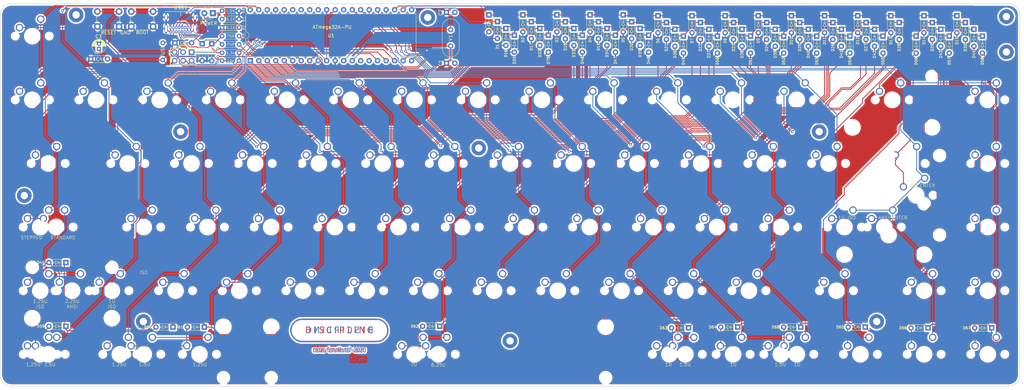
<source format=kicad_pcb>
(kicad_pcb (version 20171130) (host pcbnew "(5.1.9)-1")
  (layers (0 F.Cu signal) (31 B.Cu signal hide) (34 B.Paste user hide) (35 F.Paste user hide) (36 B.SilkS user hide) (37 F.SilkS user hide) (38 B.Mask user hide) (39 F.Mask user hide) (44 Edge.Cuts user))
  (net 0 "")
  (net 1 GND)
  (net 2 VCC)
  (net 3 row0)
  (net 4 "Net-(D1-Pad2)")
  (net 5 "Net-(D2-Pad2)")
  (net 6 "Net-(D3-Pad2)")
  (net 7 "Net-(D4-Pad2)")
  (net 8 "Net-(D5-Pad2)")
  (net 9 "Net-(D6-Pad2)")
  (net 10 "Net-(D7-Pad2)")
  (net 11 "Net-(D8-Pad2)")
  (net 12 "Net-(D9-Pad2)")
  (net 13 "Net-(D10-Pad2)")
  (net 14 "Net-(D11-Pad2)")
  (net 15 "Net-(D12-Pad2)")
  (net 16 "Net-(D13-Pad2)")
  (net 17 "Net-(D14-Pad2)")
  (net 18 "Net-(D15-Pad2)")
  (net 19 row1)
  (net 20 "Net-(D16-Pad2)")
  (net 21 "Net-(D17-Pad2)")
  (net 22 "Net-(D18-Pad2)")
  (net 23 "Net-(D19-Pad2)")
  (net 24 "Net-(D20-Pad2)")
  (net 25 "Net-(D21-Pad2)")
  (net 26 "Net-(D22-Pad2)")
  (net 27 "Net-(D23-Pad2)")
  (net 28 "Net-(D24-Pad2)")
  (net 29 "Net-(D25-Pad2)")
  (net 30 "Net-(D26-Pad2)")
  (net 31 "Net-(D27-Pad2)")
  (net 32 "Net-(D28-Pad2)")
  (net 33 "Net-(D29-Pad2)")
  (net 34 "Net-(D30-Pad2)")
  (net 35 "Net-(D31-Pad2)")
  (net 36 row2)
  (net 37 "Net-(D32-Pad2)")
  (net 38 "Net-(D33-Pad2)")
  (net 39 "Net-(D34-Pad2)")
  (net 40 "Net-(D35-Pad2)")
  (net 41 "Net-(D36-Pad2)")
  (net 42 "Net-(D37-Pad2)")
  (net 43 "Net-(D38-Pad2)")
  (net 44 "Net-(D39-Pad2)")
  (net 45 "Net-(D40-Pad2)")
  (net 46 "Net-(D41-Pad2)")
  (net 47 "Net-(D42-Pad2)")
  (net 48 "Net-(D43-Pad2)")
  (net 49 "Net-(D44-Pad2)")
  (net 50 row3)
  (net 51 "Net-(D45-Pad2)")
  (net 52 "Net-(D46-Pad2)")
  (net 53 "Net-(D47-Pad2)")
  (net 54 "Net-(D48-Pad2)")
  (net 55 "Net-(D49-Pad2)")
  (net 56 "Net-(D50-Pad2)")
  (net 57 "Net-(D51-Pad2)")
  (net 58 "Net-(D52-Pad2)")
  (net 59 "Net-(D53-Pad2)")
  (net 60 "Net-(D54-Pad2)")
  (net 61 "Net-(D55-Pad2)")
  (net 62 "Net-(D56-Pad2)")
  (net 63 "Net-(D57-Pad2)")
  (net 64 "Net-(D58-Pad2)")
  (net 65 "Net-(D59-Pad2)")
  (net 66 row4)
  (net 67 "Net-(D60-Pad2)")
  (net 68 "Net-(D61-Pad2)")
  (net 69 "Net-(D62-Pad2)")
  (net 70 "Net-(D63-Pad2)")
  (net 71 "Net-(D64-Pad2)")
  (net 72 "Net-(D65-Pad2)")
  (net 73 "Net-(D66-Pad2)")
  (net 74 "Net-(D67-Pad2)")
  (net 75 col0)
  (net 76 col1)
  (net 77 col2)
  (net 78 col3)
  (net 79 col4)
  (net 80 col5)
  (net 81 col6)
  (net 82 col7)
  (net 83 col8)
  (net 84 col9)
  (net 85 col10)
  (net 86 col11)
  (net 87 col12)
  (net 88 col13)
  (net 89 col14)
  (net 90 "Net-(R1-Pad2)")
  (net 91 "Net-(D68-Pad2)")
  (net 92 "Net-(R2-Pad1)")
  (net 93 "Net-(USB1-PadB8)")
  (net 94 "Net-(USB1-PadA8)")
  (net 95 reset)
  (net 96 +5V)
  (net 97 "Net-(U1-Pad29)")
  (net 98 "Net-(U1-Pad32)")
  (net 99 "Net-(U1-Pad33)")
  (net 100 "Net-(U1-Pad14)")
  (net 101 "Net-(U1-Pad34)")
  (net 102 "Net-(U1-Pad35)")
  (net 103 D+)
  (net 104 D-)
  (net 105 "Net-(C1-Pad1)")
  (net 106 "Net-(C2-Pad1)")
  (net 107 "Net-(D69-Pad1)")
  (net 108 "Net-(D70-Pad1)")
  (net 109 MOSI)
  (net 110 SCK)
  (net 111 MISO)
  (net 112 "Net-(LED1-Pad1)")
  (net 113 boot)
  (net 114 "Net-(U1-Pad15)")
  (net 115 "Net-(D0-Pad2)")
  (net 116 "Net-(D75-Pad2)")
  (module logos:DISCIPLINE_SMALL_MASK (layer F.Cu) (at 155.167456 163.63421)
    (fp_text reference G*** hide)
    (fp_text value LOGO hide)
  )
  (module logos:DISCIPLINE_SMALL_COPPER (layer F.Cu) (at 155.167456 163.63421)
    (fp_text reference G*** hide)
    (fp_text value LOGO hide)
    (fp_line (start -11.13 3.52) (end 11.17 3.52) (layer F.Cu) (width 0.4))
    (fp_line (start -11.11 -3.16) (end 11.17 -3.16) (layer F.Cu) (width 0.4))
    (fp_poly (pts (xy 9.581616 -0.978842) (xy 9.717315 -0.976285) (xy 9.807623 -0.970596) (xy 9.862489 -0.960603) (xy 9.891863 -0.94514) (xy 9.905695 -0.923036) (xy 9.907152 -0.918738) (xy 9.913565 -0.839691) (xy 9.905859 -0.804471) (xy 9.888554 -0.781744) (xy 9.850086 -0.766375) (xy 9.779706 -0.757013) (xy 9.666666 -0.752308) (xy 9.500218 -0.75091) (xy 9.479472 -0.7509) (xy 9.073642 -0.7509) (xy 9.083029 -0.448907) (xy 9.092416 -0.146915) (xy 9.44338 -0.137649) (xy 9.794344 -0.128382) (xy 9.794344 0.065296) (xy 9.076092 0.065296) (xy 9.076092 0.781597) (xy 9.908612 0.799871) (xy 9.908612 0.995758) (xy 9.40173 1.004712) (xy 9.186275 1.006737) (xy 9.029645 1.003849) (xy 8.925529 0.99569) (xy 8.867616 0.981901) (xy 8.854879 0.973697) (xy 8.842512 0.929372) (xy 8.832239 0.830095) (xy 8.824066 0.686174) (xy 8.817996 0.507914) (xy 8.814034 0.305624) (xy 8.812183 0.089608) (xy 8.812449 -0.129824) (xy 8.814835 -0.342368) (xy 8.819346 -0.537715) (xy 8.825986 -0.705559) (xy 8.834758 -0.835594) (xy 8.845669 -0.917511) (xy 8.854087 -0.940257) (xy 8.900342 -0.957645) (xy 9.001236 -0.969801) (xy 9.160226 -0.976979) (xy 9.380768 -0.979431) (xy 9.390576 -0.979434) (xy 9.581616 -0.978842)) (layer F.Cu) (width 0.01))
    (fp_poly (pts (xy 7.566613 0.006058) (xy 7.557969 0.995758) (xy 7.443702 1.005373) (xy 7.350145 1.000356) (xy 7.278021 0.975128) (xy 7.274703 0.972726) (xy 7.245041 0.933922) (xy 7.188741 0.845573) (xy 7.110404 0.715468) (xy 7.014636 0.551398) (xy 6.906039 0.361152) (xy 6.789218 0.152522) (xy 6.7774 0.131199) (xy 6.334829 -0.668064) (xy 6.32609 0.163847) (xy 6.317352 0.995758) (xy 6.210765 1.006025) (xy 6.104178 1.016291) (xy 6.112821 0.02659) (xy 6.121465 -0.963111) (xy 6.272883 -0.972912) (xy 6.373673 -0.973471) (xy 6.43605 -0.952931) (xy 6.485094 -0.903638) (xy 6.517243 -0.853649) (xy 6.575379 -0.755062) (xy 6.65447 -0.61674) (xy 6.749488 -0.447544) (xy 6.855403 -0.256338) (xy 6.937661 -0.106211) (xy 7.329434 0.612141) (xy 7.362082 -0.963111) (xy 7.468669 -0.973377) (xy 7.575257 -0.983643) (xy 7.566613 0.006058)) (layer F.Cu) (width 0.01))
    (fp_poly (pts (xy 4.725771 -0.973243) (xy 4.8482 -0.963111) (xy 4.8482 0.995758) (xy 4.603342 1.016024) (xy 4.603342 -0.983376) (xy 4.725771 -0.973243)) (layer F.Cu) (width 0.01))
    (fp_poly (pts (xy 2.701607 -0.973243) (xy 2.824036 -0.963111) (xy 2.841422 0.781419) (xy 3.574936 0.799871) (xy 3.574936 0.995758) (xy 3.099658 1.004757) (xy 2.929652 1.006472) (xy 2.783352 1.005105) (xy 2.672944 1.000989) (xy 2.610614 0.994458) (xy 2.601779 0.991154) (xy 2.596094 0.953995) (xy 2.590932 0.859784) (xy 2.586482 0.716764) (xy 2.582929 0.533177) (xy 2.58046 0.317268) (xy 2.579262 0.077278) (xy 2.579177 -0.007412) (xy 2.579177 -0.983376) (xy 2.701607 -0.973243)) (layer F.Cu) (width 0.01))
    (fp_poly (pts (xy 0.696194 -0.973499) (xy 0.866337 -0.965195) (xy 0.986884 -0.953685) (xy 1.073537 -0.936089) (xy 1.141995 -0.909526) (xy 1.189147 -0.883035) (xy 1.315736 -0.783024) (xy 1.393747 -0.662765) (xy 1.43052 -0.507639) (xy 1.435845 -0.391774) (xy 1.412135 -0.180233) (xy 1.34099 -0.011816) (xy 1.221016 0.114784) (xy 1.050816 0.20087) (xy 0.828997 0.24775) (xy 0.744919 0.254799) (xy 0.489717 0.269572) (xy 0.489717 1.012082) (xy 0.380891 1.012082) (xy 0.300221 1.006109) (xy 0.251774 0.991602) (xy 0.2503 0.990317) (xy 0.244718 0.953288) (xy 0.239665 0.859376) (xy 0.235333 0.716993) (xy 0.231912 0.53455) (xy 0.229593 0.320458) (xy 0.228568 0.08313) (xy 0.228535 0.031204) (xy 0.228972 -0.246801) (xy 0.230516 -0.466489) (xy 0.233518 -0.634831) (xy 0.23802 -0.7509) (xy 0.489717 -0.7509) (xy 0.489717 -0.364567) (xy 0.491458 -0.211842) (xy 0.496194 -0.083762) (xy 0.503197 0.005997) (xy 0.511482 0.04353) (xy 0.563482 0.060476) (xy 0.656919 0.064083) (xy 0.769454 0.055013) (xy 0.878745 0.033927) (xy 0.883915 0.032515) (xy 1.022847 -0.031675) (xy 1.114225 -0.136615) (xy 1.162048 -0.287567) (xy 1.168436 -0.341833) (xy 1.174012 -0.448649) (xy 1.16217 -0.518176) (xy 1.123541 -0.57792) (xy 1.068302 -0.635914) (xy 1.003923 -0.696254) (xy 0.947648 -0.730673) (xy 0.877614 -0.74642) (xy 0.77196 -0.750744) (xy 0.721517 -0.7509) (xy 0.489717 -0.7509) (xy 0.23802 -0.7509) (xy 0.238327 -0.758802) (xy 0.245293 -0.845374) (xy 0.254767 -0.90152) (xy 0.267099 -0.934214) (xy 0.277634 -0.946892) (xy 0.325762 -0.96596) (xy 0.417989 -0.97594) (xy 0.562015 -0.977323) (xy 0.696194 -0.973499)) (layer F.Cu) (width 0.01))
    (fp_poly (pts (xy -1.012082 1.012082) (xy -1.127374 1.012082) (xy -1.208261 1.001531) (xy -1.255869 0.975653) (xy -1.258479 0.970875) (xy -1.262235 0.928741) (xy -1.26508 0.829912) (xy -1.266951 0.682984) (xy -1.267787 0.496551) (xy -1.267525 0.279208) (xy -1.266104 0.039551) (xy -1.265616 -0.016721) (xy -1.256941 -0.963111) (xy -1.134512 -0.973243) (xy -1.012082 -0.983376) (xy -1.012082 1.012082)) (layer F.Cu) (width 0.01))
    (fp_poly (pts (xy -7.035604 0.995758) (xy -7.141934 1.006006) (xy -7.227934 1.000945) (xy -7.264877 0.97296) (xy -7.268838 0.930275) (xy -7.271869 0.83092) (xy -7.273899 0.683514) (xy -7.27486 0.496677) (xy -7.274683 0.279028) (xy -7.273297 0.039188) (xy -7.272814 -0.016721) (xy -7.264139 -0.963111) (xy -7.035604 -0.963111) (xy -7.035604 0.995758)) (layer F.Cu) (width 0.01))
    (fp_poly (pts (xy -9.322664 -0.970679) (xy -9.109555 -0.946576) (xy -8.932961 -0.897753) (xy -8.780029 -0.821753) (xy -8.772876 -0.81726) (xy -8.621263 -0.683675) (xy -8.507411 -0.50406) (xy -8.434476 -0.287757) (xy -8.405616 -0.044109) (xy -8.423725 0.215892) (xy -8.486044 0.463957) (xy -8.587508 0.662261) (xy -8.731456 0.815649) (xy -8.912854 0.925204) (xy -9.00403 0.954005) (xy -9.132097 0.97803) (xy -9.283239 0.996591) (xy -9.443637 1.009002) (xy -9.599474 1.014575) (xy -9.736933 1.012624) (xy -9.842197 1.002461) (xy -9.901447 0.9834) (xy -9.908674 0.974721) (xy -9.912809 0.93157) (xy -9.915997 0.83177) (xy -9.918161 0.683961) (xy -9.919228 0.496782) (xy -9.919121 0.278876) (xy -9.917767 0.038882) (xy -9.917287 -0.016721) (xy -9.910558 -0.7509) (xy -9.663753 -0.7509) (xy -9.663753 0.783548) (xy -9.409489 0.783548) (xy -9.252281 0.778136) (xy -9.134821 0.758853) (xy -9.032229 0.721131) (xy -9.009553 0.71009) (xy -8.871663 0.612381) (xy -8.774593 0.475727) (xy -8.714968 0.293654) (xy -8.691304 0.100125) (xy -8.692485 -0.131293) (xy -8.727721 -0.317332) (xy -8.800121 -0.47011) (xy -8.856584 -0.543981) (xy -8.963265 -0.644387) (xy -9.082484 -0.708175) (xy -9.231187 -0.741592) (xy -9.417846 -0.7509) (xy -9.663753 -0.7509) (xy -9.910558 -0.7509) (xy -9.908612 -0.963111) (xy -9.58514 -0.972517) (xy -9.322664 -0.970679)) (layer F.Cu) (width 0.01))
    (fp_poly (pts (xy -2.75907 -0.998251) (xy -2.546212 -0.944091) (xy -2.487494 -0.917332) (xy -2.382969 -0.849866) (xy -2.3307 -0.773594) (xy -2.317995 -0.684861) (xy -2.332967 -0.621517) (xy -2.380727 -0.607698) (xy -2.465535 -0.643179) (xy -2.515691 -0.674352) (xy -2.653866 -0.743052) (xy -2.814515 -0.773407) (xy -2.83515 -0.774866) (xy -3.024394 -0.762024) (xy -3.177873 -0.695663) (xy -3.301069 -0.572645) (xy -3.360807 -0.474099) (xy -3.399391 -0.391795) (xy -3.423966 -0.313904) (xy -3.437579 -0.22194) (xy -3.443275 -0.097417) (xy -3.444182 0.031942) (xy -3.442139 0.196048) (xy -3.434383 0.312486) (xy -3.418199 0.398811) (xy -3.390871 0.472583) (xy -3.369408 0.515484) (xy -3.258923 0.659099) (xy -3.112656 0.756152) (xy -2.942851 0.804317) (xy -2.761753 0.801269) (xy -2.581607 0.744681) (xy -2.479638 0.684467) (xy -2.40802 0.640452) (xy -2.356076 0.620424) (xy -2.353765 0.620309) (xy -2.322967 0.646076) (xy -2.31754 0.708876) (xy -2.334435 0.786956) (xy -2.3706 0.858566) (xy -2.390334 0.881046) (xy -2.511009 0.957044) (xy -2.674206 1.009749) (xy -2.860251 1.035749) (xy -3.049474 1.031637) (xy -3.155144 1.013586) (xy -3.342655 0.93697) (xy -3.498585 0.80768) (xy -3.619612 0.631907) (xy -3.702417 0.41584) (xy -3.743678 0.165668) (xy -3.742697 -0.08162) (xy -3.701092 -0.334122) (xy -3.619979 -0.556142) (xy -3.504215 -0.737132) (xy -3.391372 -0.844231) (xy -3.199511 -0.946877) (xy -2.98279 -0.998698) (xy -2.75907 -0.998251)) (layer F.Cu) (width 0.01))
    (fp_poly (pts (xy -5.108836 -0.98406) (xy -4.985765 -0.949914) (xy -4.893276 -0.905656) (xy -4.85105 -0.860819) (xy -4.833184 -0.776447) (xy -4.839967 -0.702615) (xy -4.859696 -0.672265) (xy -4.903355 -0.675294) (xy -4.98004 -0.70331) (xy -5.013514 -0.719309) (xy -5.171443 -0.775959) (xy -5.320527 -0.786646) (xy -5.449859 -0.755236) (xy -5.548533 -0.685593) (xy -5.605642 -0.581581) (xy -5.615424 -0.506041) (xy -5.592035 -0.393213) (xy -5.518163 -0.294052) (xy -5.388252 -0.202751) (xy -5.268836 -0.143856) (xy -5.041622 -0.027912) (xy -4.878304 0.09056) (xy -4.794936 0.185639) (xy -4.752737 0.293622) (xy -4.735031 0.434557) (xy -4.74251 0.58059) (xy -4.775867 0.703868) (xy -4.781732 0.715984) (xy -4.891106 0.859559) (xy -5.044699 0.96418) (xy -5.231712 1.026055) (xy -5.441345 1.041393) (xy -5.631748 1.01441) (xy -5.748337 0.975885) (xy -5.850485 0.924383) (xy -5.914283 0.872141) (xy -5.916917 0.868442) (xy -5.938226 0.802963) (xy -5.937604 0.726847) (xy -5.916 0.674149) (xy -5.911406 0.67061) (xy -5.866741 0.673325) (xy -5.788343 0.701725) (xy -5.744648 0.722785) (xy -5.570477 0.789877) (xy -5.402828 0.811846) (xy -5.251685 0.791976) (xy -5.127031 0.733551) (xy -5.038849 0.639854) (xy -4.997123 0.514168) (xy -4.995116 0.47626) (xy -5.016603 0.38705) (xy -5.084587 0.29788) (xy -5.204351 0.203834) (xy -5.381178 0.099996) (xy -5.423139 0.077991) (xy -5.607077 -0.025783) (xy -5.73618 -0.122753) (xy -5.818655 -0.223115) (xy -5.862711 -0.337066) (xy -5.876557 -0.474801) (xy -5.876607 -0.48528) (xy -5.850933 -0.672411) (xy -5.774278 -0.818874) (xy -5.647195 -0.924103) (xy -5.470236 -0.987529) (xy -5.373978 -1.002333) (xy -5.244302 -1.003174) (xy -5.108836 -0.98406)) (layer F.Cu) (width 0.01))
    (fp_arc (start 11.16 0.18) (end 11.16 3.52) (angle -180) (layer F.Cu) (width 0.4))
    (fp_arc (start -11.14 0.18) (end -11.14 -3.16) (angle -180) (layer F.Cu) (width 0.4))
  )
  (module logos:DISCIPLINE_SMALL_COPPER (layer B.Cu) (at 155.195144 163.63421 180)
    (fp_text reference G*** hide)
    (fp_text value LOGO hide)
    (fp_poly (pts (xy -5.108836 0.98406) (xy -4.985765 0.949914) (xy -4.893276 0.905656) (xy -4.85105 0.860819) (xy -4.833184 0.776447) (xy -4.839967 0.702615) (xy -4.859696 0.672265) (xy -4.903355 0.675294) (xy -4.98004 0.70331) (xy -5.013514 0.719309) (xy -5.171443 0.775959) (xy -5.320527 0.786646) (xy -5.449859 0.755236) (xy -5.548533 0.685593) (xy -5.605642 0.581581) (xy -5.615424 0.506041) (xy -5.592035 0.393213) (xy -5.518163 0.294052) (xy -5.388252 0.202751) (xy -5.268836 0.143856) (xy -5.041622 0.027912) (xy -4.878304 -0.09056) (xy -4.794936 -0.185639) (xy -4.752737 -0.293622) (xy -4.735031 -0.434557) (xy -4.74251 -0.58059) (xy -4.775867 -0.703868) (xy -4.781732 -0.715984) (xy -4.891106 -0.859559) (xy -5.044699 -0.96418) (xy -5.231712 -1.026055) (xy -5.441345 -1.041393) (xy -5.631748 -1.01441) (xy -5.748337 -0.975885) (xy -5.850485 -0.924383) (xy -5.914283 -0.872141) (xy -5.916917 -0.868442) (xy -5.938226 -0.802963) (xy -5.937604 -0.726847) (xy -5.916 -0.674149) (xy -5.911406 -0.67061) (xy -5.866741 -0.673325) (xy -5.788343 -0.701725) (xy -5.744648 -0.722785) (xy -5.570477 -0.789877) (xy -5.402828 -0.811846) (xy -5.251685 -0.791976) (xy -5.127031 -0.733551) (xy -5.038849 -0.639854) (xy -4.997123 -0.514168) (xy -4.995116 -0.47626) (xy -5.016603 -0.38705) (xy -5.084587 -0.29788) (xy -5.204351 -0.203834) (xy -5.381178 -0.099996) (xy -5.423139 -0.077991) (xy -5.607077 0.025783) (xy -5.73618 0.122753) (xy -5.818655 0.223115) (xy -5.862711 0.337066) (xy -5.876557 0.474801) (xy -5.876607 0.48528) (xy -5.850933 0.672411) (xy -5.774278 0.818874) (xy -5.647195 0.924103) (xy -5.470236 0.987529) (xy -5.373978 1.002333) (xy -5.244302 1.003174) (xy -5.108836 0.98406)) (layer B.Cu) (width 0.01))
    (fp_poly (pts (xy -2.75907 0.998251) (xy -2.546212 0.944091) (xy -2.487494 0.917332) (xy -2.382969 0.849866) (xy -2.3307 0.773594) (xy -2.317995 0.684861) (xy -2.332967 0.621517) (xy -2.380727 0.607698) (xy -2.465535 0.643179) (xy -2.515691 0.674352) (xy -2.653866 0.743052) (xy -2.814515 0.773407) (xy -2.83515 0.774866) (xy -3.024394 0.762024) (xy -3.177873 0.695663) (xy -3.301069 0.572645) (xy -3.360807 0.474099) (xy -3.399391 0.391795) (xy -3.423966 0.313904) (xy -3.437579 0.22194) (xy -3.443275 0.097417) (xy -3.444182 -0.031942) (xy -3.442139 -0.196048) (xy -3.434383 -0.312486) (xy -3.418199 -0.398811) (xy -3.390871 -0.472583) (xy -3.369408 -0.515484) (xy -3.258923 -0.659099) (xy -3.112656 -0.756152) (xy -2.942851 -0.804317) (xy -2.761753 -0.801269) (xy -2.581607 -0.744681) (xy -2.479638 -0.684467) (xy -2.40802 -0.640452) (xy -2.356076 -0.620424) (xy -2.353765 -0.620309) (xy -2.322967 -0.646076) (xy -2.31754 -0.708876) (xy -2.334435 -0.786956) (xy -2.3706 -0.858566) (xy -2.390334 -0.881046) (xy -2.511009 -0.957044) (xy -2.674206 -1.009749) (xy -2.860251 -1.035749) (xy -3.049474 -1.031637) (xy -3.155144 -1.013586) (xy -3.342655 -0.93697) (xy -3.498585 -0.80768) (xy -3.619612 -0.631907) (xy -3.702417 -0.41584) (xy -3.743678 -0.165668) (xy -3.742697 0.08162) (xy -3.701092 0.334122) (xy -3.619979 0.556142) (xy -3.504215 0.737132) (xy -3.391372 0.844231) (xy -3.199511 0.946877) (xy -2.98279 0.998698) (xy -2.75907 0.998251)) (layer B.Cu) (width 0.01))
    (fp_poly (pts (xy -9.322664 0.970679) (xy -9.109555 0.946576) (xy -8.932961 0.897753) (xy -8.780029 0.821753) (xy -8.772876 0.81726) (xy -8.621263 0.683675) (xy -8.507411 0.50406) (xy -8.434476 0.287757) (xy -8.405616 0.044109) (xy -8.423725 -0.215892) (xy -8.486044 -0.463957) (xy -8.587508 -0.662261) (xy -8.731456 -0.815649) (xy -8.912854 -0.925204) (xy -9.00403 -0.954005) (xy -9.132097 -0.97803) (xy -9.283239 -0.996591) (xy -9.443637 -1.009002) (xy -9.599474 -1.014575) (xy -9.736933 -1.012624) (xy -9.842197 -1.002461) (xy -9.901447 -0.9834) (xy -9.908674 -0.974721) (xy -9.912809 -0.93157) (xy -9.915997 -0.83177) (xy -9.918161 -0.683961) (xy -9.919228 -0.496782) (xy -9.919121 -0.278876) (xy -9.917767 -0.038882) (xy -9.917287 0.016721) (xy -9.910558 0.7509) (xy -9.663753 0.7509) (xy -9.663753 -0.783548) (xy -9.409489 -0.783548) (xy -9.252281 -0.778136) (xy -9.134821 -0.758853) (xy -9.032229 -0.721131) (xy -9.009553 -0.71009) (xy -8.871663 -0.612381) (xy -8.774593 -0.475727) (xy -8.714968 -0.293654) (xy -8.691304 -0.100125) (xy -8.692485 0.131293) (xy -8.727721 0.317332) (xy -8.800121 0.47011) (xy -8.856584 0.543981) (xy -8.963265 0.644387) (xy -9.082484 0.708175) (xy -9.231187 0.741592) (xy -9.417846 0.7509) (xy -9.663753 0.7509) (xy -9.910558 0.7509) (xy -9.908612 0.963111) (xy -9.58514 0.972517) (xy -9.322664 0.970679)) (layer B.Cu) (width 0.01))
    (fp_poly (pts (xy -7.035604 -0.995758) (xy -7.141934 -1.006006) (xy -7.227934 -1.000945) (xy -7.264877 -0.97296) (xy -7.268838 -0.930275) (xy -7.271869 -0.83092) (xy -7.273899 -0.683514) (xy -7.27486 -0.496677) (xy -7.274683 -0.279028) (xy -7.273297 -0.039188) (xy -7.272814 0.016721) (xy -7.264139 0.963111) (xy -7.035604 0.963111) (xy -7.035604 -0.995758)) (layer B.Cu) (width 0.01))
    (fp_poly (pts (xy -1.012082 -1.012082) (xy -1.127374 -1.012082) (xy -1.208261 -1.001531) (xy -1.255869 -0.975653) (xy -1.258479 -0.970875) (xy -1.262235 -0.928741) (xy -1.26508 -0.829912) (xy -1.266951 -0.682984) (xy -1.267787 -0.496551) (xy -1.267525 -0.279208) (xy -1.266104 -0.039551) (xy -1.265616 0.016721) (xy -1.256941 0.963111) (xy -1.134512 0.973243) (xy -1.012082 0.983376) (xy -1.012082 -1.012082)) (layer B.Cu) (width 0.01))
    (fp_poly (pts (xy 0.696194 0.973499) (xy 0.866337 0.965195) (xy 0.986884 0.953685) (xy 1.073537 0.936089) (xy 1.141995 0.909526) (xy 1.189147 0.883035) (xy 1.315736 0.783024) (xy 1.393747 0.662765) (xy 1.43052 0.507639) (xy 1.435845 0.391774) (xy 1.412135 0.180233) (xy 1.34099 0.011816) (xy 1.221016 -0.114784) (xy 1.050816 -0.20087) (xy 0.828997 -0.24775) (xy 0.744919 -0.254799) (xy 0.489717 -0.269572) (xy 0.489717 -1.012082) (xy 0.380891 -1.012082) (xy 0.300221 -1.006109) (xy 0.251774 -0.991602) (xy 0.2503 -0.990317) (xy 0.244718 -0.953288) (xy 0.239665 -0.859376) (xy 0.235333 -0.716993) (xy 0.231912 -0.53455) (xy 0.229593 -0.320458) (xy 0.228568 -0.08313) (xy 0.228535 -0.031204) (xy 0.228972 0.246801) (xy 0.230516 0.466489) (xy 0.233518 0.634831) (xy 0.23802 0.7509) (xy 0.489717 0.7509) (xy 0.489717 0.364567) (xy 0.491458 0.211842) (xy 0.496194 0.083762) (xy 0.503197 -0.005997) (xy 0.511482 -0.04353) (xy 0.563482 -0.060476) (xy 0.656919 -0.064083) (xy 0.769454 -0.055013) (xy 0.878745 -0.033927) (xy 0.883915 -0.032515) (xy 1.022847 0.031675) (xy 1.114225 0.136615) (xy 1.162048 0.287567) (xy 1.168436 0.341833) (xy 1.174012 0.448649) (xy 1.16217 0.518176) (xy 1.123541 0.57792) (xy 1.068302 0.635914) (xy 1.003923 0.696254) (xy 0.947648 0.730673) (xy 0.877614 0.74642) (xy 0.77196 0.750744) (xy 0.721517 0.7509) (xy 0.489717 0.7509) (xy 0.23802 0.7509) (xy 0.238327 0.758802) (xy 0.245293 0.845374) (xy 0.254767 0.90152) (xy 0.267099 0.934214) (xy 0.277634 0.946892) (xy 0.325762 0.96596) (xy 0.417989 0.97594) (xy 0.562015 0.977323) (xy 0.696194 0.973499)) (layer B.Cu) (width 0.01))
    (fp_poly (pts (xy 2.701607 0.973243) (xy 2.824036 0.963111) (xy 2.841422 -0.781419) (xy 3.574936 -0.799871) (xy 3.574936 -0.995758) (xy 3.099658 -1.004757) (xy 2.929652 -1.006472) (xy 2.783352 -1.005105) (xy 2.672944 -1.000989) (xy 2.610614 -0.994458) (xy 2.601779 -0.991154) (xy 2.596094 -0.953995) (xy 2.590932 -0.859784) (xy 2.586482 -0.716764) (xy 2.582929 -0.533177) (xy 2.58046 -0.317268) (xy 2.579262 -0.077278) (xy 2.579177 0.007412) (xy 2.579177 0.983376) (xy 2.701607 0.973243)) (layer B.Cu) (width 0.01))
    (fp_poly (pts (xy 4.725771 0.973243) (xy 4.8482 0.963111) (xy 4.8482 -0.995758) (xy 4.603342 -1.016024) (xy 4.603342 0.983376) (xy 4.725771 0.973243)) (layer B.Cu) (width 0.01))
    (fp_poly (pts (xy 7.566613 -0.006058) (xy 7.557969 -0.995758) (xy 7.443702 -1.005373) (xy 7.350145 -1.000356) (xy 7.278021 -0.975128) (xy 7.274703 -0.972726) (xy 7.245041 -0.933922) (xy 7.188741 -0.845573) (xy 7.110404 -0.715468) (xy 7.014636 -0.551398) (xy 6.906039 -0.361152) (xy 6.789218 -0.152522) (xy 6.7774 -0.131199) (xy 6.334829 0.668064) (xy 6.32609 -0.163847) (xy 6.317352 -0.995758) (xy 6.210765 -1.006025) (xy 6.104178 -1.016291) (xy 6.112821 -0.02659) (xy 6.121465 0.963111) (xy 6.272883 0.972912) (xy 6.373673 0.973471) (xy 6.43605 0.952931) (xy 6.485094 0.903638) (xy 6.517243 0.853649) (xy 6.575379 0.755062) (xy 6.65447 0.61674) (xy 6.749488 0.447544) (xy 6.855403 0.256338) (xy 6.937661 0.106211) (xy 7.329434 -0.612141) (xy 7.362082 0.963111) (xy 7.468669 0.973377) (xy 7.575257 0.983643) (xy 7.566613 -0.006058)) (layer B.Cu) (width 0.01))
    (fp_poly (pts (xy 9.581616 0.978842) (xy 9.717315 0.976285) (xy 9.807623 0.970596) (xy 9.862489 0.960603) (xy 9.891863 0.94514) (xy 9.905695 0.923036) (xy 9.907152 0.918738) (xy 9.913565 0.839691) (xy 9.905859 0.804471) (xy 9.888554 0.781744) (xy 9.850086 0.766375) (xy 9.779706 0.757013) (xy 9.666666 0.752308) (xy 9.500218 0.75091) (xy 9.479472 0.7509) (xy 9.073642 0.7509) (xy 9.083029 0.448907) (xy 9.092416 0.146915) (xy 9.44338 0.137649) (xy 9.794344 0.128382) (xy 9.794344 -0.065296) (xy 9.076092 -0.065296) (xy 9.076092 -0.781597) (xy 9.908612 -0.799871) (xy 9.908612 -0.995758) (xy 9.40173 -1.004712) (xy 9.186275 -1.006737) (xy 9.029645 -1.003849) (xy 8.925529 -0.99569) (xy 8.867616 -0.981901) (xy 8.854879 -0.973697) (xy 8.842512 -0.929372) (xy 8.832239 -0.830095) (xy 8.824066 -0.686174) (xy 8.817996 -0.507914) (xy 8.814034 -0.305624) (xy 8.812183 -0.089608) (xy 8.812449 0.129824) (xy 8.814835 0.342368) (xy 8.819346 0.537715) (xy 8.825986 0.705559) (xy 8.834758 0.835594) (xy 8.845669 0.917511) (xy 8.854087 0.940257) (xy 8.900342 0.957645) (xy 9.001236 0.969801) (xy 9.160226 0.976979) (xy 9.380768 0.979431) (xy 9.390576 0.979434) (xy 9.581616 0.978842)) (layer B.Cu) (width 0.01))
    (fp_line (start -11.11 3.16) (end 11.17 3.16) (layer B.Cu) (width 0.4))
    (fp_line (start -11.13 -3.52) (end 11.17 -3.52) (layer B.Cu) (width 0.4))
    (fp_arc (start -11.14 -0.18) (end -11.14 3.16) (angle 180) (layer B.Cu) (width 0.4))
    (fp_arc (start 11.16 -0.18) (end 11.16 -3.52) (angle 180) (layer B.Cu) (width 0.4))
  )
  (module cftkb:DIP-40_W15.24mm (layer F.Cu) (at 128.524 83.058 90)
    (fp_text reference U1 (at 7.52414 24.164738) (layer F.SilkS))
    (fp_text value ATmega32A-PU (at 10.06135 24.462204) (layer F.SilkS))
    (pad 40 thru_hole oval (at 15.24 0 90) (size 1.6 1.6) (drill 0.8) (layers *.Cu *.Mask) (net 75 col0))
    (pad 20 thru_hole oval (at 0 48.26 90) (size 1.6 1.6) (drill 0.8) (layers *.Cu *.Mask) (net 50 row3))
    (pad 39 thru_hole oval (at 15.24 2.54 90) (size 1.6 1.6) (drill 0.8) (layers *.Cu *.Mask) (net 76 col1))
    (pad 19 thru_hole oval (at 0 45.72 90) (size 1.6 1.6) (drill 0.8) (layers *.Cu *.Mask) (net 36 row2))
    (pad 38 thru_hole oval (at 15.24 5.08 90) (size 1.6 1.6) (drill 0.8) (layers *.Cu *.Mask) (net 77 col2))
    (pad 18 thru_hole oval (at 0 43.18 90) (size 1.6 1.6) (drill 0.8) (layers *.Cu *.Mask) (net 113 boot))
    (pad 37 thru_hole oval (at 15.24 7.62 90) (size 1.6 1.6) (drill 0.8) (layers *.Cu *.Mask) (net 78 col3))
    (pad 17 thru_hole oval (at 0 40.64 90) (size 1.6 1.6) (drill 0.8) (layers *.Cu *.Mask) (net 104 D-))
    (pad 36 thru_hole oval (at 15.24 10.16 90) (size 1.6 1.6) (drill 0.8) (layers *.Cu *.Mask) (net 79 col4))
    (pad 16 thru_hole oval (at 0 38.1 90) (size 1.6 1.6) (drill 0.8) (layers *.Cu *.Mask) (net 103 D+))
    (pad 35 thru_hole oval (at 15.24 12.7 90) (size 1.6 1.6) (drill 0.8) (layers *.Cu *.Mask) (net 102 "Net-(U1-Pad35)"))
    (pad 15 thru_hole oval (at 0 35.56 90) (size 1.6 1.6) (drill 0.8) (layers *.Cu *.Mask) (net 114 "Net-(U1-Pad15)"))
    (pad 34 thru_hole oval (at 15.24 15.24 90) (size 1.6 1.6) (drill 0.8) (layers *.Cu *.Mask) (net 101 "Net-(U1-Pad34)"))
    (pad 14 thru_hole oval (at 0 33.02 90) (size 1.6 1.6) (drill 0.8) (layers *.Cu *.Mask) (net 100 "Net-(U1-Pad14)"))
    (pad 33 thru_hole oval (at 15.24 17.78 90) (size 1.6 1.6) (drill 0.8) (layers *.Cu *.Mask) (net 99 "Net-(U1-Pad33)"))
    (pad 13 thru_hole oval (at 0 30.48 90) (size 1.6 1.6) (drill 0.8) (layers *.Cu *.Mask) (net 105 "Net-(C1-Pad1)"))
    (pad 32 thru_hole oval (at 15.24 20.32 90) (size 1.6 1.6) (drill 0.8) (layers *.Cu *.Mask) (net 98 "Net-(U1-Pad32)"))
    (pad 12 thru_hole oval (at 0 27.94 90) (size 1.6 1.6) (drill 0.8) (layers *.Cu *.Mask) (net 106 "Net-(C2-Pad1)"))
    (pad 31 thru_hole oval (at 15.24 22.86 90) (size 1.6 1.6) (drill 0.8) (layers *.Cu *.Mask) (net 1 GND))
    (pad 11 thru_hole oval (at 0 25.4 90) (size 1.6 1.6) (drill 0.8) (layers *.Cu *.Mask) (net 1 GND))
    (pad 30 thru_hole oval (at 15.24 25.4 90) (size 1.6 1.6) (drill 0.8) (layers *.Cu *.Mask) (net 96 +5V))
    (pad 10 thru_hole oval (at 0 22.86 90) (size 1.6 1.6) (drill 0.8) (layers *.Cu *.Mask) (net 96 +5V))
    (pad 29 thru_hole oval (at 15.24 27.94 90) (size 1.6 1.6) (drill 0.8) (layers *.Cu *.Mask) (net 97 "Net-(U1-Pad29)"))
    (pad 9 thru_hole oval (at 0 20.32 90) (size 1.6 1.6) (drill 0.8) (layers *.Cu *.Mask) (net 95 reset))
    (pad 28 thru_hole oval (at 15.24 30.48 90) (size 1.6 1.6) (drill 0.8) (layers *.Cu *.Mask) (net 85 col10))
    (pad 8 thru_hole oval (at 0 17.78 90) (size 1.6 1.6) (drill 0.8) (layers *.Cu *.Mask) (net 110 SCK))
    (pad 27 thru_hole oval (at 15.24 33.02 90) (size 1.6 1.6) (drill 0.8) (layers *.Cu *.Mask) (net 86 col11))
    (pad 7 thru_hole oval (at 0 15.24 90) (size 1.6 1.6) (drill 0.8) (layers *.Cu *.Mask) (net 111 MISO))
    (pad 26 thru_hole oval (at 15.24 35.56 90) (size 1.6 1.6) (drill 0.8) (layers *.Cu *.Mask) (net 87 col12))
    (pad 6 thru_hole oval (at 0 12.7 90) (size 1.6 1.6) (drill 0.8) (layers *.Cu *.Mask) (net 109 MOSI))
    (pad 25 thru_hole oval (at 15.24 38.1 90) (size 1.6 1.6) (drill 0.8) (layers *.Cu *.Mask) (net 88 col13))
    (pad 5 thru_hole oval (at 0 10.16 90) (size 1.6 1.6) (drill 0.8) (layers *.Cu *.Mask) (net 84 col9))
    (pad 24 thru_hole oval (at 15.24 40.64 90) (size 1.6 1.6) (drill 0.8) (layers *.Cu *.Mask) (net 89 col14))
    (pad 4 thru_hole oval (at 0 7.62 90) (size 1.6 1.6) (drill 0.8) (layers *.Cu *.Mask) (net 83 col8))
    (pad 23 thru_hole oval (at 15.24 43.18 90) (size 1.6 1.6) (drill 0.8) (layers *.Cu *.Mask) (net 66 row4))
    (pad 3 thru_hole oval (at 0 5.08 90) (size 1.6 1.6) (drill 0.8) (layers *.Cu *.Mask) (net 82 col7))
    (pad 22 thru_hole oval (at 15.24 45.72 90) (size 1.6 1.6) (drill 0.8) (layers *.Cu *.Mask) (net 3 row0))
    (pad 2 thru_hole oval (at 0 2.54 90) (size 1.6 1.6) (drill 0.8) (layers *.Cu *.Mask) (net 81 col6))
    (pad 21 thru_hole oval (at 15.24 48.26 90) (size 1.6 1.6) (drill 0.8) (layers *.Cu *.Mask) (net 19 row1))
    (pad 1 thru_hole rect (at 0 0 90) (size 1.6 1.6) (drill 0.8) (layers *.Cu *.Mask) (net 80 col5))
  )
  (module cftkb:Crystal_HC49-4H_Vertical (layer F.Cu) (at 188.468 78.65 90)
    (fp_text reference Y1 (at 2.44 0.018936 270) (layer F.SilkS))
    (fp_text value Crystal)
    (pad 1 thru_hole circle (at 0 0 90) (size 1.5 1.5) (drill 0.8) (layers *.Cu *.Mask) (net 105 "Net-(C1-Pad1)"))
    (pad 2 thru_hole circle (at 4.88 0 90) (size 1.5 1.5) (drill 0.8) (layers *.Cu *.Mask) (net 106 "Net-(C2-Pad1)"))
  )
  (module cftkb:D_DO-35_SOD27_P5.08mm_Horizontal (layer F.Cu) (at 212.598 70.104 270)
    (fp_text reference D17 (at 8.77 0 270) (layer F.SilkS) (effects (font (size 0.8 0.8))))
    (fp_text value " ")
    (pad 2 thru_hole oval (at 6.35 0 270) (size 1.6 1.6) (drill 0.8) (layers *.Cu *.Mask) (net 21 "Net-(D17-Pad2)"))
    (pad 1 thru_hole rect (at 1.27 0 270) (size 1.6 1.6) (drill 0.8) (layers *.Cu *.Mask) (net 19 row1))
  )
  (module cftkb:D_DO-35_SOD27_P5.08mm_Horizontal (layer F.Cu) (at 215.138 72.136 270)
    (fp_text reference D32 (at 8.77 0 270) (layer F.SilkS) (effects (font (size 0.8 0.8))))
    (fp_text value " ")
    (pad 2 thru_hole oval (at 6.35 0 270) (size 1.6 1.6) (drill 0.8) (layers *.Cu *.Mask) (net 37 "Net-(D32-Pad2)"))
    (pad 1 thru_hole rect (at 1.27 0 270) (size 1.6 1.6) (drill 0.8) (layers *.Cu *.Mask) (net 36 row2))
  )
  (module cftkb:D_DO-35_SOD27_P5.08mm_Horizontal (layer F.Cu) (at 217.678 74.168 270)
    (fp_text reference D75 (at 8.77 0 90) (layer F.SilkS) (effects (font (size 0.8 0.8))))
    (fp_text value " ")
    (pad 2 thru_hole oval (at 6.35 0 270) (size 1.6 1.6) (drill 0.8) (layers *.Cu *.Mask) (net 116 "Net-(D75-Pad2)"))
    (pad 1 thru_hole rect (at 1.27 0 270) (size 1.6 1.6) (drill 0.8) (layers *.Cu *.Mask) (net 50 row3))
  )
  (module cftkb:D_DO-35_SOD27_P5.08mm_Horizontal (layer F.Cu) (at 204.978 72.136 270)
    (fp_text reference D16 (at 8.77 0 270) (layer F.SilkS) (effects (font (size 0.8 0.8))))
    (fp_text value " ")
    (pad 2 thru_hole oval (at 6.35 0 270) (size 1.6 1.6) (drill 0.8) (layers *.Cu *.Mask) (net 20 "Net-(D16-Pad2)"))
    (pad 1 thru_hole rect (at 1.27 0 270) (size 1.6 1.6) (drill 0.8) (layers *.Cu *.Mask) (net 36 row2))
  )
  (module cftkb:D_DO-35_SOD27_P5.08mm_Horizontal (layer F.Cu) (at 202.438 70.072 270)
    (fp_text reference D1 (at 8.77 0 270) (layer F.SilkS) (effects (font (size 0.8 0.8))))
    (fp_text value " ")
    (pad 2 thru_hole oval (at 6.35 0 270) (size 1.6 1.6) (drill 0.8) (layers *.Cu *.Mask) (net 4 "Net-(D1-Pad2)"))
    (pad 1 thru_hole rect (at 1.27 0 270) (size 1.6 1.6) (drill 0.8) (layers *.Cu *.Mask) (net 19 row1))
  )
  (module cftkb:D_DO-35_SOD27_P5.08mm_Horizontal (layer F.Cu) (at 207.518 74.168 270)
    (fp_text reference D31 (at 8.77 0 270) (layer F.SilkS) (effects (font (size 0.8 0.8))))
    (fp_text value " ")
    (pad 2 thru_hole oval (at 6.35 0 270) (size 1.6 1.6) (drill 0.8) (layers *.Cu *.Mask) (net 35 "Net-(D31-Pad2)"))
    (pad 1 thru_hole rect (at 1.27 0 270) (size 1.6 1.6) (drill 0.8) (layers *.Cu *.Mask) (net 50 row3))
  )
  (module cftkb:SW_Cherry_MX1A_1.50u_PCBNOSCREEN (layer F.Cu) (at 70.64375 108.74375)
    (fp_text reference SW16)
    (fp_text value KEYSW)
    (pad "" np_thru_hole circle (at 2.54 5.08) (size 1.7 1.7) (drill 1.7) (layers *.Cu *.Mask))
    (pad "" np_thru_hole circle (at -7.62 5.08) (size 1.7 1.7) (drill 1.7) (layers *.Cu *.Mask))
    (pad "" np_thru_hole circle (at -2.54 5.08) (size 4 4) (drill 4) (layers *.Cu *.Mask))
    (pad 2 thru_hole circle (at -6.35 2.54) (size 2.2 2.2) (drill 1.5) (layers *.Cu *.Mask) (net 20 "Net-(D16-Pad2)"))
    (pad 1 thru_hole circle (at 0 0) (size 2.2 2.2) (drill 1.5) (layers *.Cu *.Mask) (net 75 col0))
  )
  (module cftkb:LED_D3.0mm (layer F.Cu) (at 117.348 68.834 180)
    (fp_text reference LED1)
    (fp_text value POWER)
    (pad 1 thru_hole rect (at 0 0 180) (size 1.8 1.8) (drill 0.9) (layers *.Cu *.Mask) (net 112 "Net-(LED1-Pad1)"))
    (pad 2 thru_hole circle (at 2.54 0 180) (size 1.8 1.8) (drill 0.9) (layers *.Cu *.Mask) (net 96 +5V))
  )
  (module cftkb:SW_Cherry_MX1A_1.00u_PCB-NOSCREEN (layer F.Cu) (at 237.33125 89.69375)
    (fp_text reference SW10)
    (fp_text value KEYSW)
    (pad 1 thru_hole circle (at 0 0) (size 2.2 2.2) (drill 1.5) (layers *.Cu *.Mask) (net 84 col9))
    (pad 2 thru_hole circle (at -6.35 2.54) (size 2.2 2.2) (drill 1.5) (layers *.Cu *.Mask) (net 13 "Net-(D10-Pad2)"))
    (pad "" np_thru_hole circle (at -2.54 5.08) (size 4 4) (drill 4) (layers *.Cu *.Mask))
    (pad "" np_thru_hole circle (at -7.62 5.08) (size 1.7 1.7) (drill 1.7) (layers *.Cu *.Mask))
    (pad "" np_thru_hole circle (at 2.54 5.08) (size 1.7 1.7) (drill 1.7) (layers *.Cu *.Mask))
  )
  (module MountingHole:MountingHole_2.2mm_M2_Pad (layer F.Cu) (at 60.96 123.444)
    (fp_text reference REF**)
    (fp_text value MountingHole_2.2mm_M2_Pad)
    (pad 1 thru_hole circle (at 0 0) (size 4.4 4.4) (drill 2.2) (layers *.Cu *.Mask))
  )
  (module cftkb:SW_Cherry_MX1A_1.00u_PCB-NOSCREEN (layer F.Cu) (at 65.88125 70.612)
    (fp_text reference SW0)
    (fp_text value KEYSW)
    (pad "" np_thru_hole circle (at 2.54 5.08) (size 1.7 1.7) (drill 1.7) (layers *.Cu *.Mask))
    (pad "" np_thru_hole circle (at -7.62 5.08) (size 1.7 1.7) (drill 1.7) (layers *.Cu *.Mask))
    (pad "" np_thru_hole circle (at -2.54 5.08) (size 4 4) (drill 4) (layers *.Cu *.Mask))
    (pad 2 thru_hole circle (at -6.35 2.54) (size 2.2 2.2) (drill 1.5) (layers *.Cu *.Mask) (net 115 "Net-(D0-Pad2)"))
    (pad 1 thru_hole circle (at 0 0) (size 2.2 2.2) (drill 1.5) (layers *.Cu *.Mask) (net 75 col0))
  )
  (module cftkb:SW_Cherry_MX1A_1.00u_PCB-NOSCREEN (layer F.Cu) (at 123.03125 89.69375)
    (fp_text reference SW4)
    (fp_text value KEYSW)
    (pad 1 thru_hole circle (at 0 0) (size 2.2 2.2) (drill 1.5) (layers *.Cu *.Mask) (net 78 col3))
    (pad 2 thru_hole circle (at -6.35 2.54) (size 2.2 2.2) (drill 1.5) (layers *.Cu *.Mask) (net 7 "Net-(D4-Pad2)"))
    (pad "" np_thru_hole circle (at -2.54 5.08) (size 4 4) (drill 4) (layers *.Cu *.Mask))
    (pad "" np_thru_hole circle (at -7.62 5.08) (size 1.7 1.7) (drill 1.7) (layers *.Cu *.Mask))
    (pad "" np_thru_hole circle (at 2.54 5.08) (size 1.7 1.7) (drill 1.7) (layers *.Cu *.Mask))
  )
  (module cftkb:D_DO-35_SOD27_P5.08mm_Horizontal (layer F.Cu) (at 210.058 68.072 270)
    (fp_text reference D2 (at 8.77 0 270) (layer F.SilkS) (effects (font (size 0.8 0.8))))
    (fp_text value " ")
    (pad 2 thru_hole oval (at 6.35 0 270) (size 1.6 1.6) (drill 0.8) (layers *.Cu *.Mask) (net 5 "Net-(D2-Pad2)"))
    (pad 1 thru_hole rect (at 1.27 0 270) (size 1.6 1.6) (drill 0.8) (layers *.Cu *.Mask) (net 3 row0))
  )
  (module cftkb:D_DO-35_SOD27_P5.08mm_Horizontal (layer F.Cu) (at 74.676 143.51 180)
    (fp_text reference D45 (at 8.77 0 180) (layer F.SilkS) (effects (font (size 0.8 0.8))))
    (fp_text value " ")
    (pad 2 thru_hole oval (at 6.35 0 180) (size 1.6 1.6) (drill 0.8) (layers *.Cu *.Mask) (net 51 "Net-(D45-Pad2)"))
    (pad 1 thru_hole rect (at 1.27 0 180) (size 1.6 1.6) (drill 0.8) (layers *.Cu *.Mask) (net 66 row4))
  )
  (module cftkb:D_DO-35_SOD27_P5.08mm_Horizontal (layer F.Cu) (at 220.226608 68.072 270)
    (fp_text reference D3 (at 8.77 0 270) (layer F.SilkS) (effects (font (size 0.8 0.8))))
    (fp_text value " ")
    (pad 2 thru_hole oval (at 6.35 0 270) (size 1.6 1.6) (drill 0.8) (layers *.Cu *.Mask) (net 6 "Net-(D3-Pad2)"))
    (pad 1 thru_hole rect (at 1.27 0 270) (size 1.6 1.6) (drill 0.8) (layers *.Cu *.Mask) (net 3 row0))
  )
  (module cftkb:D_DO-35_SOD27_P5.08mm_Horizontal (layer F.Cu) (at 230.136912 68.072 270)
    (fp_text reference D4 (at 8.77 0 270) (layer F.SilkS) (effects (font (size 0.8 0.8))))
    (fp_text value " ")
    (pad 2 thru_hole oval (at 6.35 0 270) (size 1.6 1.6) (drill 0.8) (layers *.Cu *.Mask) (net 7 "Net-(D4-Pad2)"))
    (pad 1 thru_hole rect (at 1.27 0 270) (size 1.6 1.6) (drill 0.8) (layers *.Cu *.Mask) (net 3 row0))
  )
  (module cftkb:D_DO-35_SOD27_P5.08mm_Horizontal (layer F.Cu) (at 222.758 70.145141 270)
    (fp_text reference D18 (at 8.77 0 270) (layer F.SilkS) (effects (font (size 0.8 0.8))))
    (fp_text value " ")
    (pad 2 thru_hole oval (at 6.35 0 270) (size 1.6 1.6) (drill 0.8) (layers *.Cu *.Mask) (net 22 "Net-(D18-Pad2)"))
    (pad 1 thru_hole rect (at 1.27 0 270) (size 1.6 1.6) (drill 0.8) (layers *.Cu *.Mask) (net 19 row1))
  )
  (module cftkb:D_DO-35_SOD27_P5.08mm_Horizontal (layer F.Cu) (at 232.664 70.145141 270)
    (fp_text reference D19 (at 8.77 0 270) (layer F.SilkS) (effects (font (size 0.8 0.8))))
    (fp_text value " ")
    (pad 2 thru_hole oval (at 6.35 0 270) (size 1.6 1.6) (drill 0.8) (layers *.Cu *.Mask) (net 23 "Net-(D19-Pad2)"))
    (pad 1 thru_hole rect (at 1.27 0 270) (size 1.6 1.6) (drill 0.8) (layers *.Cu *.Mask) (net 19 row1))
  )
  (module cftkb:D_DO-35_SOD27_P5.08mm_Horizontal (layer F.Cu) (at 225.298 72.136 270)
    (fp_text reference D33 (at 8.77 0 270) (layer F.SilkS) (effects (font (size 0.8 0.8))))
    (fp_text value " ")
    (pad 2 thru_hole oval (at 6.35 0 270) (size 1.6 1.6) (drill 0.8) (layers *.Cu *.Mask) (net 38 "Net-(D33-Pad2)"))
    (pad 1 thru_hole rect (at 1.27 0 270) (size 1.6 1.6) (drill 0.8) (layers *.Cu *.Mask) (net 36 row2))
  )
  (module cftkb:D_DO-35_SOD27_P5.08mm_Horizontal (layer F.Cu) (at 106.68 162.814 180)
    (fp_text reference D60 (at 8.77 0 180) (layer F.SilkS) (effects (font (size 0.8 0.8))))
    (fp_text value " ")
    (pad 2 thru_hole oval (at 6.35 0 180) (size 1.6 1.6) (drill 0.8) (layers *.Cu *.Mask) (net 67 "Net-(D60-Pad2)"))
    (pad 1 thru_hole rect (at 1.27 0 180) (size 1.6 1.6) (drill 0.8) (layers *.Cu *.Mask) (net 66 row4))
  )
  (module cftkb:D_DO-35_SOD27_P5.08mm_Horizontal (layer F.Cu) (at 227.838 74.168 270)
    (fp_text reference D46 (at 8.77 0 270) (layer F.SilkS) (effects (font (size 0.8 0.8))))
    (fp_text value " ")
    (pad 2 thru_hole oval (at 6.35 0 270) (size 1.6 1.6) (drill 0.8) (layers *.Cu *.Mask) (net 52 "Net-(D46-Pad2)"))
    (pad 1 thru_hole rect (at 1.27 0 270) (size 1.6 1.6) (drill 0.8) (layers *.Cu *.Mask) (net 50 row3))
  )
  (module cftkb:D_DO-35_SOD27_P5.08mm_Horizontal (layer F.Cu) (at 199.898 68.072 270)
    (fp_text reference D0)
    (fp_text value " ")
    (pad 1 thru_hole rect (at 1.27 0 270) (size 1.6 1.6) (drill 0.8) (layers *.Cu *.Mask) (net 3 row0))
    (pad 2 thru_hole oval (at 6.35 0 270) (size 1.6 1.6) (drill 0.8) (layers *.Cu *.Mask) (net 115 "Net-(D0-Pad2)"))
  )
  (module logos:rev1-1_16mm_copper (layer B.Cu) (at 155.2448 173.99 180)
    (fp_text reference G*** hide)
    (fp_text value LOGO hide)
    (fp_poly (pts (xy -4.557889 0.889) (xy -4.720167 0.889) (xy -4.720167 2.355971) (xy -4.854705 2.271587) (xy -4.894358 2.24677) (xy -4.930615 2.224181) (xy -4.961556 2.205008) (xy -4.985261 2.190439) (xy -4.999811 2.18166) (xy -5.002871 2.179909) (xy -5.008651 2.177495) (xy -5.012507 2.179038) (xy -5.014821 2.186685) (xy -5.015973 2.202584) (xy -5.016346 2.228884) (xy -5.016346 2.255766) (xy -5.016191 2.338917) (xy -4.901478 2.414764) (xy -4.786766 2.490612) (xy -4.557889 2.490612) (xy -4.557889 0.889)) (layer B.Cu) (width 0.01))
    (fp_poly (pts (xy -5.478265 2.031827) (xy -5.455233 2.03107) (xy -5.441835 2.029372) (xy -5.435834 2.02638) (xy -5.434993 2.021736) (xy -5.435504 2.019653) (xy -5.437931 2.011051) (xy -5.443837 1.989908) (xy -5.452928 1.957282) (xy -5.464911 1.914227) (xy -5.479492 1.861802) (xy -5.496377 1.801062) (xy -5.515273 1.733064) (xy -5.535884 1.658866) (xy -5.557919 1.579522) (xy -5.581082 1.496091) (xy -5.588024 1.471084) (xy -5.611558 1.386339) (xy -5.634129 1.305143) (xy -5.655433 1.228579) (xy -5.675167 1.157732) (xy -5.69303 1.093685) (xy -5.708718 1.037523) (xy -5.721929 0.990331) (xy -5.73236 0.953192) (xy -5.739708 0.927191) (xy -5.743671 0.913412) (xy -5.74412 0.911931) (xy -5.751373 0.889) (xy -5.897351 0.889) (xy -5.904689 0.911931) (xy -5.908377 0.924297) (xy -5.915361 0.948537) (xy -5.925296 0.983415) (xy -5.937836 1.027698) (xy -5.952637 1.080149) (xy -5.969352 1.139534) (xy -5.987638 1.204618) (xy -6.007149 1.274166) (xy -6.027539 1.346943) (xy -6.048465 1.421715) (xy -6.06958 1.497246) (xy -6.090539 1.572302) (xy -6.110998 1.645647) (xy -6.130611 1.716047) (xy -6.149034 1.782267) (xy -6.16592 1.843071) (xy -6.180926 1.897225) (xy -6.193705 1.943495) (xy -6.203913 1.980644) (xy -6.211205 2.007439) (xy -6.215235 2.022644) (xy -6.215945 2.025705) (xy -6.209355 2.028184) (xy -6.19144 2.030203) (xy -6.164986 2.031546) (xy -6.134806 2.032) (xy -6.102861 2.031773) (xy -6.076836 2.031156) (xy -6.059519 2.030245) (xy -6.053667 2.029206) (xy -6.05198 2.021851) (xy -6.047153 2.002249) (xy -6.039538 1.971781) (xy -6.029487 1.93183) (xy -6.017354 1.883778) (xy -6.003489 1.829008) (xy -5.988244 1.768902) (xy -5.971973 1.704842) (xy -5.955027 1.63821) (xy -5.937758 1.57039) (xy -5.920519 1.502763) (xy -5.903661 1.436711) (xy -5.887537 1.373618) (xy -5.872498 1.314865) (xy -5.858898 1.261836) (xy -5.847088 1.215911) (xy -5.837419 1.178474) (xy -5.830246 1.150907) (xy -5.825919 1.134592) (xy -5.824752 1.13057) (xy -5.822769 1.136887) (xy -5.817644 1.155734) (xy -5.809674 1.185956) (xy -5.799156 1.226396) (xy -5.78639 1.275901) (xy -5.771672 1.333313) (xy -5.755301 1.397478) (xy -5.737574 1.46724) (xy -5.718789 1.541443) (xy -5.715641 1.553903) (xy -5.696495 1.629706) (xy -5.678221 1.70203) (xy -5.661139 1.769614) (xy -5.645567 1.831198) (xy -5.631825 1.885522) (xy -5.620231 1.931326) (xy -5.611104 1.967349) (xy -5.604762 1.992333) (xy -5.601525 2.005016) (xy -5.601388 2.005542) (xy -5.594512 2.032) (xy -5.51317 2.032) (xy -5.478265 2.031827)) (layer B.Cu) (width 0.01))
    (fp_poly (pts (xy -7.210778 1.905) (xy -7.237237 1.904947) (xy -7.300656 1.899464) (xy -7.361678 1.884053) (xy -7.418062 1.859887) (xy -7.467569 1.828138) (xy -7.507956 1.789977) (xy -7.535924 1.748686) (xy -7.54318 1.734127) (xy -7.549341 1.720263) (xy -7.554498 1.705848) (xy -7.558739 1.689638) (xy -7.562155 1.670386) (xy -7.564835 1.646846) (xy -7.566869 1.617773) (xy -7.568346 1.58192) (xy -7.569357 1.538041) (xy -7.569991 1.484892) (xy -7.570338 1.421226) (xy -7.570488 1.345797) (xy -7.570528 1.268237) (xy -7.570612 0.889) (xy -7.732889 0.889) (xy -7.732889 2.032) (xy -7.570612 2.032) (xy -7.570612 1.875994) (xy -7.525923 1.920484) (xy -7.464274 1.972524) (xy -7.396827 2.011848) (xy -7.324104 2.038202) (xy -7.256479 2.050434) (xy -7.210778 2.055116) (xy -7.210778 1.905)) (layer B.Cu) (width 0.01))
    (fp_poly (pts (xy -6.679361 2.050965) (xy -6.646194 2.047446) (xy -6.613032 2.042149) (xy -6.586649 2.036172) (xy -6.585012 2.03569) (xy -6.53718 2.015265) (xy -6.490812 1.984671) (xy -6.450722 1.947447) (xy -6.431165 1.922639) (xy -6.412826 1.89293) (xy -6.398003 1.862104) (xy -6.386362 1.828309) (xy -6.377571 1.789696) (xy -6.371297 1.744414) (xy -6.367207 1.690613) (xy -6.36497 1.626443) (xy -6.364251 1.550459) (xy -6.364112 1.397) (xy -6.886223 1.397) (xy -6.886223 1.292448) (xy -6.88539 1.237829) (xy -6.882523 1.194576) (xy -6.877066 1.160022) (xy -6.868464 1.1315) (xy -6.856164 1.106342) (xy -6.843538 1.087191) (xy -6.812623 1.055715) (xy -6.773013 1.034902) (xy -6.724293 1.02457) (xy -6.695723 1.02328) (xy -6.643104 1.028483) (xy -6.60005 1.044036) (xy -6.566335 1.070136) (xy -6.541731 1.106979) (xy -6.526012 1.154763) (xy -6.522732 1.172987) (xy -6.517732 1.2065) (xy -6.364112 1.2065) (xy -6.364112 1.172705) (xy -6.366044 1.145849) (xy -6.370976 1.114696) (xy -6.374661 1.098407) (xy -6.397247 1.0362) (xy -6.430009 0.983765) (xy -6.472852 0.941196) (xy -6.525686 0.908588) (xy -6.581814 0.887804) (xy -6.621286 0.880205) (xy -6.668725 0.876133) (xy -6.718819 0.875629) (xy -6.766257 0.878736) (xy -6.80573 0.885494) (xy -6.807873 0.886055) (xy -6.869563 0.909587) (xy -6.923349 0.9445) (xy -6.96852 0.990036) (xy -7.004366 1.045437) (xy -7.030176 1.109945) (xy -7.035349 1.128889) (xy -7.038041 1.14728) (xy -7.040331 1.177809) (xy -7.042217 1.218521) (xy -7.043701 1.267458) (xy -7.044783 1.322667) (xy -7.045462 1.38219) (xy -7.04574 1.444072) (xy -7.045616 1.506357) (xy -7.04528 1.545167) (xy -6.887489 1.545167) (xy -6.524911 1.545167) (xy -6.527775 1.656292) (xy -6.529094 1.699709) (xy -6.530721 1.7318) (xy -6.533029 1.755352) (xy -6.536388 1.77315) (xy -6.541171 1.787979) (xy -6.547138 1.801373) (xy -6.572587 1.843738) (xy -6.602591 1.873536) (xy -6.639159 1.892023) (xy -6.684298 1.900456) (xy -6.706828 1.901305) (xy -6.736951 1.900835) (xy -6.758058 1.898429) (xy -6.775224 1.892908) (xy -6.793523 1.883097) (xy -6.79855 1.880033) (xy -6.819777 1.864875) (xy -6.836206 1.847109) (xy -6.851716 1.822178) (xy -6.858 1.810221) (xy -6.867402 1.791442) (xy -6.874104 1.775895) (xy -6.878628 1.760567) (xy -6.881495 1.74244) (xy -6.883226 1.7185) (xy -6.884343 1.685731) (xy -6.885092 1.653508) (xy -6.887489 1.545167) (xy -7.04528 1.545167) (xy -7.04509 1.56709) (xy -7.044163 1.624313) (xy -7.042835 1.676073) (xy -7.041106 1.720411) (xy -7.038977 1.755374) (xy -7.036447 1.779004) (xy -7.035271 1.785056) (xy -7.011434 1.856401) (xy -6.978477 1.917259) (xy -6.936875 1.967273) (xy -6.887105 2.00609) (xy -6.829643 2.033351) (xy -6.764965 2.048702) (xy -6.693548 2.051787) (xy -6.679361 2.050965)) (layer B.Cu) (width 0.01))
    (fp_poly (pts (xy -3.458828 0.889) (xy -3.621106 0.889) (xy -3.621106 2.355971) (xy -3.755644 2.271587) (xy -3.795297 2.24677) (xy -3.831554 2.224181) (xy -3.862495 2.205008) (xy -3.8862 2.190439) (xy -3.90075 2.18166) (xy -3.90381 2.179909) (xy -3.90959 2.177495) (xy -3.913446 2.179038) (xy -3.91576 2.186685) (xy -3.916912 2.202584) (xy -3.917285 2.228884) (xy -3.917285 2.255766) (xy -3.91713 2.338917) (xy -3.802417 2.414764) (xy -3.687705 2.490612) (xy -3.458828 2.490612) (xy -3.458828 0.889)) (layer B.Cu) (width 0.01))
    (fp_circle (center -4.0894 1.015796) (end -4.032604 1.015796) (layer B.Cu) (width 0.15))
  )
  (module logos:rev1-1_16mm_mask (layer B.Cu) (at 155.2448 173.99 180)
    (fp_text reference G*** hide)
    (fp_text value LOGO hide)
  )
  (module logos:coseyfannitutti_rev1_16mm_copper (layer B.Cu) (at 155.274997 168.3258 180)
    (fp_text reference G*** hide)
    (fp_text value LOGO hide)
    (fp_poly (pts (xy 3.224388 -0.656166) (xy 3.062111 -0.656166) (xy 3.062111 -0.500944) (xy 3.224388 -0.500944) (xy 3.224388 -0.656166)) (layer B.Cu) (width 0.01))
    (fp_poly (pts (xy 0.077611 -0.656166) (xy -0.084667 -0.656166) (xy -0.084667 -0.500944) (xy 0.077611 -0.500944) (xy 0.077611 -0.656166)) (layer B.Cu) (width 0.01))
    (fp_poly (pts (xy 6.682705 -0.423537) (xy 6.726835 -0.426744) (xy 6.763442 -0.432514) (xy 6.769277 -0.433937) (xy 6.83364 -0.457389) (xy 6.888471 -0.491159) (xy 6.933629 -0.535033) (xy 6.968976 -0.588799) (xy 6.994371 -0.652243) (xy 7.009673 -0.725151) (xy 7.014742 -0.80731) (xy 7.014741 -0.807861) (xy 7.00999 -0.889873) (xy 6.995642 -0.971653) (xy 6.971097 -1.0554) (xy 6.935759 -1.143311) (xy 6.9071 -1.202972) (xy 6.89427 -1.226985) (xy 6.874918 -1.261509) (xy 6.849934 -1.305049) (xy 6.820209 -1.356107) (xy 6.786632 -1.413188) (xy 6.750095 -1.474795) (xy 6.711487 -1.539433) (xy 6.671699 -1.605605) (xy 6.631621 -1.671815) (xy 6.592144 -1.736566) (xy 6.554158 -1.798363) (xy 6.520817 -1.852083) (xy 6.498802 -1.887361) (xy 6.756012 -1.889211) (xy 7.013222 -1.891062) (xy 7.013222 -2.039055) (xy 6.300611 -2.039055) (xy 6.300611 -1.907743) (xy 6.499137 -1.572996) (xy 6.53804 -1.507221) (xy 6.576094 -1.442544) (xy 6.612435 -1.380453) (xy 6.6462 -1.322442) (xy 6.676524 -1.27) (xy 6.702544 -1.224618) (xy 6.723395 -1.187787) (xy 6.738214 -1.160999) (xy 6.742179 -1.153583) (xy 6.783969 -1.066125) (xy 6.815564 -0.982509) (xy 6.836837 -0.903586) (xy 6.847657 -0.830205) (xy 6.847895 -0.763216) (xy 6.837424 -0.703471) (xy 6.817812 -0.654878) (xy 6.791548 -0.616841) (xy 6.759789 -0.590683) (xy 6.720723 -0.575379) (xy 6.672534 -0.569903) (xy 6.6675 -0.569857) (xy 6.620155 -0.574074) (xy 6.580884 -0.587891) (xy 6.546202 -0.612812) (xy 6.530241 -0.629073) (xy 6.503404 -0.665242) (xy 6.483402 -0.707451) (xy 6.469258 -0.758288) (xy 6.460775 -0.813152) (xy 6.453013 -0.881944) (xy 6.291429 -0.881944) (xy 6.295744 -0.809625) (xy 6.304401 -0.735126) (xy 6.32073 -0.665755) (xy 6.343844 -0.605135) (xy 6.34749 -0.597713) (xy 6.378008 -0.550711) (xy 6.418615 -0.507658) (xy 6.46602 -0.471165) (xy 6.516935 -0.443845) (xy 6.558466 -0.430237) (xy 6.593192 -0.42519) (xy 6.636381 -0.422988) (xy 6.682705 -0.423537)) (layer B.Cu) (width 0.01))
    (fp_poly (pts (xy 4.838841 -0.423387) (xy 4.882971 -0.426437) (xy 4.920151 -0.432111) (xy 4.92773 -0.433925) (xy 4.992361 -0.457449) (xy 5.04751 -0.491425) (xy 5.093176 -0.535848) (xy 5.129355 -0.590717) (xy 5.156044 -0.656027) (xy 5.162115 -0.677333) (xy 5.16923 -0.717123) (xy 5.17307 -0.766125) (xy 5.173646 -0.819825) (xy 5.170966 -0.873712) (xy 5.16504 -0.923273) (xy 5.161543 -0.941916) (xy 5.152983 -0.97922) (xy 5.143309 -1.015203) (xy 5.131939 -1.051042) (xy 5.11829 -1.087915) (xy 5.10178 -1.126999) (xy 5.081826 -1.16947) (xy 5.057847 -1.216505) (xy 5.029259 -1.269283) (xy 4.99548 -1.328978) (xy 4.955927 -1.396769) (xy 4.910019 -1.473833) (xy 4.857173 -1.561346) (xy 4.845576 -1.580444) (xy 4.659051 -1.887361) (xy 4.915386 -1.889211) (xy 5.171722 -1.891062) (xy 5.171722 -2.039055) (xy 4.459111 -2.039055) (xy 4.459173 -1.908527) (xy 4.667997 -1.55575) (xy 4.707506 -1.488809) (xy 4.745889 -1.423407) (xy 4.782348 -1.360924) (xy 4.816088 -1.302744) (xy 4.84631 -1.250248) (xy 4.872218 -1.204819) (xy 4.893016 -1.167839) (xy 4.907906 -1.14069) (xy 4.91408 -1.128888) (xy 4.951687 -1.046245) (xy 4.980118 -0.966617) (xy 4.99896 -0.891593) (xy 5.007801 -0.822762) (xy 5.00717 -0.770593) (xy 5.00171 -0.727023) (xy 4.993317 -0.692684) (xy 4.980472 -0.662766) (xy 4.965157 -0.637572) (xy 4.935271 -0.603731) (xy 4.898706 -0.581706) (xy 4.854333 -0.570939) (xy 4.827599 -0.569604) (xy 4.780245 -0.573773) (xy 4.741308 -0.586903) (xy 4.707206 -0.610527) (xy 4.688741 -0.629073) (xy 4.663309 -0.66288) (xy 4.644185 -0.701797) (xy 4.630317 -0.748629) (xy 4.620648 -0.806178) (xy 4.619938 -0.812063) (xy 4.611739 -0.881944) (xy 4.452055 -0.881944) (xy 4.452148 -0.834319) (xy 4.455109 -0.788114) (xy 4.463074 -0.736524) (xy 4.474905 -0.684726) (xy 4.489464 -0.637893) (xy 4.501713 -0.60869) (xy 4.535891 -0.553598) (xy 4.579669 -0.505821) (xy 4.630736 -0.467271) (xy 4.686781 -0.439863) (xy 4.716638 -0.430766) (xy 4.750487 -0.425474) (xy 4.792951 -0.42304) (xy 4.838841 -0.423387)) (layer B.Cu) (width 0.01))
    (fp_poly (pts (xy 3.224388 -2.039055) (xy 3.062111 -2.039055) (xy 3.062111 -0.896055) (xy 3.224388 -0.896055) (xy 3.224388 -2.039055)) (layer B.Cu) (width 0.01))
    (fp_poly (pts (xy 0.077611 -2.039055) (xy -0.084667 -2.039055) (xy -0.084667 -0.896055) (xy 0.077611 -0.896055) (xy 0.077611 -2.039055)) (layer B.Cu) (width 0.01))
    (fp_poly (pts (xy -0.553862 -0.884993) (xy -0.49847 -0.903716) (xy -0.45227 -0.932083) (xy -0.414837 -0.970617) (xy -0.385752 -1.019846) (xy -0.364591 -1.080294) (xy -0.353456 -1.134667) (xy -0.351624 -1.154189) (xy -0.350025 -1.187373) (xy -0.348667 -1.233768) (xy -0.347557 -1.292927) (xy -0.346701 -1.364399) (xy -0.346108 -1.447738) (xy -0.345785 -1.542493) (xy -0.345723 -1.611782) (xy -0.345723 -2.039055) (xy -0.508 -2.039055) (xy -0.508 -1.608263) (xy -0.508131 -1.504754) (xy -0.508521 -1.413881) (xy -0.509166 -1.335862) (xy -0.510063 -1.270919) (xy -0.511209 -1.219269) (xy -0.512599 -1.181135) (xy -0.51423 -1.156734) (xy -0.515527 -1.147888) (xy -0.533285 -1.103461) (xy -0.561325 -1.06857) (xy -0.599271 -1.043502) (xy -0.646746 -1.028545) (xy -0.67657 -1.024747) (xy -0.728244 -1.025812) (xy -0.773931 -1.036266) (xy -0.81125 -1.055441) (xy -0.82439 -1.06645) (xy -0.836754 -1.079052) (xy -0.847433 -1.091684) (xy -0.856553 -1.10543) (xy -0.864234 -1.121376) (xy -0.870601 -1.140608) (xy -0.875775 -1.164213) (xy -0.879881 -1.193275) (xy -0.88304 -1.228881) (xy -0.885375 -1.272116) (xy -0.88701 -1.324067) (xy -0.888067 -1.385819) (xy -0.888669 -1.458457) (xy -0.88894 -1.543069) (xy -0.889 -1.637509) (xy -0.889 -2.039055) (xy -1.044223 -2.039055) (xy -1.044223 -0.896055) (xy -0.890764 -0.896055) (xy -0.886355 -0.918104) (xy -0.883915 -0.937498) (xy -0.882314 -0.964033) (xy -0.881945 -0.982985) (xy -0.881945 -1.025818) (xy -0.862015 -0.99445) (xy -0.825245 -0.949163) (xy -0.779811 -0.914222) (xy -0.727177 -0.890147) (xy -0.668806 -0.877458) (xy -0.606163 -0.876676) (xy -0.553862 -0.884993)) (layer B.Cu) (width 0.01))
    (fp_poly (pts (xy -1.535251 -0.879633) (xy -1.506604 -0.882146) (xy -1.482863 -0.887004) (xy -1.459443 -0.894873) (xy -1.45733 -0.895699) (xy -1.410666 -0.921058) (xy -1.36929 -0.956979) (xy -1.337011 -0.999987) (xy -1.3312 -1.010663) (xy -1.323602 -1.026149) (xy -1.317026 -1.041187) (xy -1.311385 -1.056898) (xy -1.306593 -1.074403) (xy -1.302565 -1.094826) (xy -1.299214 -1.119286) (xy -1.296453 -1.148907) (xy -1.294197 -1.18481) (xy -1.292359 -1.228117) (xy -1.290853 -1.279949) (xy -1.289593 -1.341428) (xy -1.288493 -1.413676) (xy -1.287465 -1.497815) (xy -1.286447 -1.592791) (xy -1.281829 -2.039055) (xy -1.445887 -2.039055) (xy -1.447902 -1.596319) (xy -1.448314 -1.502532) (xy -1.448715 -1.421774) (xy -1.449226 -1.352962) (xy -1.449969 -1.295016) (xy -1.451065 -1.246852) (xy -1.452636 -1.20739) (xy -1.454803 -1.175547) (xy -1.457687 -1.150241) (xy -1.46141 -1.130391) (xy -1.466094 -1.114914) (xy -1.471859 -1.10273) (xy -1.478827 -1.092755) (xy -1.487121 -1.083909) (xy -1.49686 -1.075108) (xy -1.50744 -1.065913) (xy -1.543364 -1.041715) (xy -1.585353 -1.027837) (xy -1.635409 -1.023729) (xy -1.657979 -1.024687) (xy -1.70867 -1.034319) (xy -1.750806 -1.055103) (xy -1.783935 -1.086635) (xy -1.807603 -1.128513) (xy -1.81917 -1.167926) (xy -1.821175 -1.184047) (xy -1.822885 -1.21124) (xy -1.824308 -1.249943) (xy -1.825451 -1.300592) (xy -1.826323 -1.363628) (xy -1.826931 -1.439488) (xy -1.827284 -1.52861) (xy -1.827389 -1.623954) (xy -1.827389 -2.039055) (xy -1.989667 -2.039055) (xy -1.989667 -0.896055) (xy -1.827389 -0.896055) (xy -1.827389 -1.032873) (xy -1.807117 -1.001506) (xy -1.767269 -0.952197) (xy -1.71872 -0.913835) (xy -1.689806 -0.898193) (xy -1.668897 -0.889084) (xy -1.650488 -0.883311) (xy -1.63027 -0.880157) (xy -1.603936 -0.878903) (xy -1.573389 -0.878796) (xy -1.535251 -0.879633)) (layer B.Cu) (width 0.01))
    (fp_poly (pts (xy -3.040945 -0.585611) (xy -3.114569 -0.585611) (xy -3.15675 -0.586437) (xy -3.188021 -0.589444) (xy -3.211515 -0.595427) (xy -3.230363 -0.605178) (xy -3.247486 -0.619288) (xy -3.262922 -0.638475) (xy -3.274255 -0.663674) (xy -3.281909 -0.696804) (xy -3.286306 -0.73978) (xy -3.287872 -0.794518) (xy -3.287889 -0.802086) (xy -3.287889 -0.896055) (xy -3.040945 -0.896055) (xy -3.040945 -1.030111) (xy -3.287889 -1.030111) (xy -3.287889 -2.039055) (xy -3.450167 -2.039055) (xy -3.450167 -1.030111) (xy -3.570112 -1.030111) (xy -3.570112 -0.896055) (xy -3.510139 -0.896055) (xy -3.482915 -0.895863) (xy -3.461948 -0.89535) (xy -3.450533 -0.894613) (xy -3.449385 -0.894291) (xy -3.44886 -0.887028) (xy -3.447878 -0.867929) (xy -3.446546 -0.839262) (xy -3.444969 -0.803289) (xy -3.443385 -0.765527) (xy -3.441147 -0.717036) (xy -3.438744 -0.680018) (xy -3.435847 -0.651835) (xy -3.432127 -0.629851) (xy -3.427256 -0.611428) (xy -3.422502 -0.597981) (xy -3.397505 -0.551211) (xy -3.3618 -0.509159) (xy -3.318738 -0.475364) (xy -3.293474 -0.461734) (xy -3.274973 -0.453732) (xy -3.258286 -0.448053) (xy -3.240245 -0.444206) (xy -3.217684 -0.441699) (xy -3.187435 -0.44004) (xy -3.146329 -0.438739) (xy -3.145014 -0.438704) (xy -3.040945 -0.435906) (xy -3.040945 -0.585611)) (layer B.Cu) (width 0.01))
    (fp_poly (pts (xy 2.638777 -0.896055) (xy 2.8575 -0.896055) (xy 2.8575 -1.044222) (xy 2.638777 -1.044222) (xy 2.638777 -1.413751) (xy 2.638828 -1.497617) (xy 2.639003 -1.568544) (xy 2.639332 -1.627707) (xy 2.639848 -1.676279) (xy 2.640581 -1.715432) (xy 2.641564 -1.74634) (xy 2.642829 -1.770175) (xy 2.644406 -1.788112) (xy 2.646327 -1.801322) (xy 2.648624 -1.81098) (xy 2.649546 -1.813804) (xy 2.665772 -1.847431) (xy 2.688333 -1.871661) (xy 2.718962 -1.887466) (xy 2.759394 -1.89582) (xy 2.799291 -1.897789) (xy 2.8575 -1.897944) (xy 2.8575 -2.046111) (xy 2.78518 -2.045281) (xy 2.750397 -2.044365) (xy 2.717035 -2.042595) (xy 2.690113 -2.040276) (xy 2.680198 -2.038932) (xy 2.624426 -2.023682) (xy 2.577985 -1.998136) (xy 2.540436 -1.961888) (xy 2.511343 -1.91453) (xy 2.492886 -1.865068) (xy 2.490243 -1.854625) (xy 2.487985 -1.842082) (xy 2.48607 -1.826241) (xy 2.484459 -1.805905) (xy 2.483109 -1.779877) (xy 2.481981 -1.74696) (xy 2.481035 -1.705958) (xy 2.480228 -1.655673) (xy 2.47952 -1.594908) (xy 2.478871 -1.522466) (xy 2.47824 -1.437151) (xy 2.478219 -1.434041) (xy 2.475541 -1.044222) (xy 2.363611 -1.044222) (xy 2.363611 -0.896055) (xy 2.4765 -0.896055) (xy 2.4765 -0.564444) (xy 2.638777 -0.564444) (xy 2.638777 -0.896055)) (layer B.Cu) (width 0.01))
    (fp_poly (pts (xy 2.046111 -0.896055) (xy 2.264833 -0.896055) (xy 2.264833 -1.044222) (xy 2.046111 -1.044222) (xy 2.04642 -1.416402) (xy 2.046525 -1.502259) (xy 2.046743 -1.57518) (xy 2.047161 -1.636342) (xy 2.047865 -1.68692) (xy 2.048944 -1.72809) (xy 2.050482 -1.761027) (xy 2.052568 -1.786907) (xy 2.055287 -1.806907) (xy 2.058727 -1.822202) (xy 2.062975 -1.833966) (xy 2.068117 -1.843378) (xy 2.074241 -1.851611) (xy 2.078954 -1.857074) (xy 2.106149 -1.878315) (xy 2.143402 -1.891688) (xy 2.191627 -1.897485) (xy 2.206625 -1.897789) (xy 2.264833 -1.897944) (xy 2.264833 -2.046111) (xy 2.192513 -2.045281) (xy 2.157811 -2.044373) (xy 2.124608 -2.042625) (xy 2.097885 -2.040337) (xy 2.088034 -2.039004) (xy 2.031849 -2.023507) (xy 1.984959 -1.997552) (xy 1.947258 -1.961018) (xy 1.918641 -1.913781) (xy 1.899001 -1.855719) (xy 1.890765 -1.810337) (xy 1.889479 -1.793425) (xy 1.888268 -1.763986) (xy 1.88716 -1.723604) (xy 1.88618 -1.673864) (xy 1.885353 -1.616349) (xy 1.884707 -1.552644) (xy 1.884268 -1.484333) (xy 1.88406 -1.413) (xy 1.884051 -1.402291) (xy 1.883833 -1.044222) (xy 1.770944 -1.044222) (xy 1.770944 -0.896055) (xy 1.883833 -0.896055) (xy 1.883833 -0.564444) (xy 2.046111 -0.564444) (xy 2.046111 -0.896055)) (layer B.Cu) (width 0.01))
    (fp_poly (pts (xy 0.5308 -0.728486) (xy 0.532694 -0.892527) (xy 0.747888 -0.896423) (xy 0.747888 -1.044222) (xy 0.528275 -1.044222) (xy 0.530485 -1.41993) (xy 0.532694 -1.795638) (xy 0.54907 -1.828886) (xy 0.565547 -1.855918) (xy 0.585731 -1.874897) (xy 0.612313 -1.887193) (xy 0.647988 -1.89418) (xy 0.682362 -1.896761) (xy 0.747888 -1.899627) (xy 0.747888 -2.046111) (xy 0.675569 -2.045519) (xy 0.639788 -2.04438) (xy 0.604454 -2.041823) (xy 0.575051 -2.0383) (xy 0.564444 -2.036353) (xy 0.536736 -2.028905) (xy 0.509943 -2.019615) (xy 0.49906 -2.014917) (xy 0.466446 -1.992796) (xy 0.435663 -1.960423) (xy 0.409798 -1.921599) (xy 0.393488 -1.884915) (xy 0.390091 -1.874571) (xy 0.387209 -1.864435) (xy 0.384792 -1.853289) (xy 0.382792 -1.839915) (xy 0.381158 -1.823095) (xy 0.379843 -1.801611) (xy 0.378795 -1.774246) (xy 0.377966 -1.73978) (xy 0.377307 -1.696997) (xy 0.376768 -1.644678) (xy 0.3763 -1.581605) (xy 0.375854 -1.50656) (xy 0.3755 -1.441097) (xy 0.37339 -1.044222) (xy 0.254 -1.044222) (xy 0.254 -0.896055) (xy 0.373944 -0.896055) (xy 0.373944 -0.564444) (xy 0.528906 -0.564444) (xy 0.5308 -0.728486)) (layer B.Cu) (width 0.01))
    (fp_poly (pts (xy 7.634335 -0.425624) (xy 7.67398 -0.430461) (xy 7.69193 -0.434213) (xy 7.75448 -0.457192) (xy 7.808818 -0.491354) (xy 7.854166 -0.535888) (xy 7.889748 -0.589983) (xy 7.914786 -0.652828) (xy 7.919807 -0.671906) (xy 7.92183 -0.682413) (xy 7.923584 -0.696222) (xy 7.925086 -0.714309) (xy 7.926354 -0.737651) (xy 7.927406 -0.767225) (xy 7.92826 -0.804007) (xy 7.928935 -0.848973) (xy 7.929447 -0.9031) (xy 7.929815 -0.967364) (xy 7.930057 -1.042741) (xy 7.930191 -1.130209) (xy 7.930235 -1.230743) (xy 7.930235 -1.23825) (xy 7.930222 -1.341192) (xy 7.930142 -1.431055) (xy 7.929931 -1.508868) (xy 7.929528 -1.575664) (xy 7.92887 -1.632472) (xy 7.927894 -1.680324) (xy 7.926539 -1.720251) (xy 7.924742 -1.753284) (xy 7.92244 -1.780453) (xy 7.919572 -1.802791) (xy 7.916074 -1.821327) (xy 7.911884 -1.837093) (xy 7.906941 -1.85112) (xy 7.901181 -1.864438) (xy 7.894541 -1.87808) (xy 7.891095 -1.884905) (xy 7.857388 -1.936169) (xy 7.812758 -1.979894) (xy 7.758968 -2.014721) (xy 7.697781 -2.039294) (xy 7.686734 -2.042363) (xy 7.653219 -2.048265) (xy 7.610964 -2.05163) (xy 7.564817 -2.05246) (xy 7.519626 -2.050756) (xy 7.480237 -2.046521) (xy 7.459588 -2.042289) (xy 7.395774 -2.019108) (xy 7.341843 -1.986285) (xy 7.297074 -1.943153) (xy 7.260744 -1.889048) (xy 7.237268 -1.837408) (xy 7.221361 -1.795638) (xy 7.221361 -1.241777) (xy 7.221374 -1.139996) (xy 7.221431 -1.051341) (xy 7.221508 -1.002135) (xy 7.373903 -1.002135) (xy 7.373931 -1.07879) (xy 7.37418 -1.167531) (xy 7.374594 -1.266472) (xy 7.375054 -1.361917) (xy 7.375517 -1.44429) (xy 7.376011 -1.514634) (xy 7.376567 -1.573986) (xy 7.377212 -1.623388) (xy 7.377978 -1.66388) (xy 7.378892 -1.696502) (xy 7.379985 -1.722294) (xy 7.381286 -1.742296) (xy 7.382824 -1.757548) (xy 7.384629 -1.769091) (xy 7.38673 -1.777965) (xy 7.389156 -1.78521) (xy 7.389248 -1.78545) (xy 7.413361 -1.831501) (xy 7.445845 -1.866285) (xy 7.486884 -1.889921) (xy 7.536661 -1.902526) (xy 7.574138 -1.904862) (xy 7.608557 -1.90374) (xy 7.634669 -1.899687) (xy 7.658151 -1.891671) (xy 7.665861 -1.888184) (xy 7.703956 -1.865069) (xy 7.732968 -1.834801) (xy 7.755441 -1.795638) (xy 7.771694 -1.760361) (xy 7.771694 -0.716138) (xy 7.754975 -0.679156) (xy 7.730609 -0.639791) (xy 7.697176 -0.606098) (xy 7.65881 -0.582206) (xy 7.657198 -0.581498) (xy 7.630316 -0.574212) (xy 7.59517 -0.570458) (xy 7.557108 -0.570243) (xy 7.521478 -0.573571) (xy 7.493627 -0.580449) (xy 7.491498 -0.581323) (xy 7.45712 -0.601461) (xy 7.425947 -0.629184) (xy 7.403065 -0.659873) (xy 7.401249 -0.663276) (xy 7.395838 -0.67468) (xy 7.391148 -0.686886) (xy 7.387133 -0.700922) (xy 7.383749 -0.717812) (xy 7.380949 -0.738582) (xy 7.37869 -0.764259) (xy 7.376925 -0.795867) (xy 7.375609 -0.834433) (xy 7.374697 -0.880983) (xy 7.374144 -0.936541) (xy 7.373903 -1.002135) (xy 7.221508 -1.002135) (xy 7.221551 -0.974826) (xy 7.221759 -0.909468) (xy 7.222075 -0.85428) (xy 7.222522 -0.808278) (xy 7.223122 -0.770477) (xy 7.223898 -0.739891) (xy 7.224871 -0.715536) (xy 7.226063 -0.696426) (xy 7.227496 -0.681577) (xy 7.229194 -0.670003) (xy 7.231177 -0.660719) (xy 7.233468 -0.65274) (xy 7.234675 -0.649111) (xy 7.251715 -0.604776) (xy 7.270108 -0.569459) (xy 7.292756 -0.538148) (xy 7.310535 -0.518206) (xy 7.350976 -0.483825) (xy 7.400522 -0.455008) (xy 7.454477 -0.434367) (xy 7.467305 -0.430982) (xy 7.500531 -0.425795) (xy 7.542711 -0.423221) (xy 7.588946 -0.423187) (xy 7.634335 -0.425624)) (layer B.Cu) (width 0.01))
    (fp_poly (pts (xy 5.800826 -0.425822) (xy 5.856133 -0.435094) (xy 5.903985 -0.451653) (xy 5.947191 -0.476486) (xy 5.988558 -0.510577) (xy 5.990454 -0.512376) (xy 6.030597 -0.559388) (xy 6.060563 -0.614649) (xy 6.078305 -0.667674) (xy 6.080557 -0.6836) (xy 6.08257 -0.712235) (xy 6.084345 -0.752178) (xy 6.085881 -0.80203) (xy 6.087179 -0.86039) (xy 6.088239 -0.925859) (xy 6.089062 -0.997035) (xy 6.089648 -1.072519) (xy 6.089997 -1.150911) (xy 6.09011 -1.23081) (xy 6.089985 -1.310817) (xy 6.089625 -1.38953) (xy 6.089029 -1.46555) (xy 6.088198 -1.537477) (xy 6.087131 -1.603911) (xy 6.08583 -1.663451) (xy 6.084293 -1.714697) (xy 6.082522 -1.756248) (xy 6.080517 -1.786706) (xy 6.078279 -1.804669) (xy 6.07808 -1.805565) (xy 6.056177 -1.870378) (xy 6.023343 -1.926409) (xy 5.980064 -1.973162) (xy 5.926829 -2.010145) (xy 5.864125 -2.036864) (xy 5.84379 -2.042739) (xy 5.810701 -2.048495) (xy 5.76868 -2.051713) (xy 5.722612 -2.052409) (xy 5.677384 -2.050597) (xy 5.637883 -2.046294) (xy 5.617014 -2.042015) (xy 5.559566 -2.020508) (xy 5.506863 -1.989068) (xy 5.46162 -1.94978) (xy 5.426555 -1.90473) (xy 5.417663 -1.888922) (xy 5.408902 -1.868203) (xy 5.39912 -1.83971) (xy 5.390367 -1.809441) (xy 5.390009 -1.80805) (xy 5.38741 -1.797287) (xy 5.385162 -1.786056) (xy 5.38324 -1.773302) (xy 5.381617 -1.75797) (xy 5.38027 -1.739003) (xy 5.379172 -1.715348) (xy 5.378298 -1.685948) (xy 5.377623 -1.649748) (xy 5.377122 -1.605693) (xy 5.376769 -1.552727) (xy 5.376539 -1.489796) (xy 5.376407 -1.415844) (xy 5.376346 -1.329815) (xy 5.376333 -1.23825) (xy 5.376347 -1.140154) (xy 5.376408 -1.055112) (xy 5.376542 -0.982066) (xy 5.376773 -0.919958) (xy 5.377129 -0.867731) (xy 5.377634 -0.824327) (xy 5.378315 -0.788689) (xy 5.379197 -0.759758) (xy 5.380307 -0.736477) (xy 5.381275 -0.723194) (xy 5.535083 -0.723194) (xy 5.535083 -1.234722) (xy 5.535103 -1.332656) (xy 5.535181 -1.4175) (xy 5.535338 -1.490272) (xy 5.535598 -1.551992) (xy 5.535983 -1.603681) (xy 5.536518 -1.646358) (xy 5.537226 -1.681043) (xy 5.538128 -1.708756) (xy 5.539249 -1.730517) (xy 5.540612 -1.747346) (xy 5.54224 -1.760262) (xy 5.544155 -1.770286) (xy 5.546381 -1.778437) (xy 5.547485 -1.781751) (xy 5.570012 -1.82829) (xy 5.601257 -1.863779) (xy 5.641306 -1.888276) (xy 5.690243 -1.901835) (xy 5.732638 -1.904862) (xy 5.767057 -1.90374) (xy 5.793169 -1.899687) (xy 5.816651 -1.891671) (xy 5.824361 -1.888184) (xy 5.862456 -1.865069) (xy 5.891468 -1.834801) (xy 5.913941 -1.795638) (xy 5.930194 -1.760361) (xy 5.930194 -0.716138) (xy 5.91352 -0.679259) (xy 5.892997 -0.645012) (xy 5.865295 -0.614) (xy 5.834269 -0.589993) (xy 5.810574 -0.578662) (xy 5.776775 -0.571687) (xy 5.736097 -0.569408) (xy 5.694982 -0.571858) (xy 5.663776 -0.57789) (xy 5.623799 -0.596201) (xy 5.588426 -0.625632) (xy 5.560775 -0.663268) (xy 5.551379 -0.682853) (xy 5.535083 -0.723194) (xy 5.381275 -0.723194) (xy 5.38167 -0.717789) (xy 5.383313 -0.702636) (xy 5.38526 -0.68996) (xy 5.387538 -0.678705) (xy 5.390173 -0.667811) (xy 5.39029 -0.667352) (xy 5.408818 -0.609971) (xy 5.433123 -0.562809) (xy 5.465089 -0.522519) (xy 5.480119 -0.507874) (xy 5.523897 -0.473613) (xy 5.570933 -0.448846) (xy 5.623736 -0.432735) (xy 5.684811 -0.424446) (xy 5.735256 -0.422852) (xy 5.800826 -0.425822)) (layer B.Cu) (width 0.01))
    (fp_poly (pts (xy 1.093611 -1.328691) (xy 1.093632 -1.422638) (xy 1.093754 -1.503556) (xy 1.094061 -1.572527) (xy 1.094638 -1.630634) (xy 1.095569 -1.678959) (xy 1.096938 -1.718584) (xy 1.098832 -1.750591) (xy 1.101333 -1.776062) (xy 1.104528 -1.79608) (xy 1.1085 -1.811727) (xy 1.113335 -1.824085) (xy 1.119118 -1.834236) (xy 1.125932 -1.843263) (xy 1.133862 -1.852247) (xy 1.134654 -1.853114) (xy 1.157373 -1.874384) (xy 1.18189 -1.888816) (xy 1.211806 -1.897773) (xy 1.250716 -1.902615) (xy 1.26821 -1.903641) (xy 1.300342 -1.904749) (xy 1.323002 -1.904026) (xy 1.340786 -1.900767) (xy 1.358289 -1.894267) (xy 1.372289 -1.887678) (xy 1.400204 -1.871239) (xy 1.419861 -1.851744) (xy 1.430523 -1.835684) (xy 1.449916 -1.802694) (xy 1.451879 -1.349375) (xy 1.453842 -0.896055) (xy 1.615722 -0.896055) (xy 1.615722 -2.039055) (xy 1.454015 -2.039055) (xy 1.451965 -1.98198) (xy 1.449916 -1.924905) (xy 1.427732 -1.956433) (xy 1.392653 -1.994622) (xy 1.348019 -2.024634) (xy 1.305562 -2.041845) (xy 1.269631 -2.048937) (xy 1.226466 -2.052155) (xy 1.181804 -2.051488) (xy 1.141385 -2.046928) (xy 1.120867 -2.042111) (xy 1.069421 -2.019068) (xy 1.024999 -1.983874) (xy 0.987796 -1.936722) (xy 0.958265 -1.878454) (xy 0.941916 -1.837972) (xy 0.93987 -1.367013) (xy 0.937824 -0.896055) (xy 1.093611 -0.896055) (xy 1.093611 -1.328691)) (layer B.Cu) (width 0.01))
    (fp_poly (pts (xy -2.470246 -0.886502) (xy -2.407071 -0.905394) (xy -2.353439 -0.934264) (xy -2.308784 -0.973485) (xy -2.272541 -1.02343) (xy -2.249084 -1.071701) (xy -2.245903 -1.079735) (xy -2.243169 -1.087668) (xy -2.240844 -1.096589) (xy -2.238889 -1.107591) (xy -2.237264 -1.121763) (xy -2.23593 -1.140195) (xy -2.234848 -1.163979) (xy -2.233979 -1.194204) (xy -2.233284 -1.231962) (xy -2.232723 -1.278342) (xy -2.232259 -1.334435) (xy -2.231851 -1.401332) (xy -2.23146 -1.480123) (xy -2.231048 -1.571898) (xy -2.231034 -1.575152) (xy -2.228984 -2.039055) (xy -2.377723 -2.039055) (xy -2.377723 -1.93816) (xy -2.398592 -1.966969) (xy -2.429156 -1.998359) (xy -2.47022 -2.024229) (xy -2.518622 -2.042605) (xy -2.520499 -2.043112) (xy -2.550144 -2.048312) (xy -2.588625 -2.051329) (xy -2.631165 -2.052164) (xy -2.672987 -2.050816) (xy -2.709315 -2.047287) (xy -2.7305 -2.043093) (xy -2.785542 -2.021961) (xy -2.830884 -1.9916) (xy -2.866755 -1.951634) (xy -2.893381 -1.901687) (xy -2.910991 -1.841383) (xy -2.919811 -1.770346) (xy -2.921 -1.728257) (xy -2.920679 -1.721555) (xy -2.77546 -1.721555) (xy -2.772989 -1.780526) (xy -2.763808 -1.828241) (xy -2.747377 -1.866137) (xy -2.723157 -1.895648) (xy -2.70464 -1.90994) (xy -2.670126 -1.925684) (xy -2.627285 -1.934894) (xy -2.580386 -1.937398) (xy -2.533697 -1.933025) (xy -2.491487 -1.921603) (xy -2.484649 -1.918766) (xy -2.446831 -1.897182) (xy -2.418816 -1.868863) (xy -2.397723 -1.831851) (xy -2.392484 -1.819424) (xy -2.388456 -1.806999) (xy -2.385443 -1.792482) (xy -2.383249 -1.77378) (xy -2.38168 -1.748801) (xy -2.38054 -1.715453) (xy -2.379634 -1.671643) (xy -2.378997 -1.631039) (xy -2.376574 -1.46644) (xy -2.50944 -1.468762) (xy -2.555936 -1.469637) (xy -2.590684 -1.470614) (xy -2.616047 -1.472002) (xy -2.634386 -1.474114) (xy -2.648064 -1.477261) (xy -2.659443 -1.481752) (xy -2.670884 -1.487901) (xy -2.675581 -1.490643) (xy -2.712028 -1.518348) (xy -2.739768 -1.554035) (xy -2.759269 -1.598792) (xy -2.771003 -1.653704) (xy -2.77544 -1.71986) (xy -2.77546 -1.721555) (xy -2.920679 -1.721555) (xy -2.917306 -1.65126) (xy -2.905913 -1.584908) (xy -2.88636 -1.527728) (xy -2.858181 -1.47825) (xy -2.832321 -1.4466) (xy -2.806153 -1.421197) (xy -2.778905 -1.400797) (xy -2.748598 -1.3848) (xy -2.713254 -1.37261) (xy -2.670893 -1.363627) (xy -2.619537 -1.357254) (xy -2.557206 -1.352891) (xy -2.516415 -1.351091) (xy -2.37649 -1.345844) (xy -2.378989 -1.23913) (xy -2.380216 -1.196463) (xy -2.381829 -1.165181) (xy -2.384182 -1.14256) (xy -2.387632 -1.125873) (xy -2.392533 -1.112396) (xy -2.396598 -1.104194) (xy -2.423703 -1.065015) (xy -2.457773 -1.036901) (xy -2.500196 -1.019035) (xy -2.55236 -1.010601) (xy -2.555994 -1.010367) (xy -2.603286 -1.010741) (xy -2.641263 -1.018889) (xy -2.673049 -1.035925) (xy -2.700907 -1.061977) (xy -2.728516 -1.103042) (xy -2.742637 -1.148065) (xy -2.744612 -1.173804) (xy -2.744612 -1.199444) (xy -2.899834 -1.199444) (xy -2.89973 -1.172986) (xy -2.898 -1.151698) (xy -2.893625 -1.123696) (xy -2.888959 -1.101277) (xy -2.868071 -1.040478) (xy -2.836542 -0.988546) (xy -2.795049 -0.94592) (xy -2.744267 -0.913038) (xy -2.684873 -0.89034) (xy -2.617543 -0.878264) (xy -2.543528 -0.877214) (xy -2.470246 -0.886502)) (layer B.Cu) (width 0.01))
    (fp_poly (pts (xy -4.80293 -0.885255) (xy -4.740515 -0.904962) (xy -4.685464 -0.935574) (xy -4.639195 -0.976048) (xy -4.603124 -1.02534) (xy -4.596747 -1.037166) (xy -4.585207 -1.060771) (xy -4.576021 -1.082457) (xy -4.568888 -1.104279) (xy -4.563506 -1.128293) (xy -4.559576 -1.156555) (xy -4.556794 -1.191121) (xy -4.554861 -1.234046) (xy -4.553475 -1.287386) (xy -4.55256 -1.338791) (xy -4.549498 -1.531055) (xy -5.074368 -1.531055) (xy -5.071339 -1.649236) (xy -5.069795 -1.697018) (xy -5.067788 -1.733024) (xy -5.065072 -1.759586) (xy -5.061398 -1.779036) (xy -5.05652 -1.793709) (xy -5.055873 -1.79519) (xy -5.029756 -1.840199) (xy -4.99682 -1.873028) (xy -4.956314 -1.894157) (xy -4.907488 -1.904067) (xy -4.884361 -1.905) (xy -4.849578 -1.903183) (xy -4.819766 -1.898256) (xy -4.806371 -1.894042) (xy -4.767975 -1.870637) (xy -4.737643 -1.836879) (xy -4.716914 -1.794928) (xy -4.708211 -1.75635) (xy -4.704091 -1.721555) (xy -4.550834 -1.721555) (xy -4.550918 -1.758597) (xy -4.557635 -1.820331) (xy -4.57676 -1.878874) (xy -4.607174 -1.931571) (xy -4.639184 -1.968022) (xy -4.68367 -2.003758) (xy -4.731577 -2.029078) (xy -4.785356 -2.044832) (xy -4.847458 -2.051872) (xy -4.882163 -2.052393) (xy -4.915741 -2.051399) (xy -4.947731 -2.049406) (xy -4.972924 -2.046776) (xy -4.979979 -2.045617) (xy -5.038806 -2.027058) (xy -5.092052 -1.996239) (xy -5.138593 -1.954287) (xy -5.177301 -1.902333) (xy -5.207051 -1.841504) (xy -5.218754 -1.806222) (xy -5.222022 -1.793469) (xy -5.224695 -1.779623) (xy -5.226832 -1.763185) (xy -5.228491 -1.742658) (xy -5.22973 -1.716546) (xy -5.230607 -1.683351) (xy -5.231181 -1.641577) (xy -5.231511 -1.589727) (xy -5.231654 -1.526303) (xy -5.231675 -1.474611) (xy -5.231589 -1.396974) (xy -5.231231 -1.331881) (xy -5.230739 -1.298569) (xy -5.072945 -1.298569) (xy -5.072945 -1.382888) (xy -4.713112 -1.382888) (xy -4.713112 -1.285232) (xy -4.714037 -1.232002) (xy -4.717193 -1.189927) (xy -4.723146 -1.156151) (xy -4.732466 -1.127817) (xy -4.74572 -1.102068) (xy -4.751275 -1.093316) (xy -4.780068 -1.061847) (xy -4.816885 -1.039588) (xy -4.858764 -1.026889) (xy -4.902745 -1.0241) (xy -4.945869 -1.031572) (xy -4.985176 -1.049653) (xy -5.0033 -1.063523) (xy -5.027823 -1.089622) (xy -5.046319 -1.119222) (xy -5.059428 -1.154486) (xy -5.067793 -1.197582) (xy -5.072055 -1.250675) (xy -5.072945 -1.298569) (xy -5.230739 -1.298569) (xy -5.230431 -1.277764) (xy -5.229019 -1.233055) (xy -5.226827 -1.196186) (xy -5.223684 -1.16559) (xy -5.219421 -1.1397) (xy -5.213868 -1.116948) (xy -5.206857 -1.095766) (xy -5.198217 -1.074587) (xy -5.187779 -1.051843) (xy -5.185424 -1.046891) (xy -5.152181 -0.992748) (xy -5.109354 -0.94822) (xy -5.058134 -0.913811) (xy -4.999714 -0.890024) (xy -4.935284 -0.877362) (xy -4.866035 -0.87633) (xy -4.80293 -0.885255)) (layer B.Cu) (width 0.01))
    (fp_poly (pts (xy -5.694179 -0.877409) (xy -5.634133 -0.887692) (xy -5.578664 -0.905872) (xy -5.530372 -0.931891) (xy -5.499257 -0.957686) (xy -5.47246 -0.992344) (xy -5.44949 -1.03627) (xy -5.432557 -1.084714) (xy -5.426087 -1.114777) (xy -5.420626 -1.148624) (xy -5.418512 -1.170903) (xy -5.421812 -1.184017) (xy -5.432588 -1.19037) (xy -5.452906 -1.192364) (xy -5.484829 -1.192404) (xy -5.49275 -1.192388) (xy -5.566834 -1.192388) (xy -5.566834 -1.172502) (xy -5.572623 -1.131052) (xy -5.588595 -1.091661) (xy -5.612656 -1.057589) (xy -5.642709 -1.032095) (xy -5.663565 -1.02198) (xy -5.694157 -1.015206) (xy -5.731492 -1.012706) (xy -5.770443 -1.014278) (xy -5.80588 -1.01972) (xy -5.832294 -1.028631) (xy -5.868589 -1.05492) (xy -5.895526 -1.090901) (xy -5.912435 -1.135149) (xy -5.918649 -1.186239) (xy -5.917784 -1.211001) (xy -5.909932 -1.254735) (xy -5.893256 -1.291336) (xy -5.866592 -1.32199) (xy -5.828775 -1.347883) (xy -5.778641 -1.370202) (xy -5.752823 -1.379054) (xy -5.686419 -1.400434) (xy -5.631977 -1.418492) (xy -5.587947 -1.433971) (xy -5.552776 -1.447613) (xy -5.524913 -1.46016) (xy -5.502808 -1.472354) (xy -5.48491 -1.484936) (xy -5.469666 -1.49865) (xy -5.455526 -1.514236) (xy -5.446187 -1.52573) (xy -5.417978 -1.571654) (xy -5.399747 -1.625844) (xy -5.39121 -1.689279) (xy -5.390445 -1.717807) (xy -5.39468 -1.793203) (xy -5.407664 -1.857905) (xy -5.429817 -1.912612) (xy -5.461556 -1.958021) (xy -5.503303 -1.994829) (xy -5.555475 -2.023734) (xy -5.580196 -2.033541) (xy -5.602268 -2.040124) (xy -5.627719 -2.044726) (xy -5.659834 -2.047745) (xy -5.701897 -2.049581) (xy -5.715 -2.049917) (xy -5.751774 -2.050485) (xy -5.78476 -2.050491) (xy -5.810715 -2.049969) (xy -5.826398 -2.048953) (xy -5.827889 -2.048719) (xy -5.893723 -2.03058) (xy -5.949229 -2.003189) (xy -5.994689 -1.966216) (xy -6.030388 -1.919334) (xy -6.056609 -1.862214) (xy -6.073637 -1.794527) (xy -6.078585 -1.758597) (xy -6.083275 -1.7145) (xy -5.935666 -1.7145) (xy -5.930917 -1.755069) (xy -5.919048 -1.807068) (xy -5.896903 -1.849471) (xy -5.864762 -1.882045) (xy -5.822902 -1.904562) (xy -5.771604 -1.916789) (xy -5.732639 -1.919111) (xy -5.67528 -1.913869) (xy -5.627432 -1.898322) (xy -5.589369 -1.87274) (xy -5.561369 -1.83739) (xy -5.543708 -1.792541) (xy -5.53666 -1.738463) (xy -5.536538 -1.728315) (xy -5.538581 -1.690705) (xy -5.544121 -1.6627) (xy -5.547599 -1.654085) (xy -5.569292 -1.622969) (xy -5.600834 -1.595488) (xy -5.643389 -1.570921) (xy -5.698119 -1.54855) (xy -5.739695 -1.535164) (xy -5.78896 -1.519619) (xy -5.836796 -1.502804) (xy -5.880133 -1.485916) (xy -5.9159 -1.470151) (xy -5.940778 -1.45686) (xy -5.968538 -1.435295) (xy -5.997024 -1.406496) (xy -6.022026 -1.375213) (xy -6.039336 -1.3462) (xy -6.039908 -1.344931) (xy -6.057169 -1.291867) (xy -6.065419 -1.23365) (xy -6.06513 -1.173057) (xy -6.056775 -1.112865) (xy -6.040825 -1.05585) (xy -6.017754 -1.004788) (xy -5.988032 -0.962456) (xy -5.972164 -0.946597) (xy -5.928192 -0.916476) (xy -5.875809 -0.894558) (xy -5.817614 -0.880781) (xy -5.756205 -0.875085) (xy -5.694179 -0.877409)) (layer B.Cu) (width 0.01))
    (fp_poly (pts (xy -6.500788 -0.880997) (xy -6.436177 -0.898169) (xy -6.37988 -0.925995) (xy -6.332561 -0.963944) (xy -6.294881 -1.011484) (xy -6.267502 -1.068082) (xy -6.251086 -1.133208) (xy -6.251016 -1.133666) (xy -6.248831 -1.156493) (xy -6.247143 -1.193088) (xy -6.245957 -1.243119) (xy -6.245276 -1.306251) (xy -6.245107 -1.38215) (xy -6.245454 -1.470483) (xy -6.245642 -1.497027) (xy -6.246234 -1.571726) (xy -6.246809 -1.633726) (xy -6.247439 -1.68444) (xy -6.248199 -1.72528) (xy -6.249163 -1.757659) (xy -6.250403 -1.782987) (xy -6.251994 -1.802679) (xy -6.25401 -1.818146) (xy -6.256523 -1.8308) (xy -6.259609 -1.842053) (xy -6.263341 -1.853318) (xy -6.264405 -1.856364) (xy -6.291932 -1.914872) (xy -6.329912 -1.964418) (xy -6.377439 -2.004052) (xy -6.432675 -2.032469) (xy -6.465207 -2.041396) (xy -6.507136 -2.0477) (xy -6.553959 -2.051196) (xy -6.601175 -2.051696) (xy -6.64428 -2.049015) (xy -6.678774 -2.042966) (xy -6.679745 -2.042698) (xy -6.742335 -2.018887) (xy -6.794605 -1.985459) (xy -6.836528 -1.94244) (xy -6.868079 -1.889856) (xy -6.889233 -1.827733) (xy -6.889459 -1.826777) (xy -6.892384 -1.806836) (xy -6.894897 -1.774806) (xy -6.896998 -1.732536) (xy -6.898687 -1.681875) (xy -6.899964 -1.624673) (xy -6.900504 -1.586024) (xy -6.744398 -1.586024) (xy -6.744352 -1.637029) (xy -6.743993 -1.678111) (xy -6.743281 -1.710664) (xy -6.742179 -1.736085) (xy -6.740649 -1.755768) (xy -6.738651 -1.771109) (xy -6.736149 -1.783503) (xy -6.734341 -1.79027) (xy -6.716226 -1.835234) (xy -6.690933 -1.868455) (xy -6.657501 -1.890635) (xy -6.614969 -1.902475) (xy -6.577316 -1.904994) (xy -6.54304 -1.903199) (xy -6.513452 -1.898344) (xy -6.499801 -1.894079) (xy -6.464801 -1.873713) (xy -6.437404 -1.84396) (xy -6.425161 -1.823861) (xy -6.421635 -1.816987) (xy -6.418702 -1.809776) (xy -6.416306 -1.800938) (xy -6.414395 -1.78918) (xy -6.412913 -1.77321) (xy -6.411805 -1.751736) (xy -6.411017 -1.723468) (xy -6.410495 -1.687112) (xy -6.410185 -1.641377) (xy -6.41003 -1.584972) (xy -6.409978 -1.516604) (xy -6.409973 -1.464027) (xy -6.409973 -1.132416) (xy -6.429563 -1.09909) (xy -6.457864 -1.064076) (xy -6.495102 -1.03991) (xy -6.540998 -1.026755) (xy -6.556656 -1.024961) (xy -6.609069 -1.026375) (xy -6.653836 -1.039396) (xy -6.690577 -1.063824) (xy -6.718914 -1.099458) (xy -6.726886 -1.114777) (xy -6.730459 -1.123037) (xy -6.733417 -1.131869) (xy -6.735828 -1.142656) (xy -6.737764 -1.156778) (xy -6.739292 -1.175618) (xy -6.740483 -1.200557) (xy -6.741407 -1.232977) (xy -6.742132 -1.27426) (xy -6.742729 -1.325786) (xy -6.743267 -1.388939) (xy -6.7437 -1.448661) (xy -6.744168 -1.5237) (xy -6.744398 -1.586024) (xy -6.900504 -1.586024) (xy -6.900829 -1.562777) (xy -6.901282 -1.498037) (xy -6.901321 -1.432301) (xy -6.900949 -1.367419) (xy -6.900163 -1.30524) (xy -6.898964 -1.247612) (xy -6.897352 -1.196384) (xy -6.895327 -1.153405) (xy -6.892888 -1.120524) (xy -6.890036 -1.09959) (xy -6.889518 -1.097385) (xy -6.86699 -1.036314) (xy -6.833943 -0.984318) (xy -6.791031 -0.941859) (xy -6.738911 -0.909398) (xy -6.678239 -0.887396) (xy -6.609671 -0.876314) (xy -6.573051 -0.875011) (xy -6.500788 -0.880997)) (layer B.Cu) (width 0.01))
    (fp_poly (pts (xy -7.375227 -0.87712) (xy -7.303354 -0.888027) (xy -7.2397 -0.909786) (xy -7.184826 -0.942005) (xy -7.139292 -0.984289) (xy -7.103657 -1.036246) (xy -7.083435 -1.082253) (xy -7.077514 -1.103344) (xy -7.071786 -1.130912) (xy -7.066706 -1.161524) (xy -7.062731 -1.191752) (xy -7.060317 -1.218162) (xy -7.059922 -1.237324) (xy -7.06171 -1.245579) (xy -7.069696 -1.246939) (xy -7.088654 -1.24802) (xy -7.115443 -1.248686) (xy -7.136897 -1.248833) (xy -7.20883 -1.248833) (xy -7.213623 -1.202048) (xy -7.221316 -1.155682) (xy -7.234623 -1.119116) (xy -7.255024 -1.088663) (xy -7.262289 -1.080645) (xy -7.28993 -1.055597) (xy -7.318156 -1.039283) (xy -7.35096 -1.030193) (xy -7.392334 -1.026814) (xy -7.404806 -1.026684) (xy -7.450942 -1.029178) (xy -7.487066 -1.037551) (xy -7.516529 -1.053145) (xy -7.542679 -1.077299) (xy -7.548566 -1.084191) (xy -7.558529 -1.09663) (xy -7.566831 -1.108543) (xy -7.573621 -1.121298) (xy -7.579052 -1.136261) (xy -7.583274 -1.1548) (xy -7.58644 -1.178281) (xy -7.588699 -1.208072) (xy -7.590204 -1.24554) (xy -7.591106 -1.292051) (xy -7.591555 -1.348972) (xy -7.591704 -1.417671) (xy -7.591709 -1.474104) (xy -7.59164 -1.774472) (xy -7.575004 -1.80975) (xy -7.550149 -1.849555) (xy -7.517911 -1.87821) (xy -7.477316 -1.896273) (xy -7.427392 -1.904303) (xy -7.409152 -1.904845) (xy -7.363522 -1.902737) (xy -7.327564 -1.895227) (xy -7.297444 -1.880999) (xy -7.269328 -1.858735) (xy -7.266197 -1.855744) (xy -7.236549 -1.81757) (xy -7.217535 -1.772402) (xy -7.210779 -1.724104) (xy -7.210778 -1.723802) (xy -7.210778 -1.700388) (xy -7.055556 -1.700388) (xy -7.055609 -1.719791) (xy -7.060963 -1.776334) (xy -7.075698 -1.833892) (xy -7.098275 -1.888502) (xy -7.127158 -1.936201) (xy -7.150016 -1.963068) (xy -7.188619 -1.994176) (xy -7.236012 -2.020749) (xy -7.286995 -2.040079) (xy -7.308139 -2.045369) (xy -7.341819 -2.050004) (xy -7.383352 -2.052225) (xy -7.427871 -2.052105) (xy -7.470506 -2.049718) (xy -7.506388 -2.045137) (xy -7.519771 -2.042183) (xy -7.583834 -2.018731) (xy -7.637724 -1.985514) (xy -7.681616 -1.942358) (xy -7.715688 -1.889087) (xy -7.740119 -1.825525) (xy -7.740592 -1.823861) (xy -7.743052 -1.812378) (xy -7.745095 -1.796156) (xy -7.746756 -1.773998) (xy -7.748067 -1.744709) (xy -7.749061 -1.707092) (xy -7.74977 -1.659951) (xy -7.750229 -1.602091) (xy -7.75047 -1.532316) (xy -7.750528 -1.464027) (xy -7.750515 -1.387919) (xy -7.750435 -1.32455) (xy -7.750228 -1.272544) (xy -7.749832 -1.230531) (xy -7.749187 -1.197135) (xy -7.748231 -1.170985) (xy -7.746905 -1.150707) (xy -7.745146 -1.134928) (xy -7.742895 -1.122274) (xy -7.740089 -1.111373) (xy -7.736669 -1.10085) (xy -7.734104 -1.093611) (xy -7.704746 -1.029934) (xy -7.666285 -0.97695) (xy -7.619058 -0.93486) (xy -7.563404 -0.903869) (xy -7.499661 -0.884182) (xy -7.428167 -0.876002) (xy -7.375227 -0.87712)) (layer B.Cu) (width 0.01))
    (fp_poly (pts (xy -4.230759 -0.933097) (xy -4.22656 -0.948119) (xy -4.219132 -0.975106) (xy -4.208926 -1.012402) (xy -4.196391 -1.058349) (xy -4.181976 -1.11129) (xy -4.166131 -1.169566) (xy -4.149306 -1.23152) (xy -4.13195 -1.295495) (xy -4.114512 -1.359833) (xy -4.097442 -1.422877) (xy -4.081189 -1.482969) (xy -4.066203 -1.538452) (xy -4.052934 -1.587668) (xy -4.041831 -1.628959) (xy -4.033343 -1.660668) (xy -4.028422 -1.679222) (xy -4.020736 -1.707433) (xy -4.013821 -1.730972) (xy -4.008809 -1.746052) (xy -4.007642 -1.748772) (xy -4.005108 -1.743818) (xy -3.999503 -1.726284) (xy -3.991125 -1.697293) (xy -3.980275 -1.657966) (xy -3.967254 -1.609426) (xy -3.952361 -1.552795) (xy -3.935897 -1.489195) (xy -3.918162 -1.419749) (xy -3.899456 -1.345578) (xy -3.894857 -1.327202) (xy -3.787095 -0.896055) (xy -3.706825 -0.896055) (xy -3.669896 -0.89648) (xy -3.645353 -0.897883) (xy -3.631495 -0.900454) (xy -3.626619 -0.904382) (xy -3.626556 -0.905016) (xy -3.628344 -0.91591) (xy -3.633049 -0.936129) (xy -3.63968 -0.961437) (xy -3.640172 -0.963225) (xy -3.643928 -0.977024) (xy -3.651055 -1.003435) (xy -3.661282 -1.041439) (xy -3.674334 -1.090017) (xy -3.689939 -1.148148) (xy -3.707822 -1.214814) (xy -3.72771 -1.288994) (xy -3.74933 -1.369669) (xy -3.772408 -1.45582) (xy -3.796671 -1.546426) (xy -3.821846 -1.640469) (xy -3.831078 -1.674964) (xy -3.856482 -1.769597) (xy -3.881137 -1.86086) (xy -3.904768 -1.947765) (xy -3.927097 -2.029323) (xy -3.94785 -2.104546) (xy -3.966751 -2.172444) (xy -3.983524 -2.232029) (xy -3.997893 -2.282312) (xy -4.009582 -2.322305) (xy -4.018316 -2.351018) (xy -4.023818 -2.367464) (xy -4.025024 -2.37033) (xy -4.052971 -2.413651) (xy -4.089292 -2.448866) (xy -4.135006 -2.476524) (xy -4.19113 -2.497174) (xy -4.258684 -2.511366) (xy -4.29507 -2.516003) (xy -4.339167 -2.520656) (xy -4.339167 -2.365543) (xy -4.294862 -2.361986) (xy -4.243214 -2.351521) (xy -4.198975 -2.329055) (xy -4.162254 -2.294663) (xy -4.134791 -2.251736) (xy -4.12727 -2.233308) (xy -4.117831 -2.205219) (xy -4.10737 -2.170762) (xy -4.096784 -2.133228) (xy -4.08697 -2.095907) (xy -4.078824 -2.062092) (xy -4.073242 -2.035075) (xy -4.071123 -2.018145) (xy -4.071122 -2.018022) (xy -4.073116 -2.008679) (xy -4.078914 -1.986882) (xy -4.088211 -1.953678) (xy -4.1007 -1.910111) (xy -4.116075 -1.857228) (xy -4.13403 -1.796073) (xy -4.154258 -1.727693) (xy -4.176453 -1.653133) (xy -4.20031 -1.573438) (xy -4.225521 -1.489655) (xy -4.236862 -1.452103) (xy -4.262505 -1.367241) (xy -4.286935 -1.286304) (xy -4.309848 -1.210303) (xy -4.330941 -1.140252) (xy -4.349908 -1.077162) (xy -4.366447 -1.022047) (xy -4.380253 -0.975919) (xy -4.391023 -0.93979) (xy -4.398451 -0.914673) (xy -4.402234 -0.90158) (xy -4.402667 -0.899873) (xy -4.396078 -0.898365) (xy -4.378172 -0.897139) (xy -4.351743 -0.896325) (xy -4.322029 -0.896055) (xy -4.241391 -0.896055) (xy -4.230759 -0.933097)) (layer B.Cu) (width 0.01))
  )
  (module logos:coseyfannitutti_16mm (layer B.Cu) (at 155.274997 168.3258 180)
    (fp_text reference G*** hide)
    (fp_text value LOGO hide)
  )
  (module logos:DISCIPLINE_SMALL_MASK (layer B.Cu) (at 155.195144 163.63421 180)
    (fp_text reference G*** hide)
    (fp_text value LOGO hide)
  )
  (module logos:rev1-1_16mm_copper (layer F.Cu) (at 155.1178 173.99)
    (fp_text reference G*** hide)
    (fp_text value LOGO hide)
    (fp_circle (center -4.0894 -1.015796) (end -4.032604 -1.015796) (layer F.Cu) (width 0.15))
    (fp_poly (pts (xy -3.458828 -0.889) (xy -3.621106 -0.889) (xy -3.621106 -2.355971) (xy -3.755644 -2.271587) (xy -3.795297 -2.24677) (xy -3.831554 -2.224181) (xy -3.862495 -2.205008) (xy -3.8862 -2.190439) (xy -3.90075 -2.18166) (xy -3.90381 -2.179909) (xy -3.90959 -2.177495) (xy -3.913446 -2.179038) (xy -3.91576 -2.186685) (xy -3.916912 -2.202584) (xy -3.917285 -2.228884) (xy -3.917285 -2.255766) (xy -3.91713 -2.338917) (xy -3.802417 -2.414764) (xy -3.687705 -2.490612) (xy -3.458828 -2.490612) (xy -3.458828 -0.889)) (layer F.Cu) (width 0.01))
    (fp_poly (pts (xy -6.679361 -2.050965) (xy -6.646194 -2.047446) (xy -6.613032 -2.042149) (xy -6.586649 -2.036172) (xy -6.585012 -2.03569) (xy -6.53718 -2.015265) (xy -6.490812 -1.984671) (xy -6.450722 -1.947447) (xy -6.431165 -1.922639) (xy -6.412826 -1.89293) (xy -6.398003 -1.862104) (xy -6.386362 -1.828309) (xy -6.377571 -1.789696) (xy -6.371297 -1.744414) (xy -6.367207 -1.690613) (xy -6.36497 -1.626443) (xy -6.364251 -1.550459) (xy -6.364112 -1.397) (xy -6.886223 -1.397) (xy -6.886223 -1.292448) (xy -6.88539 -1.237829) (xy -6.882523 -1.194576) (xy -6.877066 -1.160022) (xy -6.868464 -1.1315) (xy -6.856164 -1.106342) (xy -6.843538 -1.087191) (xy -6.812623 -1.055715) (xy -6.773013 -1.034902) (xy -6.724293 -1.02457) (xy -6.695723 -1.02328) (xy -6.643104 -1.028483) (xy -6.60005 -1.044036) (xy -6.566335 -1.070136) (xy -6.541731 -1.106979) (xy -6.526012 -1.154763) (xy -6.522732 -1.172987) (xy -6.517732 -1.2065) (xy -6.364112 -1.2065) (xy -6.364112 -1.172705) (xy -6.366044 -1.145849) (xy -6.370976 -1.114696) (xy -6.374661 -1.098407) (xy -6.397247 -1.0362) (xy -6.430009 -0.983765) (xy -6.472852 -0.941196) (xy -6.525686 -0.908588) (xy -6.581814 -0.887804) (xy -6.621286 -0.880205) (xy -6.668725 -0.876133) (xy -6.718819 -0.875629) (xy -6.766257 -0.878736) (xy -6.80573 -0.885494) (xy -6.807873 -0.886055) (xy -6.869563 -0.909587) (xy -6.923349 -0.9445) (xy -6.96852 -0.990036) (xy -7.004366 -1.045437) (xy -7.030176 -1.109945) (xy -7.035349 -1.128889) (xy -7.038041 -1.14728) (xy -7.040331 -1.177809) (xy -7.042217 -1.218521) (xy -7.043701 -1.267458) (xy -7.044783 -1.322667) (xy -7.045462 -1.38219) (xy -7.04574 -1.444072) (xy -7.045616 -1.506357) (xy -7.04528 -1.545167) (xy -6.887489 -1.545167) (xy -6.524911 -1.545167) (xy -6.527775 -1.656292) (xy -6.529094 -1.699709) (xy -6.530721 -1.7318) (xy -6.533029 -1.755352) (xy -6.536388 -1.77315) (xy -6.541171 -1.787979) (xy -6.547138 -1.801373) (xy -6.572587 -1.843738) (xy -6.602591 -1.873536) (xy -6.639159 -1.892023) (xy -6.684298 -1.900456) (xy -6.706828 -1.901305) (xy -6.736951 -1.900835) (xy -6.758058 -1.898429) (xy -6.775224 -1.892908) (xy -6.793523 -1.883097) (xy -6.79855 -1.880033) (xy -6.819777 -1.864875) (xy -6.836206 -1.847109) (xy -6.851716 -1.822178) (xy -6.858 -1.810221) (xy -6.867402 -1.791442) (xy -6.874104 -1.775895) (xy -6.878628 -1.760567) (xy -6.881495 -1.74244) (xy -6.883226 -1.7185) (xy -6.884343 -1.685731) (xy -6.885092 -1.653508) (xy -6.887489 -1.545167) (xy -7.04528 -1.545167) (xy -7.04509 -1.56709) (xy -7.044163 -1.624313) (xy -7.042835 -1.676073) (xy -7.041106 -1.720411) (xy -7.038977 -1.755374) (xy -7.036447 -1.779004) (xy -7.035271 -1.785056) (xy -7.011434 -1.856401) (xy -6.978477 -1.917259) (xy -6.936875 -1.967273) (xy -6.887105 -2.00609) (xy -6.829643 -2.033351) (xy -6.764965 -2.048702) (xy -6.693548 -2.051787) (xy -6.679361 -2.050965)) (layer F.Cu) (width 0.01))
    (fp_poly (pts (xy -7.210778 -1.905) (xy -7.237237 -1.904947) (xy -7.300656 -1.899464) (xy -7.361678 -1.884053) (xy -7.418062 -1.859887) (xy -7.467569 -1.828138) (xy -7.507956 -1.789977) (xy -7.535924 -1.748686) (xy -7.54318 -1.734127) (xy -7.549341 -1.720263) (xy -7.554498 -1.705848) (xy -7.558739 -1.689638) (xy -7.562155 -1.670386) (xy -7.564835 -1.646846) (xy -7.566869 -1.617773) (xy -7.568346 -1.58192) (xy -7.569357 -1.538041) (xy -7.569991 -1.484892) (xy -7.570338 -1.421226) (xy -7.570488 -1.345797) (xy -7.570528 -1.268237) (xy -7.570612 -0.889) (xy -7.732889 -0.889) (xy -7.732889 -2.032) (xy -7.570612 -2.032) (xy -7.570612 -1.875994) (xy -7.525923 -1.920484) (xy -7.464274 -1.972524) (xy -7.396827 -2.011848) (xy -7.324104 -2.038202) (xy -7.256479 -2.050434) (xy -7.210778 -2.055116) (xy -7.210778 -1.905)) (layer F.Cu) (width 0.01))
    (fp_poly (pts (xy -5.478265 -2.031827) (xy -5.455233 -2.03107) (xy -5.441835 -2.029372) (xy -5.435834 -2.02638) (xy -5.434993 -2.021736) (xy -5.435504 -2.019653) (xy -5.437931 -2.011051) (xy -5.443837 -1.989908) (xy -5.452928 -1.957282) (xy -5.464911 -1.914227) (xy -5.479492 -1.861802) (xy -5.496377 -1.801062) (xy -5.515273 -1.733064) (xy -5.535884 -1.658866) (xy -5.557919 -1.579522) (xy -5.581082 -1.496091) (xy -5.588024 -1.471084) (xy -5.611558 -1.386339) (xy -5.634129 -1.305143) (xy -5.655433 -1.228579) (xy -5.675167 -1.157732) (xy -5.69303 -1.093685) (xy -5.708718 -1.037523) (xy -5.721929 -0.990331) (xy -5.73236 -0.953192) (xy -5.739708 -0.927191) (xy -5.743671 -0.913412) (xy -5.74412 -0.911931) (xy -5.751373 -0.889) (xy -5.897351 -0.889) (xy -5.904689 -0.911931) (xy -5.908377 -0.924297) (xy -5.915361 -0.948537) (xy -5.925296 -0.983415) (xy -5.937836 -1.027698) (xy -5.952637 -1.080149) (xy -5.969352 -1.139534) (xy -5.987638 -1.204618) (xy -6.007149 -1.274166) (xy -6.027539 -1.346943) (xy -6.048465 -1.421715) (xy -6.06958 -1.497246) (xy -6.090539 -1.572302) (xy -6.110998 -1.645647) (xy -6.130611 -1.716047) (xy -6.149034 -1.782267) (xy -6.16592 -1.843071) (xy -6.180926 -1.897225) (xy -6.193705 -1.943495) (xy -6.203913 -1.980644) (xy -6.211205 -2.007439) (xy -6.215235 -2.022644) (xy -6.215945 -2.025705) (xy -6.209355 -2.028184) (xy -6.19144 -2.030203) (xy -6.164986 -2.031546) (xy -6.134806 -2.032) (xy -6.102861 -2.031773) (xy -6.076836 -2.031156) (xy -6.059519 -2.030245) (xy -6.053667 -2.029206) (xy -6.05198 -2.021851) (xy -6.047153 -2.002249) (xy -6.039538 -1.971781) (xy -6.029487 -1.93183) (xy -6.017354 -1.883778) (xy -6.003489 -1.829008) (xy -5.988244 -1.768902) (xy -5.971973 -1.704842) (xy -5.955027 -1.63821) (xy -5.937758 -1.57039) (xy -5.920519 -1.502763) (xy -5.903661 -1.436711) (xy -5.887537 -1.373618) (xy -5.872498 -1.314865) (xy -5.858898 -1.261836) (xy -5.847088 -1.215911) (xy -5.837419 -1.178474) (xy -5.830246 -1.150907) (xy -5.825919 -1.134592) (xy -5.824752 -1.13057) (xy -5.822769 -1.136887) (xy -5.817644 -1.155734) (xy -5.809674 -1.185956) (xy -5.799156 -1.226396) (xy -5.78639 -1.275901) (xy -5.771672 -1.333313) (xy -5.755301 -1.397478) (xy -5.737574 -1.46724) (xy -5.718789 -1.541443) (xy -5.715641 -1.553903) (xy -5.696495 -1.629706) (xy -5.678221 -1.70203) (xy -5.661139 -1.769614) (xy -5.645567 -1.831198) (xy -5.631825 -1.885522) (xy -5.620231 -1.931326) (xy -5.611104 -1.967349) (xy -5.604762 -1.992333) (xy -5.601525 -2.005016) (xy -5.601388 -2.005542) (xy -5.594512 -2.032) (xy -5.51317 -2.032) (xy -5.478265 -2.031827)) (layer F.Cu) (width 0.01))
    (fp_poly (pts (xy -4.557889 -0.889) (xy -4.720167 -0.889) (xy -4.720167 -2.355971) (xy -4.854705 -2.271587) (xy -4.894358 -2.24677) (xy -4.930615 -2.224181) (xy -4.961556 -2.205008) (xy -4.985261 -2.190439) (xy -4.999811 -2.18166) (xy -5.002871 -2.179909) (xy -5.008651 -2.177495) (xy -5.012507 -2.179038) (xy -5.014821 -2.186685) (xy -5.015973 -2.202584) (xy -5.016346 -2.228884) (xy -5.016346 -2.255766) (xy -5.016191 -2.338917) (xy -4.901478 -2.414764) (xy -4.786766 -2.490612) (xy -4.557889 -2.490612) (xy -4.557889 -0.889)) (layer F.Cu) (width 0.01))
  )
  (module logos:rev1-1_16mm_mask (layer F.Cu) (at 155.1178 173.99)
    (fp_text reference G*** hide)
    (fp_text value LOGO hide)
  )
  (module logos:coseyfannitutti_rev1_16mm_copper (layer F.Cu) (at 155.087603 168.3258)
    (fp_text reference G*** hide)
    (fp_text value LOGO hide)
    (fp_poly (pts (xy -4.230759 0.933097) (xy -4.22656 0.948119) (xy -4.219132 0.975106) (xy -4.208926 1.012402) (xy -4.196391 1.058349) (xy -4.181976 1.11129) (xy -4.166131 1.169566) (xy -4.149306 1.23152) (xy -4.13195 1.295495) (xy -4.114512 1.359833) (xy -4.097442 1.422877) (xy -4.081189 1.482969) (xy -4.066203 1.538452) (xy -4.052934 1.587668) (xy -4.041831 1.628959) (xy -4.033343 1.660668) (xy -4.028422 1.679222) (xy -4.020736 1.707433) (xy -4.013821 1.730972) (xy -4.008809 1.746052) (xy -4.007642 1.748772) (xy -4.005108 1.743818) (xy -3.999503 1.726284) (xy -3.991125 1.697293) (xy -3.980275 1.657966) (xy -3.967254 1.609426) (xy -3.952361 1.552795) (xy -3.935897 1.489195) (xy -3.918162 1.419749) (xy -3.899456 1.345578) (xy -3.894857 1.327202) (xy -3.787095 0.896055) (xy -3.706825 0.896055) (xy -3.669896 0.89648) (xy -3.645353 0.897883) (xy -3.631495 0.900454) (xy -3.626619 0.904382) (xy -3.626556 0.905016) (xy -3.628344 0.91591) (xy -3.633049 0.936129) (xy -3.63968 0.961437) (xy -3.640172 0.963225) (xy -3.643928 0.977024) (xy -3.651055 1.003435) (xy -3.661282 1.041439) (xy -3.674334 1.090017) (xy -3.689939 1.148148) (xy -3.707822 1.214814) (xy -3.72771 1.288994) (xy -3.74933 1.369669) (xy -3.772408 1.45582) (xy -3.796671 1.546426) (xy -3.821846 1.640469) (xy -3.831078 1.674964) (xy -3.856482 1.769597) (xy -3.881137 1.86086) (xy -3.904768 1.947765) (xy -3.927097 2.029323) (xy -3.94785 2.104546) (xy -3.966751 2.172444) (xy -3.983524 2.232029) (xy -3.997893 2.282312) (xy -4.009582 2.322305) (xy -4.018316 2.351018) (xy -4.023818 2.367464) (xy -4.025024 2.37033) (xy -4.052971 2.413651) (xy -4.089292 2.448866) (xy -4.135006 2.476524) (xy -4.19113 2.497174) (xy -4.258684 2.511366) (xy -4.29507 2.516003) (xy -4.339167 2.520656) (xy -4.339167 2.365543) (xy -4.294862 2.361986) (xy -4.243214 2.351521) (xy -4.198975 2.329055) (xy -4.162254 2.294663) (xy -4.134791 2.251736) (xy -4.12727 2.233308) (xy -4.117831 2.205219) (xy -4.10737 2.170762) (xy -4.096784 2.133228) (xy -4.08697 2.095907) (xy -4.078824 2.062092) (xy -4.073242 2.035075) (xy -4.071123 2.018145) (xy -4.071122 2.018022) (xy -4.073116 2.008679) (xy -4.078914 1.986882) (xy -4.088211 1.953678) (xy -4.1007 1.910111) (xy -4.116075 1.857228) (xy -4.13403 1.796073) (xy -4.154258 1.727693) (xy -4.176453 1.653133) (xy -4.20031 1.573438) (xy -4.225521 1.489655) (xy -4.236862 1.452103) (xy -4.262505 1.367241) (xy -4.286935 1.286304) (xy -4.309848 1.210303) (xy -4.330941 1.140252) (xy -4.349908 1.077162) (xy -4.366447 1.022047) (xy -4.380253 0.975919) (xy -4.391023 0.93979) (xy -4.398451 0.914673) (xy -4.402234 0.90158) (xy -4.402667 0.899873) (xy -4.396078 0.898365) (xy -4.378172 0.897139) (xy -4.351743 0.896325) (xy -4.322029 0.896055) (xy -4.241391 0.896055) (xy -4.230759 0.933097)) (layer F.Cu) (width 0.01))
    (fp_poly (pts (xy -7.375227 0.87712) (xy -7.303354 0.888027) (xy -7.2397 0.909786) (xy -7.184826 0.942005) (xy -7.139292 0.984289) (xy -7.103657 1.036246) (xy -7.083435 1.082253) (xy -7.077514 1.103344) (xy -7.071786 1.130912) (xy -7.066706 1.161524) (xy -7.062731 1.191752) (xy -7.060317 1.218162) (xy -7.059922 1.237324) (xy -7.06171 1.245579) (xy -7.069696 1.246939) (xy -7.088654 1.24802) (xy -7.115443 1.248686) (xy -7.136897 1.248833) (xy -7.20883 1.248833) (xy -7.213623 1.202048) (xy -7.221316 1.155682) (xy -7.234623 1.119116) (xy -7.255024 1.088663) (xy -7.262289 1.080645) (xy -7.28993 1.055597) (xy -7.318156 1.039283) (xy -7.35096 1.030193) (xy -7.392334 1.026814) (xy -7.404806 1.026684) (xy -7.450942 1.029178) (xy -7.487066 1.037551) (xy -7.516529 1.053145) (xy -7.542679 1.077299) (xy -7.548566 1.084191) (xy -7.558529 1.09663) (xy -7.566831 1.108543) (xy -7.573621 1.121298) (xy -7.579052 1.136261) (xy -7.583274 1.1548) (xy -7.58644 1.178281) (xy -7.588699 1.208072) (xy -7.590204 1.24554) (xy -7.591106 1.292051) (xy -7.591555 1.348972) (xy -7.591704 1.417671) (xy -7.591709 1.474104) (xy -7.59164 1.774472) (xy -7.575004 1.80975) (xy -7.550149 1.849555) (xy -7.517911 1.87821) (xy -7.477316 1.896273) (xy -7.427392 1.904303) (xy -7.409152 1.904845) (xy -7.363522 1.902737) (xy -7.327564 1.895227) (xy -7.297444 1.880999) (xy -7.269328 1.858735) (xy -7.266197 1.855744) (xy -7.236549 1.81757) (xy -7.217535 1.772402) (xy -7.210779 1.724104) (xy -7.210778 1.723802) (xy -7.210778 1.700388) (xy -7.055556 1.700388) (xy -7.055609 1.719791) (xy -7.060963 1.776334) (xy -7.075698 1.833892) (xy -7.098275 1.888502) (xy -7.127158 1.936201) (xy -7.150016 1.963068) (xy -7.188619 1.994176) (xy -7.236012 2.020749) (xy -7.286995 2.040079) (xy -7.308139 2.045369) (xy -7.341819 2.050004) (xy -7.383352 2.052225) (xy -7.427871 2.052105) (xy -7.470506 2.049718) (xy -7.506388 2.045137) (xy -7.519771 2.042183) (xy -7.583834 2.018731) (xy -7.637724 1.985514) (xy -7.681616 1.942358) (xy -7.715688 1.889087) (xy -7.740119 1.825525) (xy -7.740592 1.823861) (xy -7.743052 1.812378) (xy -7.745095 1.796156) (xy -7.746756 1.773998) (xy -7.748067 1.744709) (xy -7.749061 1.707092) (xy -7.74977 1.659951) (xy -7.750229 1.602091) (xy -7.75047 1.532316) (xy -7.750528 1.464027) (xy -7.750515 1.387919) (xy -7.750435 1.32455) (xy -7.750228 1.272544) (xy -7.749832 1.230531) (xy -7.749187 1.197135) (xy -7.748231 1.170985) (xy -7.746905 1.150707) (xy -7.745146 1.134928) (xy -7.742895 1.122274) (xy -7.740089 1.111373) (xy -7.736669 1.10085) (xy -7.734104 1.093611) (xy -7.704746 1.029934) (xy -7.666285 0.97695) (xy -7.619058 0.93486) (xy -7.563404 0.903869) (xy -7.499661 0.884182) (xy -7.428167 0.876002) (xy -7.375227 0.87712)) (layer F.Cu) (width 0.01))
    (fp_poly (pts (xy -6.500788 0.880997) (xy -6.436177 0.898169) (xy -6.37988 0.925995) (xy -6.332561 0.963944) (xy -6.294881 1.011484) (xy -6.267502 1.068082) (xy -6.251086 1.133208) (xy -6.251016 1.133666) (xy -6.248831 1.156493) (xy -6.247143 1.193088) (xy -6.245957 1.243119) (xy -6.245276 1.306251) (xy -6.245107 1.38215) (xy -6.245454 1.470483) (xy -6.245642 1.497027) (xy -6.246234 1.571726) (xy -6.246809 1.633726) (xy -6.247439 1.68444) (xy -6.248199 1.72528) (xy -6.249163 1.757659) (xy -6.250403 1.782987) (xy -6.251994 1.802679) (xy -6.25401 1.818146) (xy -6.256523 1.8308) (xy -6.259609 1.842053) (xy -6.263341 1.853318) (xy -6.264405 1.856364) (xy -6.291932 1.914872) (xy -6.329912 1.964418) (xy -6.377439 2.004052) (xy -6.432675 2.032469) (xy -6.465207 2.041396) (xy -6.507136 2.0477) (xy -6.553959 2.051196) (xy -6.601175 2.051696) (xy -6.64428 2.049015) (xy -6.678774 2.042966) (xy -6.679745 2.042698) (xy -6.742335 2.018887) (xy -6.794605 1.985459) (xy -6.836528 1.94244) (xy -6.868079 1.889856) (xy -6.889233 1.827733) (xy -6.889459 1.826777) (xy -6.892384 1.806836) (xy -6.894897 1.774806) (xy -6.896998 1.732536) (xy -6.898687 1.681875) (xy -6.899964 1.624673) (xy -6.900504 1.586024) (xy -6.744398 1.586024) (xy -6.744352 1.637029) (xy -6.743993 1.678111) (xy -6.743281 1.710664) (xy -6.742179 1.736085) (xy -6.740649 1.755768) (xy -6.738651 1.771109) (xy -6.736149 1.783503) (xy -6.734341 1.79027) (xy -6.716226 1.835234) (xy -6.690933 1.868455) (xy -6.657501 1.890635) (xy -6.614969 1.902475) (xy -6.577316 1.904994) (xy -6.54304 1.903199) (xy -6.513452 1.898344) (xy -6.499801 1.894079) (xy -6.464801 1.873713) (xy -6.437404 1.84396) (xy -6.425161 1.823861) (xy -6.421635 1.816987) (xy -6.418702 1.809776) (xy -6.416306 1.800938) (xy -6.414395 1.78918) (xy -6.412913 1.77321) (xy -6.411805 1.751736) (xy -6.411017 1.723468) (xy -6.410495 1.687112) (xy -6.410185 1.641377) (xy -6.41003 1.584972) (xy -6.409978 1.516604) (xy -6.409973 1.464027) (xy -6.409973 1.132416) (xy -6.429563 1.09909) (xy -6.457864 1.064076) (xy -6.495102 1.03991) (xy -6.540998 1.026755) (xy -6.556656 1.024961) (xy -6.609069 1.026375) (xy -6.653836 1.039396) (xy -6.690577 1.063824) (xy -6.718914 1.099458) (xy -6.726886 1.114777) (xy -6.730459 1.123037) (xy -6.733417 1.131869) (xy -6.735828 1.142656) (xy -6.737764 1.156778) (xy -6.739292 1.175618) (xy -6.740483 1.200557) (xy -6.741407 1.232977) (xy -6.742132 1.27426) (xy -6.742729 1.325786) (xy -6.743267 1.388939) (xy -6.7437 1.448661) (xy -6.744168 1.5237) (xy -6.744398 1.586024) (xy -6.900504 1.586024) (xy -6.900829 1.562777) (xy -6.901282 1.498037) (xy -6.901321 1.432301) (xy -6.900949 1.367419) (xy -6.900163 1.30524) (xy -6.898964 1.247612) (xy -6.897352 1.196384) (xy -6.895327 1.153405) (xy -6.892888 1.120524) (xy -6.890036 1.09959) (xy -6.889518 1.097385) (xy -6.86699 1.036314) (xy -6.833943 0.984318) (xy -6.791031 0.941859) (xy -6.738911 0.909398) (xy -6.678239 0.887396) (xy -6.609671 0.876314) (xy -6.573051 0.875011) (xy -6.500788 0.880997)) (layer F.Cu) (width 0.01))
    (fp_poly (pts (xy -5.694179 0.877409) (xy -5.634133 0.887692) (xy -5.578664 0.905872) (xy -5.530372 0.931891) (xy -5.499257 0.957686) (xy -5.47246 0.992344) (xy -5.44949 1.03627) (xy -5.432557 1.084714) (xy -5.426087 1.114777) (xy -5.420626 1.148624) (xy -5.418512 1.170903) (xy -5.421812 1.184017) (xy -5.432588 1.19037) (xy -5.452906 1.192364) (xy -5.484829 1.192404) (xy -5.49275 1.192388) (xy -5.566834 1.192388) (xy -5.566834 1.172502) (xy -5.572623 1.131052) (xy -5.588595 1.091661) (xy -5.612656 1.057589) (xy -5.642709 1.032095) (xy -5.663565 1.02198) (xy -5.694157 1.015206) (xy -5.731492 1.012706) (xy -5.770443 1.014278) (xy -5.80588 1.01972) (xy -5.832294 1.028631) (xy -5.868589 1.05492) (xy -5.895526 1.090901) (xy -5.912435 1.135149) (xy -5.918649 1.186239) (xy -5.917784 1.211001) (xy -5.909932 1.254735) (xy -5.893256 1.291336) (xy -5.866592 1.32199) (xy -5.828775 1.347883) (xy -5.778641 1.370202) (xy -5.752823 1.379054) (xy -5.686419 1.400434) (xy -5.631977 1.418492) (xy -5.587947 1.433971) (xy -5.552776 1.447613) (xy -5.524913 1.46016) (xy -5.502808 1.472354) (xy -5.48491 1.484936) (xy -5.469666 1.49865) (xy -5.455526 1.514236) (xy -5.446187 1.52573) (xy -5.417978 1.571654) (xy -5.399747 1.625844) (xy -5.39121 1.689279) (xy -5.390445 1.717807) (xy -5.39468 1.793203) (xy -5.407664 1.857905) (xy -5.429817 1.912612) (xy -5.461556 1.958021) (xy -5.503303 1.994829) (xy -5.555475 2.023734) (xy -5.580196 2.033541) (xy -5.602268 2.040124) (xy -5.627719 2.044726) (xy -5.659834 2.047745) (xy -5.701897 2.049581) (xy -5.715 2.049917) (xy -5.751774 2.050485) (xy -5.78476 2.050491) (xy -5.810715 2.049969) (xy -5.826398 2.048953) (xy -5.827889 2.048719) (xy -5.893723 2.03058) (xy -5.949229 2.003189) (xy -5.994689 1.966216) (xy -6.030388 1.919334) (xy -6.056609 1.862214) (xy -6.073637 1.794527) (xy -6.078585 1.758597) (xy -6.083275 1.7145) (xy -5.935666 1.7145) (xy -5.930917 1.755069) (xy -5.919048 1.807068) (xy -5.896903 1.849471) (xy -5.864762 1.882045) (xy -5.822902 1.904562) (xy -5.771604 1.916789) (xy -5.732639 1.919111) (xy -5.67528 1.913869) (xy -5.627432 1.898322) (xy -5.589369 1.87274) (xy -5.561369 1.83739) (xy -5.543708 1.792541) (xy -5.53666 1.738463) (xy -5.536538 1.728315) (xy -5.538581 1.690705) (xy -5.544121 1.6627) (xy -5.547599 1.654085) (xy -5.569292 1.622969) (xy -5.600834 1.595488) (xy -5.643389 1.570921) (xy -5.698119 1.54855) (xy -5.739695 1.535164) (xy -5.78896 1.519619) (xy -5.836796 1.502804) (xy -5.880133 1.485916) (xy -5.9159 1.470151) (xy -5.940778 1.45686) (xy -5.968538 1.435295) (xy -5.997024 1.406496) (xy -6.022026 1.375213) (xy -6.039336 1.3462) (xy -6.039908 1.344931) (xy -6.057169 1.291867) (xy -6.065419 1.23365) (xy -6.06513 1.173057) (xy -6.056775 1.112865) (xy -6.040825 1.05585) (xy -6.017754 1.004788) (xy -5.988032 0.962456) (xy -5.972164 0.946597) (xy -5.928192 0.916476) (xy -5.875809 0.894558) (xy -5.817614 0.880781) (xy -5.756205 0.875085) (xy -5.694179 0.877409)) (layer F.Cu) (width 0.01))
    (fp_poly (pts (xy -4.80293 0.885255) (xy -4.740515 0.904962) (xy -4.685464 0.935574) (xy -4.639195 0.976048) (xy -4.603124 1.02534) (xy -4.596747 1.037166) (xy -4.585207 1.060771) (xy -4.576021 1.082457) (xy -4.568888 1.104279) (xy -4.563506 1.128293) (xy -4.559576 1.156555) (xy -4.556794 1.191121) (xy -4.554861 1.234046) (xy -4.553475 1.287386) (xy -4.55256 1.338791) (xy -4.549498 1.531055) (xy -5.074368 1.531055) (xy -5.071339 1.649236) (xy -5.069795 1.697018) (xy -5.067788 1.733024) (xy -5.065072 1.759586) (xy -5.061398 1.779036) (xy -5.05652 1.793709) (xy -5.055873 1.79519) (xy -5.029756 1.840199) (xy -4.99682 1.873028) (xy -4.956314 1.894157) (xy -4.907488 1.904067) (xy -4.884361 1.905) (xy -4.849578 1.903183) (xy -4.819766 1.898256) (xy -4.806371 1.894042) (xy -4.767975 1.870637) (xy -4.737643 1.836879) (xy -4.716914 1.794928) (xy -4.708211 1.75635) (xy -4.704091 1.721555) (xy -4.550834 1.721555) (xy -4.550918 1.758597) (xy -4.557635 1.820331) (xy -4.57676 1.878874) (xy -4.607174 1.931571) (xy -4.639184 1.968022) (xy -4.68367 2.003758) (xy -4.731577 2.029078) (xy -4.785356 2.044832) (xy -4.847458 2.051872) (xy -4.882163 2.052393) (xy -4.915741 2.051399) (xy -4.947731 2.049406) (xy -4.972924 2.046776) (xy -4.979979 2.045617) (xy -5.038806 2.027058) (xy -5.092052 1.996239) (xy -5.138593 1.954287) (xy -5.177301 1.902333) (xy -5.207051 1.841504) (xy -5.218754 1.806222) (xy -5.222022 1.793469) (xy -5.224695 1.779623) (xy -5.226832 1.763185) (xy -5.228491 1.742658) (xy -5.22973 1.716546) (xy -5.230607 1.683351) (xy -5.231181 1.641577) (xy -5.231511 1.589727) (xy -5.231654 1.526303) (xy -5.231675 1.474611) (xy -5.231589 1.396974) (xy -5.231231 1.331881) (xy -5.230739 1.298569) (xy -5.072945 1.298569) (xy -5.072945 1.382888) (xy -4.713112 1.382888) (xy -4.713112 1.285232) (xy -4.714037 1.232002) (xy -4.717193 1.189927) (xy -4.723146 1.156151) (xy -4.732466 1.127817) (xy -4.74572 1.102068) (xy -4.751275 1.093316) (xy -4.780068 1.061847) (xy -4.816885 1.039588) (xy -4.858764 1.026889) (xy -4.902745 1.0241) (xy -4.945869 1.031572) (xy -4.985176 1.049653) (xy -5.0033 1.063523) (xy -5.027823 1.089622) (xy -5.046319 1.119222) (xy -5.059428 1.154486) (xy -5.067793 1.197582) (xy -5.072055 1.250675) (xy -5.072945 1.298569) (xy -5.230739 1.298569) (xy -5.230431 1.277764) (xy -5.229019 1.233055) (xy -5.226827 1.196186) (xy -5.223684 1.16559) (xy -5.219421 1.1397) (xy -5.213868 1.116948) (xy -5.206857 1.095766) (xy -5.198217 1.074587) (xy -5.187779 1.051843) (xy -5.185424 1.046891) (xy -5.152181 0.992748) (xy -5.109354 0.94822) (xy -5.058134 0.913811) (xy -4.999714 0.890024) (xy -4.935284 0.877362) (xy -4.866035 0.87633) (xy -4.80293 0.885255)) (layer F.Cu) (width 0.01))
    (fp_poly (pts (xy -2.470246 0.886502) (xy -2.407071 0.905394) (xy -2.353439 0.934264) (xy -2.308784 0.973485) (xy -2.272541 1.02343) (xy -2.249084 1.071701) (xy -2.245903 1.079735) (xy -2.243169 1.087668) (xy -2.240844 1.096589) (xy -2.238889 1.107591) (xy -2.237264 1.121763) (xy -2.23593 1.140195) (xy -2.234848 1.163979) (xy -2.233979 1.194204) (xy -2.233284 1.231962) (xy -2.232723 1.278342) (xy -2.232259 1.334435) (xy -2.231851 1.401332) (xy -2.23146 1.480123) (xy -2.231048 1.571898) (xy -2.231034 1.575152) (xy -2.228984 2.039055) (xy -2.377723 2.039055) (xy -2.377723 1.93816) (xy -2.398592 1.966969) (xy -2.429156 1.998359) (xy -2.47022 2.024229) (xy -2.518622 2.042605) (xy -2.520499 2.043112) (xy -2.550144 2.048312) (xy -2.588625 2.051329) (xy -2.631165 2.052164) (xy -2.672987 2.050816) (xy -2.709315 2.047287) (xy -2.7305 2.043093) (xy -2.785542 2.021961) (xy -2.830884 1.9916) (xy -2.866755 1.951634) (xy -2.893381 1.901687) (xy -2.910991 1.841383) (xy -2.919811 1.770346) (xy -2.921 1.728257) (xy -2.920679 1.721555) (xy -2.77546 1.721555) (xy -2.772989 1.780526) (xy -2.763808 1.828241) (xy -2.747377 1.866137) (xy -2.723157 1.895648) (xy -2.70464 1.90994) (xy -2.670126 1.925684) (xy -2.627285 1.934894) (xy -2.580386 1.937398) (xy -2.533697 1.933025) (xy -2.491487 1.921603) (xy -2.484649 1.918766) (xy -2.446831 1.897182) (xy -2.418816 1.868863) (xy -2.397723 1.831851) (xy -2.392484 1.819424) (xy -2.388456 1.806999) (xy -2.385443 1.792482) (xy -2.383249 1.77378) (xy -2.38168 1.748801) (xy -2.38054 1.715453) (xy -2.379634 1.671643) (xy -2.378997 1.631039) (xy -2.376574 1.46644) (xy -2.50944 1.468762) (xy -2.555936 1.469637) (xy -2.590684 1.470614) (xy -2.616047 1.472002) (xy -2.634386 1.474114) (xy -2.648064 1.477261) (xy -2.659443 1.481752) (xy -2.670884 1.487901) (xy -2.675581 1.490643) (xy -2.712028 1.518348) (xy -2.739768 1.554035) (xy -2.759269 1.598792) (xy -2.771003 1.653704) (xy -2.77544 1.71986) (xy -2.77546 1.721555) (xy -2.920679 1.721555) (xy -2.917306 1.65126) (xy -2.905913 1.584908) (xy -2.88636 1.527728) (xy -2.858181 1.47825) (xy -2.832321 1.4466) (xy -2.806153 1.421197) (xy -2.778905 1.400797) (xy -2.748598 1.3848) (xy -2.713254 1.37261) (xy -2.670893 1.363627) (xy -2.619537 1.357254) (xy -2.557206 1.352891) (xy -2.516415 1.351091) (xy -2.37649 1.345844) (xy -2.378989 1.23913) (xy -2.380216 1.196463) (xy -2.381829 1.165181) (xy -2.384182 1.14256) (xy -2.387632 1.125873) (xy -2.392533 1.112396) (xy -2.396598 1.104194) (xy -2.423703 1.065015) (xy -2.457773 1.036901) (xy -2.500196 1.019035) (xy -2.55236 1.010601) (xy -2.555994 1.010367) (xy -2.603286 1.010741) (xy -2.641263 1.018889) (xy -2.673049 1.035925) (xy -2.700907 1.061977) (xy -2.728516 1.103042) (xy -2.742637 1.148065) (xy -2.744612 1.173804) (xy -2.744612 1.199444) (xy -2.899834 1.199444) (xy -2.89973 1.172986) (xy -2.898 1.151698) (xy -2.893625 1.123696) (xy -2.888959 1.101277) (xy -2.868071 1.040478) (xy -2.836542 0.988546) (xy -2.795049 0.94592) (xy -2.744267 0.913038) (xy -2.684873 0.89034) (xy -2.617543 0.878264) (xy -2.543528 0.877214) (xy -2.470246 0.886502)) (layer F.Cu) (width 0.01))
    (fp_poly (pts (xy 1.093611 1.328691) (xy 1.093632 1.422638) (xy 1.093754 1.503556) (xy 1.094061 1.572527) (xy 1.094638 1.630634) (xy 1.095569 1.678959) (xy 1.096938 1.718584) (xy 1.098832 1.750591) (xy 1.101333 1.776062) (xy 1.104528 1.79608) (xy 1.1085 1.811727) (xy 1.113335 1.824085) (xy 1.119118 1.834236) (xy 1.125932 1.843263) (xy 1.133862 1.852247) (xy 1.134654 1.853114) (xy 1.157373 1.874384) (xy 1.18189 1.888816) (xy 1.211806 1.897773) (xy 1.250716 1.902615) (xy 1.26821 1.903641) (xy 1.300342 1.904749) (xy 1.323002 1.904026) (xy 1.340786 1.900767) (xy 1.358289 1.894267) (xy 1.372289 1.887678) (xy 1.400204 1.871239) (xy 1.419861 1.851744) (xy 1.430523 1.835684) (xy 1.449916 1.802694) (xy 1.451879 1.349375) (xy 1.453842 0.896055) (xy 1.615722 0.896055) (xy 1.615722 2.039055) (xy 1.454015 2.039055) (xy 1.451965 1.98198) (xy 1.449916 1.924905) (xy 1.427732 1.956433) (xy 1.392653 1.994622) (xy 1.348019 2.024634) (xy 1.305562 2.041845) (xy 1.269631 2.048937) (xy 1.226466 2.052155) (xy 1.181804 2.051488) (xy 1.141385 2.046928) (xy 1.120867 2.042111) (xy 1.069421 2.019068) (xy 1.024999 1.983874) (xy 0.987796 1.936722) (xy 0.958265 1.878454) (xy 0.941916 1.837972) (xy 0.93987 1.367013) (xy 0.937824 0.896055) (xy 1.093611 0.896055) (xy 1.093611 1.328691)) (layer F.Cu) (width 0.01))
    (fp_poly (pts (xy 5.800826 0.425822) (xy 5.856133 0.435094) (xy 5.903985 0.451653) (xy 5.947191 0.476486) (xy 5.988558 0.510577) (xy 5.990454 0.512376) (xy 6.030597 0.559388) (xy 6.060563 0.614649) (xy 6.078305 0.667674) (xy 6.080557 0.6836) (xy 6.08257 0.712235) (xy 6.084345 0.752178) (xy 6.085881 0.80203) (xy 6.087179 0.86039) (xy 6.088239 0.925859) (xy 6.089062 0.997035) (xy 6.089648 1.072519) (xy 6.089997 1.150911) (xy 6.09011 1.23081) (xy 6.089985 1.310817) (xy 6.089625 1.38953) (xy 6.089029 1.46555) (xy 6.088198 1.537477) (xy 6.087131 1.603911) (xy 6.08583 1.663451) (xy 6.084293 1.714697) (xy 6.082522 1.756248) (xy 6.080517 1.786706) (xy 6.078279 1.804669) (xy 6.07808 1.805565) (xy 6.056177 1.870378) (xy 6.023343 1.926409) (xy 5.980064 1.973162) (xy 5.926829 2.010145) (xy 5.864125 2.036864) (xy 5.84379 2.042739) (xy 5.810701 2.048495) (xy 5.76868 2.051713) (xy 5.722612 2.052409) (xy 5.677384 2.050597) (xy 5.637883 2.046294) (xy 5.617014 2.042015) (xy 5.559566 2.020508) (xy 5.506863 1.989068) (xy 5.46162 1.94978) (xy 5.426555 1.90473) (xy 5.417663 1.888922) (xy 5.408902 1.868203) (xy 5.39912 1.83971) (xy 5.390367 1.809441) (xy 5.390009 1.80805) (xy 5.38741 1.797287) (xy 5.385162 1.786056) (xy 5.38324 1.773302) (xy 5.381617 1.75797) (xy 5.38027 1.739003) (xy 5.379172 1.715348) (xy 5.378298 1.685948) (xy 5.377623 1.649748) (xy 5.377122 1.605693) (xy 5.376769 1.552727) (xy 5.376539 1.489796) (xy 5.376407 1.415844) (xy 5.376346 1.329815) (xy 5.376333 1.23825) (xy 5.376347 1.140154) (xy 5.376408 1.055112) (xy 5.376542 0.982066) (xy 5.376773 0.919958) (xy 5.377129 0.867731) (xy 5.377634 0.824327) (xy 5.378315 0.788689) (xy 5.379197 0.759758) (xy 5.380307 0.736477) (xy 5.381275 0.723194) (xy 5.535083 0.723194) (xy 5.535083 1.234722) (xy 5.535103 1.332656) (xy 5.535181 1.4175) (xy 5.535338 1.490272) (xy 5.535598 1.551992) (xy 5.535983 1.603681) (xy 5.536518 1.646358) (xy 5.537226 1.681043) (xy 5.538128 1.708756) (xy 5.539249 1.730517) (xy 5.540612 1.747346) (xy 5.54224 1.760262) (xy 5.544155 1.770286) (xy 5.546381 1.778437) (xy 5.547485 1.781751) (xy 5.570012 1.82829) (xy 5.601257 1.863779) (xy 5.641306 1.888276) (xy 5.690243 1.901835) (xy 5.732638 1.904862) (xy 5.767057 1.90374) (xy 5.793169 1.899687) (xy 5.816651 1.891671) (xy 5.824361 1.888184) (xy 5.862456 1.865069) (xy 5.891468 1.834801) (xy 5.913941 1.795638) (xy 5.930194 1.760361) (xy 5.930194 0.716138) (xy 5.91352 0.679259) (xy 5.892997 0.645012) (xy 5.865295 0.614) (xy 5.834269 0.589993) (xy 5.810574 0.578662) (xy 5.776775 0.571687) (xy 5.736097 0.569408) (xy 5.694982 0.571858) (xy 5.663776 0.57789) (xy 5.623799 0.596201) (xy 5.588426 0.625632) (xy 5.560775 0.663268) (xy 5.551379 0.682853) (xy 5.535083 0.723194) (xy 5.381275 0.723194) (xy 5.38167 0.717789) (xy 5.383313 0.702636) (xy 5.38526 0.68996) (xy 5.387538 0.678705) (xy 5.390173 0.667811) (xy 5.39029 0.667352) (xy 5.408818 0.609971) (xy 5.433123 0.562809) (xy 5.465089 0.522519) (xy 5.480119 0.507874) (xy 5.523897 0.473613) (xy 5.570933 0.448846) (xy 5.623736 0.432735) (xy 5.684811 0.424446) (xy 5.735256 0.422852) (xy 5.800826 0.425822)) (layer F.Cu) (width 0.01))
    (fp_poly (pts (xy 7.634335 0.425624) (xy 7.67398 0.430461) (xy 7.69193 0.434213) (xy 7.75448 0.457192) (xy 7.808818 0.491354) (xy 7.854166 0.535888) (xy 7.889748 0.589983) (xy 7.914786 0.652828) (xy 7.919807 0.671906) (xy 7.92183 0.682413) (xy 7.923584 0.696222) (xy 7.925086 0.714309) (xy 7.926354 0.737651) (xy 7.927406 0.767225) (xy 7.92826 0.804007) (xy 7.928935 0.848973) (xy 7.929447 0.9031) (xy 7.929815 0.967364) (xy 7.930057 1.042741) (xy 7.930191 1.130209) (xy 7.930235 1.230743) (xy 7.930235 1.23825) (xy 7.930222 1.341192) (xy 7.930142 1.431055) (xy 7.929931 1.508868) (xy 7.929528 1.575664) (xy 7.92887 1.632472) (xy 7.927894 1.680324) (xy 7.926539 1.720251) (xy 7.924742 1.753284) (xy 7.92244 1.780453) (xy 7.919572 1.802791) (xy 7.916074 1.821327) (xy 7.911884 1.837093) (xy 7.906941 1.85112) (xy 7.901181 1.864438) (xy 7.894541 1.87808) (xy 7.891095 1.884905) (xy 7.857388 1.936169) (xy 7.812758 1.979894) (xy 7.758968 2.014721) (xy 7.697781 2.039294) (xy 7.686734 2.042363) (xy 7.653219 2.048265) (xy 7.610964 2.05163) (xy 7.564817 2.05246) (xy 7.519626 2.050756) (xy 7.480237 2.046521) (xy 7.459588 2.042289) (xy 7.395774 2.019108) (xy 7.341843 1.986285) (xy 7.297074 1.943153) (xy 7.260744 1.889048) (xy 7.237268 1.837408) (xy 7.221361 1.795638) (xy 7.221361 1.241777) (xy 7.221374 1.139996) (xy 7.221431 1.051341) (xy 7.221508 1.002135) (xy 7.373903 1.002135) (xy 7.373931 1.07879) (xy 7.37418 1.167531) (xy 7.374594 1.266472) (xy 7.375054 1.361917) (xy 7.375517 1.44429) (xy 7.376011 1.514634) (xy 7.376567 1.573986) (xy 7.377212 1.623388) (xy 7.377978 1.66388) (xy 7.378892 1.696502) (xy 7.379985 1.722294) (xy 7.381286 1.742296) (xy 7.382824 1.757548) (xy 7.384629 1.769091) (xy 7.38673 1.777965) (xy 7.389156 1.78521) (xy 7.389248 1.78545) (xy 7.413361 1.831501) (xy 7.445845 1.866285) (xy 7.486884 1.889921) (xy 7.536661 1.902526) (xy 7.574138 1.904862) (xy 7.608557 1.90374) (xy 7.634669 1.899687) (xy 7.658151 1.891671) (xy 7.665861 1.888184) (xy 7.703956 1.865069) (xy 7.732968 1.834801) (xy 7.755441 1.795638) (xy 7.771694 1.760361) (xy 7.771694 0.716138) (xy 7.754975 0.679156) (xy 7.730609 0.639791) (xy 7.697176 0.606098) (xy 7.65881 0.582206) (xy 7.657198 0.581498) (xy 7.630316 0.574212) (xy 7.59517 0.570458) (xy 7.557108 0.570243) (xy 7.521478 0.573571) (xy 7.493627 0.580449) (xy 7.491498 0.581323) (xy 7.45712 0.601461) (xy 7.425947 0.629184) (xy 7.403065 0.659873) (xy 7.401249 0.663276) (xy 7.395838 0.67468) (xy 7.391148 0.686886) (xy 7.387133 0.700922) (xy 7.383749 0.717812) (xy 7.380949 0.738582) (xy 7.37869 0.764259) (xy 7.376925 0.795867) (xy 7.375609 0.834433) (xy 7.374697 0.880983) (xy 7.374144 0.936541) (xy 7.373903 1.002135) (xy 7.221508 1.002135) (xy 7.221551 0.974826) (xy 7.221759 0.909468) (xy 7.222075 0.85428) (xy 7.222522 0.808278) (xy 7.223122 0.770477) (xy 7.223898 0.739891) (xy 7.224871 0.715536) (xy 7.226063 0.696426) (xy 7.227496 0.681577) (xy 7.229194 0.670003) (xy 7.231177 0.660719) (xy 7.233468 0.65274) (xy 7.234675 0.649111) (xy 7.251715 0.604776) (xy 7.270108 0.569459) (xy 7.292756 0.538148) (xy 7.310535 0.518206) (xy 7.350976 0.483825) (xy 7.400522 0.455008) (xy 7.454477 0.434367) (xy 7.467305 0.430982) (xy 7.500531 0.425795) (xy 7.542711 0.423221) (xy 7.588946 0.423187) (xy 7.634335 0.425624)) (layer F.Cu) (width 0.01))
    (fp_poly (pts (xy 0.5308 0.728486) (xy 0.532694 0.892527) (xy 0.747888 0.896423) (xy 0.747888 1.044222) (xy 0.528275 1.044222) (xy 0.530485 1.41993) (xy 0.532694 1.795638) (xy 0.54907 1.828886) (xy 0.565547 1.855918) (xy 0.585731 1.874897) (xy 0.612313 1.887193) (xy 0.647988 1.89418) (xy 0.682362 1.896761) (xy 0.747888 1.899627) (xy 0.747888 2.046111) (xy 0.675569 2.045519) (xy 0.639788 2.04438) (xy 0.604454 2.041823) (xy 0.575051 2.0383) (xy 0.564444 2.036353) (xy 0.536736 2.028905) (xy 0.509943 2.019615) (xy 0.49906 2.014917) (xy 0.466446 1.992796) (xy 0.435663 1.960423) (xy 0.409798 1.921599) (xy 0.393488 1.884915) (xy 0.390091 1.874571) (xy 0.387209 1.864435) (xy 0.384792 1.853289) (xy 0.382792 1.839915) (xy 0.381158 1.823095) (xy 0.379843 1.801611) (xy 0.378795 1.774246) (xy 0.377966 1.73978) (xy 0.377307 1.696997) (xy 0.376768 1.644678) (xy 0.3763 1.581605) (xy 0.375854 1.50656) (xy 0.3755 1.441097) (xy 0.37339 1.044222) (xy 0.254 1.044222) (xy 0.254 0.896055) (xy 0.373944 0.896055) (xy 0.373944 0.564444) (xy 0.528906 0.564444) (xy 0.5308 0.728486)) (layer F.Cu) (width 0.01))
    (fp_poly (pts (xy 2.046111 0.896055) (xy 2.264833 0.896055) (xy 2.264833 1.044222) (xy 2.046111 1.044222) (xy 2.04642 1.416402) (xy 2.046525 1.502259) (xy 2.046743 1.57518) (xy 2.047161 1.636342) (xy 2.047865 1.68692) (xy 2.048944 1.72809) (xy 2.050482 1.761027) (xy 2.052568 1.786907) (xy 2.055287 1.806907) (xy 2.058727 1.822202) (xy 2.062975 1.833966) (xy 2.068117 1.843378) (xy 2.074241 1.851611) (xy 2.078954 1.857074) (xy 2.106149 1.878315) (xy 2.143402 1.891688) (xy 2.191627 1.897485) (xy 2.206625 1.897789) (xy 2.264833 1.897944) (xy 2.264833 2.046111) (xy 2.192513 2.045281) (xy 2.157811 2.044373) (xy 2.124608 2.042625) (xy 2.097885 2.040337) (xy 2.088034 2.039004) (xy 2.031849 2.023507) (xy 1.984959 1.997552) (xy 1.947258 1.961018) (xy 1.918641 1.913781) (xy 1.899001 1.855719) (xy 1.890765 1.810337) (xy 1.889479 1.793425) (xy 1.888268 1.763986) (xy 1.88716 1.723604) (xy 1.88618 1.673864) (xy 1.885353 1.616349) (xy 1.884707 1.552644) (xy 1.884268 1.484333) (xy 1.88406 1.413) (xy 1.884051 1.402291) (xy 1.883833 1.044222) (xy 1.770944 1.044222) (xy 1.770944 0.896055) (xy 1.883833 0.896055) (xy 1.883833 0.564444) (xy 2.046111 0.564444) (xy 2.046111 0.896055)) (layer F.Cu) (width 0.01))
    (fp_poly (pts (xy 2.638777 0.896055) (xy 2.8575 0.896055) (xy 2.8575 1.044222) (xy 2.638777 1.044222) (xy 2.638777 1.413751) (xy 2.638828 1.497617) (xy 2.639003 1.568544) (xy 2.639332 1.627707) (xy 2.639848 1.676279) (xy 2.640581 1.715432) (xy 2.641564 1.74634) (xy 2.642829 1.770175) (xy 2.644406 1.788112) (xy 2.646327 1.801322) (xy 2.648624 1.81098) (xy 2.649546 1.813804) (xy 2.665772 1.847431) (xy 2.688333 1.871661) (xy 2.718962 1.887466) (xy 2.759394 1.89582) (xy 2.799291 1.897789) (xy 2.8575 1.897944) (xy 2.8575 2.046111) (xy 2.78518 2.045281) (xy 2.750397 2.044365) (xy 2.717035 2.042595) (xy 2.690113 2.040276) (xy 2.680198 2.038932) (xy 2.624426 2.023682) (xy 2.577985 1.998136) (xy 2.540436 1.961888) (xy 2.511343 1.91453) (xy 2.492886 1.865068) (xy 2.490243 1.854625) (xy 2.487985 1.842082) (xy 2.48607 1.826241) (xy 2.484459 1.805905) (xy 2.483109 1.779877) (xy 2.481981 1.74696) (xy 2.481035 1.705958) (xy 2.480228 1.655673) (xy 2.47952 1.594908) (xy 2.478871 1.522466) (xy 2.47824 1.437151) (xy 2.478219 1.434041) (xy 2.475541 1.044222) (xy 2.363611 1.044222) (xy 2.363611 0.896055) (xy 2.4765 0.896055) (xy 2.4765 0.564444) (xy 2.638777 0.564444) (xy 2.638777 0.896055)) (layer F.Cu) (width 0.01))
    (fp_poly (pts (xy -3.040945 0.585611) (xy -3.114569 0.585611) (xy -3.15675 0.586437) (xy -3.188021 0.589444) (xy -3.211515 0.595427) (xy -3.230363 0.605178) (xy -3.247486 0.619288) (xy -3.262922 0.638475) (xy -3.274255 0.663674) (xy -3.281909 0.696804) (xy -3.286306 0.73978) (xy -3.287872 0.794518) (xy -3.287889 0.802086) (xy -3.287889 0.896055) (xy -3.040945 0.896055) (xy -3.040945 1.030111) (xy -3.287889 1.030111) (xy -3.287889 2.039055) (xy -3.450167 2.039055) (xy -3.450167 1.030111) (xy -3.570112 1.030111) (xy -3.570112 0.896055) (xy -3.510139 0.896055) (xy -3.482915 0.895863) (xy -3.461948 0.89535) (xy -3.450533 0.894613) (xy -3.449385 0.894291) (xy -3.44886 0.887028) (xy -3.447878 0.867929) (xy -3.446546 0.839262) (xy -3.444969 0.803289) (xy -3.443385 0.765527) (xy -3.441147 0.717036) (xy -3.438744 0.680018) (xy -3.435847 0.651835) (xy -3.432127 0.629851) (xy -3.427256 0.611428) (xy -3.422502 0.597981) (xy -3.397505 0.551211) (xy -3.3618 0.509159) (xy -3.318738 0.475364) (xy -3.293474 0.461734) (xy -3.274973 0.453732) (xy -3.258286 0.448053) (xy -3.240245 0.444206) (xy -3.217684 0.441699) (xy -3.187435 0.44004) (xy -3.146329 0.438739) (xy -3.145014 0.438704) (xy -3.040945 0.435906) (xy -3.040945 0.585611)) (layer F.Cu) (width 0.01))
    (fp_poly (pts (xy -1.535251 0.879633) (xy -1.506604 0.882146) (xy -1.482863 0.887004) (xy -1.459443 0.894873) (xy -1.45733 0.895699) (xy -1.410666 0.921058) (xy -1.36929 0.956979) (xy -1.337011 0.999987) (xy -1.3312 1.010663) (xy -1.323602 1.026149) (xy -1.317026 1.041187) (xy -1.311385 1.056898) (xy -1.306593 1.074403) (xy -1.302565 1.094826) (xy -1.299214 1.119286) (xy -1.296453 1.148907) (xy -1.294197 1.18481) (xy -1.292359 1.228117) (xy -1.290853 1.279949) (xy -1.289593 1.341428) (xy -1.288493 1.413676) (xy -1.287465 1.497815) (xy -1.286447 1.592791) (xy -1.281829 2.039055) (xy -1.445887 2.039055) (xy -1.447902 1.596319) (xy -1.448314 1.502532) (xy -1.448715 1.421774) (xy -1.449226 1.352962) (xy -1.449969 1.295016) (xy -1.451065 1.246852) (xy -1.452636 1.20739) (xy -1.454803 1.175547) (xy -1.457687 1.150241) (xy -1.46141 1.130391) (xy -1.466094 1.114914) (xy -1.471859 1.10273) (xy -1.478827 1.092755) (xy -1.487121 1.083909) (xy -1.49686 1.075108) (xy -1.50744 1.065913) (xy -1.543364 1.041715) (xy -1.585353 1.027837) (xy -1.635409 1.023729) (xy -1.657979 1.024687) (xy -1.70867 1.034319) (xy -1.750806 1.055103) (xy -1.783935 1.086635) (xy -1.807603 1.128513) (xy -1.81917 1.167926) (xy -1.821175 1.184047) (xy -1.822885 1.21124) (xy -1.824308 1.249943) (xy -1.825451 1.300592) (xy -1.826323 1.363628) (xy -1.826931 1.439488) (xy -1.827284 1.52861) (xy -1.827389 1.623954) (xy -1.827389 2.039055) (xy -1.989667 2.039055) (xy -1.989667 0.896055) (xy -1.827389 0.896055) (xy -1.827389 1.032873) (xy -1.807117 1.001506) (xy -1.767269 0.952197) (xy -1.71872 0.913835) (xy -1.689806 0.898193) (xy -1.668897 0.889084) (xy -1.650488 0.883311) (xy -1.63027 0.880157) (xy -1.603936 0.878903) (xy -1.573389 0.878796) (xy -1.535251 0.879633)) (layer F.Cu) (width 0.01))
    (fp_poly (pts (xy -0.553862 0.884993) (xy -0.49847 0.903716) (xy -0.45227 0.932083) (xy -0.414837 0.970617) (xy -0.385752 1.019846) (xy -0.364591 1.080294) (xy -0.353456 1.134667) (xy -0.351624 1.154189) (xy -0.350025 1.187373) (xy -0.348667 1.233768) (xy -0.347557 1.292927) (xy -0.346701 1.364399) (xy -0.346108 1.447738) (xy -0.345785 1.542493) (xy -0.345723 1.611782) (xy -0.345723 2.039055) (xy -0.508 2.039055) (xy -0.508 1.608263) (xy -0.508131 1.504754) (xy -0.508521 1.413881) (xy -0.509166 1.335862) (xy -0.510063 1.270919) (xy -0.511209 1.219269) (xy -0.512599 1.181135) (xy -0.51423 1.156734) (xy -0.515527 1.147888) (xy -0.533285 1.103461) (xy -0.561325 1.06857) (xy -0.599271 1.043502) (xy -0.646746 1.028545) (xy -0.67657 1.024747) (xy -0.728244 1.025812) (xy -0.773931 1.036266) (xy -0.81125 1.055441) (xy -0.82439 1.06645) (xy -0.836754 1.079052) (xy -0.847433 1.091684) (xy -0.856553 1.10543) (xy -0.864234 1.121376) (xy -0.870601 1.140608) (xy -0.875775 1.164213) (xy -0.879881 1.193275) (xy -0.88304 1.228881) (xy -0.885375 1.272116) (xy -0.88701 1.324067) (xy -0.888067 1.385819) (xy -0.888669 1.458457) (xy -0.88894 1.543069) (xy -0.889 1.637509) (xy -0.889 2.039055) (xy -1.044223 2.039055) (xy -1.044223 0.896055) (xy -0.890764 0.896055) (xy -0.886355 0.918104) (xy -0.883915 0.937498) (xy -0.882314 0.964033) (xy -0.881945 0.982985) (xy -0.881945 1.025818) (xy -0.862015 0.99445) (xy -0.825245 0.949163) (xy -0.779811 0.914222) (xy -0.727177 0.890147) (xy -0.668806 0.877458) (xy -0.606163 0.876676) (xy -0.553862 0.884993)) (layer F.Cu) (width 0.01))
    (fp_poly (pts (xy 0.077611 2.039055) (xy -0.084667 2.039055) (xy -0.084667 0.896055) (xy 0.077611 0.896055) (xy 0.077611 2.039055)) (layer F.Cu) (width 0.01))
    (fp_poly (pts (xy 3.224388 2.039055) (xy 3.062111 2.039055) (xy 3.062111 0.896055) (xy 3.224388 0.896055) (xy 3.224388 2.039055)) (layer F.Cu) (width 0.01))
    (fp_poly (pts (xy 4.838841 0.423387) (xy 4.882971 0.426437) (xy 4.920151 0.432111) (xy 4.92773 0.433925) (xy 4.992361 0.457449) (xy 5.04751 0.491425) (xy 5.093176 0.535848) (xy 5.129355 0.590717) (xy 5.156044 0.656027) (xy 5.162115 0.677333) (xy 5.16923 0.717123) (xy 5.17307 0.766125) (xy 5.173646 0.819825) (xy 5.170966 0.873712) (xy 5.16504 0.923273) (xy 5.161543 0.941916) (xy 5.152983 0.97922) (xy 5.143309 1.015203) (xy 5.131939 1.051042) (xy 5.11829 1.087915) (xy 5.10178 1.126999) (xy 5.081826 1.16947) (xy 5.057847 1.216505) (xy 5.029259 1.269283) (xy 4.99548 1.328978) (xy 4.955927 1.396769) (xy 4.910019 1.473833) (xy 4.857173 1.561346) (xy 4.845576 1.580444) (xy 4.659051 1.887361) (xy 4.915386 1.889211) (xy 5.171722 1.891062) (xy 5.171722 2.039055) (xy 4.459111 2.039055) (xy 4.459173 1.908527) (xy 4.667997 1.55575) (xy 4.707506 1.488809) (xy 4.745889 1.423407) (xy 4.782348 1.360924) (xy 4.816088 1.302744) (xy 4.84631 1.250248) (xy 4.872218 1.204819) (xy 4.893016 1.167839) (xy 4.907906 1.14069) (xy 4.91408 1.128888) (xy 4.951687 1.046245) (xy 4.980118 0.966617) (xy 4.99896 0.891593) (xy 5.007801 0.822762) (xy 5.00717 0.770593) (xy 5.00171 0.727023) (xy 4.993317 0.692684) (xy 4.980472 0.662766) (xy 4.965157 0.637572) (xy 4.935271 0.603731) (xy 4.898706 0.581706) (xy 4.854333 0.570939) (xy 4.827599 0.569604) (xy 4.780245 0.573773) (xy 4.741308 0.586903) (xy 4.707206 0.610527) (xy 4.688741 0.629073) (xy 4.663309 0.66288) (xy 4.644185 0.701797) (xy 4.630317 0.748629) (xy 4.620648 0.806178) (xy 4.619938 0.812063) (xy 4.611739 0.881944) (xy 4.452055 0.881944) (xy 4.452148 0.834319) (xy 4.455109 0.788114) (xy 4.463074 0.736524) (xy 4.474905 0.684726) (xy 4.489464 0.637893) (xy 4.501713 0.60869) (xy 4.535891 0.553598) (xy 4.579669 0.505821) (xy 4.630736 0.467271) (xy 4.686781 0.439863) (xy 4.716638 0.430766) (xy 4.750487 0.425474) (xy 4.792951 0.42304) (xy 4.838841 0.423387)) (layer F.Cu) (width 0.01))
    (fp_poly (pts (xy 6.682705 0.423537) (xy 6.726835 0.426744) (xy 6.763442 0.432514) (xy 6.769277 0.433937) (xy 6.83364 0.457389) (xy 6.888471 0.491159) (xy 6.933629 0.535033) (xy 6.968976 0.588799) (xy 6.994371 0.652243) (xy 7.009673 0.725151) (xy 7.014742 0.80731) (xy 7.014741 0.807861) (xy 7.00999 0.889873) (xy 6.995642 0.971653) (xy 6.971097 1.0554) (xy 6.935759 1.143311) (xy 6.9071 1.202972) (xy 6.89427 1.226985) (xy 6.874918 1.261509) (xy 6.849934 1.305049) (xy 6.820209 1.356107) (xy 6.786632 1.413188) (xy 6.750095 1.474795) (xy 6.711487 1.539433) (xy 6.671699 1.605605) (xy 6.631621 1.671815) (xy 6.592144 1.736566) (xy 6.554158 1.798363) (xy 6.520817 1.852083) (xy 6.498802 1.887361) (xy 6.756012 1.889211) (xy 7.013222 1.891062) (xy 7.013222 2.039055) (xy 6.300611 2.039055) (xy 6.300611 1.907743) (xy 6.499137 1.572996) (xy 6.53804 1.507221) (xy 6.576094 1.442544) (xy 6.612435 1.380453) (xy 6.6462 1.322442) (xy 6.676524 1.27) (xy 6.702544 1.224618) (xy 6.723395 1.187787) (xy 6.738214 1.160999) (xy 6.742179 1.153583) (xy 6.783969 1.066125) (xy 6.815564 0.982509) (xy 6.836837 0.903586) (xy 6.847657 0.830205) (xy 6.847895 0.763216) (xy 6.837424 0.703471) (xy 6.817812 0.654878) (xy 6.791548 0.616841) (xy 6.759789 0.590683) (xy 6.720723 0.575379) (xy 6.672534 0.569903) (xy 6.6675 0.569857) (xy 6.620155 0.574074) (xy 6.580884 0.587891) (xy 6.546202 0.612812) (xy 6.530241 0.629073) (xy 6.503404 0.665242) (xy 6.483402 0.707451) (xy 6.469258 0.758288) (xy 6.460775 0.813152) (xy 6.453013 0.881944) (xy 6.291429 0.881944) (xy 6.295744 0.809625) (xy 6.304401 0.735126) (xy 6.32073 0.665755) (xy 6.343844 0.605135) (xy 6.34749 0.597713) (xy 6.378008 0.550711) (xy 6.418615 0.507658) (xy 6.46602 0.471165) (xy 6.516935 0.443845) (xy 6.558466 0.430237) (xy 6.593192 0.42519) (xy 6.636381 0.422988) (xy 6.682705 0.423537)) (layer F.Cu) (width 0.01))
    (fp_poly (pts (xy 0.077611 0.656166) (xy -0.084667 0.656166) (xy -0.084667 0.500944) (xy 0.077611 0.500944) (xy 0.077611 0.656166)) (layer F.Cu) (width 0.01))
    (fp_poly (pts (xy 3.224388 0.656166) (xy 3.062111 0.656166) (xy 3.062111 0.500944) (xy 3.224388 0.500944) (xy 3.224388 0.656166)) (layer F.Cu) (width 0.01))
  )
  (module logos:coseyfannitutti_16mm (layer F.Cu) (at 155.087603 168.3258)
    (fp_text reference G*** hide)
    (fp_text value LOGO hide)
  )
  (module cftkb:C_Disc_D4.3mm_W1.9mm_P5.00mm (layer F.Cu) (at 110.998 77.724 180)
    (fp_text reference C5 (at 2.502214 -0.017498) (layer F.SilkS))
    (fp_text value 0.1u hide)
    (pad 1 thru_hole circle (at 0 0 180) (size 1.6 1.6) (drill 0.8) (layers *.Cu *.Mask) (net 96 +5V))
    (pad 2 thru_hole circle (at 5 0 180) (size 1.6 1.6) (drill 0.8) (layers *.Cu *.Mask) (net 1 GND))
  )
  (module cftkb:C_Disc_D4.3mm_W1.9mm_P5.00mm (layer F.Cu) (at 85.852 82.55 180)
    (fp_text reference C4 (at 2.502214 -0.017498) (layer F.SilkS))
    (fp_text value 0.1u hide)
    (pad 1 thru_hole circle (at 0 0 180) (size 1.6 1.6) (drill 0.8) (layers *.Cu *.Mask) (net 96 +5V))
    (pad 2 thru_hole circle (at 5 0 180) (size 1.6 1.6) (drill 0.8) (layers *.Cu *.Mask) (net 1 GND))
  )
  (module cftkb:CP_Radial_D4.0mm_P1.50mm (layer F.Cu) (at 83.274214 79.502 90)
    (fp_text reference C3 (at 3.67458 -0.08749) (layer F.SilkS))
    (fp_text value 4.7u)
    (pad 2 thru_hole circle (at 1.5 0 90) (size 1.2 1.2) (drill 0.6) (layers *.Cu *.Mask) (net 1 GND))
    (pad 1 thru_hole rect (at 0 0 90) (size 1.2 1.2) (drill 0.6) (layers *.Cu *.Mask) (net 96 +5V))
  )
  (module cftkb:C_Disc_D3.0mm_W1.6mm_P2.50mm (layer F.Cu) (at 189.718 68.58 180)
    (fp_text reference C2 (at 4.28204 -0.020238 90) (layer F.SilkS))
    (fp_text value 22p hide)
    (pad 2 thru_hole circle (at 2.5 0 180) (size 1.6 1.6) (drill 0.8) (layers *.Cu *.Mask) (net 1 GND))
    (pad 1 thru_hole circle (at 0 0 180) (size 1.6 1.6) (drill 0.8) (layers *.Cu *.Mask) (net 106 "Net-(C2-Pad1)"))
  )
  (module cftkb:C_Disc_D3.0mm_W1.6mm_P2.50mm (layer F.Cu) (at 189.718 83.82 180)
    (fp_text reference C1 (at 4.28204 0.052494 90) (layer F.SilkS))
    (fp_text value 22p hide)
    (pad 2 thru_hole circle (at 2.5 0 180) (size 1.6 1.6) (drill 0.8) (layers *.Cu *.Mask) (net 1 GND))
    (pad 1 thru_hole circle (at 0 0 180) (size 1.6 1.6) (drill 0.8) (layers *.Cu *.Mask) (net 105 "Net-(C1-Pad1)"))
  )
  (module cftkb:SW_Cherry_MX1A_1.25u_PCBNOSCREEN (layer F.Cu) (at 68.2625 146.84375)
    (fp_text reference SW78)
    (fp_text value KEYSW)
    (pad 1 thru_hole circle (at 0 0) (size 2.2 2.2) (drill 1.5) (layers *.Cu *.Mask) (net 75 col0))
    (pad 2 thru_hole circle (at -6.35 2.54) (size 2.2 2.2) (drill 1.5) (layers *.Cu *.Mask) (net 51 "Net-(D45-Pad2)"))
    (pad "" np_thru_hole circle (at -2.54 5.08) (size 4 4) (drill 4) (layers *.Cu *.Mask))
    (pad "" np_thru_hole circle (at -7.62 5.08) (size 1.7 1.7) (drill 1.7) (layers *.Cu *.Mask))
    (pad "" np_thru_hole circle (at 2.54 5.08) (size 1.7 1.7) (drill 1.7) (layers *.Cu *.Mask))
  )
  (module cftkb:SW_Cherry_MX1A_1.00u_PCB-NOSCREEN (layer F.Cu) (at 308.76875 127.79375)
    (fp_text reference SW77)
    (fp_text value KEYSW)
    (pad 1 thru_hole circle (at 0 0) (size 2.2 2.2) (drill 1.5) (layers *.Cu *.Mask) (net 88 col13))
    (pad 2 thru_hole circle (at -6.35 2.54) (size 2.2 2.2) (drill 1.5) (layers *.Cu *.Mask) (net 48 "Net-(D43-Pad2)"))
    (pad "" np_thru_hole circle (at -2.54 5.08) (size 4 4) (drill 4) (layers *.Cu *.Mask))
    (pad "" np_thru_hole circle (at -7.62 5.08) (size 1.7 1.7) (drill 1.7) (layers *.Cu *.Mask))
    (pad "" np_thru_hole circle (at 2.54 5.08) (size 1.7 1.7) (drill 1.7) (layers *.Cu *.Mask))
  )
  (module cftkb:SW_Cherry_MX1A_ISOEnter_PCB_ReversedStabilizer (layer F.Cu) (at 330.2 118.26875)
    (fp_text reference SW76)
    (fp_text value KEYSW)
    (pad 1 thru_hole circle (at 0 0) (size 2.2 2.2) (drill 1.5) (layers *.Cu *.Mask) (net 88 col13))
    (pad 2 thru_hole circle (at -6.35 2.54) (size 2.2 2.2) (drill 1.5) (layers *.Cu *.Mask) (net 33 "Net-(D29-Pad2)"))
    (pad "" np_thru_hole circle (at -2.54 5.08) (size 4 4) (drill 4) (layers *.Cu *.Mask))
    (pad "" np_thru_hole circle (at -7.62 5.08) (size 1.7 1.7) (drill 1.7) (layers *.Cu *.Mask))
    (pad "" np_thru_hole circle (at 2.54 5.08) (size 1.7 1.7) (drill 1.7) (layers *.Cu *.Mask))
    (pad "" np_thru_hole circle (at -10.78 16.98 180) (size 4 4) (drill 4) (layers *.Cu *.Mask))
    (pad "" np_thru_hole circle (at 4.46 -6.82 180) (size 3.05 3.05) (drill 3.05) (layers *.Cu *.Mask))
    (pad "" np_thru_hole circle (at 4.46 16.98 180) (size 3.05 3.05) (drill 3.05) (layers *.Cu *.Mask))
    (pad "" np_thru_hole circle (at -10.78 -6.82 180) (size 4 4) (drill 4) (layers *.Cu *.Mask))
  )
  (module cftkb:SW_Cherry_MX1A_1.00u_PCB-NOSCREEN (layer F.Cu) (at 89.69375 146.84375)
    (fp_text reference SW75)
    (fp_text value KEYSW)
    (pad 1 thru_hole circle (at 0 0) (size 2.2 2.2) (drill 1.5) (layers *.Cu *.Mask) (net 76 col1))
    (pad 2 thru_hole circle (at -6.35 2.54) (size 2.2 2.2) (drill 1.5) (layers *.Cu *.Mask) (net 116 "Net-(D75-Pad2)"))
    (pad "" np_thru_hole circle (at -2.54 5.08) (size 4 4) (drill 4) (layers *.Cu *.Mask))
    (pad "" np_thru_hole circle (at -7.62 5.08) (size 1.7 1.7) (drill 1.7) (layers *.Cu *.Mask))
    (pad "" np_thru_hole circle (at 2.54 5.08) (size 1.7 1.7) (drill 1.7) (layers *.Cu *.Mask))
  )
  (module cftkb:SW_Cherry_MX1A_1.25u_PCBNOSCREEN (layer F.Cu) (at 275.466206 165.89375)
    (fp_text reference SW64)
    (fp_text value KEYSW)
    (pad 1 thru_hole circle (at 0 0) (size 2.2 2.2) (drill 1.5) (layers *.Cu *.Mask) (net 85 col10))
    (pad 2 thru_hole circle (at -6.35 2.54) (size 2.2 2.2) (drill 1.5) (layers *.Cu *.Mask) (net 71 "Net-(D64-Pad2)"))
    (pad "" np_thru_hole circle (at -2.54 5.08) (size 4 4) (drill 4) (layers *.Cu *.Mask))
    (pad "" np_thru_hole circle (at -7.62 5.08) (size 1.7 1.7) (drill 1.7) (layers *.Cu *.Mask))
    (pad "" np_thru_hole circle (at 2.54 5.08) (size 1.7 1.7) (drill 1.7) (layers *.Cu *.Mask))
  )
  (module cftkb:SW_Cherry_MX1A_1.25u_PCBNOSCREEN (layer F.Cu) (at 256.410884 165.88362)
    (fp_text reference SW63)
    (fp_text value KEYSW)
    (pad 1 thru_hole circle (at 0 0) (size 2.2 2.2) (drill 1.5) (layers *.Cu *.Mask) (net 84 col9))
    (pad 2 thru_hole circle (at -6.35 2.54) (size 2.2 2.2) (drill 1.5) (layers *.Cu *.Mask) (net 70 "Net-(D63-Pad2)"))
    (pad "" np_thru_hole circle (at -2.54 5.08) (size 4 4) (drill 4) (layers *.Cu *.Mask))
    (pad "" np_thru_hole circle (at -7.62 5.08) (size 1.7 1.7) (drill 1.7) (layers *.Cu *.Mask))
    (pad "" np_thru_hole circle (at 2.54 5.08) (size 1.7 1.7) (drill 1.7) (layers *.Cu *.Mask))
  )
  (module cftkb:R_Axial_DIN0204_L3.6mm_D1.6mm_P5.08mm_Horizontal (layer F.Cu) (at 125.180316 80.678982 180)
    (fp_text reference R5 (at -1.464029 0.001398 270) (layer F.SilkS) (effects (font (size 0.8 0.8) (thickness 0.1))))
    (fp_text value 1.5k (at 2.54 -0.051095 180) (layer F.SilkS) (effects (font (size 0.8 0.8) (thickness 0.1))))
    (pad 1 thru_hole circle (at 0 0 180) (size 1.4 1.4) (drill 0.7) (layers *.Cu *.Mask) (net 96 +5V))
    (pad 2 thru_hole oval (at 5.08 0 180) (size 1.4 1.4) (drill 0.7) (layers *.Cu *.Mask) (net 107 "Net-(D69-Pad1)"))
  )
  (module cftkb:R_Axial_DIN0204_L3.6mm_D1.6mm_P5.08mm_Horizontal (layer F.Cu) (at 125.180316 78.185517 180)
    (fp_text reference R4 (at -1.464029 0.018849 270) (layer F.SilkS) (effects (font (size 0.8 0.8) (thickness 0.1))))
    (fp_text value 75R (at 2.54 -0.024896 180) (layer F.SilkS) (effects (font (size 0.8 0.8) (thickness 0.1))))
    (pad 1 thru_hole circle (at 0 0 180) (size 1.4 1.4) (drill 0.7) (layers *.Cu *.Mask) (net 103 D+))
    (pad 2 thru_hole oval (at 5.08 0 180) (size 1.4 1.4) (drill 0.7) (layers *.Cu *.Mask) (net 108 "Net-(D70-Pad1)"))
  )
  (module cftkb:R_Axial_DIN0204_L3.6mm_D1.6mm_P5.08mm_Horizontal (layer F.Cu) (at 125.180316 75.692052 180)
    (fp_text reference R3 (at -1.464029 0.036299 270) (layer F.SilkS) (effects (font (size 0.8 0.8) (thickness 0.1))))
    (fp_text value 75R (at 2.54 -0.05119 180) (layer F.SilkS) (effects (font (size 0.8 0.8) (thickness 0.1))))
    (pad 1 thru_hole circle (at 0 0 180) (size 1.4 1.4) (drill 0.7) (layers *.Cu *.Mask) (net 104 D-))
    (pad 2 thru_hole oval (at 5.08 0 180) (size 1.4 1.4) (drill 0.7) (layers *.Cu *.Mask) (net 107 "Net-(D69-Pad1)"))
  )
  (module cftkb:R_Axial_DIN0204_L3.6mm_D1.6mm_P5.08mm_Horizontal (layer F.Cu) (at 120.100316 73.120211)
    (fp_text reference R1 (at 6.544029 -2.486288 90) (layer F.SilkS) (effects (font (size 0.8 0.8) (thickness 0.1))))
    (fp_text value 5.1k)
    (pad 1 thru_hole circle (at 0 0) (size 1.4 1.4) (drill 0.7) (layers *.Cu *.Mask) (net 1 GND))
    (pad 2 thru_hole oval (at 5.08 0) (size 1.4 1.4) (drill 0.7) (layers *.Cu *.Mask) (net 90 "Net-(R1-Pad2)"))
  )
  (module cftkb:R_Axial_DIN0204_L3.6mm_D1.6mm_P5.08mm_Horizontal (layer F.Cu) (at 120.100316 70.600499)
    (fp_text reference R2 (at 6.544029 2.544339 90) (layer F.SilkS) (effects (font (size 0.8 0.8) (thickness 0.1))))
    (fp_text value 5.1k)
    (pad 1 thru_hole circle (at 0 0) (size 1.4 1.4) (drill 0.7) (layers *.Cu *.Mask) (net 92 "Net-(R2-Pad1)"))
    (pad 2 thru_hole oval (at 5.08 0) (size 1.4 1.4) (drill 0.7) (layers *.Cu *.Mask) (net 1 GND))
  )
  (module cftkb:R_Axial_DIN0204_L3.6mm_D1.6mm_P5.08mm_Horizontal (layer F.Cu) (at 120.100316 68.107034)
    (fp_text reference R6 (at 6.544029 0.015974 90) (layer F.SilkS) (effects (font (size 0.8 0.8) (thickness 0.1))))
    (fp_text value 1.5K (at 2.54 0.04338) (layer F.SilkS) (effects (font (size 0.8 0.8) (thickness 0.1))))
    (pad 1 thru_hole circle (at 0 0) (size 1.4 1.4) (drill 0.7) (layers *.Cu *.Mask) (net 112 "Net-(LED1-Pad1)"))
    (pad 2 thru_hole oval (at 5.08 0) (size 1.4 1.4) (drill 0.7) (layers *.Cu *.Mask) (net 1 GND))
  )
  (module cftkb:R_Axial_DIN0204_L3.6mm_D1.6mm_P5.08mm_Horizontal (layer F.Cu) (at 125.180316 83.058 180)
    (fp_text reference R7 (at -1.464029 0.001111 90) (layer F.SilkS) (effects (font (size 0.8 0.8) (thickness 0.1))))
    (fp_text value 10k (at 2.54 -0.048664 180) (layer F.SilkS) (effects (font (size 0.8 0.8) (thickness 0.1))))
    (pad 1 thru_hole circle (at 0 0 180) (size 1.4 1.4) (drill 0.7) (layers *.Cu *.Mask) (net 96 +5V))
    (pad 2 thru_hole oval (at 5.08 0 180) (size 1.4 1.4) (drill 0.7) (layers *.Cu *.Mask) (net 95 reset))
  )
  (module MountingHole:MountingHole_2.2mm_M2_Pad (layer F.Cu) (at 181.61 70.104)
    (fp_text reference REF**)
    (fp_text value MountingHole_2.2mm_M2_Pad)
    (pad 1 thru_hole circle (at 0 0) (size 4.4 4.4) (drill 2.2) (layers *.Cu *.Mask))
  )
  (module cftkb:SW_Cherry_MX1A_1.50u_PCBNOSCREEN (layer F.Cu) (at 289.740128 165.89375)
    (fp_text reference SW74)
    (fp_text value KEYSW)
    (pad "" np_thru_hole circle (at 2.54 5.08) (size 1.7 1.7) (drill 1.7) (layers *.Cu *.Mask))
    (pad "" np_thru_hole circle (at -7.62 5.08) (size 1.7 1.7) (drill 1.7) (layers *.Cu *.Mask))
    (pad "" np_thru_hole circle (at -2.54 5.08) (size 4 4) (drill 4) (layers *.Cu *.Mask))
    (pad 2 thru_hole circle (at -6.35 2.54) (size 2.2 2.2) (drill 1.5) (layers *.Cu *.Mask) (net 71 "Net-(D64-Pad2)"))
    (pad 1 thru_hole circle (at 0 0) (size 2.2 2.2) (drill 1.5) (layers *.Cu *.Mask) (net 85 col10))
  )
  (module cftkb:SW_Cherry_MX1A_1.50u_PCBNOSCREEN (layer F.Cu) (at 261.183936 165.89375)
    (fp_text reference SW73)
    (fp_text value KEYSW)
    (pad "" np_thru_hole circle (at 2.54 5.08) (size 1.7 1.7) (drill 1.7) (layers *.Cu *.Mask))
    (pad "" np_thru_hole circle (at -7.62 5.08) (size 1.7 1.7) (drill 1.7) (layers *.Cu *.Mask))
    (pad "" np_thru_hole circle (at -2.54 5.08) (size 4 4) (drill 4) (layers *.Cu *.Mask))
    (pad 2 thru_hole circle (at -6.35 2.54) (size 2.2 2.2) (drill 1.5) (layers *.Cu *.Mask) (net 70 "Net-(D63-Pad2)"))
    (pad 1 thru_hole circle (at 0 0) (size 2.2 2.2) (drill 1.5) (layers *.Cu *.Mask) (net 84 col9))
  )
  (module cftkb:SW_Cherry_MX1A_1.00u_PCB-NOSCREEN (layer F.Cu) (at 180.207573 165.90164)
    (fp_text reference SW72)
    (fp_text value KEYSW)
    (pad 1 thru_hole circle (at 0 0) (size 2.2 2.2) (drill 1.5) (layers *.Cu *.Mask) (net 81 col6))
    (pad 2 thru_hole circle (at -6.35 2.54) (size 2.2 2.2) (drill 1.5) (layers *.Cu *.Mask) (net 69 "Net-(D62-Pad2)"))
    (pad "" np_thru_hole circle (at -2.54 5.08) (size 4 4) (drill 4) (layers *.Cu *.Mask))
    (pad "" np_thru_hole circle (at -7.62 5.08) (size 1.7 1.7) (drill 1.7) (layers *.Cu *.Mask))
    (pad "" np_thru_hole circle (at 2.54 5.08) (size 1.7 1.7) (drill 1.7) (layers *.Cu *.Mask))
  )
  (module cftkb:SW_Cherry_MX1A_1.50u_PCBNOSCREEN (layer F.Cu) (at 99.243031 165.889819)
    (fp_text reference SW71)
    (fp_text value KEYSW)
    (pad "" np_thru_hole circle (at 2.54 5.08) (size 1.7 1.7) (drill 1.7) (layers *.Cu *.Mask))
    (pad "" np_thru_hole circle (at -7.62 5.08) (size 1.7 1.7) (drill 1.7) (layers *.Cu *.Mask))
    (pad "" np_thru_hole circle (at -2.54 5.08) (size 4 4) (drill 4) (layers *.Cu *.Mask))
    (pad 2 thru_hole circle (at -6.35 2.54) (size 2.2 2.2) (drill 1.5) (layers *.Cu *.Mask) (net 68 "Net-(D61-Pad2)"))
    (pad 1 thru_hole circle (at 0 0) (size 2.2 2.2) (drill 1.5) (layers *.Cu *.Mask) (net 78 col3))
  )
  (module cftkb:SW_Cherry_MX1A_1.50u_PCBNOSCREEN (layer F.Cu) (at 70.6437 165.88362)
    (fp_text reference SW70)
    (fp_text value KEYSW)
    (pad "" np_thru_hole circle (at 2.54 5.08) (size 1.7 1.7) (drill 1.7) (layers *.Cu *.Mask))
    (pad "" np_thru_hole circle (at -7.62 5.08) (size 1.7 1.7) (drill 1.7) (layers *.Cu *.Mask))
    (pad "" np_thru_hole circle (at -2.54 5.08) (size 4 4) (drill 4) (layers *.Cu *.Mask))
    (pad 2 thru_hole circle (at -6.35 2.54) (size 2.2 2.2) (drill 1.5) (layers *.Cu *.Mask) (net 65 "Net-(D59-Pad2)"))
    (pad 1 thru_hole circle (at 0 0) (size 2.2 2.2) (drill 1.5) (layers *.Cu *.Mask) (net 76 col1))
  )
  (module cftkb:SW_Cherry_MX1A_1.25u_PCBNOSCREEN (layer F.Cu) (at 68.2625 127.78362)
    (fp_text reference SW69)
    (fp_text value KEYSW)
    (pad 1 thru_hole circle (at 0 0) (size 2.2 2.2) (drill 1.5) (layers *.Cu *.Mask) (net 75 col0))
    (pad 2 thru_hole circle (at -6.35 2.54) (size 2.2 2.2) (drill 1.5) (layers *.Cu *.Mask) (net 35 "Net-(D31-Pad2)"))
    (pad "" np_thru_hole circle (at -2.54 5.08) (size 4 4) (drill 4) (layers *.Cu *.Mask))
    (pad "" np_thru_hole circle (at -7.62 5.08) (size 1.7 1.7) (drill 1.7) (layers *.Cu *.Mask))
    (pad "" np_thru_hole circle (at 2.54 5.08) (size 1.7 1.7) (drill 1.7) (layers *.Cu *.Mask))
  )
  (module cftkb:AVR_ICSP_3x2 (layer F.Cu) (at 108.458 81.788 180)
    (fp_text reference J1 hide)
    (fp_text value AVR-ISP-6 hide)
    (pad 6 thru_hole circle (at 2.54 -1.27 180) (size 1.7 1.7) (drill 1.016) (layers *.Cu *.Mask) (net 1 GND))
    (pad 5 thru_hole circle (at 2.54 1.27 180) (size 1.7 1.7) (drill 1.016) (layers *.Cu *.Mask) (net 95 reset))
    (pad 4 thru_hole circle (at 0 -1.27 180) (size 1.7 1.7) (drill 1.016) (layers *.Cu *.Mask) (net 109 MOSI))
    (pad 3 thru_hole circle (at 0 1.27 180) (size 1.7 1.7) (drill 1.016) (layers *.Cu *.Mask) (net 110 SCK))
    (pad 2 thru_hole circle (at -2.54 -1.27 180) (size 1.7 1.7) (drill 1.016) (layers *.Cu *.Mask) (net 96 +5V))
    (pad 1 thru_hole rect (at -2.54 1.27 180) (size 1.7 1.7) (drill 1.016) (layers *.Cu *.Mask) (net 111 MISO))
  )
  (module cftkb:SW_Cherry_MX1A_2.00u_PCBNOSCREEN (layer F.Cu) (at 323.05625 89.69375)
    (fp_text reference SW14)
    (fp_text value KEYSW)
    (pad 1 thru_hole circle (at 0 0) (size 2.2 2.2) (drill 1.5) (layers *.Cu *.Mask) (net 88 col13))
    (pad 2 thru_hole circle (at -6.35 2.54) (size 2.2 2.2) (drill 1.5) (layers *.Cu *.Mask) (net 17 "Net-(D14-Pad2)"))
    (pad "" np_thru_hole circle (at -2.54 5.08) (size 4 4) (drill 4) (layers *.Cu *.Mask))
    (pad "" np_thru_hole circle (at -7.62 5.08) (size 1.7 1.7) (drill 1.7) (layers *.Cu *.Mask))
    (pad "" np_thru_hole circle (at 2.54 5.08) (size 1.7 1.7) (drill 1.7) (layers *.Cu *.Mask))
    (pad "" np_thru_hole circle (at 9.36 13.32) (size 4 4) (drill 4) (layers *.Cu *.Mask))
    (pad "" np_thru_hole circle (at -14.44 13.32) (size 4 4) (drill 4) (layers *.Cu *.Mask))
    (pad "" np_thru_hole circle (at -14.44 -1.92) (size 3.05 3.05) (drill 3.05) (layers *.Cu *.Mask))
    (pad "" np_thru_hole circle (at 9.36 -1.92) (size 3.05 3.05) (drill 3.05) (layers *.Cu *.Mask))
  )
  (module cftkb:SW_Cherry_MX1A_2.25u_PCBNOSCREEN (layer F.Cu) (at 320.67525 127.79375)
    (fp_text reference SW43)
    (fp_text value KEYSW)
    (pad "" np_thru_hole circle (at 9.36 -1.92) (size 3.05 3.05) (drill 3.05) (layers *.Cu *.Mask))
    (pad "" np_thru_hole circle (at -14.44 -1.92) (size 3.05 3.05) (drill 3.05) (layers *.Cu *.Mask))
    (pad "" np_thru_hole circle (at -14.44 13.32) (size 4 4) (drill 4) (layers *.Cu *.Mask))
    (pad "" np_thru_hole circle (at 9.36 13.32) (size 4 4) (drill 4) (layers *.Cu *.Mask))
    (pad "" np_thru_hole circle (at 2.54 5.08) (size 1.7 1.7) (drill 1.7) (layers *.Cu *.Mask))
    (pad "" np_thru_hole circle (at -7.62 5.08) (size 1.7 1.7) (drill 1.7) (layers *.Cu *.Mask))
    (pad "" np_thru_hole circle (at -2.54 5.08) (size 4 4) (drill 4) (layers *.Cu *.Mask))
    (pad 2 thru_hole circle (at -6.35 2.54) (size 2.2 2.2) (drill 1.5) (layers *.Cu *.Mask) (net 48 "Net-(D43-Pad2)"))
    (pad 1 thru_hole circle (at 0 0) (size 2.2 2.2) (drill 1.5) (layers *.Cu *.Mask) (net 88 col13))
  )
  (module cftkb:SW_Cherry_MX1A_2.25u_PCBNOSCREEN (layer F.Cu) (at 77.78745 146.84375)
    (fp_text reference SW45)
    (fp_text value KEYSW)
    (pad "" np_thru_hole circle (at 9.36 -1.92) (size 3.05 3.05) (drill 3.05) (layers *.Cu *.Mask))
    (pad "" np_thru_hole circle (at -14.44 -1.92) (size 3.05 3.05) (drill 3.05) (layers *.Cu *.Mask))
    (pad "" np_thru_hole circle (at -14.44 13.32) (size 4 4) (drill 4) (layers *.Cu *.Mask))
    (pad "" np_thru_hole circle (at 9.36 13.32) (size 4 4) (drill 4) (layers *.Cu *.Mask))
    (pad "" np_thru_hole circle (at 2.54 5.08) (size 1.7 1.7) (drill 1.7) (layers *.Cu *.Mask))
    (pad "" np_thru_hole circle (at -7.62 5.08) (size 1.7 1.7) (drill 1.7) (layers *.Cu *.Mask))
    (pad "" np_thru_hole circle (at -2.54 5.08) (size 4 4) (drill 4) (layers *.Cu *.Mask))
    (pad 2 thru_hole circle (at -6.35 2.54) (size 2.2 2.2) (drill 1.5) (layers *.Cu *.Mask) (net 51 "Net-(D45-Pad2)"))
    (pad 1 thru_hole circle (at 0 0) (size 2.2 2.2) (drill 1.5) (layers *.Cu *.Mask) (net 75 col0))
  )
  (module cftkb:SW_Cherry_MX1A_1.25u_PCBNOSCREEN (layer F.Cu) (at 68.26245 165.88362)
    (fp_text reference SW59)
    (fp_text value KEYSW)
    (pad 1 thru_hole circle (at 0 0) (size 2.2 2.2) (drill 1.5) (layers *.Cu *.Mask) (net 76 col1))
    (pad 2 thru_hole circle (at -6.35 2.54) (size 2.2 2.2) (drill 1.5) (layers *.Cu *.Mask) (net 65 "Net-(D59-Pad2)"))
    (pad "" np_thru_hole circle (at -2.54 5.08) (size 4 4) (drill 4) (layers *.Cu *.Mask))
    (pad "" np_thru_hole circle (at -7.62 5.08) (size 1.7 1.7) (drill 1.7) (layers *.Cu *.Mask))
    (pad "" np_thru_hole circle (at 2.54 5.08) (size 1.7 1.7) (drill 1.7) (layers *.Cu *.Mask))
  )
  (module cftkb:SW_Cherry_MX1A_1.25u_PCBNOSCREEN (layer F.Cu) (at 92.07505 165.89375)
    (fp_text reference SW60)
    (fp_text value KEYSW)
    (pad 1 thru_hole circle (at 0 0) (size 2.2 2.2) (drill 1.5) (layers *.Cu *.Mask) (net 77 col2))
    (pad 2 thru_hole circle (at -6.35 2.54) (size 2.2 2.2) (drill 1.5) (layers *.Cu *.Mask) (net 67 "Net-(D60-Pad2)"))
    (pad "" np_thru_hole circle (at -2.54 5.08) (size 4 4) (drill 4) (layers *.Cu *.Mask))
    (pad "" np_thru_hole circle (at -7.62 5.08) (size 1.7 1.7) (drill 1.7) (layers *.Cu *.Mask))
    (pad "" np_thru_hole circle (at 2.54 5.08) (size 1.7 1.7) (drill 1.7) (layers *.Cu *.Mask))
  )
  (module cftkb:SW_Cherry_MX1A_1.25u_PCBNOSCREEN (layer F.Cu) (at 115.88745 165.88362)
    (fp_text reference SW61)
    (fp_text value KEYSW)
    (pad 1 thru_hole circle (at 0 0) (size 2.2 2.2) (drill 1.5) (layers *.Cu *.Mask) (net 78 col3))
    (pad 2 thru_hole circle (at -6.35 2.54) (size 2.2 2.2) (drill 1.5) (layers *.Cu *.Mask) (net 68 "Net-(D61-Pad2)"))
    (pad "" np_thru_hole circle (at -2.54 5.08) (size 4 4) (drill 4) (layers *.Cu *.Mask))
    (pad "" np_thru_hole circle (at -7.62 5.08) (size 1.7 1.7) (drill 1.7) (layers *.Cu *.Mask))
    (pad "" np_thru_hole circle (at 2.54 5.08) (size 1.7 1.7) (drill 1.7) (layers *.Cu *.Mask))
  )
  (module cftkb:SW_Cherry_MX1A_1.75u_PCBNOSCREEN (layer F.Cu) (at 73.02505 127.78362)
    (fp_text reference SW31)
    (fp_text value KEYSW)
    (pad 1 thru_hole circle (at 0 0) (size 2.2 2.2) (drill 1.5) (layers *.Cu *.Mask) (net 75 col0))
    (pad 2 thru_hole circle (at -6.35 2.54) (size 2.2 2.2) (drill 1.5) (layers *.Cu *.Mask) (net 35 "Net-(D31-Pad2)"))
    (pad "" np_thru_hole circle (at -2.54 5.08) (size 4 4) (drill 4) (layers *.Cu *.Mask))
    (pad "" np_thru_hole circle (at -7.62 5.08) (size 1.7 1.7) (drill 1.7) (layers *.Cu *.Mask))
    (pad "" np_thru_hole circle (at 2.54 5.08) (size 1.7 1.7) (drill 1.7) (layers *.Cu *.Mask))
  )
  (module cftkb:SW_Cherry_MX1A_1.75u_PCBNOSCREEN (layer F.Cu) (at 306.38725 146.84375)
    (fp_text reference SW56)
    (fp_text value KEYSW)
    (pad 1 thru_hole circle (at 0 0) (size 2.2 2.2) (drill 1.5) (layers *.Cu *.Mask) (net 87 col12))
    (pad 2 thru_hole circle (at -6.35 2.54) (size 2.2 2.2) (drill 1.5) (layers *.Cu *.Mask) (net 62 "Net-(D56-Pad2)"))
    (pad "" np_thru_hole circle (at -2.54 5.08) (size 4 4) (drill 4) (layers *.Cu *.Mask))
    (pad "" np_thru_hole circle (at -7.62 5.08) (size 1.7 1.7) (drill 1.7) (layers *.Cu *.Mask))
    (pad "" np_thru_hole circle (at 2.54 5.08) (size 1.7 1.7) (drill 1.7) (layers *.Cu *.Mask))
  )
  (module cftkb:SW_Cherry_MX1A_1.50u_PCBNOSCREEN (layer F.Cu) (at 327.81825 108.74375)
    (fp_text reference SW29)
    (fp_text value KEYSW)
    (pad "" np_thru_hole circle (at 2.54 5.08) (size 1.7 1.7) (drill 1.7) (layers *.Cu *.Mask))
    (pad "" np_thru_hole circle (at -7.62 5.08) (size 1.7 1.7) (drill 1.7) (layers *.Cu *.Mask))
    (pad "" np_thru_hole circle (at -2.54 5.08) (size 4 4) (drill 4) (layers *.Cu *.Mask))
    (pad 2 thru_hole circle (at -6.35 2.54) (size 2.2 2.2) (drill 1.5) (layers *.Cu *.Mask) (net 33 "Net-(D29-Pad2)"))
    (pad 1 thru_hole circle (at 0 0) (size 2.2 2.2) (drill 1.5) (layers *.Cu *.Mask) (net 88 col13))
  )
  (module cftkb:SW_Cherry_MX1A_1.00u_PCB-NOSCREEN (layer F.Cu) (at 294.48125 89.69375)
    (fp_text reference SW13)
    (fp_text value KEYSW)
    (pad 1 thru_hole circle (at 0 0) (size 2.2 2.2) (drill 1.5) (layers *.Cu *.Mask) (net 87 col12))
    (pad 2 thru_hole circle (at -6.35 2.54) (size 2.2 2.2) (drill 1.5) (layers *.Cu *.Mask) (net 16 "Net-(D13-Pad2)"))
    (pad "" np_thru_hole circle (at -2.54 5.08) (size 4 4) (drill 4) (layers *.Cu *.Mask))
    (pad "" np_thru_hole circle (at -7.62 5.08) (size 1.7 1.7) (drill 1.7) (layers *.Cu *.Mask))
    (pad "" np_thru_hole circle (at 2.54 5.08) (size 1.7 1.7) (drill 1.7) (layers *.Cu *.Mask))
  )
  (module cftkb:SW_Cherry_MX1A_1.00u_PCB-NOSCREEN (layer F.Cu) (at 132.55625 108.74375)
    (fp_text reference SW19)
    (fp_text value KEYSW)
    (pad 1 thru_hole circle (at 0 0) (size 2.2 2.2) (drill 1.5) (layers *.Cu *.Mask) (net 78 col3))
    (pad 2 thru_hole circle (at -6.35 2.54) (size 2.2 2.2) (drill 1.5) (layers *.Cu *.Mask) (net 23 "Net-(D19-Pad2)"))
    (pad "" np_thru_hole circle (at -2.54 5.08) (size 4 4) (drill 4) (layers *.Cu *.Mask))
    (pad "" np_thru_hole circle (at -7.62 5.08) (size 1.7 1.7) (drill 1.7) (layers *.Cu *.Mask))
    (pad "" np_thru_hole circle (at 2.54 5.08) (size 1.7 1.7) (drill 1.7) (layers *.Cu *.Mask))
  )
  (module cftkb:SW_Cherry_MX1A_1.00u_PCB-NOSCREEN (layer F.Cu) (at 65.88125 89.69375)
    (fp_text reference SW1)
    (fp_text value KEYSW)
    (pad 1 thru_hole circle (at 0 0) (size 2.2 2.2) (drill 1.5) (layers *.Cu *.Mask) (net 75 col0))
    (pad 2 thru_hole circle (at -6.35 2.54) (size 2.2 2.2) (drill 1.5) (layers *.Cu *.Mask) (net 4 "Net-(D1-Pad2)"))
    (pad "" np_thru_hole circle (at -2.54 5.08) (size 4 4) (drill 4) (layers *.Cu *.Mask))
    (pad "" np_thru_hole circle (at -7.62 5.08) (size 1.7 1.7) (drill 1.7) (layers *.Cu *.Mask))
    (pad "" np_thru_hole circle (at 2.54 5.08) (size 1.7 1.7) (drill 1.7) (layers *.Cu *.Mask))
  )
  (module cftkb:SW_Cherry_MX1A_1.00u_PCB-NOSCREEN (layer F.Cu) (at 84.93125 89.69375)
    (fp_text reference SW2)
    (fp_text value KEYSW)
    (pad 1 thru_hole circle (at 0 0) (size 2.2 2.2) (drill 1.5) (layers *.Cu *.Mask) (net 76 col1))
    (pad 2 thru_hole circle (at -6.35 2.54) (size 2.2 2.2) (drill 1.5) (layers *.Cu *.Mask) (net 5 "Net-(D2-Pad2)"))
    (pad "" np_thru_hole circle (at -2.54 5.08) (size 4 4) (drill 4) (layers *.Cu *.Mask))
    (pad "" np_thru_hole circle (at -7.62 5.08) (size 1.7 1.7) (drill 1.7) (layers *.Cu *.Mask))
    (pad "" np_thru_hole circle (at 2.54 5.08) (size 1.7 1.7) (drill 1.7) (layers *.Cu *.Mask))
  )
  (module cftkb:SW_Cherry_MX1A_1.00u_PCB-NOSCREEN (layer F.Cu) (at 103.98125 89.69375)
    (fp_text reference SW3)
    (fp_text value KEYSW)
    (pad 1 thru_hole circle (at 0 0) (size 2.2 2.2) (drill 1.5) (layers *.Cu *.Mask) (net 77 col2))
    (pad 2 thru_hole circle (at -6.35 2.54) (size 2.2 2.2) (drill 1.5) (layers *.Cu *.Mask) (net 6 "Net-(D3-Pad2)"))
    (pad "" np_thru_hole circle (at -2.54 5.08) (size 4 4) (drill 4) (layers *.Cu *.Mask))
    (pad "" np_thru_hole circle (at -7.62 5.08) (size 1.7 1.7) (drill 1.7) (layers *.Cu *.Mask))
    (pad "" np_thru_hole circle (at 2.54 5.08) (size 1.7 1.7) (drill 1.7) (layers *.Cu *.Mask))
  )
  (module cftkb:SW_Cherry_MX1A_1.00u_PCB-NOSCREEN (layer F.Cu) (at 142.08125 89.69375)
    (fp_text reference SW5)
    (fp_text value KEYSW)
    (pad 1 thru_hole circle (at 0 0) (size 2.2 2.2) (drill 1.5) (layers *.Cu *.Mask) (net 79 col4))
    (pad 2 thru_hole circle (at -6.35 2.54) (size 2.2 2.2) (drill 1.5) (layers *.Cu *.Mask) (net 8 "Net-(D5-Pad2)"))
    (pad "" np_thru_hole circle (at -2.54 5.08) (size 4 4) (drill 4) (layers *.Cu *.Mask))
    (pad "" np_thru_hole circle (at -7.62 5.08) (size 1.7 1.7) (drill 1.7) (layers *.Cu *.Mask))
    (pad "" np_thru_hole circle (at 2.54 5.08) (size 1.7 1.7) (drill 1.7) (layers *.Cu *.Mask))
  )
  (module cftkb:SW_Cherry_MX1A_1.00u_PCB-NOSCREEN (layer F.Cu) (at 161.13125 89.69375)
    (fp_text reference SW6)
    (fp_text value KEYSW)
    (pad 1 thru_hole circle (at 0 0) (size 2.2 2.2) (drill 1.5) (layers *.Cu *.Mask) (net 80 col5))
    (pad 2 thru_hole circle (at -6.35 2.54) (size 2.2 2.2) (drill 1.5) (layers *.Cu *.Mask) (net 9 "Net-(D6-Pad2)"))
    (pad "" np_thru_hole circle (at -2.54 5.08) (size 4 4) (drill 4) (layers *.Cu *.Mask))
    (pad "" np_thru_hole circle (at -7.62 5.08) (size 1.7 1.7) (drill 1.7) (layers *.Cu *.Mask))
    (pad "" np_thru_hole circle (at 2.54 5.08) (size 1.7 1.7) (drill 1.7) (layers *.Cu *.Mask))
  )
  (module cftkb:SW_Cherry_MX1A_1.00u_PCB-NOSCREEN (layer F.Cu) (at 180.18125 89.69375)
    (fp_text reference SW7)
    (fp_text value KEYSW)
    (pad 1 thru_hole circle (at 0 0) (size 2.2 2.2) (drill 1.5) (layers *.Cu *.Mask) (net 81 col6))
    (pad 2 thru_hole circle (at -6.35 2.54) (size 2.2 2.2) (drill 1.5) (layers *.Cu *.Mask) (net 10 "Net-(D7-Pad2)"))
    (pad "" np_thru_hole circle (at -2.54 5.08) (size 4 4) (drill 4) (layers *.Cu *.Mask))
    (pad "" np_thru_hole circle (at -7.62 5.08) (size 1.7 1.7) (drill 1.7) (layers *.Cu *.Mask))
    (pad "" np_thru_hole circle (at 2.54 5.08) (size 1.7 1.7) (drill 1.7) (layers *.Cu *.Mask))
  )
  (module cftkb:SW_Cherry_MX1A_1.00u_PCB-NOSCREEN (layer F.Cu) (at 199.23125 89.69375)
    (fp_text reference SW8)
    (fp_text value KEYSW)
    (pad 1 thru_hole circle (at 0 0) (size 2.2 2.2) (drill 1.5) (layers *.Cu *.Mask) (net 82 col7))
    (pad 2 thru_hole circle (at -6.35 2.54) (size 2.2 2.2) (drill 1.5) (layers *.Cu *.Mask) (net 11 "Net-(D8-Pad2)"))
    (pad "" np_thru_hole circle (at -2.54 5.08) (size 4 4) (drill 4) (layers *.Cu *.Mask))
    (pad "" np_thru_hole circle (at -7.62 5.08) (size 1.7 1.7) (drill 1.7) (layers *.Cu *.Mask))
    (pad "" np_thru_hole circle (at 2.54 5.08) (size 1.7 1.7) (drill 1.7) (layers *.Cu *.Mask))
  )
  (module cftkb:SW_Cherry_MX1A_1.00u_PCB-NOSCREEN (layer F.Cu) (at 218.28125 89.69375)
    (fp_text reference SW9)
    (fp_text value KEYSW)
    (pad 1 thru_hole circle (at 0 0) (size 2.2 2.2) (drill 1.5) (layers *.Cu *.Mask) (net 83 col8))
    (pad 2 thru_hole circle (at -6.35 2.54) (size 2.2 2.2) (drill 1.5) (layers *.Cu *.Mask) (net 12 "Net-(D9-Pad2)"))
    (pad "" np_thru_hole circle (at -2.54 5.08) (size 4 4) (drill 4) (layers *.Cu *.Mask))
    (pad "" np_thru_hole circle (at -7.62 5.08) (size 1.7 1.7) (drill 1.7) (layers *.Cu *.Mask))
    (pad "" np_thru_hole circle (at 2.54 5.08) (size 1.7 1.7) (drill 1.7) (layers *.Cu *.Mask))
  )
  (module cftkb:SW_Cherry_MX1A_1.00u_PCB-NOSCREEN (layer F.Cu) (at 256.38125 89.69375)
    (fp_text reference SW11)
    (fp_text value KEYSW)
    (pad 1 thru_hole circle (at 0 0) (size 2.2 2.2) (drill 1.5) (layers *.Cu *.Mask) (net 85 col10))
    (pad 2 thru_hole circle (at -6.35 2.54) (size 2.2 2.2) (drill 1.5) (layers *.Cu *.Mask) (net 14 "Net-(D11-Pad2)"))
    (pad "" np_thru_hole circle (at -2.54 5.08) (size 4 4) (drill 4) (layers *.Cu *.Mask))
    (pad "" np_thru_hole circle (at -7.62 5.08) (size 1.7 1.7) (drill 1.7) (layers *.Cu *.Mask))
    (pad "" np_thru_hole circle (at 2.54 5.08) (size 1.7 1.7) (drill 1.7) (layers *.Cu *.Mask))
  )
  (module cftkb:SW_Cherry_MX1A_1.00u_PCB-NOSCREEN (layer F.Cu) (at 275.43125 89.69375)
    (fp_text reference SW12)
    (fp_text value KEYSW)
    (pad 1 thru_hole circle (at 0 0) (size 2.2 2.2) (drill 1.5) (layers *.Cu *.Mask) (net 86 col11))
    (pad 2 thru_hole circle (at -6.35 2.54) (size 2.2 2.2) (drill 1.5) (layers *.Cu *.Mask) (net 15 "Net-(D12-Pad2)"))
    (pad "" np_thru_hole circle (at -2.54 5.08) (size 4 4) (drill 4) (layers *.Cu *.Mask))
    (pad "" np_thru_hole circle (at -7.62 5.08) (size 1.7 1.7) (drill 1.7) (layers *.Cu *.Mask))
    (pad "" np_thru_hole circle (at 2.54 5.08) (size 1.7 1.7) (drill 1.7) (layers *.Cu *.Mask))
  )
  (module cftkb:SW_Cherry_MX1A_1.00u_PCB-NOSCREEN (layer F.Cu) (at 351.63125 89.69375)
    (fp_text reference SW15)
    (fp_text value KEYSW)
    (pad 1 thru_hole circle (at 0 0) (size 2.2 2.2) (drill 1.5) (layers *.Cu *.Mask) (net 89 col14))
    (pad 2 thru_hole circle (at -6.35 2.54) (size 2.2 2.2) (drill 1.5) (layers *.Cu *.Mask) (net 18 "Net-(D15-Pad2)"))
    (pad "" np_thru_hole circle (at -2.54 5.08) (size 4 4) (drill 4) (layers *.Cu *.Mask))
    (pad "" np_thru_hole circle (at -7.62 5.08) (size 1.7 1.7) (drill 1.7) (layers *.Cu *.Mask))
    (pad "" np_thru_hole circle (at 2.54 5.08) (size 1.7 1.7) (drill 1.7) (layers *.Cu *.Mask))
  )
  (module cftkb:SW_Cherry_MX1A_1.00u_PCB-NOSCREEN (layer F.Cu) (at 94.45625 108.74375)
    (fp_text reference SW17)
    (fp_text value KEYSW)
    (pad 1 thru_hole circle (at 0 0) (size 2.2 2.2) (drill 1.5) (layers *.Cu *.Mask) (net 76 col1))
    (pad 2 thru_hole circle (at -6.35 2.54) (size 2.2 2.2) (drill 1.5) (layers *.Cu *.Mask) (net 21 "Net-(D17-Pad2)"))
    (pad "" np_thru_hole circle (at -2.54 5.08) (size 4 4) (drill 4) (layers *.Cu *.Mask))
    (pad "" np_thru_hole circle (at -7.62 5.08) (size 1.7 1.7) (drill 1.7) (layers *.Cu *.Mask))
    (pad "" np_thru_hole circle (at 2.54 5.08) (size 1.7 1.7) (drill 1.7) (layers *.Cu *.Mask))
  )
  (module cftkb:SW_Cherry_MX1A_1.00u_PCB-NOSCREEN (layer F.Cu) (at 113.50625 108.74375)
    (fp_text reference SW18)
    (fp_text value KEYSW)
    (pad 1 thru_hole circle (at 0 0) (size 2.2 2.2) (drill 1.5) (layers *.Cu *.Mask) (net 77 col2))
    (pad 2 thru_hole circle (at -6.35 2.54) (size 2.2 2.2) (drill 1.5) (layers *.Cu *.Mask) (net 22 "Net-(D18-Pad2)"))
    (pad "" np_thru_hole circle (at -2.54 5.08) (size 4 4) (drill 4) (layers *.Cu *.Mask))
    (pad "" np_thru_hole circle (at -7.62 5.08) (size 1.7 1.7) (drill 1.7) (layers *.Cu *.Mask))
    (pad "" np_thru_hole circle (at 2.54 5.08) (size 1.7 1.7) (drill 1.7) (layers *.Cu *.Mask))
  )
  (module cftkb:SW_Cherry_MX1A_1.00u_PCB-NOSCREEN (layer F.Cu) (at 151.60625 108.74375)
    (fp_text reference SW20)
    (fp_text value KEYSW)
    (pad 1 thru_hole circle (at 0 0) (size 2.2 2.2) (drill 1.5) (layers *.Cu *.Mask) (net 79 col4))
    (pad 2 thru_hole circle (at -6.35 2.54) (size 2.2 2.2) (drill 1.5) (layers *.Cu *.Mask) (net 24 "Net-(D20-Pad2)"))
    (pad "" np_thru_hole circle (at -2.54 5.08) (size 4 4) (drill 4) (layers *.Cu *.Mask))
    (pad "" np_thru_hole circle (at -7.62 5.08) (size 1.7 1.7) (drill 1.7) (layers *.Cu *.Mask))
    (pad "" np_thru_hole circle (at 2.54 5.08) (size 1.7 1.7) (drill 1.7) (layers *.Cu *.Mask))
  )
  (module cftkb:SW_Cherry_MX1A_1.00u_PCB-NOSCREEN (layer F.Cu) (at 170.65625 108.74375)
    (fp_text reference SW21)
    (fp_text value KEYSW)
    (pad 1 thru_hole circle (at 0 0) (size 2.2 2.2) (drill 1.5) (layers *.Cu *.Mask) (net 80 col5))
    (pad 2 thru_hole circle (at -6.35 2.54) (size 2.2 2.2) (drill 1.5) (layers *.Cu *.Mask) (net 25 "Net-(D21-Pad2)"))
    (pad "" np_thru_hole circle (at -2.54 5.08) (size 4 4) (drill 4) (layers *.Cu *.Mask))
    (pad "" np_thru_hole circle (at -7.62 5.08) (size 1.7 1.7) (drill 1.7) (layers *.Cu *.Mask))
    (pad "" np_thru_hole circle (at 2.54 5.08) (size 1.7 1.7) (drill 1.7) (layers *.Cu *.Mask))
  )
  (module cftkb:SW_Cherry_MX1A_1.00u_PCB-NOSCREEN (layer F.Cu) (at 189.70625 108.74375)
    (fp_text reference SW22)
    (fp_text value KEYSW)
    (pad 1 thru_hole circle (at 0 0) (size 2.2 2.2) (drill 1.5) (layers *.Cu *.Mask) (net 81 col6))
    (pad 2 thru_hole circle (at -6.35 2.54) (size 2.2 2.2) (drill 1.5) (layers *.Cu *.Mask) (net 26 "Net-(D22-Pad2)"))
    (pad "" np_thru_hole circle (at -2.54 5.08) (size 4 4) (drill 4) (layers *.Cu *.Mask))
    (pad "" np_thru_hole circle (at -7.62 5.08) (size 1.7 1.7) (drill 1.7) (layers *.Cu *.Mask))
    (pad "" np_thru_hole circle (at 2.54 5.08) (size 1.7 1.7) (drill 1.7) (layers *.Cu *.Mask))
  )
  (module cftkb:SW_Cherry_MX1A_1.00u_PCB-NOSCREEN (layer F.Cu) (at 208.75625 108.74375)
    (fp_text reference SW23)
    (fp_text value KEYSW)
    (pad 1 thru_hole circle (at 0 0) (size 2.2 2.2) (drill 1.5) (layers *.Cu *.Mask) (net 82 col7))
    (pad 2 thru_hole circle (at -6.35 2.54) (size 2.2 2.2) (drill 1.5) (layers *.Cu *.Mask) (net 27 "Net-(D23-Pad2)"))
    (pad "" np_thru_hole circle (at -2.54 5.08) (size 4 4) (drill 4) (layers *.Cu *.Mask))
    (pad "" np_thru_hole circle (at -7.62 5.08) (size 1.7 1.7) (drill 1.7) (layers *.Cu *.Mask))
    (pad "" np_thru_hole circle (at 2.54 5.08) (size 1.7 1.7) (drill 1.7) (layers *.Cu *.Mask))
  )
  (module cftkb:SW_Cherry_MX1A_1.00u_PCB-NOSCREEN (layer F.Cu) (at 227.80625 108.74375)
    (fp_text reference SW24)
    (fp_text value KEYSW)
    (pad 1 thru_hole circle (at 0 0) (size 2.2 2.2) (drill 1.5) (layers *.Cu *.Mask) (net 83 col8))
    (pad 2 thru_hole circle (at -6.35 2.54) (size 2.2 2.2) (drill 1.5) (layers *.Cu *.Mask) (net 28 "Net-(D24-Pad2)"))
    (pad "" np_thru_hole circle (at -2.54 5.08) (size 4 4) (drill 4) (layers *.Cu *.Mask))
    (pad "" np_thru_hole circle (at -7.62 5.08) (size 1.7 1.7) (drill 1.7) (layers *.Cu *.Mask))
    (pad "" np_thru_hole circle (at 2.54 5.08) (size 1.7 1.7) (drill 1.7) (layers *.Cu *.Mask))
  )
  (module cftkb:SW_Cherry_MX1A_1.00u_PCB-NOSCREEN (layer F.Cu) (at 246.85625 108.74375)
    (fp_text reference SW25)
    (fp_text value KEYSW)
    (pad 1 thru_hole circle (at 0 0) (size 2.2 2.2) (drill 1.5) (layers *.Cu *.Mask) (net 84 col9))
    (pad 2 thru_hole circle (at -6.35 2.54) (size 2.2 2.2) (drill 1.5) (layers *.Cu *.Mask) (net 29 "Net-(D25-Pad2)"))
    (pad "" np_thru_hole circle (at -2.54 5.08) (size 4 4) (drill 4) (layers *.Cu *.Mask))
    (pad "" np_thru_hole circle (at -7.62 5.08) (size 1.7 1.7) (drill 1.7) (layers *.Cu *.Mask))
    (pad "" np_thru_hole circle (at 2.54 5.08) (size 1.7 1.7) (drill 1.7) (layers *.Cu *.Mask))
  )
  (module cftkb:SW_Cherry_MX1A_1.00u_PCB-NOSCREEN (layer F.Cu) (at 265.90625 108.74375)
    (fp_text reference SW26)
    (fp_text value KEYSW)
    (pad 1 thru_hole circle (at 0 0) (size 2.2 2.2) (drill 1.5) (layers *.Cu *.Mask) (net 85 col10))
    (pad 2 thru_hole circle (at -6.35 2.54) (size 2.2 2.2) (drill 1.5) (layers *.Cu *.Mask) (net 30 "Net-(D26-Pad2)"))
    (pad "" np_thru_hole circle (at -2.54 5.08) (size 4 4) (drill 4) (layers *.Cu *.Mask))
    (pad "" np_thru_hole circle (at -7.62 5.08) (size 1.7 1.7) (drill 1.7) (layers *.Cu *.Mask))
    (pad "" np_thru_hole circle (at 2.54 5.08) (size 1.7 1.7) (drill 1.7) (layers *.Cu *.Mask))
  )
  (module cftkb:SW_Cherry_MX1A_1.00u_PCB-NOSCREEN (layer F.Cu) (at 284.95625 108.74375)
    (fp_text reference SW27)
    (fp_text value KEYSW)
    (pad 1 thru_hole circle (at 0 0) (size 2.2 2.2) (drill 1.5) (layers *.Cu *.Mask) (net 86 col11))
    (pad 2 thru_hole circle (at -6.35 2.54) (size 2.2 2.2) (drill 1.5) (layers *.Cu *.Mask) (net 31 "Net-(D27-Pad2)"))
    (pad "" np_thru_hole circle (at -2.54 5.08) (size 4 4) (drill 4) (layers *.Cu *.Mask))
    (pad "" np_thru_hole circle (at -7.62 5.08) (size 1.7 1.7) (drill 1.7) (layers *.Cu *.Mask))
    (pad "" np_thru_hole circle (at 2.54 5.08) (size 1.7 1.7) (drill 1.7) (layers *.Cu *.Mask))
  )
  (module cftkb:SW_Cherry_MX1A_1.00u_PCB-NOSCREEN (layer F.Cu) (at 304.00625 108.74375)
    (fp_text reference SW28)
    (fp_text value KEYSW)
    (pad 1 thru_hole circle (at 0 0) (size 2.2 2.2) (drill 1.5) (layers *.Cu *.Mask) (net 87 col12))
    (pad 2 thru_hole circle (at -6.35 2.54) (size 2.2 2.2) (drill 1.5) (layers *.Cu *.Mask) (net 32 "Net-(D28-Pad2)"))
    (pad "" np_thru_hole circle (at -2.54 5.08) (size 4 4) (drill 4) (layers *.Cu *.Mask))
    (pad "" np_thru_hole circle (at -7.62 5.08) (size 1.7 1.7) (drill 1.7) (layers *.Cu *.Mask))
    (pad "" np_thru_hole circle (at 2.54 5.08) (size 1.7 1.7) (drill 1.7) (layers *.Cu *.Mask))
  )
  (module cftkb:SW_Cherry_MX1A_1.00u_PCB-NOSCREEN (layer F.Cu) (at 351.63125 108.74375)
    (fp_text reference SW30)
    (fp_text value KEYSW)
    (pad 1 thru_hole circle (at 0 0) (size 2.2 2.2) (drill 1.5) (layers *.Cu *.Mask) (net 89 col14))
    (pad 2 thru_hole circle (at -6.35 2.54) (size 2.2 2.2) (drill 1.5) (layers *.Cu *.Mask) (net 34 "Net-(D30-Pad2)"))
    (pad "" np_thru_hole circle (at -2.54 5.08) (size 4 4) (drill 4) (layers *.Cu *.Mask))
    (pad "" np_thru_hole circle (at -7.62 5.08) (size 1.7 1.7) (drill 1.7) (layers *.Cu *.Mask))
    (pad "" np_thru_hole circle (at 2.54 5.08) (size 1.7 1.7) (drill 1.7) (layers *.Cu *.Mask))
  )
  (module cftkb:SW_Cherry_MX1A_1.00u_PCB-NOSCREEN (layer F.Cu) (at 99.21875 127.79375)
    (fp_text reference SW32)
    (fp_text value KEYSW)
    (pad 1 thru_hole circle (at 0 0) (size 2.2 2.2) (drill 1.5) (layers *.Cu *.Mask) (net 76 col1))
    (pad 2 thru_hole circle (at -6.35 2.54) (size 2.2 2.2) (drill 1.5) (layers *.Cu *.Mask) (net 37 "Net-(D32-Pad2)"))
    (pad "" np_thru_hole circle (at -2.54 5.08) (size 4 4) (drill 4) (layers *.Cu *.Mask))
    (pad "" np_thru_hole circle (at -7.62 5.08) (size 1.7 1.7) (drill 1.7) (layers *.Cu *.Mask))
    (pad "" np_thru_hole circle (at 2.54 5.08) (size 1.7 1.7) (drill 1.7) (layers *.Cu *.Mask))
  )
  (module cftkb:SW_Cherry_MX1A_1.00u_PCB-NOSCREEN (layer F.Cu) (at 118.26875 127.79375)
    (fp_text reference SW33)
    (fp_text value KEYSW)
    (pad 1 thru_hole circle (at 0 0) (size 2.2 2.2) (drill 1.5) (layers *.Cu *.Mask) (net 77 col2))
    (pad 2 thru_hole circle (at -6.35 2.54) (size 2.2 2.2) (drill 1.5) (layers *.Cu *.Mask) (net 38 "Net-(D33-Pad2)"))
    (pad "" np_thru_hole circle (at -2.54 5.08) (size 4 4) (drill 4) (layers *.Cu *.Mask))
    (pad "" np_thru_hole circle (at -7.62 5.08) (size 1.7 1.7) (drill 1.7) (layers *.Cu *.Mask))
    (pad "" np_thru_hole circle (at 2.54 5.08) (size 1.7 1.7) (drill 1.7) (layers *.Cu *.Mask))
  )
  (module cftkb:SW_Cherry_MX1A_1.00u_PCB-NOSCREEN (layer F.Cu) (at 137.31875 127.79375)
    (fp_text reference SW34)
    (fp_text value KEYSW)
    (pad 1 thru_hole circle (at 0 0) (size 2.2 2.2) (drill 1.5) (layers *.Cu *.Mask) (net 78 col3))
    (pad 2 thru_hole circle (at -6.35 2.54) (size 2.2 2.2) (drill 1.5) (layers *.Cu *.Mask) (net 39 "Net-(D34-Pad2)"))
    (pad "" np_thru_hole circle (at -2.54 5.08) (size 4 4) (drill 4) (layers *.Cu *.Mask))
    (pad "" np_thru_hole circle (at -7.62 5.08) (size 1.7 1.7) (drill 1.7) (layers *.Cu *.Mask))
    (pad "" np_thru_hole circle (at 2.54 5.08) (size 1.7 1.7) (drill 1.7) (layers *.Cu *.Mask))
  )
  (module cftkb:SW_Cherry_MX1A_1.00u_PCB-NOSCREEN (layer F.Cu) (at 156.36825 127.79375)
    (fp_text reference SW35)
    (fp_text value KEYSW)
    (pad 1 thru_hole circle (at 0 0) (size 2.2 2.2) (drill 1.5) (layers *.Cu *.Mask) (net 79 col4))
    (pad 2 thru_hole circle (at -6.35 2.54) (size 2.2 2.2) (drill 1.5) (layers *.Cu *.Mask) (net 40 "Net-(D35-Pad2)"))
    (pad "" np_thru_hole circle (at -2.54 5.08) (size 4 4) (drill 4) (layers *.Cu *.Mask))
    (pad "" np_thru_hole circle (at -7.62 5.08) (size 1.7 1.7) (drill 1.7) (layers *.Cu *.Mask))
    (pad "" np_thru_hole circle (at 2.54 5.08) (size 1.7 1.7) (drill 1.7) (layers *.Cu *.Mask))
  )
  (module cftkb:SW_Cherry_MX1A_1.00u_PCB-NOSCREEN (layer F.Cu) (at 175.41825 127.79375)
    (fp_text reference SW36)
    (fp_text value KEYSW)
    (pad 1 thru_hole circle (at 0 0) (size 2.2 2.2) (drill 1.5) (layers *.Cu *.Mask) (net 80 col5))
    (pad 2 thru_hole circle (at -6.35 2.54) (size 2.2 2.2) (drill 1.5) (layers *.Cu *.Mask) (net 41 "Net-(D36-Pad2)"))
    (pad "" np_thru_hole circle (at -2.54 5.08) (size 4 4) (drill 4) (layers *.Cu *.Mask))
    (pad "" np_thru_hole circle (at -7.62 5.08) (size 1.7 1.7) (drill 1.7) (layers *.Cu *.Mask))
    (pad "" np_thru_hole circle (at 2.54 5.08) (size 1.7 1.7) (drill 1.7) (layers *.Cu *.Mask))
  )
  (module cftkb:SW_Cherry_MX1A_1.00u_PCB-NOSCREEN (layer F.Cu) (at 194.46825 127.79375)
    (fp_text reference SW37)
    (fp_text value KEYSW)
    (pad 1 thru_hole circle (at 0 0) (size 2.2 2.2) (drill 1.5) (layers *.Cu *.Mask) (net 81 col6))
    (pad 2 thru_hole circle (at -6.35 2.54) (size 2.2 2.2) (drill 1.5) (layers *.Cu *.Mask) (net 42 "Net-(D37-Pad2)"))
    (pad "" np_thru_hole circle (at -2.54 5.08) (size 4 4) (drill 4) (layers *.Cu *.Mask))
    (pad "" np_thru_hole circle (at -7.62 5.08) (size 1.7 1.7) (drill 1.7) (layers *.Cu *.Mask))
    (pad "" np_thru_hole circle (at 2.54 5.08) (size 1.7 1.7) (drill 1.7) (layers *.Cu *.Mask))
  )
  (module cftkb:SW_Cherry_MX1A_1.00u_PCB-NOSCREEN (layer F.Cu) (at 213.51825 127.79375)
    (fp_text reference SW38)
    (fp_text value KEYSW)
    (pad 1 thru_hole circle (at 0 0) (size 2.2 2.2) (drill 1.5) (layers *.Cu *.Mask) (net 82 col7))
    (pad 2 thru_hole circle (at -6.35 2.54) (size 2.2 2.2) (drill 1.5) (layers *.Cu *.Mask) (net 43 "Net-(D38-Pad2)"))
    (pad "" np_thru_hole circle (at -2.54 5.08) (size 4 4) (drill 4) (layers *.Cu *.Mask))
    (pad "" np_thru_hole circle (at -7.62 5.08) (size 1.7 1.7) (drill 1.7) (layers *.Cu *.Mask))
    (pad "" np_thru_hole circle (at 2.54 5.08) (size 1.7 1.7) (drill 1.7) (layers *.Cu *.Mask))
  )
  (module cftkb:SW_Cherry_MX1A_1.00u_PCB-NOSCREEN (layer F.Cu) (at 232.56825 127.79375)
    (fp_text reference SW39)
    (fp_text value KEYSW)
    (pad 1 thru_hole circle (at 0 0) (size 2.2 2.2) (drill 1.5) (layers *.Cu *.Mask) (net 83 col8))
    (pad 2 thru_hole circle (at -6.35 2.54) (size 2.2 2.2) (drill 1.5) (layers *.Cu *.Mask) (net 44 "Net-(D39-Pad2)"))
    (pad "" np_thru_hole circle (at -2.54 5.08) (size 4 4) (drill 4) (layers *.Cu *.Mask))
    (pad "" np_thru_hole circle (at -7.62 5.08) (size 1.7 1.7) (drill 1.7) (layers *.Cu *.Mask))
    (pad "" np_thru_hole circle (at 2.54 5.08) (size 1.7 1.7) (drill 1.7) (layers *.Cu *.Mask))
  )
  (module cftkb:SW_Cherry_MX1A_1.00u_PCB-NOSCREEN (layer F.Cu) (at 251.61825 127.79375)
    (fp_text reference SW40)
    (fp_text value KEYSW)
    (pad 1 thru_hole circle (at 0 0) (size 2.2 2.2) (drill 1.5) (layers *.Cu *.Mask) (net 84 col9))
    (pad 2 thru_hole circle (at -6.35 2.54) (size 2.2 2.2) (drill 1.5) (layers *.Cu *.Mask) (net 45 "Net-(D40-Pad2)"))
    (pad "" np_thru_hole circle (at -2.54 5.08) (size 4 4) (drill 4) (layers *.Cu *.Mask))
    (pad "" np_thru_hole circle (at -7.62 5.08) (size 1.7 1.7) (drill 1.7) (layers *.Cu *.Mask))
    (pad "" np_thru_hole circle (at 2.54 5.08) (size 1.7 1.7) (drill 1.7) (layers *.Cu *.Mask))
  )
  (module cftkb:SW_Cherry_MX1A_1.00u_PCB-NOSCREEN (layer F.Cu) (at 270.66825 127.79375)
    (fp_text reference SW41)
    (fp_text value KEYSW)
    (pad 1 thru_hole circle (at 0 0) (size 2.2 2.2) (drill 1.5) (layers *.Cu *.Mask) (net 85 col10))
    (pad 2 thru_hole circle (at -6.35 2.54) (size 2.2 2.2) (drill 1.5) (layers *.Cu *.Mask) (net 46 "Net-(D41-Pad2)"))
    (pad "" np_thru_hole circle (at -2.54 5.08) (size 4 4) (drill 4) (layers *.Cu *.Mask))
    (pad "" np_thru_hole circle (at -7.62 5.08) (size 1.7 1.7) (drill 1.7) (layers *.Cu *.Mask))
    (pad "" np_thru_hole circle (at 2.54 5.08) (size 1.7 1.7) (drill 1.7) (layers *.Cu *.Mask))
  )
  (module cftkb:SW_Cherry_MX1A_1.00u_PCB-NOSCREEN (layer F.Cu) (at 289.71825 127.79375)
    (fp_text reference SW42)
    (fp_text value KEYSW)
    (pad 1 thru_hole circle (at 0 0) (size 2.2 2.2) (drill 1.5) (layers *.Cu *.Mask) (net 86 col11))
    (pad 2 thru_hole circle (at -6.35 2.54) (size 2.2 2.2) (drill 1.5) (layers *.Cu *.Mask) (net 47 "Net-(D42-Pad2)"))
    (pad "" np_thru_hole circle (at -2.54 5.08) (size 4 4) (drill 4) (layers *.Cu *.Mask))
    (pad "" np_thru_hole circle (at -7.62 5.08) (size 1.7 1.7) (drill 1.7) (layers *.Cu *.Mask))
    (pad "" np_thru_hole circle (at 2.54 5.08) (size 1.7 1.7) (drill 1.7) (layers *.Cu *.Mask))
  )
  (module cftkb:SW_Cherry_MX1A_1.00u_PCB-NOSCREEN (layer F.Cu) (at 351.63125 127.79375)
    (fp_text reference SW44)
    (fp_text value KEYSW)
    (pad 1 thru_hole circle (at 0 0) (size 2.2 2.2) (drill 1.5) (layers *.Cu *.Mask) (net 89 col14))
    (pad 2 thru_hole circle (at -6.35 2.54) (size 2.2 2.2) (drill 1.5) (layers *.Cu *.Mask) (net 49 "Net-(D44-Pad2)"))
    (pad "" np_thru_hole circle (at -2.54 5.08) (size 4 4) (drill 4) (layers *.Cu *.Mask))
    (pad "" np_thru_hole circle (at -7.62 5.08) (size 1.7 1.7) (drill 1.7) (layers *.Cu *.Mask))
    (pad "" np_thru_hole circle (at 2.54 5.08) (size 1.7 1.7) (drill 1.7) (layers *.Cu *.Mask))
  )
  (module cftkb:SW_Cherry_MX1A_1.00u_PCB-NOSCREEN (layer F.Cu) (at 108.74375 146.84375)
    (fp_text reference SW46)
    (fp_text value KEYSW)
    (pad 1 thru_hole circle (at 0 0) (size 2.2 2.2) (drill 1.5) (layers *.Cu *.Mask) (net 77 col2))
    (pad 2 thru_hole circle (at -6.35 2.54) (size 2.2 2.2) (drill 1.5) (layers *.Cu *.Mask) (net 52 "Net-(D46-Pad2)"))
    (pad "" np_thru_hole circle (at -2.54 5.08) (size 4 4) (drill 4) (layers *.Cu *.Mask))
    (pad "" np_thru_hole circle (at -7.62 5.08) (size 1.7 1.7) (drill 1.7) (layers *.Cu *.Mask))
    (pad "" np_thru_hole circle (at 2.54 5.08) (size 1.7 1.7) (drill 1.7) (layers *.Cu *.Mask))
  )
  (module cftkb:SW_Cherry_MX1A_1.00u_PCB-NOSCREEN (layer F.Cu) (at 127.79375 146.84375)
    (fp_text reference SW47)
    (fp_text value KEYSW)
    (pad 1 thru_hole circle (at 0 0) (size 2.2 2.2) (drill 1.5) (layers *.Cu *.Mask) (net 78 col3))
    (pad 2 thru_hole circle (at -6.35 2.54) (size 2.2 2.2) (drill 1.5) (layers *.Cu *.Mask) (net 53 "Net-(D47-Pad2)"))
    (pad "" np_thru_hole circle (at -2.54 5.08) (size 4 4) (drill 4) (layers *.Cu *.Mask))
    (pad "" np_thru_hole circle (at -7.62 5.08) (size 1.7 1.7) (drill 1.7) (layers *.Cu *.Mask))
    (pad "" np_thru_hole circle (at 2.54 5.08) (size 1.7 1.7) (drill 1.7) (layers *.Cu *.Mask))
  )
  (module cftkb:SW_Cherry_MX1A_1.00u_PCB-NOSCREEN (layer F.Cu) (at 146.84375 146.84375)
    (fp_text reference SW48)
    (fp_text value KEYSW)
    (pad 1 thru_hole circle (at 0 0) (size 2.2 2.2) (drill 1.5) (layers *.Cu *.Mask) (net 79 col4))
    (pad 2 thru_hole circle (at -6.35 2.54) (size 2.2 2.2) (drill 1.5) (layers *.Cu *.Mask) (net 54 "Net-(D48-Pad2)"))
    (pad "" np_thru_hole circle (at -2.54 5.08) (size 4 4) (drill 4) (layers *.Cu *.Mask))
    (pad "" np_thru_hole circle (at -7.62 5.08) (size 1.7 1.7) (drill 1.7) (layers *.Cu *.Mask))
    (pad "" np_thru_hole circle (at 2.54 5.08) (size 1.7 1.7) (drill 1.7) (layers *.Cu *.Mask))
  )
  (module cftkb:SW_Cherry_MX1A_1.00u_PCB-NOSCREEN (layer F.Cu) (at 165.89425 146.84375)
    (fp_text reference SW49)
    (fp_text value KEYSW)
    (pad 1 thru_hole circle (at 0 0) (size 2.2 2.2) (drill 1.5) (layers *.Cu *.Mask) (net 80 col5))
    (pad 2 thru_hole circle (at -6.35 2.54) (size 2.2 2.2) (drill 1.5) (layers *.Cu *.Mask) (net 55 "Net-(D49-Pad2)"))
    (pad "" np_thru_hole circle (at -2.54 5.08) (size 4 4) (drill 4) (layers *.Cu *.Mask))
    (pad "" np_thru_hole circle (at -7.62 5.08) (size 1.7 1.7) (drill 1.7) (layers *.Cu *.Mask))
    (pad "" np_thru_hole circle (at 2.54 5.08) (size 1.7 1.7) (drill 1.7) (layers *.Cu *.Mask))
  )
  (module cftkb:SW_Cherry_MX1A_1.00u_PCB-NOSCREEN (layer F.Cu) (at 184.94425 146.84375)
    (fp_text reference SW50)
    (fp_text value KEYSW)
    (pad 1 thru_hole circle (at 0 0) (size 2.2 2.2) (drill 1.5) (layers *.Cu *.Mask) (net 81 col6))
    (pad 2 thru_hole circle (at -6.35 2.54) (size 2.2 2.2) (drill 1.5) (layers *.Cu *.Mask) (net 56 "Net-(D50-Pad2)"))
    (pad "" np_thru_hole circle (at -2.54 5.08) (size 4 4) (drill 4) (layers *.Cu *.Mask))
    (pad "" np_thru_hole circle (at -7.62 5.08) (size 1.7 1.7) (drill 1.7) (layers *.Cu *.Mask))
    (pad "" np_thru_hole circle (at 2.54 5.08) (size 1.7 1.7) (drill 1.7) (layers *.Cu *.Mask))
  )
  (module cftkb:SW_Cherry_MX1A_1.00u_PCB-NOSCREEN (layer F.Cu) (at 203.99425 146.84375)
    (fp_text reference SW51)
    (fp_text value KEYSW)
    (pad 1 thru_hole circle (at 0 0) (size 2.2 2.2) (drill 1.5) (layers *.Cu *.Mask) (net 82 col7))
    (pad 2 thru_hole circle (at -6.35 2.54) (size 2.2 2.2) (drill 1.5) (layers *.Cu *.Mask) (net 57 "Net-(D51-Pad2)"))
    (pad "" np_thru_hole circle (at -2.54 5.08) (size 4 4) (drill 4) (layers *.Cu *.Mask))
    (pad "" np_thru_hole circle (at -7.62 5.08) (size 1.7 1.7) (drill 1.7) (layers *.Cu *.Mask))
    (pad "" np_thru_hole circle (at 2.54 5.08) (size 1.7 1.7) (drill 1.7) (layers *.Cu *.Mask))
  )
  (module cftkb:SW_Cherry_MX1A_1.00u_PCB-NOSCREEN (layer F.Cu) (at 223.04425 146.84375)
    (fp_text reference SW52)
    (fp_text value KEYSW)
    (pad 1 thru_hole circle (at 0 0) (size 2.2 2.2) (drill 1.5) (layers *.Cu *.Mask) (net 83 col8))
    (pad 2 thru_hole circle (at -6.35 2.54) (size 2.2 2.2) (drill 1.5) (layers *.Cu *.Mask) (net 58 "Net-(D52-Pad2)"))
    (pad "" np_thru_hole circle (at -2.54 5.08) (size 4 4) (drill 4) (layers *.Cu *.Mask))
    (pad "" np_thru_hole circle (at -7.62 5.08) (size 1.7 1.7) (drill 1.7) (layers *.Cu *.Mask))
    (pad "" np_thru_hole circle (at 2.54 5.08) (size 1.7 1.7) (drill 1.7) (layers *.Cu *.Mask))
  )
  (module cftkb:SW_Cherry_MX1A_1.00u_PCB-NOSCREEN (layer F.Cu) (at 242.09425 146.84375)
    (fp_text reference SW53)
    (fp_text value KEYSW)
    (pad 1 thru_hole circle (at 0 0) (size 2.2 2.2) (drill 1.5) (layers *.Cu *.Mask) (net 84 col9))
    (pad 2 thru_hole circle (at -6.35 2.54) (size 2.2 2.2) (drill 1.5) (layers *.Cu *.Mask) (net 59 "Net-(D53-Pad2)"))
    (pad "" np_thru_hole circle (at -2.54 5.08) (size 4 4) (drill 4) (layers *.Cu *.Mask))
    (pad "" np_thru_hole circle (at -7.62 5.08) (size 1.7 1.7) (drill 1.7) (layers *.Cu *.Mask))
    (pad "" np_thru_hole circle (at 2.54 5.08) (size 1.7 1.7) (drill 1.7) (layers *.Cu *.Mask))
  )
  (module cftkb:SW_Cherry_MX1A_1.00u_PCB-NOSCREEN (layer F.Cu) (at 261.14425 146.84375)
    (fp_text reference SW54)
    (fp_text value KEYSW)
    (pad 1 thru_hole circle (at 0 0) (size 2.2 2.2) (drill 1.5) (layers *.Cu *.Mask) (net 85 col10))
    (pad 2 thru_hole circle (at -6.35 2.54) (size 2.2 2.2) (drill 1.5) (layers *.Cu *.Mask) (net 60 "Net-(D54-Pad2)"))
    (pad "" np_thru_hole circle (at -2.54 5.08) (size 4 4) (drill 4) (layers *.Cu *.Mask))
    (pad "" np_thru_hole circle (at -7.62 5.08) (size 1.7 1.7) (drill 1.7) (layers *.Cu *.Mask))
    (pad "" np_thru_hole circle (at 2.54 5.08) (size 1.7 1.7) (drill 1.7) (layers *.Cu *.Mask))
  )
  (module cftkb:SW_Cherry_MX1A_1.00u_PCB-NOSCREEN (layer F.Cu) (at 280.19425 146.84375)
    (fp_text reference SW55)
    (fp_text value KEYSW)
    (pad 1 thru_hole circle (at 0 0) (size 2.2 2.2) (drill 1.5) (layers *.Cu *.Mask) (net 86 col11))
    (pad 2 thru_hole circle (at -6.35 2.54) (size 2.2 2.2) (drill 1.5) (layers *.Cu *.Mask) (net 61 "Net-(D55-Pad2)"))
    (pad "" np_thru_hole circle (at -2.54 5.08) (size 4 4) (drill 4) (layers *.Cu *.Mask))
    (pad "" np_thru_hole circle (at -7.62 5.08) (size 1.7 1.7) (drill 1.7) (layers *.Cu *.Mask))
    (pad "" np_thru_hole circle (at 2.54 5.08) (size 1.7 1.7) (drill 1.7) (layers *.Cu *.Mask))
  )
  (module cftkb:SW_Cherry_MX1A_1.00u_PCB-NOSCREEN (layer F.Cu) (at 332.58125 146.84375)
    (fp_text reference SW57)
    (fp_text value KEYSW)
    (pad 1 thru_hole circle (at 0 0) (size 2.2 2.2) (drill 1.5) (layers *.Cu *.Mask) (net 88 col13))
    (pad 2 thru_hole circle (at -6.35 2.54) (size 2.2 2.2) (drill 1.5) (layers *.Cu *.Mask) (net 63 "Net-(D57-Pad2)"))
    (pad "" np_thru_hole circle (at -2.54 5.08) (size 4 4) (drill 4) (layers *.Cu *.Mask))
    (pad "" np_thru_hole circle (at -7.62 5.08) (size 1.7 1.7) (drill 1.7) (layers *.Cu *.Mask))
    (pad "" np_thru_hole circle (at 2.54 5.08) (size 1.7 1.7) (drill 1.7) (layers *.Cu *.Mask))
  )
  (module cftkb:SW_Cherry_MX1A_1.00u_PCB-NOSCREEN (layer F.Cu) (at 351.63125 146.84375)
    (fp_text reference SW58)
    (fp_text value KEYSW)
    (pad 1 thru_hole circle (at 0 0) (size 2.2 2.2) (drill 1.5) (layers *.Cu *.Mask) (net 89 col14))
    (pad 2 thru_hole circle (at -6.35 2.54) (size 2.2 2.2) (drill 1.5) (layers *.Cu *.Mask) (net 64 "Net-(D58-Pad2)"))
    (pad "" np_thru_hole circle (at -2.54 5.08) (size 4 4) (drill 4) (layers *.Cu *.Mask))
    (pad "" np_thru_hole circle (at -7.62 5.08) (size 1.7 1.7) (drill 1.7) (layers *.Cu *.Mask))
    (pad "" np_thru_hole circle (at 2.54 5.08) (size 1.7 1.7) (drill 1.7) (layers *.Cu *.Mask))
  )
  (module cftkb:SW_Cherry_MX1A_1.00u_PCB-NOSCREEN (layer F.Cu) (at 187.32525 165.89375)
    (fp_text reference SW62)
    (fp_text value KEYSW)
    (pad 1 thru_hole circle (at 0 0) (size 2.2 2.2) (drill 1.5) (layers *.Cu *.Mask) (net 81 col6))
    (pad 2 thru_hole circle (at -6.35 2.54) (size 2.2 2.2) (drill 1.5) (layers *.Cu *.Mask) (net 69 "Net-(D62-Pad2)"))
    (pad "" np_thru_hole circle (at -2.54 5.08) (size 4 4) (drill 4) (layers *.Cu *.Mask))
    (pad "" np_thru_hole circle (at -7.62 5.08) (size 1.7 1.7) (drill 1.7) (layers *.Cu *.Mask))
    (pad "" np_thru_hole circle (at 2.54 5.08) (size 1.7 1.7) (drill 1.7) (layers *.Cu *.Mask))
  )
  (module cftkb:SW_Cherry_MX1A_1.00u_PCB-NOSCREEN (layer F.Cu) (at 313.53125 165.89375)
    (fp_text reference SW65)
    (fp_text value KEYSW)
    (pad 1 thru_hole circle (at 0 0) (size 2.2 2.2) (drill 1.5) (layers *.Cu *.Mask) (net 87 col12))
    (pad 2 thru_hole circle (at -6.35 2.54) (size 2.2 2.2) (drill 1.5) (layers *.Cu *.Mask) (net 72 "Net-(D65-Pad2)"))
    (pad "" np_thru_hole circle (at -2.54 5.08) (size 4 4) (drill 4) (layers *.Cu *.Mask))
    (pad "" np_thru_hole circle (at -7.62 5.08) (size 1.7 1.7) (drill 1.7) (layers *.Cu *.Mask))
    (pad "" np_thru_hole circle (at 2.54 5.08) (size 1.7 1.7) (drill 1.7) (layers *.Cu *.Mask))
  )
  (module cftkb:SW_Cherry_MX1A_1.00u_PCB-NOSCREEN (layer F.Cu) (at 332.58125 165.89375)
    (fp_text reference SW66)
    (fp_text value KEYSW)
    (pad 1 thru_hole circle (at 0 0) (size 2.2 2.2) (drill 1.5) (layers *.Cu *.Mask) (net 88 col13))
    (pad 2 thru_hole circle (at -6.35 2.54) (size 2.2 2.2) (drill 1.5) (layers *.Cu *.Mask) (net 73 "Net-(D66-Pad2)"))
    (pad "" np_thru_hole circle (at -2.54 5.08) (size 4 4) (drill 4) (layers *.Cu *.Mask))
    (pad "" np_thru_hole circle (at -7.62 5.08) (size 1.7 1.7) (drill 1.7) (layers *.Cu *.Mask))
    (pad "" np_thru_hole circle (at 2.54 5.08) (size 1.7 1.7) (drill 1.7) (layers *.Cu *.Mask))
  )
  (module cftkb:SW_Cherry_MX1A_1.00u_PCB-NOSCREEN (layer F.Cu) (at 351.63125 165.89375)
    (fp_text reference SW67)
    (fp_text value KEYSW)
    (pad 1 thru_hole circle (at 0 0) (size 2.2 2.2) (drill 1.5) (layers *.Cu *.Mask) (net 89 col14))
    (pad 2 thru_hole circle (at -6.35 2.54) (size 2.2 2.2) (drill 1.5) (layers *.Cu *.Mask) (net 74 "Net-(D67-Pad2)"))
    (pad "" np_thru_hole circle (at -2.54 5.08) (size 4 4) (drill 4) (layers *.Cu *.Mask))
    (pad "" np_thru_hole circle (at -7.62 5.08) (size 1.7 1.7) (drill 1.7) (layers *.Cu *.Mask))
    (pad "" np_thru_hole circle (at 2.54 5.08) (size 1.7 1.7) (drill 1.7) (layers *.Cu *.Mask))
  )
  (module cftkb:SW_Cherry_MX1A_1.00u_PCB-NOSCREEN (layer F.Cu) (at 294.521528 165.88362)
    (fp_text reference SW68)
    (fp_text value KEYSW)
    (pad 1 thru_hole circle (at 0 0) (size 2.2 2.2) (drill 1.5) (layers *.Cu *.Mask) (net 86 col11))
    (pad 2 thru_hole circle (at -6.35 2.54) (size 2.2 2.2) (drill 1.5) (layers *.Cu *.Mask) (net 91 "Net-(D68-Pad2)"))
    (pad "" np_thru_hole circle (at -2.54 5.08) (size 4 4) (drill 4) (layers *.Cu *.Mask))
    (pad "" np_thru_hole circle (at -7.62 5.08) (size 1.7 1.7) (drill 1.7) (layers *.Cu *.Mask))
    (pad "" np_thru_hole circle (at 2.54 5.08) (size 1.7 1.7) (drill 1.7) (layers *.Cu *.Mask))
  )
  (module cftkb:USB_C_GCT_USB4085 (layer F.Cu) (at 107.696 68.326 180)
    (fp_text reference USB1 (at -0.017498 1.13737 180) (layer F.SilkS))
    (fp_text value USB_C_GCT_USB4085)
    (pad S1 thru_hole oval (at 4.325 -1.74 180) (size 0.9 1.7) (drill oval 0.6 1.4) (layers *.Cu *.Mask) (net 1 GND))
    (pad S1 thru_hole oval (at -4.325 -1.74 180) (size 0.9 1.7) (drill oval 0.6 1.4) (layers *.Cu *.Mask) (net 1 GND))
    (pad S1 thru_hole oval (at 4.325 -5.12 180) (size 0.9 2.4) (drill oval 0.6 2.1) (layers *.Cu *.Mask) (net 1 GND))
    (pad S1 thru_hole oval (at -4.325 -5.12 180) (size 0.9 2.4) (drill oval 0.6 2.1) (layers *.Cu *.Mask) (net 1 GND))
    (pad B1 thru_hole oval (at 2.98 -4.775 180) (size 0.65 1) (drill 0.4) (layers *.Cu *.Mask) (net 1 GND))
    (pad B4 thru_hole oval (at 2.13 -4.775 180) (size 0.65 1) (drill 0.4) (layers *.Cu *.Mask) (net 2 VCC))
    (pad B5 thru_hole oval (at 1.28 -4.775 180) (size 0.65 1) (drill 0.4) (layers *.Cu *.Mask) (net 92 "Net-(R2-Pad1)"))
    (pad B6 thru_hole oval (at 0.43 -4.775 180) (size 0.65 1) (drill 0.4) (layers *.Cu *.Mask) (net 108 "Net-(D70-Pad1)"))
    (pad B7 thru_hole oval (at -0.42 -4.775 180) (size 0.65 1) (drill 0.4) (layers *.Cu *.Mask) (net 107 "Net-(D69-Pad1)"))
    (pad B8 thru_hole oval (at -1.27 -4.775 180) (size 0.65 1) (drill 0.4) (layers *.Cu *.Mask) (net 93 "Net-(USB1-PadB8)"))
    (pad B9 thru_hole oval (at -2.12 -4.775 180) (size 0.65 1) (drill 0.4) (layers *.Cu *.Mask) (net 2 VCC))
    (pad B12 thru_hole oval (at -2.975 -4.775 180) (size 0.65 1) (drill 0.4) (layers *.Cu *.Mask) (net 1 GND))
    (pad A12 thru_hole oval (at 2.975 -6.1 180) (size 0.65 1) (drill 0.4) (layers *.Cu *.Mask) (net 1 GND))
    (pad A9 thru_hole oval (at 2.125 -6.1 180) (size 0.65 1) (drill 0.4) (layers *.Cu *.Mask) (net 2 VCC))
    (pad A8 thru_hole oval (at 1.275 -6.1 180) (size 0.65 1) (drill 0.4) (layers *.Cu *.Mask) (net 94 "Net-(USB1-PadA8)"))
    (pad A7 thru_hole oval (at 0.425 -6.1 180) (size 0.65 1) (drill 0.4) (layers *.Cu *.Mask) (net 107 "Net-(D69-Pad1)"))
    (pad A6 thru_hole oval (at -0.425 -6.1 180) (size 0.65 1) (drill 0.4) (layers *.Cu *.Mask) (net 108 "Net-(D70-Pad1)"))
    (pad A4 thru_hole oval (at -2.125 -6.1 180) (size 0.65 1) (drill 0.4) (layers *.Cu *.Mask) (net 2 VCC))
    (pad A1 thru_hole oval (at -2.975 -6.1 180) (size 0.65 1) (drill 0.4) (layers *.Cu *.Mask) (net 1 GND))
    (pad A5 thru_hole oval (at -1.275 -6.1 180) (size 0.65 1) (drill 0.4) (layers *.Cu *.Mask) (net 90 "Net-(R1-Pad2)"))
  )
  (module cftkb:polyfuse_5.1mm (layer F.Cu) (at 102.362 80.274 90)
    (fp_text reference F1)
    (fp_text value 500mA)
    (fp_text user FUSE (at 0.02 0.03 90) (layer F.SilkS))
    (pad 1 thru_hole circle (at -2.55 0 90) (size 1.4 1.4) (drill 0.7) (layers *.Cu *.Mask) (net 96 +5V))
    (pad 2 thru_hole circle (at 2.55 0 90) (size 1.4 1.4) (drill 0.7) (layers *.Cu *.Mask) (net 2 VCC))
  )
  (module cftkb:SW_PUSH_6mm (layer F.Cu) (at 92.964 68.326)
    (fp_text reference BOOT1)
    (fp_text value BOOT (at 3.292089 6.22812) (layer F.SilkS))
    (pad 2 thru_hole circle (at 0 4.5 90) (size 2 2) (drill 1.1) (layers *.Cu *.Mask) (net 1 GND))
    (pad 1 thru_hole circle (at 0 0 90) (size 2 2) (drill 1.1) (layers *.Cu *.Mask) (net 113 boot))
    (pad 2 thru_hole circle (at 6.5 4.5 90) (size 2 2) (drill 1.1) (layers *.Cu *.Mask) (net 1 GND))
    (pad 1 thru_hole circle (at 6.5 0 90) (size 2 2) (drill 1.1) (layers *.Cu *.Mask) (net 113 boot))
  )
  (module cftkb:SW_PUSH_6mm (layer F.Cu) (at 82.804 68.326)
    (fp_text reference RESET1)
    (fp_text value RESET)
    (pad 2 thru_hole circle (at 0 4.5 90) (size 2 2) (drill 1.1) (layers *.Cu *.Mask) (net 1 GND))
    (pad 1 thru_hole circle (at 0 0 90) (size 2 2) (drill 1.1) (layers *.Cu *.Mask) (net 95 reset))
    (pad 2 thru_hole circle (at 6.5 4.5 90) (size 2 2) (drill 1.1) (layers *.Cu *.Mask) (net 1 GND))
    (pad 1 thru_hole circle (at 6.5 0 90) (size 2 2) (drill 1.1) (layers *.Cu *.Mask) (net 95 reset))
  )
  (module cftkb:D_DO-35_SOD27_P5.08mm_Horizontal (layer F.Cu) (at 240.047216 68.072 270)
    (fp_text reference D5 (at 8.77 0 270) (layer F.SilkS) (effects (font (size 0.8 0.8))))
    (fp_text value " ")
    (pad 2 thru_hole oval (at 6.35 0 270) (size 1.6 1.6) (drill 0.8) (layers *.Cu *.Mask) (net 8 "Net-(D5-Pad2)"))
    (pad 1 thru_hole rect (at 1.27 0 270) (size 1.6 1.6) (drill 0.8) (layers *.Cu *.Mask) (net 3 row0))
  )
  (module cftkb:D_DO-35_SOD27_P5.08mm_Horizontal (layer F.Cu) (at 250.46552 68.326 270)
    (fp_text reference D6 (at 8.77 0 270) (layer F.SilkS) (effects (font (size 0.8 0.8))))
    (fp_text value " ")
    (pad 2 thru_hole oval (at 6.35 0 270) (size 1.6 1.6) (drill 0.8) (layers *.Cu *.Mask) (net 9 "Net-(D6-Pad2)"))
    (pad 1 thru_hole rect (at 1.27 0 270) (size 1.6 1.6) (drill 0.8) (layers *.Cu *.Mask) (net 3 row0))
  )
  (module cftkb:D_DO-35_SOD27_P5.08mm_Horizontal (layer F.Cu) (at 260.629824 68.326 270)
    (fp_text reference D7 (at 8.77 0 270) (layer F.SilkS) (effects (font (size 0.8 0.8))))
    (fp_text value " ")
    (pad 2 thru_hole oval (at 6.35 0 270) (size 1.6 1.6) (drill 0.8) (layers *.Cu *.Mask) (net 10 "Net-(D7-Pad2)"))
    (pad 1 thru_hole rect (at 1.27 0 270) (size 1.6 1.6) (drill 0.8) (layers *.Cu *.Mask) (net 3 row0))
  )
  (module cftkb:D_DO-35_SOD27_P5.08mm_Horizontal (layer F.Cu) (at 270.540128 68.326 270)
    (fp_text reference D8 (at 8.77 0 270) (layer F.SilkS) (effects (font (size 0.8 0.8))))
    (fp_text value " ")
    (pad 2 thru_hole oval (at 6.35 0 270) (size 1.6 1.6) (drill 0.8) (layers *.Cu *.Mask) (net 11 "Net-(D8-Pad2)"))
    (pad 1 thru_hole rect (at 1.27 0 270) (size 1.6 1.6) (drill 0.8) (layers *.Cu *.Mask) (net 3 row0))
  )
  (module cftkb:D_DO-35_SOD27_P5.08mm_Horizontal (layer F.Cu) (at 280.450432 68.326 270)
    (fp_text reference D9 (at 8.77 0 270) (layer F.SilkS) (effects (font (size 0.8 0.8))))
    (fp_text value " ")
    (pad 1 thru_hole rect (at 1.27 0 270) (size 1.6 1.6) (drill 0.8) (layers *.Cu *.Mask) (net 3 row0))
    (pad 2 thru_hole oval (at 6.35 0 270) (size 1.6 1.6) (drill 0.8) (layers *.Cu *.Mask) (net 12 "Net-(D9-Pad2)"))
  )
  (module cftkb:D_DO-35_SOD27_P5.08mm_Horizontal (layer F.Cu) (at 290.360736 68.326 270)
    (fp_text reference D10 (at 8.77 0 270) (layer F.SilkS) (effects (font (size 0.8 0.8))))
    (fp_text value " ")
    (pad 2 thru_hole oval (at 6.35 0 270) (size 1.6 1.6) (drill 0.8) (layers *.Cu *.Mask) (net 13 "Net-(D10-Pad2)"))
    (pad 1 thru_hole rect (at 1.27 0 270) (size 1.6 1.6) (drill 0.8) (layers *.Cu *.Mask) (net 3 row0))
  )
  (module cftkb:D_DO-35_SOD27_P5.08mm_Horizontal (layer F.Cu) (at 300.27104 68.326 270)
    (fp_text reference D11 (at 8.77 0 270) (layer F.SilkS) (effects (font (size 0.8 0.8))))
    (fp_text value " ")
    (pad 2 thru_hole oval (at 6.35 0 270) (size 1.6 1.6) (drill 0.8) (layers *.Cu *.Mask) (net 14 "Net-(D11-Pad2)"))
    (pad 1 thru_hole rect (at 1.27 0 270) (size 1.6 1.6) (drill 0.8) (layers *.Cu *.Mask) (net 3 row0))
  )
  (module cftkb:D_DO-35_SOD27_P5.08mm_Horizontal (layer F.Cu) (at 310.181344 68.326 270)
    (fp_text reference D12 (at 8.77 0 270) (layer F.SilkS) (effects (font (size 0.8 0.8))))
    (fp_text value " ")
    (pad 2 thru_hole oval (at 6.35 0 270) (size 1.6 1.6) (drill 0.8) (layers *.Cu *.Mask) (net 15 "Net-(D12-Pad2)"))
    (pad 1 thru_hole rect (at 1.27 0 270) (size 1.6 1.6) (drill 0.8) (layers *.Cu *.Mask) (net 3 row0))
  )
  (module cftkb:D_DO-35_SOD27_P5.08mm_Horizontal (layer F.Cu) (at 320.091648 68.326 270)
    (fp_text reference D13 (at 8.77 0 270) (layer F.SilkS) (effects (font (size 0.8 0.8))))
    (fp_text value " ")
    (pad 2 thru_hole oval (at 6.35 0 270) (size 1.6 1.6) (drill 0.8) (layers *.Cu *.Mask) (net 16 "Net-(D13-Pad2)"))
    (pad 1 thru_hole rect (at 1.27 0 270) (size 1.6 1.6) (drill 0.8) (layers *.Cu *.Mask) (net 3 row0))
  )
  (module cftkb:D_DO-35_SOD27_P5.08mm_Horizontal (layer F.Cu) (at 330.001952 68.326 270)
    (fp_text reference D14 (at 8.77 0 270) (layer F.SilkS) (effects (font (size 0.8 0.8))))
    (fp_text value " ")
    (pad 2 thru_hole oval (at 6.35 0 270) (size 1.6 1.6) (drill 0.8) (layers *.Cu *.Mask) (net 17 "Net-(D14-Pad2)"))
    (pad 1 thru_hole rect (at 1.27 0 270) (size 1.6 1.6) (drill 0.8) (layers *.Cu *.Mask) (net 3 row0))
  )
  (module cftkb:D_DO-35_SOD27_P5.08mm_Horizontal (layer F.Cu) (at 339.852 68.326 270)
    (fp_text reference D15 (at 8.77 0 270) (layer F.SilkS) (effects (font (size 0.8 0.8))))
    (fp_text value " ")
    (pad 2 thru_hole oval (at 6.35 0 270) (size 1.6 1.6) (drill 0.8) (layers *.Cu *.Mask) (net 18 "Net-(D15-Pad2)"))
    (pad 1 thru_hole rect (at 1.27 0 270) (size 1.6 1.6) (drill 0.8) (layers *.Cu *.Mask) (net 3 row0))
  )
  (module cftkb:D_DO-35_SOD27_P5.08mm_Horizontal (layer F.Cu) (at 242.57 70.145141 270)
    (fp_text reference D20 (at 8.77 0 270) (layer F.SilkS) (effects (font (size 0.8 0.8))))
    (fp_text value " ")
    (pad 2 thru_hole oval (at 6.35 0 270) (size 1.6 1.6) (drill 0.8) (layers *.Cu *.Mask) (net 24 "Net-(D20-Pad2)"))
    (pad 1 thru_hole rect (at 1.27 0 270) (size 1.6 1.6) (drill 0.8) (layers *.Cu *.Mask) (net 19 row1))
  )
  (module cftkb:D_DO-35_SOD27_P5.08mm_Horizontal (layer F.Cu) (at 252.984 70.358 270)
    (fp_text reference D21 (at 8.77 0 270) (layer F.SilkS) (effects (font (size 0.8 0.8))))
    (fp_text value " ")
    (pad 2 thru_hole oval (at 6.35 0 270) (size 1.6 1.6) (drill 0.8) (layers *.Cu *.Mask) (net 25 "Net-(D21-Pad2)"))
    (pad 1 thru_hole rect (at 1.27 0 270) (size 1.6 1.6) (drill 0.8) (layers *.Cu *.Mask) (net 19 row1))
  )
  (module cftkb:D_DO-35_SOD27_P5.08mm_Horizontal (layer F.Cu) (at 263.144 70.358 270)
    (fp_text reference D22 (at 8.77 0 270) (layer F.SilkS) (effects (font (size 0.8 0.8))))
    (fp_text value " ")
    (pad 2 thru_hole oval (at 6.35 0 270) (size 1.6 1.6) (drill 0.8) (layers *.Cu *.Mask) (net 26 "Net-(D22-Pad2)"))
    (pad 1 thru_hole rect (at 1.27 0 270) (size 1.6 1.6) (drill 0.8) (layers *.Cu *.Mask) (net 19 row1))
  )
  (module cftkb:D_DO-35_SOD27_P5.08mm_Horizontal (layer F.Cu) (at 273.05 70.358 270)
    (fp_text reference D23 (at 8.77 0 270) (layer F.SilkS) (effects (font (size 0.8 0.8))))
    (fp_text value " ")
    (pad 2 thru_hole oval (at 6.35 0 270) (size 1.6 1.6) (drill 0.8) (layers *.Cu *.Mask) (net 27 "Net-(D23-Pad2)"))
    (pad 1 thru_hole rect (at 1.27 0 270) (size 1.6 1.6) (drill 0.8) (layers *.Cu *.Mask) (net 19 row1))
  )
  (module cftkb:D_DO-35_SOD27_P5.08mm_Horizontal (layer F.Cu) (at 282.956 70.358 270)
    (fp_text reference D24 (at 8.77 0 270) (layer F.SilkS) (effects (font (size 0.8 0.8))))
    (fp_text value " ")
    (pad 1 thru_hole rect (at 1.27 0 270) (size 1.6 1.6) (drill 0.8) (layers *.Cu *.Mask) (net 19 row1))
    (pad 2 thru_hole oval (at 6.35 0 270) (size 1.6 1.6) (drill 0.8) (layers *.Cu *.Mask) (net 28 "Net-(D24-Pad2)"))
  )
  (module cftkb:D_DO-35_SOD27_P5.08mm_Horizontal (layer F.Cu) (at 292.862 70.358 270)
    (fp_text reference D25 (at 8.77 0 270) (layer F.SilkS) (effects (font (size 0.8 0.8))))
    (fp_text value " ")
    (pad 2 thru_hole oval (at 6.35 0 270) (size 1.6 1.6) (drill 0.8) (layers *.Cu *.Mask) (net 29 "Net-(D25-Pad2)"))
    (pad 1 thru_hole rect (at 1.27 0 270) (size 1.6 1.6) (drill 0.8) (layers *.Cu *.Mask) (net 19 row1))
  )
  (module cftkb:D_DO-35_SOD27_P5.08mm_Horizontal (layer F.Cu) (at 302.768 70.358 270)
    (fp_text reference D26 (at 8.77 0 270) (layer F.SilkS) (effects (font (size 0.8 0.8))))
    (fp_text value " ")
    (pad 2 thru_hole oval (at 6.35 0 270) (size 1.6 1.6) (drill 0.8) (layers *.Cu *.Mask) (net 30 "Net-(D26-Pad2)"))
    (pad 1 thru_hole rect (at 1.27 0 270) (size 1.6 1.6) (drill 0.8) (layers *.Cu *.Mask) (net 19 row1))
  )
  (module cftkb:D_DO-35_SOD27_P5.08mm_Horizontal (layer F.Cu) (at 312.674 70.358 270)
    (fp_text reference D27 (at 8.77 0 270) (layer F.SilkS) (effects (font (size 0.8 0.8))))
    (fp_text value " ")
    (pad 2 thru_hole oval (at 6.35 0 270) (size 1.6 1.6) (drill 0.8) (layers *.Cu *.Mask) (net 31 "Net-(D27-Pad2)"))
    (pad 1 thru_hole rect (at 1.27 0 270) (size 1.6 1.6) (drill 0.8) (layers *.Cu *.Mask) (net 19 row1))
  )
  (module cftkb:D_DO-35_SOD27_P5.08mm_Horizontal (layer F.Cu) (at 322.58 70.358 270)
    (fp_text reference D28 (at 8.77 0 270) (layer F.SilkS) (effects (font (size 0.8 0.8))))
    (fp_text value " ")
    (pad 2 thru_hole oval (at 6.35 0 270) (size 1.6 1.6) (drill 0.8) (layers *.Cu *.Mask) (net 32 "Net-(D28-Pad2)"))
    (pad 1 thru_hole rect (at 1.27 0 270) (size 1.6 1.6) (drill 0.8) (layers *.Cu *.Mask) (net 19 row1))
  )
  (module cftkb:D_DO-35_SOD27_P5.08mm_Horizontal (layer F.Cu) (at 332.486 70.358 270)
    (fp_text reference D29 (at 8.77 0 270) (layer F.SilkS) (effects (font (size 0.8 0.8))))
    (fp_text value " ")
    (pad 2 thru_hole oval (at 6.35 0 270) (size 1.6 1.6) (drill 0.8) (layers *.Cu *.Mask) (net 33 "Net-(D29-Pad2)"))
    (pad 1 thru_hole rect (at 1.27 0 270) (size 1.6 1.6) (drill 0.8) (layers *.Cu *.Mask) (net 19 row1))
  )
  (module cftkb:D_DO-35_SOD27_P5.08mm_Horizontal (layer F.Cu) (at 342.392 70.358 270)
    (fp_text reference D30 (at 8.77 0 270) (layer F.SilkS) (effects (font (size 0.8 0.8))))
    (fp_text value " ")
    (pad 2 thru_hole oval (at 6.35 0 270) (size 1.6 1.6) (drill 0.8) (layers *.Cu *.Mask) (net 34 "Net-(D30-Pad2)"))
    (pad 1 thru_hole rect (at 1.27 0 270) (size 1.6 1.6) (drill 0.8) (layers *.Cu *.Mask) (net 19 row1))
  )
  (module cftkb:D_DO-35_SOD27_P5.08mm_Horizontal (layer F.Cu) (at 235.204 72.136 270)
    (fp_text reference D34 (at 8.77 0 270) (layer F.SilkS) (effects (font (size 0.8 0.8))))
    (fp_text value " ")
    (pad 2 thru_hole oval (at 6.35 0 270) (size 1.6 1.6) (drill 0.8) (layers *.Cu *.Mask) (net 39 "Net-(D34-Pad2)"))
    (pad 1 thru_hole rect (at 1.27 0 270) (size 1.6 1.6) (drill 0.8) (layers *.Cu *.Mask) (net 36 row2))
  )
  (module cftkb:D_DO-35_SOD27_P5.08mm_Horizontal (layer F.Cu) (at 245.11 72.136 270)
    (fp_text reference D35 (at 8.77 0 270) (layer F.SilkS) (effects (font (size 0.8 0.8))))
    (fp_text value " ")
    (pad 2 thru_hole oval (at 6.35 0 270) (size 1.6 1.6) (drill 0.8) (layers *.Cu *.Mask) (net 40 "Net-(D35-Pad2)"))
    (pad 1 thru_hole rect (at 1.27 0 270) (size 1.6 1.6) (drill 0.8) (layers *.Cu *.Mask) (net 36 row2))
  )
  (module cftkb:D_DO-35_SOD27_P5.08mm_Horizontal (layer F.Cu) (at 255.524 72.39 270)
    (fp_text reference D36 (at 8.77 0 270) (layer F.SilkS) (effects (font (size 0.8 0.8))))
    (fp_text value " ")
    (pad 2 thru_hole oval (at 6.35 0 270) (size 1.6 1.6) (drill 0.8) (layers *.Cu *.Mask) (net 41 "Net-(D36-Pad2)"))
    (pad 1 thru_hole rect (at 1.27 0 270) (size 1.6 1.6) (drill 0.8) (layers *.Cu *.Mask) (net 36 row2))
  )
  (module cftkb:D_DO-35_SOD27_P5.08mm_Horizontal (layer F.Cu) (at 265.684 72.39 270)
    (fp_text reference D37 (at 8.77 0 270) (layer F.SilkS) (effects (font (size 0.8 0.8))))
    (fp_text value " ")
    (pad 2 thru_hole oval (at 6.35 0 270) (size 1.6 1.6) (drill 0.8) (layers *.Cu *.Mask) (net 42 "Net-(D37-Pad2)"))
    (pad 1 thru_hole rect (at 1.27 0 270) (size 1.6 1.6) (drill 0.8) (layers *.Cu *.Mask) (net 36 row2))
  )
  (module cftkb:D_DO-35_SOD27_P5.08mm_Horizontal (layer F.Cu) (at 275.59 72.39 270)
    (fp_text reference D38 (at 8.77 0 270) (layer F.SilkS) (effects (font (size 0.8 0.8))))
    (fp_text value " ")
    (pad 2 thru_hole oval (at 6.35 0 270) (size 1.6 1.6) (drill 0.8) (layers *.Cu *.Mask) (net 43 "Net-(D38-Pad2)"))
    (pad 1 thru_hole rect (at 1.27 0 270) (size 1.6 1.6) (drill 0.8) (layers *.Cu *.Mask) (net 36 row2))
  )
  (module cftkb:D_DO-35_SOD27_P5.08mm_Horizontal (layer F.Cu) (at 285.496 72.39 270)
    (fp_text reference D39 (at 8.77 0 270) (layer F.SilkS) (effects (font (size 0.8 0.8))))
    (fp_text value " ")
    (pad 1 thru_hole rect (at 1.27 0 270) (size 1.6 1.6) (drill 0.8) (layers *.Cu *.Mask) (net 36 row2))
    (pad 2 thru_hole oval (at 6.35 0 270) (size 1.6 1.6) (drill 0.8) (layers *.Cu *.Mask) (net 44 "Net-(D39-Pad2)"))
  )
  (module cftkb:D_DO-35_SOD27_P5.08mm_Horizontal (layer F.Cu) (at 295.402 72.39 270)
    (fp_text reference D40 (at 8.77 0 270) (layer F.SilkS) (effects (font (size 0.8 0.8))))
    (fp_text value " ")
    (pad 2 thru_hole oval (at 6.35 0 270) (size 1.6 1.6) (drill 0.8) (layers *.Cu *.Mask) (net 45 "Net-(D40-Pad2)"))
    (pad 1 thru_hole rect (at 1.27 0 270) (size 1.6 1.6) (drill 0.8) (layers *.Cu *.Mask) (net 36 row2))
  )
  (module cftkb:D_DO-35_SOD27_P5.08mm_Horizontal (layer F.Cu) (at 305.308 72.39 270)
    (fp_text reference D41 (at 8.77 0 270) (layer F.SilkS) (effects (font (size 0.8 0.8))))
    (fp_text value " ")
    (pad 2 thru_hole oval (at 6.35 0 270) (size 1.6 1.6) (drill 0.8) (layers *.Cu *.Mask) (net 46 "Net-(D41-Pad2)"))
    (pad 1 thru_hole rect (at 1.27 0 270) (size 1.6 1.6) (drill 0.8) (layers *.Cu *.Mask) (net 36 row2))
  )
  (module cftkb:D_DO-35_SOD27_P5.08mm_Horizontal (layer F.Cu) (at 315.214 72.39 270)
    (fp_text reference D42 (at 8.77 0 270) (layer F.SilkS) (effects (font (size 0.8 0.8))))
    (fp_text value " ")
    (pad 2 thru_hole oval (at 6.35 0 270) (size 1.6 1.6) (drill 0.8) (layers *.Cu *.Mask) (net 47 "Net-(D42-Pad2)"))
    (pad 1 thru_hole rect (at 1.27 0 270) (size 1.6 1.6) (drill 0.8) (layers *.Cu *.Mask) (net 36 row2))
  )
  (module cftkb:D_DO-35_SOD27_P5.08mm_Horizontal (layer F.Cu) (at 335.026 72.39 270)
    (fp_text reference D43 (at 8.77 0 270) (layer F.SilkS) (effects (font (size 0.8 0.8))))
    (fp_text value " ")
    (pad 2 thru_hole oval (at 6.35 0 270) (size 1.6 1.6) (drill 0.8) (layers *.Cu *.Mask) (net 48 "Net-(D43-Pad2)"))
    (pad 1 thru_hole rect (at 1.27 0 270) (size 1.6 1.6) (drill 0.8) (layers *.Cu *.Mask) (net 36 row2))
  )
  (module cftkb:D_DO-35_SOD27_P5.08mm_Horizontal (layer F.Cu) (at 344.932 72.39 270)
    (fp_text reference D44 (at 8.77 0 270) (layer F.SilkS) (effects (font (size 0.8 0.8))))
    (fp_text value " ")
    (pad 2 thru_hole oval (at 6.35 0 270) (size 1.6 1.6) (drill 0.8) (layers *.Cu *.Mask) (net 49 "Net-(D44-Pad2)"))
    (pad 1 thru_hole rect (at 1.27 0 270) (size 1.6 1.6) (drill 0.8) (layers *.Cu *.Mask) (net 36 row2))
  )
  (module cftkb:D_DO-35_SOD27_P5.08mm_Horizontal (layer F.Cu) (at 237.744 74.168 270)
    (fp_text reference D47 (at 8.77 0 270) (layer F.SilkS) (effects (font (size 0.8 0.8))))
    (fp_text value " ")
    (pad 2 thru_hole oval (at 6.35 0 270) (size 1.6 1.6) (drill 0.8) (layers *.Cu *.Mask) (net 53 "Net-(D47-Pad2)"))
    (pad 1 thru_hole rect (at 1.27 0 270) (size 1.6 1.6) (drill 0.8) (layers *.Cu *.Mask) (net 50 row3))
  )
  (module cftkb:D_DO-35_SOD27_P5.08mm_Horizontal (layer F.Cu) (at 247.65 74.168 270)
    (fp_text reference D48 (at 8.77 0 270) (layer F.SilkS) (effects (font (size 0.8 0.8))))
    (fp_text value " ")
    (pad 2 thru_hole oval (at 6.35 0 270) (size 1.6 1.6) (drill 0.8) (layers *.Cu *.Mask) (net 54 "Net-(D48-Pad2)"))
    (pad 1 thru_hole rect (at 1.27 0 270) (size 1.6 1.6) (drill 0.8) (layers *.Cu *.Mask) (net 50 row3))
  )
  (module cftkb:D_DO-35_SOD27_P5.08mm_Horizontal (layer F.Cu) (at 258.064 74.422 270)
    (fp_text reference D49 (at 8.77 0 270) (layer F.SilkS) (effects (font (size 0.8 0.8))))
    (fp_text value " ")
    (pad 2 thru_hole oval (at 6.35 0 270) (size 1.6 1.6) (drill 0.8) (layers *.Cu *.Mask) (net 55 "Net-(D49-Pad2)"))
    (pad 1 thru_hole rect (at 1.27 0 270) (size 1.6 1.6) (drill 0.8) (layers *.Cu *.Mask) (net 50 row3))
  )
  (module cftkb:D_DO-35_SOD27_P5.08mm_Horizontal (layer F.Cu) (at 268.224 74.422 270)
    (fp_text reference D50 (at 8.77 0 270) (layer F.SilkS) (effects (font (size 0.8 0.8))))
    (fp_text value " ")
    (pad 2 thru_hole oval (at 6.35 0 270) (size 1.6 1.6) (drill 0.8) (layers *.Cu *.Mask) (net 56 "Net-(D50-Pad2)"))
    (pad 1 thru_hole rect (at 1.27 0 270) (size 1.6 1.6) (drill 0.8) (layers *.Cu *.Mask) (net 50 row3))
  )
  (module cftkb:D_DO-35_SOD27_P5.08mm_Horizontal (layer F.Cu) (at 278.13 74.422 270)
    (fp_text reference D51 (at 8.77 0 270) (layer F.SilkS) (effects (font (size 0.8 0.8))))
    (fp_text value " ")
    (pad 2 thru_hole oval (at 6.35 0 270) (size 1.6 1.6) (drill 0.8) (layers *.Cu *.Mask) (net 57 "Net-(D51-Pad2)"))
    (pad 1 thru_hole rect (at 1.27 0 270) (size 1.6 1.6) (drill 0.8) (layers *.Cu *.Mask) (net 50 row3))
  )
  (module cftkb:D_DO-35_SOD27_P5.08mm_Horizontal (layer F.Cu) (at 288.036 74.422 270)
    (fp_text reference D52 (at 8.77 0 270) (layer F.SilkS) (effects (font (size 0.8 0.8))))
    (fp_text value " ")
    (pad 1 thru_hole rect (at 1.27 0 270) (size 1.6 1.6) (drill 0.8) (layers *.Cu *.Mask) (net 50 row3))
    (pad 2 thru_hole oval (at 6.35 0 270) (size 1.6 1.6) (drill 0.8) (layers *.Cu *.Mask) (net 58 "Net-(D52-Pad2)"))
  )
  (module cftkb:D_DO-35_SOD27_P5.08mm_Horizontal (layer F.Cu) (at 297.942 74.422 270)
    (fp_text reference D53 (at 8.77 0 270) (layer F.SilkS) (effects (font (size 0.8 0.8))))
    (fp_text value " ")
    (pad 2 thru_hole oval (at 6.35 0 270) (size 1.6 1.6) (drill 0.8) (layers *.Cu *.Mask) (net 59 "Net-(D53-Pad2)"))
    (pad 1 thru_hole rect (at 1.27 0 270) (size 1.6 1.6) (drill 0.8) (layers *.Cu *.Mask) (net 50 row3))
  )
  (module cftkb:D_DO-35_SOD27_P5.08mm_Horizontal (layer F.Cu) (at 307.848 74.422 270)
    (fp_text reference D54 (at 8.77 0 270) (layer F.SilkS) (effects (font (size 0.8 0.8))))
    (fp_text value " ")
    (pad 2 thru_hole oval (at 6.35 0 270) (size 1.6 1.6) (drill 0.8) (layers *.Cu *.Mask) (net 60 "Net-(D54-Pad2)"))
    (pad 1 thru_hole rect (at 1.27 0 270) (size 1.6 1.6) (drill 0.8) (layers *.Cu *.Mask) (net 50 row3))
  )
  (module cftkb:D_DO-35_SOD27_P5.08mm_Horizontal (layer F.Cu) (at 317.754 74.422 270)
    (fp_text reference D55 (at 8.77 0 270) (layer F.SilkS) (effects (font (size 0.8 0.8))))
    (fp_text value " ")
    (pad 2 thru_hole oval (at 6.35 0 270) (size 1.6 1.6) (drill 0.8) (layers *.Cu *.Mask) (net 61 "Net-(D55-Pad2)"))
    (pad 1 thru_hole rect (at 1.27 0 270) (size 1.6 1.6) (drill 0.8) (layers *.Cu *.Mask) (net 50 row3))
  )
  (module cftkb:D_DO-35_SOD27_P5.08mm_Horizontal (layer F.Cu) (at 327.66 74.422 270)
    (fp_text reference D56 (at 8.77 0 270) (layer F.SilkS) (effects (font (size 0.8 0.8))))
    (fp_text value " ")
    (pad 2 thru_hole oval (at 6.35 0 270) (size 1.6 1.6) (drill 0.8) (layers *.Cu *.Mask) (net 62 "Net-(D56-Pad2)"))
    (pad 1 thru_hole rect (at 1.27 0 270) (size 1.6 1.6) (drill 0.8) (layers *.Cu *.Mask) (net 50 row3))
  )
  (module cftkb:D_DO-35_SOD27_P5.08mm_Horizontal (layer F.Cu) (at 337.566 74.422 270)
    (fp_text reference D57 (at 8.77 0 270) (layer F.SilkS) (effects (font (size 0.8 0.8))))
    (fp_text value " ")
    (pad 2 thru_hole oval (at 6.35 0 270) (size 1.6 1.6) (drill 0.8) (layers *.Cu *.Mask) (net 63 "Net-(D57-Pad2)"))
    (pad 1 thru_hole rect (at 1.27 0 270) (size 1.6 1.6) (drill 0.8) (layers *.Cu *.Mask) (net 50 row3))
  )
  (module cftkb:D_DO-35_SOD27_P5.08mm_Horizontal (layer F.Cu) (at 347.472 74.422 270)
    (fp_text reference D58 (at 8.77 0 270) (layer F.SilkS) (effects (font (size 0.8 0.8))))
    (fp_text value " ")
    (pad 2 thru_hole oval (at 6.35 0 270) (size 1.6 1.6) (drill 0.8) (layers *.Cu *.Mask) (net 64 "Net-(D58-Pad2)"))
    (pad 1 thru_hole rect (at 1.27 0 270) (size 1.6 1.6) (drill 0.8) (layers *.Cu *.Mask) (net 50 row3))
  )
  (module cftkb:D_DO-35_SOD27_P5.08mm_Horizontal (layer F.Cu) (at 74.676 162.56 180)
    (fp_text reference D59 (at 8.77 0 180) (layer F.SilkS) (effects (font (size 0.8 0.8))))
    (fp_text value " ")
    (pad 2 thru_hole oval (at 6.35 0 180) (size 1.6 1.6) (drill 0.8) (layers *.Cu *.Mask) (net 65 "Net-(D59-Pad2)"))
    (pad 1 thru_hole rect (at 1.27 0 180) (size 1.6 1.6) (drill 0.8) (layers *.Cu *.Mask) (net 66 row4))
  )
  (module cftkb:D_DO-35_SOD27_P5.08mm_Horizontal (layer F.Cu) (at 116.078 162.814 180)
    (fp_text reference D61 (at 8.77 0 180) (layer F.SilkS) (effects (font (size 0.8 0.8))))
    (fp_text value " ")
    (pad 2 thru_hole oval (at 6.35 0 180) (size 1.6 1.6) (drill 0.8) (layers *.Cu *.Mask) (net 68 "Net-(D61-Pad2)"))
    (pad 1 thru_hole rect (at 1.27 0 180) (size 1.6 1.6) (drill 0.8) (layers *.Cu *.Mask) (net 66 row4))
  )
  (module cftkb:D_DO-35_SOD27_P5.08mm_Horizontal (layer F.Cu) (at 186.436 162.56 180)
    (fp_text reference D62 (at 8.77 0 180) (layer F.SilkS) (effects (font (size 0.8 0.8))))
    (fp_text value " ")
    (pad 2 thru_hole oval (at 6.35 0 180) (size 1.6 1.6) (drill 0.8) (layers *.Cu *.Mask) (net 69 "Net-(D62-Pad2)"))
    (pad 1 thru_hole rect (at 1.27 0 180) (size 1.6 1.6) (drill 0.8) (layers *.Cu *.Mask) (net 66 row4))
  )
  (module cftkb:D_DO-35_SOD27_P5.08mm_Horizontal (layer F.Cu) (at 260.858 163.068 180)
    (fp_text reference D63 (at 8.77 0 180) (layer F.SilkS) (effects (font (size 0.8 0.8))))
    (fp_text value " ")
    (pad 2 thru_hole oval (at 6.35 0 180) (size 1.6 1.6) (drill 0.8) (layers *.Cu *.Mask) (net 70 "Net-(D63-Pad2)"))
    (pad 1 thru_hole rect (at 1.27 0 180) (size 1.6 1.6) (drill 0.8) (layers *.Cu *.Mask) (net 66 row4))
  )
  (module cftkb:D_DO-35_SOD27_P5.08mm_Horizontal (layer F.Cu) (at 275.59 162.814 180)
    (fp_text reference D64 (at 8.77 0 180) (layer F.SilkS) (effects (font (size 0.8 0.8))))
    (fp_text value " ")
    (pad 2 thru_hole oval (at 6.35 0 180) (size 1.6 1.6) (drill 0.8) (layers *.Cu *.Mask) (net 71 "Net-(D64-Pad2)"))
    (pad 1 thru_hole rect (at 1.27 0 180) (size 1.6 1.6) (drill 0.8) (layers *.Cu *.Mask) (net 66 row4))
  )
  (module cftkb:D_DO-35_SOD27_P5.08mm_Horizontal (layer F.Cu) (at 313.69 162.814 180)
    (fp_text reference D65 (at 8.77 0 180) (layer F.SilkS) (effects (font (size 0.8 0.8))))
    (fp_text value " ")
    (pad 2 thru_hole oval (at 6.35 0 180) (size 1.6 1.6) (drill 0.8) (layers *.Cu *.Mask) (net 72 "Net-(D65-Pad2)"))
    (pad 1 thru_hole rect (at 1.27 0 180) (size 1.6 1.6) (drill 0.8) (layers *.Cu *.Mask) (net 66 row4))
  )
  (module cftkb:D_DO-35_SOD27_P5.08mm_Horizontal (layer F.Cu) (at 332.486 163.068 180)
    (fp_text reference D66 (at 8.77 0 180) (layer F.SilkS) (effects (font (size 0.8 0.8))))
    (fp_text value " ")
    (pad 2 thru_hole oval (at 6.35 0 180) (size 1.6 1.6) (drill 0.8) (layers *.Cu *.Mask) (net 73 "Net-(D66-Pad2)"))
    (pad 1 thru_hole rect (at 1.27 0 180) (size 1.6 1.6) (drill 0.8) (layers *.Cu *.Mask) (net 66 row4))
  )
  (module cftkb:D_DO-35_SOD27_P5.08mm_Horizontal (layer F.Cu) (at 351.536 163.068 180)
    (fp_text reference D67 (at 8.77 0 180) (layer F.SilkS) (effects (font (size 0.8 0.8))))
    (fp_text value " ")
    (pad 2 thru_hole oval (at 6.35 0 180) (size 1.6 1.6) (drill 0.8) (layers *.Cu *.Mask) (net 74 "Net-(D67-Pad2)"))
    (pad 1 thru_hole rect (at 1.27 0 180) (size 1.6 1.6) (drill 0.8) (layers *.Cu *.Mask) (net 66 row4))
  )
  (module cftkb:D_DO-35_SOD27_P5.08mm_Horizontal (layer F.Cu) (at 294.386 162.814 180)
    (fp_text reference D68 (at 8.77 0 180) (layer F.SilkS) (effects (font (size 0.8 0.8))))
    (fp_text value " ")
    (pad 2 thru_hole oval (at 6.35 0 180) (size 1.6 1.6) (drill 0.8) (layers *.Cu *.Mask) (net 91 "Net-(D68-Pad2)"))
    (pad 1 thru_hole rect (at 1.27 0 180) (size 1.6 1.6) (drill 0.8) (layers *.Cu *.Mask) (net 66 row4))
  )
  (module cftkb:D_DO-35_SOD27_P5.08mm_Horizontal (layer F.Cu) (at 117.010982 76.718196 270)
    (fp_text reference D69)
    (fp_text value 3.6V)
    (pad 1 thru_hole rect (at 1.27 0 270) (size 1.6 1.6) (drill 0.8) (layers *.Cu *.Mask) (net 107 "Net-(D69-Pad1)"))
    (pad 2 thru_hole oval (at 6.35 0 270) (size 1.6 1.6) (drill 0.8) (layers *.Cu *.Mask) (net 1 GND))
  )
  (module cftkb:D_DO-35_SOD27_P5.08mm_Horizontal (layer F.Cu) (at 114.14131 76.718196 270)
    (fp_text reference D70)
    (fp_text value 3.6V)
    (pad 1 thru_hole rect (at 1.27 0 270) (size 1.6 1.6) (drill 0.8) (layers *.Cu *.Mask) (net 108 "Net-(D70-Pad1)"))
    (pad 2 thru_hole oval (at 6.35 0 270) (size 1.6 1.6) (drill 0.8) (layers *.Cu *.Mask) (net 1 GND))
  )
  (module cftkb:MX-6.25U-Stabilizer (layer F.Cu) (at 184.811323 170.98164)
    (fp_text reference REF**)
    (fp_text value 6.25U (at 0 3.177094) (layer F.SilkS) (effects (font (thickness 0.1))))
    (pad "" np_thru_hole circle (at -49.9999 6.985) (size 3.048 3.048) (drill 3.048) (layers *.Cu *.Mask))
    (pad "" np_thru_hole circle (at 49.9999 6.985) (size 3.048 3.048) (drill 3.048) (layers *.Cu *.Mask))
    (pad "" np_thru_hole circle (at -49.9999 -8.255) (size 3.9878 3.9878) (drill 3.9878) (layers *.Cu *.Mask))
    (pad "" np_thru_hole circle (at 49.9999 -8.255) (size 3.9878 3.9878) (drill 3.9878) (layers *.Cu *.Mask))
  )
  (module cftkb:MX-7U-Stabilizer (layer F.Cu) (at 177.667573 170.98164)
    (fp_text reference ST72)
    (fp_text value 7U (at -0.262465 3.057094) (layer F.SilkS) (effects (font (thickness 0.1))))
    (pad "" np_thru_hole circle (at 57.15 -8.255) (size 3.9878 3.9878) (drill 3.9878) (layers *.Cu *.Mask))
    (pad "" np_thru_hole circle (at -57.15 -8.255) (size 3.9878 3.9878) (drill 3.9878) (layers *.Cu *.Mask))
    (pad "" np_thru_hole circle (at 57.15 6.985) (size 3.048 3.048) (drill 3.048) (layers *.Cu *.Mask))
    (pad "" np_thru_hole circle (at -57.15 6.985) (size 3.048 3.048) (drill 3.048) (layers *.Cu *.Mask))
  )
  (module MountingHole:MountingHole_2.2mm_M2_Pad (layer F.Cu) (at 206.213345 166.95811)
    (fp_text reference REF**)
    (fp_text value MountingHole_2.2mm_M2_Pad)
    (pad 1 thru_hole circle (at 0 0) (size 4.4 4.4) (drill 2.2) (layers *.Cu *.Mask))
  )
  (module MountingHole:MountingHole_2.2mm_M2_Pad (layer F.Cu) (at 196.85 109.22)
    (fp_text reference REF**)
    (fp_text value MountingHole_2.2mm_M2_Pad)
    (pad 1 thru_hole circle (at 0 0) (size 4.4 4.4) (drill 2.2) (layers *.Cu *.Mask))
  )
  (module MountingHole:MountingHole_2.2mm_M2_Pad (layer F.Cu) (at 298.671968 104.302994)
    (fp_text reference REF**)
    (fp_text value MountingHole_2.2mm_M2_Pad)
    (pad 1 thru_hole circle (at 0 0) (size 4.4 4.4) (drill 2.2) (layers *.Cu *.Mask))
  )
  (module MountingHole:MountingHole_2.2mm_M2_Pad (layer F.Cu) (at 107.696 104.302994)
    (fp_text reference REF**)
    (fp_text value MountingHole_2.2mm_M2_Pad)
    (pad 1 thru_hole circle (at 0 0) (size 4.4 4.4) (drill 2.2) (layers *.Cu *.Mask))
  )
  (module MountingHole:MountingHole_2.2mm_M2_Pad (layer F.Cu) (at 315.860803 161.14696)
    (fp_text reference REF**)
    (fp_text value MountingHole_2.2mm_M2_Pad)
    (pad 1 thru_hole circle (at 0 0) (size 4.4 4.4) (drill 2.2) (layers *.Cu *.Mask))
  )
  (module MountingHole:MountingHole_2.2mm_M2_Pad (layer F.Cu) (at 96.565888 161.14696)
    (fp_text reference REF**)
    (fp_text value MountingHole_2.2mm_M2_Pad)
    (pad 1 thru_hole circle (at 0 0) (size 4.4 4.4) (drill 2.2) (layers *.Cu *.Mask))
  )
  (module MountingHole:MountingHole_2.2mm_M2_Pad (layer F.Cu) (at 354.660309 80.44475)
    (fp_text reference REF**)
    (fp_text value MountingHole_2.2mm_M2_Pad)
    (pad 1 thru_hole circle (at 0 0) (size 4.4 4.4) (drill 2.2) (layers *.Cu *.Mask))
  )
  (module MountingHole:MountingHole_2.2mm_M2_Pad (layer F.Cu) (at 354.660309 69.85)
    (fp_text reference REF**)
    (fp_text value MountingHole_2.2mm_M2_Pad)
    (pad 1 thru_hole circle (at 0 0) (size 4.4 4.4) (drill 2.2) (layers *.Cu *.Mask))
  )
  (module MountingHole:MountingHole_2.2mm_M2_Pad (layer F.Cu) (at 76.454 69.342)
    (fp_text reference REF**)
    (fp_text value MountingHole_2.2mm_M2_Pad)
    (pad 1 thru_hole circle (at 0 0) (size 4.4 4.4) (drill 2.2) (layers *.Cu *.Mask))
  )
  (gr_text 5.1K (at 122.682 70.612) (layer F.SilkS) (effects (font (size 0.8 0.8) (thickness 0.1))))
  (gr_text 5.1K (at 122.682 73.152) (layer F.SilkS) (effects (font (size 0.8 0.8) (thickness 0.1))))
  (gr_text ISO (at 96.67875 146.4564) (layer F.SilkS) (effects (font (size 1 1) (thickness 0.1))))
  (gr_text "1U ISO" (at 306.959 130.048) (layer F.SilkS) (effects (font (size 1 1) (thickness 0.1))))
  (gr_text "ISO ENTER" (at 329.4126 120.4722) (layer F.SilkS) (effects (font (size 1 1) (thickness 0.1))))
  (gr_text "ANSI ENTER" (at 320.7004 130.048) (layer F.SilkS) (effects (font (size 1 1) (thickness 0.1))))
  (gr_text "1U\nISO" (at 87.15375 155.8924) (layer F.SilkS) (effects (font (size 1 1) (thickness 0.1))))
  (gr_text "2.25U\nANSI" (at 75.2856 155.8924) (layer F.SilkS) (effects (font (size 1 1) (thickness 0.1))))
  (gr_text "1.25U\nISO" (at 65.7225 155.8924) (layer F.SilkS) (effects (font (size 1 1) (thickness 0.1))))
  (gr_line (start 119.602918 72.965812) (end 119.84789 72.703342) (layer F.SilkS) (width 0.12))
  (gr_text RESET (at 86.106 74.676) (layer F.SilkS) (effects (font (size 1 1))))
  (gr_text POWER (at 116.078 71.882) (layer F.SilkS) (effects (font (size 1 1))))
  (gr_text GND (at 91.186 74.676) (layer F.SilkS) (effects (font (size 1 1))))
  (gr_text 1U (at 292.089306 174.026234) (layer F.SilkS) (effects (font (size 1 1) (thickness 0.1))))
  (gr_text 1U (at 272.998988 174.026234) (layer F.SilkS) (effects (font (size 1 1) (thickness 0.1))))
  (gr_text 1U (at 253.588746 174.026234) (layer F.SilkS) (effects (font (size 1 1) (thickness 0.1))))
  (gr_line (start 355.35325 180.502219) (end 57.076441 180.502219) (layer Edge.Cuts) (width 0.15))
  (gr_line (start 358.660309 69.347059) (end 358.660309 177.19516) (layer Edge.Cuts) (width 0.15))
  (gr_line (start 57.073441 66.04) (end 355.35325 66.04) (layer Edge.Cuts) (width 0.15))
  (gr_line (start 53.766382 177.198159) (end 53.766382 69.347059) (layer Edge.Cuts) (width 0.15))
  (gr_arc (start 355.35325 69.347059) (end 358.660309 69.347059) (angle -90) (layer Edge.Cuts) (width 0.15))
  (gr_arc (start 355.35325 177.19516) (end 355.35325 180.502219) (angle -90) (layer Edge.Cuts) (width 0.15))
  (gr_arc (start 57.073441 177.195159) (end 53.766382 177.198159) (angle -90) (layer Edge.Cuts) (width 0.15))
  (gr_arc (start 57.073441 69.347059) (end 57.073441 66.04) (angle -90) (layer Edge.Cuts) (width 0.15))
  (gr_text STANDARD (at 72.524094 136.021302) (layer F.SilkS) (effects (font (size 1 1) (thickness 0.1))))
  (gr_text STEPPED (at 63.127847 136.021302) (layer F.SilkS) (effects (font (size 1 1) (thickness 0.1))))
  (gr_text 1.5U (at 287.062985 174.026234) (layer F.SilkS) (effects (font (size 1 1) (thickness 0.1))))
  (gr_text 1.5U (at 258.575581 174.026234) (layer F.SilkS) (effects (font (size 1 1) (thickness 0.1))))
  (gr_text 1.5U (at 96.933339 174.026234) (layer F.SilkS) (effects (font (size 1 1) (thickness 0.1))))
  (gr_text 1.5U (at 68.587119 174.026234) (layer F.SilkS) (effects (font (size 1 1) (thickness 0.1))))
  (gr_text 1.25U (at 113.468634 174.026234) (layer F.SilkS) (effects (font (size 1 1) (thickness 0.1))))
  (gr_text 1.25U (at 89.321854 174.026234) (layer F.SilkS) (effects (font (size 1 1) (thickness 0.1))))
  (gr_text 1.25U (at 63.652777 174.026234) (layer F.SilkS) (effects (font (size 1 1) (thickness 0.1))))
  (segment (start 149.352 110.236) (end 149.352 110.236) (width 0.25) (layer F.Cu) (net 8))
  (segment (start 112.021 70.066) (end 103.371 70.066) (width 0.25) (layer F.Cu) (net 1))
  (segment (start 103.371 70.066) (end 103.371 73.446) (width 0.25) (layer F.Cu) (net 1))
  (segment (start 112.021 70.066) (end 112.021 73.446) (width 0.25) (layer F.Cu) (net 1))
  (segment (start 104.716 74.421) (end 104.721 74.426) (width 0.25) (layer F.Cu) (net 1))
  (segment (start 104.716 73.101) (end 104.716 74.421) (width 0.25) (layer F.Cu) (net 1))
  (segment (start 104.351 74.426) (end 103.371 73.446) (width 0.25) (layer F.Cu) (net 1))
  (segment (start 104.721 74.426) (end 104.351 74.426) (width 0.25) (layer F.Cu) (net 1))
  (segment (start 110.671 73.101) (end 110.671 74.426) (width 0.25) (layer F.Cu) (net 1))
  (segment (start 111.041 74.426) (end 112.021 73.446) (width 0.25) (layer F.Cu) (net 1))
  (segment (start 110.671 74.426) (end 111.041 74.426) (width 0.25) (layer F.Cu) (net 1))
  (segment (start 104.716 73.101) (end 104.716 73.084) (width 0.25) (layer B.Cu) (net 1))
  (via (at 115.824 74.168) (size 0.8) (drill 0.4) (layers F.Cu B.Cu) (net 1))
  (segment (start 107.093001 81.882999) (end 112.681001 81.882999) (width 0.25) (layer B.Cu) (net 1))
  (segment (start 105.918 83.058) (end 107.093001 81.882999) (width 0.25) (layer B.Cu) (net 1))
  (via (at 140.97 78.74) (size 0.8) (drill 0.4) (layers F.Cu B.Cu) (net 1))
  (via (at 181.356 80.01) (size 0.8) (drill 0.4) (layers F.Cu B.Cu) (net 1))
  (segment (start 105.566 72.351) (end 106.289 71.628) (width 0.25) (layer F.Cu) (net 2))
  (segment (start 105.566 73.101) (end 105.566 72.351) (width 0.25) (layer F.Cu) (net 2))
  (segment (start 109.816 72.351) (end 109.816 73.101) (width 0.25) (layer F.Cu) (net 2))
  (segment (start 109.093 71.628) (end 109.816 72.351) (width 0.25) (layer F.Cu) (net 2))
  (segment (start 106.289 71.628) (end 109.093 71.628) (width 0.25) (layer F.Cu) (net 2))
  (segment (start 105.571 73.106) (end 105.566 73.101) (width 0.25) (layer F.Cu) (net 2))
  (segment (start 105.571 74.426) (end 105.571 73.106) (width 0.25) (layer F.Cu) (net 2))
  (segment (start 109.821 73.106) (end 109.816 73.101) (width 0.25) (layer F.Cu) (net 2))
  (segment (start 109.821 74.426) (end 109.821 73.106) (width 0.25) (layer F.Cu) (net 2))
  (segment (start 103.023 77.724) (end 102.362 77.724) (width 0.25) (layer F.Cu) (net 2))
  (segment (start 105.571 75.176) (end 103.023 77.724) (width 0.25) (layer F.Cu) (net 2))
  (segment (start 105.571 74.426) (end 105.571 75.176) (width 0.25) (layer F.Cu) (net 2))
  (segment (start 177.909001 66.692999) (end 175.369001 66.692999) (width 0.25) (layer B.Cu) (net 3))
  (segment (start 199.898 69.342) (end 197.248999 66.692999) (width 0.25) (layer B.Cu) (net 3))
  (segment (start 197.248999 66.692999) (end 177.909001 66.692999) (width 0.25) (layer B.Cu) (net 3))
  (segment (start 175.369001 66.692999) (end 174.244 67.818) (width 0.25) (layer B.Cu) (net 3))
  (segment (start 339.852 69.596) (end 330.001952 69.596) (width 0.25) (layer F.Cu) (net 3))
  (segment (start 330.001952 69.596) (end 320.091648 69.596) (width 0.25) (layer F.Cu) (net 3))
  (segment (start 320.091648 69.596) (end 310.181344 69.596) (width 0.25) (layer F.Cu) (net 3))
  (segment (start 310.181344 69.596) (end 300.27104 69.596) (width 0.25) (layer F.Cu) (net 3))
  (segment (start 300.27104 69.596) (end 290.360736 69.596) (width 0.25) (layer F.Cu) (net 3))
  (segment (start 290.360736 69.596) (end 280.450432 69.596) (width 0.25) (layer F.Cu) (net 3))
  (segment (start 280.450432 69.596) (end 270.540128 69.596) (width 0.25) (layer F.Cu) (net 3))
  (segment (start 260.629824 69.596) (end 270.540128 69.596) (width 0.25) (layer F.Cu) (net 3))
  (segment (start 260.629824 69.596) (end 250.46552 69.596) (width 0.25) (layer F.Cu) (net 3))
  (segment (start 240.301216 69.596) (end 240.047216 69.342) (width 0.25) (layer F.Cu) (net 3))
  (segment (start 250.46552 69.596) (end 240.301216 69.596) (width 0.25) (layer F.Cu) (net 3))
  (segment (start 240.047216 69.342) (end 230.136912 69.342) (width 0.25) (layer F.Cu) (net 3))
  (segment (start 230.136912 69.342) (end 220.226608 69.342) (width 0.25) (layer F.Cu) (net 3))
  (segment (start 220.226608 69.342) (end 210.058 69.342) (width 0.25) (layer F.Cu) (net 3))
  (segment (start 210.058 69.342) (end 199.898 69.342) (width 0.25) (layer F.Cu) (net 3))
  (segment (start 66.196317 85.568683) (end 109.860448 85.568683) (width 0.25) (layer F.Cu) (net 4))
  (segment (start 112.121201 85.583034) (end 112.135555 85.56868) (width 0.25) (layer F.Cu) (net 4))
  (segment (start 182.4232 82.376033) (end 183.693199 81.106033) (width 0.25) (layer F.Cu) (net 4))
  (segment (start 194.2424 80.714011) (end 198.534411 76.422) (width 0.25) (layer F.Cu) (net 4))
  (segment (start 201.30663 76.422) (end 202.438 76.422) (width 0.25) (layer F.Cu) (net 4))
  (segment (start 192.213222 80.714011) (end 194.2424 80.714011) (width 0.25) (layer F.Cu) (net 4))
  (segment (start 109.860448 85.568683) (end 109.874799 85.583034) (width 0.25) (layer F.Cu) (net 4))
  (segment (start 109.874799 85.583034) (end 112.121201 85.583034) (width 0.25) (layer F.Cu) (net 4))
  (segment (start 154.532399 85.357903) (end 178.677918 85.357903) (width 0.25) (layer F.Cu) (net 4))
  (segment (start 178.677918 85.357903) (end 181.659788 82.376033) (width 0.25) (layer F.Cu) (net 4))
  (segment (start 154.321622 85.56868) (end 154.532399 85.357903) (width 0.25) (layer F.Cu) (net 4))
  (segment (start 181.659788 82.376033) (end 182.4232 82.376033) (width 0.25) (layer F.Cu) (net 4))
  (segment (start 112.135555 85.56868) (end 154.321622 85.56868) (width 0.25) (layer F.Cu) (net 4))
  (segment (start 191.8212 81.106033) (end 192.213222 80.714011) (width 0.25) (layer F.Cu) (net 4))
  (segment (start 183.693199 81.106033) (end 191.8212 81.106033) (width 0.25) (layer F.Cu) (net 4))
  (segment (start 59.53125 92.23375) (end 66.196317 85.568683) (width 0.25) (layer F.Cu) (net 4))
  (segment (start 198.534411 76.422) (end 201.30663 76.422) (width 0.25) (layer F.Cu) (net 4))
  (segment (start 112.680401 86.933067) (end 112.694755 86.918713) (width 0.25) (layer F.Cu) (net 5))
  (segment (start 109.315599 86.933067) (end 112.680401 86.933067) (width 0.25) (layer F.Cu) (net 5))
  (segment (start 207.698758 81.984011) (end 210.058 79.624769) (width 0.25) (layer F.Cu) (net 5))
  (segment (start 191.043945 84.158001) (end 191.043945 83.792521) (width 0.25) (layer F.Cu) (net 5))
  (segment (start 210.058 79.624769) (end 210.058 74.422) (width 0.25) (layer F.Cu) (net 5))
  (segment (start 155.091599 86.707936) (end 188.49401 86.707936) (width 0.25) (layer F.Cu) (net 5))
  (segment (start 78.58125 92.23375) (end 83.446273 87.368727) (width 0.25) (layer F.Cu) (net 5))
  (segment (start 90.554041 87.368727) (end 91.004052 86.918716) (width 0.25) (layer F.Cu) (net 5))
  (segment (start 191.043945 83.792521) (end 192.772422 82.064044) (width 0.25) (layer F.Cu) (net 5))
  (segment (start 91.004052 86.918716) (end 109.301248 86.918716) (width 0.25) (layer F.Cu) (net 5))
  (segment (start 109.301248 86.918716) (end 109.315599 86.933067) (width 0.25) (layer F.Cu) (net 5))
  (segment (start 188.49401 86.707936) (end 191.043945 84.158001) (width 0.25) (layer F.Cu) (net 5))
  (segment (start 83.446273 87.368727) (end 90.554041 87.368727) (width 0.25) (layer F.Cu) (net 5))
  (segment (start 154.880822 86.918713) (end 155.091599 86.707936) (width 0.25) (layer F.Cu) (net 5))
  (segment (start 194.881633 81.984011) (end 207.698758 81.984011) (width 0.25) (layer F.Cu) (net 5))
  (segment (start 194.8016 82.064044) (end 194.881633 81.984011) (width 0.25) (layer F.Cu) (net 5))
  (segment (start 192.772422 82.064044) (end 194.8016 82.064044) (width 0.25) (layer F.Cu) (net 5))
  (segment (start 112.694755 86.918713) (end 154.880822 86.918713) (width 0.25) (layer F.Cu) (net 5))
  (segment (start 142.815248 91.11875) (end 141.397248 91.11875) (width 0.25) (layer F.Cu) (net 6))
  (segment (start 158.047255 88.718757) (end 145.215241 88.718757) (width 0.25) (layer F.Cu) (net 6))
  (segment (start 160.447249 91.118751) (end 158.047255 88.718757) (width 0.25) (layer F.Cu) (net 6))
  (segment (start 179.497249 91.118751) (end 177.140477 88.761978) (width 0.25) (layer F.Cu) (net 6))
  (segment (start 180.936024 91.047978) (end 180.865251 91.118751) (width 0.25) (layer F.Cu) (net 6))
  (segment (start 186.953611 91.047978) (end 180.936024 91.047978) (width 0.25) (layer F.Cu) (net 6))
  (segment (start 193.605829 84.1416) (end 193.605829 84.395761) (width 0.25) (layer F.Cu) (net 6))
  (segment (start 193.86944 83.877989) (end 193.605829 84.1416) (width 0.25) (layer F.Cu) (net 6))
  (segment (start 215.983013 83.877989) (end 193.86944 83.877989) (width 0.25) (layer F.Cu) (net 6))
  (segment (start 220.226608 79.634394) (end 215.983013 83.877989) (width 0.25) (layer F.Cu) (net 6))
  (segment (start 220.226608 74.422) (end 220.226608 79.634394) (width 0.25) (layer F.Cu) (net 6))
  (segment (start 164.172023 88.761978) (end 161.81525 91.118751) (width 0.25) (layer F.Cu) (net 6))
  (segment (start 145.215241 88.718757) (end 142.815248 91.11875) (width 0.25) (layer F.Cu) (net 6))
  (segment (start 141.397248 91.11875) (end 138.997257 88.718758) (width 0.25) (layer F.Cu) (net 6))
  (segment (start 180.865251 91.118751) (end 179.497249 91.118751) (width 0.25) (layer F.Cu) (net 6))
  (segment (start 161.81525 91.118751) (end 160.447249 91.118751) (width 0.25) (layer F.Cu) (net 6))
  (segment (start 177.140477 88.761978) (end 164.172023 88.761978) (width 0.25) (layer F.Cu) (net 6))
  (segment (start 113.935837 92.23375) (end 97.63125 92.23375) (width 0.25) (layer F.Cu) (net 6))
  (segment (start 193.605829 84.395761) (end 186.953611 91.047978) (width 0.25) (layer F.Cu) (net 6))
  (segment (start 115.810849 90.358738) (end 113.935837 92.23375) (width 0.25) (layer F.Cu) (net 6))
  (segment (start 138.997257 88.718758) (end 126.115243 88.718758) (width 0.25) (layer F.Cu) (net 6))
  (segment (start 126.115243 88.718758) (end 123.715251 91.11875) (width 0.25) (layer F.Cu) (net 6))
  (segment (start 123.715251 91.11875) (end 118.311662 91.118749) (width 0.25) (layer F.Cu) (net 6))
  (segment (start 118.311662 91.118749) (end 117.551651 90.358738) (width 0.25) (layer F.Cu) (net 6))
  (segment (start 117.551651 90.358738) (end 115.810849 90.358738) (width 0.25) (layer F.Cu) (net 6))
  (segment (start 130.429 108.839) (end 130.302 108.966) (width 0.25) (layer F.Cu) (net 7))
  (via (at 130.429 108.839) (size 0.8) (drill 0.4) (layers F.Cu B.Cu) (net 7))
  (segment (start 116.68125 95.09125) (end 130.429 108.839) (width 0.25) (layer B.Cu) (net 7))
  (segment (start 116.68125 92.23375) (end 116.68125 95.09125) (width 0.25) (layer B.Cu) (net 7))
  (segment (start 225.43602 93.590801) (end 225.43602 95.368801) (width 0.25) (layer F.Cu) (net 7))
  (segment (start 225.43602 95.368801) (end 220.236237 100.568584) (width 0.25) (layer F.Cu) (net 7))
  (segment (start 179.04415 104.168672) (end 135.099328 104.168672) (width 0.25) (layer F.Cu) (net 7))
  (segment (start 183.406237 100.568584) (end 179.9508 104.024022) (width 0.25) (layer F.Cu) (net 7))
  (segment (start 230.136912 74.422) (end 230.136912 88.889909) (width 0.25) (layer F.Cu) (net 7))
  (segment (start 179.1888 104.024022) (end 179.04415 104.168672) (width 0.25) (layer F.Cu) (net 7))
  (segment (start 179.9508 104.024022) (end 179.1888 104.024022) (width 0.25) (layer F.Cu) (net 7))
  (segment (start 220.236237 100.568584) (end 183.406237 100.568584) (width 0.25) (layer F.Cu) (net 7))
  (segment (start 130.828999 108.439001) (end 130.429 108.839) (width 0.25) (layer F.Cu) (net 7))
  (segment (start 230.136912 88.889909) (end 225.43602 93.590801) (width 0.25) (layer F.Cu) (net 7))
  (segment (start 135.099328 104.168672) (end 130.828999 108.439001) (width 0.25) (layer F.Cu) (net 7))
  (segment (start 240.047216 74.422) (end 240.047216 76.021207) (width 0.25) (layer F.Cu) (net 8))
  (via (at 149.352 110.236) (size 0.8) (drill 0.4) (layers F.Cu B.Cu) (net 8))
  (segment (start 149.352 108.025502) (end 149.352 110.236) (width 0.25) (layer B.Cu) (net 8))
  (segment (start 135.73125 94.404752) (end 149.352 108.025502) (width 0.25) (layer B.Cu) (net 8))
  (segment (start 135.73125 92.23375) (end 135.73125 94.404752) (width 0.25) (layer B.Cu) (net 8))
  (segment (start 221.5904 102.014066) (end 223.274465 100.33) (width 0.25) (layer F.Cu) (net 8))
  (segment (start 184.151835 102.36863) (end 220.981835 102.36863) (width 0.25) (layer F.Cu) (net 8))
  (segment (start 241.554 94.830002) (end 241.554 77.060154) (width 0.25) (layer F.Cu) (net 8))
  (segment (start 221.336399 102.014066) (end 221.5904 102.014066) (width 0.25) (layer F.Cu) (net 8))
  (segment (start 240.047216 75.55337) (end 240.047216 74.422) (width 0.25) (layer F.Cu) (net 8))
  (segment (start 165.603049 105.968716) (end 179.915338 105.968716) (width 0.25) (layer F.Cu) (net 8))
  (segment (start 241.554 77.060154) (end 240.047216 75.55337) (width 0.25) (layer F.Cu) (net 8))
  (segment (start 223.274465 100.33) (end 236.054002 100.33) (width 0.25) (layer F.Cu) (net 8))
  (segment (start 236.054002 100.33) (end 241.554 94.830002) (width 0.25) (layer F.Cu) (net 8))
  (segment (start 149.352 110.236) (end 161.335765 110.236) (width 0.25) (layer F.Cu) (net 8))
  (segment (start 180.6964 105.824066) (end 184.151835 102.36863) (width 0.25) (layer F.Cu) (net 8))
  (segment (start 220.981835 102.36863) (end 221.336399 102.014066) (width 0.25) (layer F.Cu) (net 8))
  (segment (start 161.335765 110.236) (end 165.603049 105.968716) (width 0.25) (layer F.Cu) (net 8))
  (segment (start 179.915338 105.968716) (end 180.059988 105.824066) (width 0.25) (layer F.Cu) (net 8))
  (segment (start 180.059988 105.824066) (end 180.6964 105.824066) (width 0.25) (layer F.Cu) (net 8))
  (segment (start 154.78125 95.242752) (end 167.64 108.101502) (width 0.25) (layer B.Cu) (net 9))
  (segment (start 154.78125 92.23375) (end 154.78125 95.242752) (width 0.25) (layer B.Cu) (net 9))
  (segment (start 167.64 108.101502) (end 167.64 109.982) (width 0.25) (layer B.Cu) (net 9))
  (segment (start 167.64 109.982) (end 167.64 109.982) (width 0.25) (layer B.Cu) (net 9))
  (via (at 167.64 109.982) (size 0.8) (drill 0.4) (layers F.Cu B.Cu) (net 9))
  (segment (start 250.46552 75.80737) (end 250.46552 74.676) (width 0.25) (layer F.Cu) (net 9))
  (segment (start 222.081999 103.81411) (end 222.336 103.81411) (width 0.25) (layer F.Cu) (net 9))
  (segment (start 167.64 109.982) (end 168.039999 110.381999) (width 0.25) (layer F.Cu) (net 9))
  (segment (start 180.805588 107.62411) (end 181.442 107.62411) (width 0.25) (layer F.Cu) (net 9))
  (segment (start 243.920033 95.009613) (end 243.920033 94.285199) (width 0.25) (layer F.Cu) (net 9))
  (segment (start 178.047699 110.381999) (end 180.805588 107.62411) (width 0.25) (layer F.Cu) (net 9))
  (segment (start 184.897435 104.168674) (end 221.727435 104.168674) (width 0.25) (layer F.Cu) (net 9))
  (segment (start 168.039999 110.381999) (end 178.047699 110.381999) (width 0.25) (layer F.Cu) (net 9))
  (segment (start 236.561018 102.368628) (end 243.920033 95.009613) (width 0.25) (layer F.Cu) (net 9))
  (segment (start 222.336 103.81411) (end 223.781481 102.368628) (width 0.25) (layer F.Cu) (net 9))
  (segment (start 181.442 107.62411) (end 184.897435 104.168674) (width 0.25) (layer F.Cu) (net 9))
  (segment (start 221.727435 104.168674) (end 222.081999 103.81411) (width 0.25) (layer F.Cu) (net 9))
  (segment (start 250.46552 87.739713) (end 250.46552 75.80737) (width 0.25) (layer F.Cu) (net 9))
  (segment (start 223.781481 102.368628) (end 236.561018 102.368628) (width 0.25) (layer F.Cu) (net 9))
  (segment (start 243.920033 94.285199) (end 250.46552 87.739713) (width 0.25) (layer F.Cu) (net 9))
  (segment (start 173.83125 92.23375) (end 173.83125 96.918038) (width 0.25) (layer B.Cu) (net 10))
  (via (at 185.516332 108.60312) (size 0.8) (drill 0.4) (layers F.Cu B.Cu) (net 10))
  (segment (start 173.83125 96.918038) (end 185.516332 108.60312) (width 0.25) (layer B.Cu) (net 10))
  (segment (start 258.571999 99.568) (end 242.826821 99.568) (width 0.25) (layer F.Cu) (net 10))
  (segment (start 222.473035 105.968718) (end 188.150734 105.968718) (width 0.25) (layer F.Cu) (net 10))
  (segment (start 238.226148 104.168673) (end 224.52708 104.168673) (width 0.25) (layer F.Cu) (net 10))
  (segment (start 224.52708 104.168673) (end 223.0816 105.614154) (width 0.25) (layer F.Cu) (net 10))
  (segment (start 222.827599 105.614154) (end 222.473035 105.968718) (width 0.25) (layer F.Cu) (net 10))
  (segment (start 188.150734 105.968718) (end 185.516332 108.60312) (width 0.25) (layer F.Cu) (net 10))
  (segment (start 223.0816 105.614154) (end 222.827599 105.614154) (width 0.25) (layer F.Cu) (net 10))
  (segment (start 260.629824 97.510176) (end 258.571999 99.568) (width 0.25) (layer F.Cu) (net 10))
  (segment (start 260.629824 74.676) (end 260.629824 97.510176) (width 0.25) (layer F.Cu) (net 10))
  (segment (start 242.826821 99.568) (end 238.226148 104.168673) (width 0.25) (layer F.Cu) (net 10))
  (segment (start 192.88125 92.23375) (end 192.88125 96.86925) (width 0.25) (layer B.Cu) (net 11))
  (segment (start 192.88125 96.86925) (end 205.994 109.982) (width 0.25) (layer B.Cu) (net 11))
  (segment (start 205.994 109.982) (end 205.994 109.982) (width 0.25) (layer B.Cu) (net 11))
  (via (at 205.994 109.982) (size 0.8) (drill 0.4) (layers F.Cu B.Cu) (net 11))
  (segment (start 270.540128 82.693626) (end 270.540128 74.676) (width 0.25) (layer F.Cu) (net 11))
  (segment (start 205.994 109.982) (end 206.393999 110.381999) (width 0.25) (layer F.Cu) (net 11))
  (segment (start 223.619578 107.602066) (end 224.929699 107.602066) (width 0.25) (layer F.Cu) (net 11))
  (segment (start 218.422411 110.381999) (end 220.578366 108.226044) (width 0.25) (layer F.Cu) (net 11))
  (segment (start 226.563049 105.968716) (end 229.049451 105.968716) (width 0.25) (layer F.Cu) (net 11))
  (segment (start 279.146251 91.299749) (end 270.540128 82.693626) (width 0.25) (layer F.Cu) (net 11))
  (segment (start 229.049451 105.968716) (end 229.158801 106.078066) (width 0.25) (layer F.Cu) (net 11))
  (segment (start 229.158801 106.078066) (end 238.8624 106.078066) (width 0.25) (layer F.Cu) (net 11))
  (segment (start 220.578366 108.226044) (end 222.9956 108.226044) (width 0.25) (layer F.Cu) (net 11))
  (segment (start 206.393999 110.381999) (end 218.422411 110.381999) (width 0.25) (layer F.Cu) (net 11))
  (segment (start 259.847644 100.838) (end 273.646002 100.838) (width 0.25) (layer F.Cu) (net 11))
  (segment (start 238.8624 106.078066) (end 243.572421 101.368044) (width 0.25) (layer F.Cu) (net 11))
  (segment (start 279.146251 95.337751) (end 279.146251 91.299749) (width 0.25) (layer F.Cu) (net 11))
  (segment (start 222.9956 108.226044) (end 223.619578 107.602066) (width 0.25) (layer F.Cu) (net 11))
  (segment (start 259.3176 101.368044) (end 259.847644 100.838) (width 0.25) (layer F.Cu) (net 11))
  (segment (start 224.929699 107.602066) (end 226.563049 105.968716) (width 0.25) (layer F.Cu) (net 11))
  (segment (start 273.646002 100.838) (end 279.146251 95.337751) (width 0.25) (layer F.Cu) (net 11))
  (segment (start 243.572421 101.368044) (end 259.3176 101.368044) (width 0.25) (layer F.Cu) (net 11))
  (via (at 223.912618 110.206637) (size 0.8) (drill 0.4) (layers F.Cu B.Cu) (net 12))
  (segment (start 211.93125 92.23375) (end 211.93125 98.225269) (width 0.25) (layer B.Cu) (net 12))
  (segment (start 211.93125 98.225269) (end 223.912618 110.206637) (width 0.25) (layer B.Cu) (net 12))
  (segment (start 280.450432 74.676) (end 280.450432 86.89961) (width 0.25) (layer F.Cu) (net 12))
  (segment (start 244.318021 103.168088) (end 237.279472 110.206637) (width 0.25) (layer F.Cu) (net 12))
  (segment (start 260.477266 102.754022) (end 260.0632 103.168088) (width 0.25) (layer F.Cu) (net 12))
  (segment (start 282.536172 88.98535) (end 282.536172 95.293061) (width 0.25) (layer F.Cu) (net 12))
  (segment (start 237.279472 110.206637) (end 223.912618 110.206637) (width 0.25) (layer F.Cu) (net 12))
  (segment (start 280.450432 86.89961) (end 282.536172 88.98535) (width 0.25) (layer F.Cu) (net 12))
  (segment (start 275.075211 102.754022) (end 260.477266 102.754022) (width 0.25) (layer F.Cu) (net 12))
  (segment (start 260.0632 103.168088) (end 244.318021 103.168088) (width 0.25) (layer F.Cu) (net 12))
  (segment (start 282.536172 95.293061) (end 275.075211 102.754022) (width 0.25) (layer F.Cu) (net 12))
  (segment (start 230.98125 96.86925) (end 242.266331 108.154331) (width 0.25) (layer B.Cu) (net 13))
  (segment (start 284.336216 91.586606) (end 284.336216 96.038661) (width 0.25) (layer F.Cu) (net 13))
  (segment (start 230.98125 92.23375) (end 230.98125 96.86925) (width 0.25) (layer B.Cu) (net 13))
  (segment (start 290.360736 74.676) (end 290.360736 85.562086) (width 0.25) (layer F.Cu) (net 13))
  (segment (start 284.336216 96.038661) (end 275.820811 104.554066) (width 0.25) (layer F.Cu) (net 13))
  (segment (start 241.3 107.188) (end 242.266331 108.154331) (width 0.25) (layer B.Cu) (net 13))
  (segment (start 244.901957 105.518705) (end 242.266331 108.154331) (width 0.25) (layer F.Cu) (net 13))
  (segment (start 273.4064 104.554066) (end 272.441761 105.518705) (width 0.25) (layer F.Cu) (net 13))
  (via (at 242.266331 108.154331) (size 0.8) (drill 0.4) (layers F.Cu B.Cu) (net 13))
  (segment (start 290.360736 85.562086) (end 284.336216 91.586606) (width 0.25) (layer F.Cu) (net 13))
  (segment (start 272.441761 105.518705) (end 244.901957 105.518705) (width 0.25) (layer F.Cu) (net 13))
  (segment (start 275.820811 104.554066) (end 273.4064 104.554066) (width 0.25) (layer F.Cu) (net 13))
  (via (at 264.207349 108.805191) (size 0.8) (drill 0.4) (layers F.Cu B.Cu) (net 14))
  (segment (start 250.03125 92.23375) (end 250.03125 94.629092) (width 0.25) (layer B.Cu) (net 14))
  (segment (start 250.03125 94.629092) (end 264.207349 108.805191) (width 0.25) (layer B.Cu) (net 14))
  (segment (start 300.27104 74.676) (end 300.27104 93.262962) (width 0.25) (layer F.Cu) (net 14))
  (segment (start 300.27104 93.262962) (end 296.435251 97.098751) (width 0.25) (layer F.Cu) (net 14))
  (segment (start 285.82177 97.098751) (end 276.566411 106.35411) (width 0.25) (layer F.Cu) (net 14))
  (segment (start 273.187361 107.318749) (end 265.128106 107.318749) (width 0.25) (layer F.Cu) (net 14))
  (segment (start 264.207349 108.239506) (end 264.207349 108.805191) (width 0.25) (layer F.Cu) (net 14))
  (segment (start 276.566411 106.35411) (end 274.152 106.35411) (width 0.25) (layer F.Cu) (net 14))
  (segment (start 274.152 106.35411) (end 273.187361 107.318749) (width 0.25) (layer F.Cu) (net 14))
  (segment (start 265.128106 107.318749) (end 264.207349 108.239506) (width 0.25) (layer F.Cu) (net 14))
  (segment (start 296.435251 97.098751) (end 285.82177 97.098751) (width 0.25) (layer F.Cu) (net 14))
  (segment (start 276.606 103.124) (end 276.606 103.124) (width 0.25) (layer B.Cu) (net 15))
  (via (at 279.668536 106.186537) (size 0.8) (drill 0.4) (layers F.Cu B.Cu) (net 15))
  (segment (start 310.981343 75.475999) (end 310.981343 88.146659) (width 0.25) (layer F.Cu) (net 15))
  (segment (start 305.310822 91.186) (end 300.504042 95.99278) (width 0.25) (layer F.Cu) (net 15))
  (segment (start 310.181344 74.676) (end 310.981343 75.475999) (width 0.25) (layer F.Cu) (net 15))
  (segment (start 298.108849 98.898795) (end 286.956278 98.898795) (width 0.25) (layer F.Cu) (net 15))
  (segment (start 300.504042 95.99278) (end 300.504042 96.503601) (width 0.25) (layer F.Cu) (net 15))
  (segment (start 310.981343 88.146659) (end 307.942002 91.186) (width 0.25) (layer F.Cu) (net 15))
  (segment (start 269.08125 95.599251) (end 279.668536 106.186537) (width 0.25) (layer B.Cu) (net 15))
  (segment (start 307.942002 91.186) (end 305.310822 91.186) (width 0.25) (layer F.Cu) (net 15))
  (segment (start 286.956278 98.898795) (end 279.668536 106.186537) (width 0.25) (layer F.Cu) (net 15))
  (segment (start 300.504042 96.503601) (end 298.108849 98.898795) (width 0.25) (layer F.Cu) (net 15))
  (segment (start 269.08125 92.23375) (end 269.08125 95.599251) (width 0.25) (layer B.Cu) (net 15))
  (segment (start 288.13125 101.94925) (end 288.13125 101.94925) (width 0.25) (layer B.Cu) (net 16))
  (segment (start 293.226018 101.712661) (end 290.607684 104.330995) (width 0.25) (layer F.Cu) (net 16))
  (segment (start 301.76775 101.712661) (end 293.226018 101.712661) (width 0.25) (layer F.Cu) (net 16))
  (segment (start 320.091648 83.388763) (end 301.76775 101.712661) (width 0.25) (layer F.Cu) (net 16))
  (segment (start 290.512995 104.330995) (end 290.607684 104.330995) (width 0.25) (layer B.Cu) (net 16))
  (segment (start 320.091648 74.676) (end 320.091648 83.388763) (width 0.25) (layer F.Cu) (net 16))
  (via (at 290.607684 104.330995) (size 0.8) (drill 0.4) (layers F.Cu B.Cu) (net 16))
  (segment (start 288.13125 92.23375) (end 288.13125 101.94925) (width 0.25) (layer B.Cu) (net 16))
  (segment (start 288.13125 101.94925) (end 290.512995 104.330995) (width 0.25) (layer B.Cu) (net 16))
  (segment (start 330.001952 76.765046) (end 330.001952 74.676) (width 0.25) (layer F.Cu) (net 17))
  (segment (start 316.70625 90.060748) (end 330.001952 76.765046) (width 0.25) (layer F.Cu) (net 17))
  (segment (start 316.70625 92.23375) (end 316.70625 90.060748) (width 0.25) (layer F.Cu) (net 17))
  (segment (start 339.852 86.8045) (end 339.852 74.676) (width 0.25) (layer F.Cu) (net 18))
  (segment (start 345.28125 92.23375) (end 339.852 86.8045) (width 0.25) (layer F.Cu) (net 18))
  (segment (start 202.438 71.342) (end 194.145002 71.342) (width 0.25) (layer B.Cu) (net 19))
  (segment (start 194.145002 71.342) (end 190.128001 67.324999) (width 0.25) (layer B.Cu) (net 19))
  (segment (start 190.128001 67.324999) (end 177.277001 67.324999) (width 0.25) (layer B.Cu) (net 19))
  (segment (start 177.277001 67.324999) (end 176.784 67.818) (width 0.25) (layer B.Cu) (net 19))
  (segment (start 342.392 71.628) (end 332.486 71.628) (width 0.25) (layer F.Cu) (net 19))
  (segment (start 332.486 71.628) (end 322.58 71.628) (width 0.25) (layer F.Cu) (net 19))
  (segment (start 322.58 71.628) (end 312.674 71.628) (width 0.25) (layer F.Cu) (net 19))
  (segment (start 312.674 71.628) (end 302.768 71.628) (width 0.25) (layer F.Cu) (net 19))
  (segment (start 302.768 71.628) (end 292.862 71.628) (width 0.25) (layer F.Cu) (net 19))
  (segment (start 292.862 71.628) (end 282.956 71.628) (width 0.25) (layer F.Cu) (net 19))
  (segment (start 282.956 71.628) (end 273.05 71.628) (width 0.25) (layer F.Cu) (net 19))
  (segment (start 273.05 71.628) (end 263.144 71.628) (width 0.25) (layer F.Cu) (net 19))
  (segment (start 263.144 71.628) (end 252.984 71.628) (width 0.25) (layer F.Cu) (net 19))
  (segment (start 242.782859 71.628) (end 242.57 71.415141) (width 0.25) (layer F.Cu) (net 19))
  (segment (start 252.984 71.628) (end 242.782859 71.628) (width 0.25) (layer F.Cu) (net 19))
  (segment (start 242.57 71.415141) (end 232.664 71.415141) (width 0.25) (layer F.Cu) (net 19))
  (segment (start 232.664 71.415141) (end 222.758 71.415141) (width 0.25) (layer F.Cu) (net 19))
  (segment (start 212.639141 71.415141) (end 212.598 71.374) (width 0.25) (layer F.Cu) (net 19))
  (segment (start 222.758 71.415141) (end 212.639141 71.415141) (width 0.25) (layer F.Cu) (net 19))
  (segment (start 202.47 71.374) (end 202.438 71.342) (width 0.25) (layer F.Cu) (net 19))
  (segment (start 212.598 71.374) (end 202.47 71.374) (width 0.25) (layer F.Cu) (net 19))
  (segment (start 90.289945 86.36) (end 90.631251 86.018694) (width 0.25) (layer F.Cu) (net 20))
  (segment (start 109.674048 86.018694) (end 109.688399 86.033045) (width 0.25) (layer F.Cu) (net 20))
  (segment (start 154.718799 85.807914) (end 182.40762 85.807914) (width 0.25) (layer F.Cu) (net 20))
  (segment (start 154.508022 86.018691) (end 154.718799 85.807914) (width 0.25) (layer F.Cu) (net 20))
  (segment (start 194.4288 81.164022) (end 197.106822 78.486) (width 0.25) (layer F.Cu) (net 20))
  (segment (start 64.29375 111.28375) (end 64.29375 97.162248) (width 0.25) (layer F.Cu) (net 20))
  (segment (start 90.631251 86.018694) (end 109.674048 86.018694) (width 0.25) (layer F.Cu) (net 20))
  (segment (start 112.321955 86.018691) (end 154.508022 86.018691) (width 0.25) (layer F.Cu) (net 20))
  (segment (start 182.40762 85.807914) (end 186.65949 81.556044) (width 0.25) (layer F.Cu) (net 20))
  (segment (start 203.84663 78.486) (end 204.978 78.486) (width 0.25) (layer F.Cu) (net 20))
  (segment (start 112.307601 86.033045) (end 112.321955 86.018691) (width 0.25) (layer F.Cu) (net 20))
  (segment (start 192.399622 81.164022) (end 194.4288 81.164022) (width 0.25) (layer F.Cu) (net 20))
  (segment (start 75.095998 86.36) (end 90.289945 86.36) (width 0.25) (layer F.Cu) (net 20))
  (segment (start 64.29375 97.162248) (end 75.095998 86.36) (width 0.25) (layer F.Cu) (net 20))
  (segment (start 186.65949 81.556044) (end 192.0076 81.556044) (width 0.25) (layer F.Cu) (net 20))
  (segment (start 109.688399 86.033045) (end 112.307601 86.033045) (width 0.25) (layer F.Cu) (net 20))
  (segment (start 192.0076 81.556044) (end 192.399622 81.164022) (width 0.25) (layer F.Cu) (net 20))
  (segment (start 197.106822 78.486) (end 203.84663 78.486) (width 0.25) (layer F.Cu) (net 20))
  (segment (start 188.680409 87.157947) (end 155.277999 87.157947) (width 0.25) (layer F.Cu) (net 21))
  (segment (start 90.675179 87.884) (end 89.662 87.884) (width 0.25) (layer F.Cu) (net 21))
  (segment (start 91.190451 87.368727) (end 90.675179 87.884) (width 0.25) (layer F.Cu) (net 21))
  (segment (start 112.881152 87.368727) (end 112.866801 87.383078) (width 0.25) (layer F.Cu) (net 21))
  (segment (start 192.255796 83.58256) (end 188.680409 87.157947) (width 0.25) (layer F.Cu) (net 21))
  (segment (start 192.255796 83.5824) (end 192.255796 83.58256) (width 0.25) (layer F.Cu) (net 21))
  (segment (start 212.598 76.454) (end 212.598 77.721179) (width 0.25) (layer F.Cu) (net 21))
  (segment (start 207.791223 82.527956) (end 193.31024 82.527956) (width 0.25) (layer F.Cu) (net 21))
  (segment (start 109.129199 87.383078) (end 109.114848 87.368727) (width 0.25) (layer F.Cu) (net 21))
  (segment (start 89.662 87.884) (end 85.598 91.948) (width 0.25) (layer F.Cu) (net 21))
  (segment (start 112.866801 87.383078) (end 109.129199 87.383078) (width 0.25) (layer F.Cu) (net 21))
  (segment (start 212.598 77.721179) (end 207.791223 82.527956) (width 0.25) (layer F.Cu) (net 21))
  (segment (start 193.31024 82.527956) (end 192.255796 83.5824) (width 0.25) (layer F.Cu) (net 21))
  (segment (start 85.598 108.7755) (end 88.10625 111.28375) (width 0.25) (layer F.Cu) (net 21))
  (segment (start 85.598 91.948) (end 85.598 108.7755) (width 0.25) (layer F.Cu) (net 21))
  (segment (start 109.114848 87.368727) (end 91.190451 87.368727) (width 0.25) (layer F.Cu) (net 21))
  (segment (start 155.277999 87.157947) (end 155.067219 87.368727) (width 0.25) (layer F.Cu) (net 21))
  (segment (start 155.067219 87.368727) (end 112.881152 87.368727) (width 0.25) (layer F.Cu) (net 21))
  (segment (start 123.901651 91.568761) (end 118.125261 91.568759) (width 0.25) (layer F.Cu) (net 22))
  (segment (start 187.140011 91.497989) (end 181.122424 91.497989) (width 0.25) (layer F.Cu) (net 22))
  (segment (start 141.210848 91.568761) (end 138.810857 89.168769) (width 0.25) (layer F.Cu) (net 22))
  (segment (start 164.358423 89.211989) (end 162.00165 91.568762) (width 0.25) (layer F.Cu) (net 22))
  (segment (start 138.810857 89.168769) (end 126.301643 89.168769) (width 0.25) (layer F.Cu) (net 22))
  (segment (start 145.401641 89.168768) (end 143.001648 91.568761) (width 0.25) (layer F.Cu) (net 22))
  (segment (start 110.221001 108.218999) (end 107.15625 111.28375) (width 0.25) (layer F.Cu) (net 22))
  (segment (start 179.310849 91.568762) (end 176.954077 89.211989) (width 0.25) (layer F.Cu) (net 22))
  (segment (start 115.997249 90.808749) (end 110.221001 96.584997) (width 0.25) (layer F.Cu) (net 22))
  (segment (start 110.221001 96.584997) (end 110.221001 108.218999) (width 0.25) (layer F.Cu) (net 22))
  (segment (start 117.365251 90.808749) (end 115.997249 90.808749) (width 0.25) (layer F.Cu) (net 22))
  (segment (start 118.125261 91.568759) (end 117.365251 90.808749) (width 0.25) (layer F.Cu) (net 22))
  (segment (start 157.115179 89.168768) (end 145.401641 89.168768) (width 0.25) (layer F.Cu) (net 22))
  (segment (start 126.301643 89.168769) (end 123.901651 91.568761) (width 0.25) (layer F.Cu) (net 22))
  (segment (start 222.758 76.495141) (end 222.758 77.739413) (width 0.25) (layer F.Cu) (net 22))
  (segment (start 162.00165 91.568762) (end 159.515173 91.568762) (width 0.25) (layer F.Cu) (net 22))
  (segment (start 181.051651 91.568762) (end 179.310849 91.568762) (width 0.25) (layer F.Cu) (net 22))
  (segment (start 181.122424 91.497989) (end 181.051651 91.568762) (width 0.25) (layer F.Cu) (net 22))
  (segment (start 222.758 77.739413) (end 216.169413 84.328) (width 0.25) (layer F.Cu) (net 22))
  (segment (start 216.169413 84.328) (end 194.31 84.328) (width 0.25) (layer F.Cu) (net 22))
  (segment (start 143.001648 91.568761) (end 141.210848 91.568761) (width 0.25) (layer F.Cu) (net 22))
  (segment (start 194.31 84.328) (end 187.140011 91.497989) (width 0.25) (layer F.Cu) (net 22))
  (segment (start 176.954077 89.211989) (end 164.358423 89.211989) (width 0.25) (layer F.Cu) (net 22))
  (segment (start 159.515173 91.568762) (end 157.115179 89.168768) (width 0.25) (layer F.Cu) (net 22))
  (segment (start 232.664 77.626511) (end 232.664 76.495141) (width 0.25) (layer F.Cu) (net 23))
  (segment (start 138.790319 104.618683) (end 179.356138 104.618683) (width 0.25) (layer F.Cu) (net 23))
  (segment (start 225.886031 94.156791) (end 228.738022 91.3048) (width 0.25) (layer F.Cu) (net 23))
  (segment (start 180.1372 104.474033) (end 183.592635 101.018597) (width 0.25) (layer F.Cu) (net 23))
  (segment (start 132.125252 111.28375) (end 138.790319 104.618683) (width 0.25) (layer F.Cu) (net 23))
  (segment (start 228.738022 91.3048) (end 228.738022 91.095154) (width 0.25) (layer F.Cu) (net 23))
  (segment (start 183.592635 101.018597) (end 220.422635 101.018597) (width 0.25) (layer F.Cu) (net 23))
  (segment (start 225.886031 95.555201) (end 225.886031 94.156791) (width 0.25) (layer F.Cu) (net 23))
  (segment (start 220.422635 101.018597) (end 225.886031 95.555201) (width 0.25) (layer F.Cu) (net 23))
  (segment (start 179.356138 104.618683) (end 179.500788 104.474033) (width 0.25) (layer F.Cu) (net 23))
  (segment (start 179.500788 104.474033) (end 180.1372 104.474033) (width 0.25) (layer F.Cu) (net 23))
  (segment (start 232.664 87.169176) (end 232.664 77.626511) (width 0.25) (layer F.Cu) (net 23))
  (segment (start 228.738022 91.095154) (end 232.664 87.169176) (width 0.25) (layer F.Cu) (net 23))
  (segment (start 126.20625 111.28375) (end 132.125252 111.28375) (width 0.25) (layer F.Cu) (net 23))
  (segment (start 242.57 76.495141) (end 242.57 94.450413) (width 0.25) (layer F.Cu) (net 24))
  (segment (start 165.789448 106.418727) (end 160.924425 111.28375) (width 0.25) (layer F.Cu) (net 24))
  (segment (start 180.101738 106.418727) (end 165.789448 106.418727) (width 0.25) (layer F.Cu) (net 24))
  (segment (start 160.924425 111.28375) (end 145.25625 111.28375) (width 0.25) (layer F.Cu) (net 24))
  (segment (start 223.222281 101.018595) (end 221.7768 102.464077) (width 0.25) (layer F.Cu) (net 24))
  (segment (start 180.8828 106.274077) (end 180.246388 106.274077) (width 0.25) (layer F.Cu) (net 24))
  (segment (start 221.7768 102.464077) (end 221.522799 102.464077) (width 0.25) (layer F.Cu) (net 24))
  (segment (start 221.522799 102.464077) (end 221.168235 102.818641) (width 0.25) (layer F.Cu) (net 24))
  (segment (start 184.338235 102.818641) (end 180.8828 106.274077) (width 0.25) (layer F.Cu) (net 24))
  (segment (start 221.168235 102.818641) (end 184.338235 102.818641) (width 0.25) (layer F.Cu) (net 24))
  (segment (start 242.57 94.450413) (end 236.001818 101.018595) (width 0.25) (layer F.Cu) (net 24))
  (segment (start 180.246388 106.274077) (end 180.101738 106.418727) (width 0.25) (layer F.Cu) (net 24))
  (segment (start 236.001818 101.018595) (end 223.222281 101.018595) (width 0.25) (layer F.Cu) (net 24))
  (segment (start 252.984 77.83937) (end 252.984 76.708) (width 0.25) (layer F.Cu) (net 25))
  (segment (start 164.30625 111.28375) (end 179.811538 111.28375) (width 0.25) (layer F.Cu) (net 25))
  (segment (start 179.811538 111.28375) (end 186.476603 104.618685) (width 0.25) (layer F.Cu) (net 25))
  (segment (start 222.268399 104.264121) (end 222.5224 104.264121) (width 0.25) (layer F.Cu) (net 25))
  (segment (start 221.913835 104.618685) (end 222.268399 104.264121) (width 0.25) (layer F.Cu) (net 25))
  (segment (start 236.747418 102.818639) (end 244.370044 95.196013) (width 0.25) (layer F.Cu) (net 25))
  (segment (start 252.984 85.857644) (end 252.984 77.83937) (width 0.25) (layer F.Cu) (net 25))
  (segment (start 222.5224 104.264121) (end 223.967881 102.818639) (width 0.25) (layer F.Cu) (net 25))
  (segment (start 223.967881 102.818639) (end 236.747418 102.818639) (width 0.25) (layer F.Cu) (net 25))
  (segment (start 186.476603 104.618685) (end 221.913835 104.618685) (width 0.25) (layer F.Cu) (net 25))
  (segment (start 244.370044 94.471599) (end 252.984 85.857644) (width 0.25) (layer F.Cu) (net 25))
  (segment (start 244.370044 95.196013) (end 244.370044 94.471599) (width 0.25) (layer F.Cu) (net 25))
  (segment (start 263.144 95.632411) (end 263.144 77.83937) (width 0.25) (layer F.Cu) (net 26))
  (segment (start 223.013999 106.064165) (end 223.268 106.064165) (width 0.25) (layer F.Cu) (net 26))
  (segment (start 243.013221 100.018011) (end 258.7584 100.018011) (width 0.25) (layer F.Cu) (net 26))
  (segment (start 258.7584 100.018011) (end 263.144 95.632411) (width 0.25) (layer F.Cu) (net 26))
  (segment (start 190.993183 111.28375) (end 195.858204 106.418729) (width 0.25) (layer F.Cu) (net 26))
  (segment (start 195.858204 106.418729) (end 222.659435 106.418729) (width 0.25) (layer F.Cu) (net 26))
  (segment (start 222.659435 106.418729) (end 223.013999 106.064165) (width 0.25) (layer F.Cu) (net 26))
  (segment (start 224.71348 104.618684) (end 238.412548 104.618684) (width 0.25) (layer F.Cu) (net 26))
  (segment (start 263.144 77.83937) (end 263.144 76.708) (width 0.25) (layer F.Cu) (net 26))
  (segment (start 238.412548 104.618684) (end 243.013221 100.018011) (width 0.25) (layer F.Cu) (net 26))
  (segment (start 223.268 106.064165) (end 224.71348 104.618684) (width 0.25) (layer F.Cu) (net 26))
  (segment (start 183.35625 111.28375) (end 190.993183 111.28375) (width 0.25) (layer F.Cu) (net 26))
  (segment (start 259.504 101.818055) (end 259.976054 101.346) (width 0.25) (layer F.Cu) (net 27))
  (segment (start 274.574 101.346) (end 281.186139 94.733861) (width 0.25) (layer F.Cu) (net 27))
  (segment (start 225.116099 108.052077) (end 226.749449 106.418727) (width 0.25) (layer F.Cu) (net 27))
  (segment (start 228.863051 106.418727) (end 228.972401 106.528077) (width 0.25) (layer F.Cu) (net 27))
  (segment (start 273.05 83.058) (end 273.05 76.708) (width 0.25) (layer F.Cu) (net 27))
  (segment (start 259.976054 101.346) (end 274.574 101.346) (width 0.25) (layer F.Cu) (net 27))
  (segment (start 226.749449 106.418727) (end 228.863051 106.418727) (width 0.25) (layer F.Cu) (net 27))
  (segment (start 220.764766 108.676055) (end 223.182 108.676055) (width 0.25) (layer F.Cu) (net 27))
  (segment (start 202.40625 111.28375) (end 218.157071 111.28375) (width 0.25) (layer F.Cu) (net 27))
  (segment (start 243.758821 101.818055) (end 259.504 101.818055) (width 0.25) (layer F.Cu) (net 27))
  (segment (start 239.0488 106.528077) (end 243.758821 101.818055) (width 0.25) (layer F.Cu) (net 27))
  (segment (start 223.805978 108.052077) (end 225.116099 108.052077) (width 0.25) (layer F.Cu) (net 27))
  (segment (start 228.972401 106.528077) (end 239.0488 106.528077) (width 0.25) (layer F.Cu) (net 27))
  (segment (start 281.186139 91.194139) (end 273.05 83.058) (width 0.25) (layer F.Cu) (net 27))
  (segment (start 281.186139 94.733861) (end 281.186139 91.194139) (width 0.25) (layer F.Cu) (net 27))
  (segment (start 223.182 108.676055) (end 223.805978 108.052077) (width 0.25) (layer F.Cu) (net 27))
  (segment (start 218.157071 111.28375) (end 220.764766 108.676055) (width 0.25) (layer F.Cu) (net 27))
  (segment (start 221.45625 111.28375) (end 236.83877 111.28375) (width 0.25) (layer F.Cu) (net 28))
  (segment (start 244.250421 103.872099) (end 259.9956 103.872099) (width 0.25) (layer F.Cu) (net 28))
  (segment (start 236.83877 111.28375) (end 244.250421 103.872099) (width 0.25) (layer F.Cu) (net 28))
  (segment (start 282.986183 85.117361) (end 282.156001 84.287179) (width 0.25) (layer F.Cu) (net 28))
  (segment (start 259.9956 103.872099) (end 260.489699 103.378) (width 0.25) (layer F.Cu) (net 28))
  (segment (start 272.8472 103.204033) (end 275.261611 103.204033) (width 0.25) (layer F.Cu) (net 28))
  (segment (start 282.986183 95.479461) (end 282.986183 85.117361) (width 0.25) (layer F.Cu) (net 28))
  (segment (start 260.489699 103.378) (end 272.673232 103.378) (width 0.25) (layer F.Cu) (net 28))
  (segment (start 282.156001 84.287179) (end 282.156001 77.507999) (width 0.25) (layer F.Cu) (net 28))
  (segment (start 272.673232 103.378) (end 272.8472 103.204033) (width 0.25) (layer F.Cu) (net 28))
  (segment (start 282.156001 77.507999) (end 282.956 76.708) (width 0.25) (layer F.Cu) (net 28))
  (segment (start 275.261611 103.204033) (end 282.986183 95.479461) (width 0.25) (layer F.Cu) (net 28))
  (segment (start 240.50625 111.28375) (end 245.821284 105.968716) (width 0.25) (layer F.Cu) (net 29))
  (segment (start 284.786227 96.225061) (end 284.786227 91.773006) (width 0.25) (layer F.Cu) (net 29))
  (segment (start 292.862 77.83937) (end 292.862 76.708) (width 0.25) (layer F.Cu) (net 29))
  (segment (start 272.628161 105.968716) (end 273.5928 105.004077) (width 0.25) (layer F.Cu) (net 29))
  (segment (start 292.862 83.697233) (end 292.862 77.83937) (width 0.25) (layer F.Cu) (net 29))
  (segment (start 284.786227 91.773006) (end 292.862 83.697233) (width 0.25) (layer F.Cu) (net 29))
  (segment (start 276.007211 105.004077) (end 284.786227 96.225061) (width 0.25) (layer F.Cu) (net 29))
  (segment (start 273.5928 105.004077) (end 276.007211 105.004077) (width 0.25) (layer F.Cu) (net 29))
  (segment (start 245.821284 105.968716) (end 272.628161 105.968716) (width 0.25) (layer F.Cu) (net 29))
  (segment (start 296.621651 97.548762) (end 300.932011 93.238402) (width 0.25) (layer F.Cu) (net 30))
  (segment (start 300.932011 93.238402) (end 300.932011 78.543989) (width 0.25) (layer F.Cu) (net 30))
  (segment (start 269.97025 111.28375) (end 274.449879 106.804121) (width 0.25) (layer F.Cu) (net 30))
  (segment (start 274.449879 106.804121) (end 276.752811 106.804121) (width 0.25) (layer F.Cu) (net 30))
  (segment (start 276.752811 106.804121) (end 286.00817 97.548762) (width 0.25) (layer F.Cu) (net 30))
  (segment (start 286.00817 97.548762) (end 296.621651 97.548762) (width 0.25) (layer F.Cu) (net 30))
  (segment (start 259.55625 111.28375) (end 269.97025 111.28375) (width 0.25) (layer F.Cu) (net 30))
  (segment (start 300.932011 78.543989) (end 301.968001 77.507999) (width 0.25) (layer F.Cu) (net 30))
  (segment (start 301.968001 77.507999) (end 302.768 76.708) (width 0.25) (layer F.Cu) (net 30))
  (segment (start 301.5492 96.094855) (end 301.5492 95.584033) (width 0.25) (layer F.Cu) (net 31))
  (segment (start 301.5492 95.584033) (end 305.497222 91.636011) (width 0.25) (layer F.Cu) (net 31))
  (segment (start 308.128402 91.636011) (end 312.674 87.090413) (width 0.25) (layer F.Cu) (net 31))
  (segment (start 290.541194 99.348806) (end 298.295249 99.348806) (width 0.25) (layer F.Cu) (net 31))
  (segment (start 312.674 87.090413) (end 312.674 76.708) (width 0.25) (layer F.Cu) (net 31))
  (segment (start 278.60625 111.28375) (end 290.541194 99.348806) (width 0.25) (layer F.Cu) (net 31))
  (segment (start 298.295249 99.348806) (end 301.5492 96.094855) (width 0.25) (layer F.Cu) (net 31))
  (segment (start 305.497222 91.636011) (end 308.128402 91.636011) (width 0.25) (layer F.Cu) (net 31))
  (segment (start 297.65625 109.728116) (end 297.65625 111.28375) (width 0.25) (layer F.Cu) (net 32))
  (segment (start 311.600011 95.784355) (end 297.65625 109.728116) (width 0.25) (layer F.Cu) (net 32))
  (segment (start 322.58 76.708) (end 322.58 83.550589) (width 0.25) (layer F.Cu) (net 32))
  (segment (start 322.58 83.550589) (end 311.600011 94.530578) (width 0.25) (layer F.Cu) (net 32))
  (segment (start 311.600011 94.530578) (end 311.600011 95.784355) (width 0.25) (layer F.Cu) (net 32))
  (segment (start 321.745001 112.564751) (end 321.745001 111.28375) (width 0.25) (layer F.Cu) (net 33))
  (segment (start 321.46825 112.841502) (end 321.745001 112.564751) (width 0.25) (layer F.Cu) (net 33))
  (segment (start 321.46825 114.20425) (end 321.46825 112.841502) (width 0.25) (layer F.Cu) (net 33))
  (segment (start 323.85 116.586) (end 321.46825 114.20425) (width 0.25) (layer F.Cu) (net 33))
  (segment (start 323.85 120.80875) (end 323.85 116.586) (width 0.25) (layer F.Cu) (net 33))
  (segment (start 334.266251 97.086336) (end 325.882 105.470587) (width 0.25) (layer F.Cu) (net 33))
  (segment (start 334.266251 86.885749) (end 334.266251 97.086336) (width 0.25) (layer F.Cu) (net 33))
  (segment (start 332.486 76.708) (end 332.486 85.105498) (width 0.25) (layer F.Cu) (net 33))
  (segment (start 332.486 85.105498) (end 334.266251 86.885749) (width 0.25) (layer F.Cu) (net 33))
  (segment (start 325.882 106.87) (end 321.745001 111.006999) (width 0.25) (layer F.Cu) (net 33))
  (segment (start 325.882 105.470587) (end 325.882 106.87) (width 0.25) (layer F.Cu) (net 33))
  (segment (start 345.28125 94.342752) (end 347.168002 92.456) (width 0.25) (layer F.Cu) (net 34))
  (segment (start 345.28125 111.28375) (end 345.28125 94.342752) (width 0.25) (layer F.Cu) (net 34))
  (segment (start 342.392 77.993413) (end 342.392 76.708) (width 0.25) (layer F.Cu) (net 34))
  (segment (start 347.168002 92.456) (end 347.168002 82.769415) (width 0.25) (layer F.Cu) (net 34))
  (segment (start 347.168002 82.769415) (end 342.392 77.993413) (width 0.25) (layer F.Cu) (net 34))
  (segment (start 66.67505 130.32362) (end 61.9125 130.32362) (width 0.25) (layer F.Cu) (net 35))
  (segment (start 109.501999 86.483056) (end 112.494001 86.483056) (width 0.25) (layer F.Cu) (net 35))
  (segment (start 195.711233 80.518) (end 206.38663 80.518) (width 0.25) (layer F.Cu) (net 35))
  (segment (start 109.487648 86.468705) (end 109.501999 86.483056) (width 0.25) (layer F.Cu) (net 35))
  (segment (start 61.9125 130.32362) (end 65.778749 126.457371) (width 0.25) (layer F.Cu) (net 35))
  (segment (start 78.74 86.868) (end 90.418357 86.868) (width 0.25) (layer F.Cu) (net 35))
  (segment (start 206.38663 80.518) (end 207.518 80.518) (width 0.25) (layer F.Cu) (net 35))
  (segment (start 112.508355 86.468702) (end 154.694422 86.468702) (width 0.25) (layer F.Cu) (net 35))
  (segment (start 154.694422 86.468702) (end 154.905199 86.257925) (width 0.25) (layer F.Cu) (net 35))
  (segment (start 194.6152 81.614033) (end 195.711233 80.518) (width 0.25) (layer F.Cu) (net 35))
  (segment (start 192.586022 81.614033) (end 194.6152 81.614033) (width 0.25) (layer F.Cu) (net 35))
  (segment (start 65.778749 99.829251) (end 78.74 86.868) (width 0.25) (layer F.Cu) (net 35))
  (segment (start 192.194 82.006055) (end 192.586022 81.614033) (width 0.25) (layer F.Cu) (net 35))
  (segment (start 90.418357 86.868) (end 90.817651 86.468705) (width 0.25) (layer F.Cu) (net 35))
  (segment (start 186.84589 82.006055) (end 192.194 82.006055) (width 0.25) (layer F.Cu) (net 35))
  (segment (start 65.778749 126.457371) (end 65.778749 99.829251) (width 0.25) (layer F.Cu) (net 35))
  (segment (start 154.905199 86.257925) (end 182.59402 86.257925) (width 0.25) (layer F.Cu) (net 35))
  (segment (start 112.494001 86.483056) (end 112.508355 86.468702) (width 0.25) (layer F.Cu) (net 35))
  (segment (start 182.59402 86.257925) (end 186.84589 82.006055) (width 0.25) (layer F.Cu) (net 35))
  (segment (start 90.817651 86.468705) (end 109.487648 86.468705) (width 0.25) (layer F.Cu) (net 35))
  (segment (start 335.585012 73.100988) (end 335.026 73.66) (width 0.25) (layer F.Cu) (net 36))
  (segment (start 340.578401 73.100988) (end 335.585012 73.100988) (width 0.25) (layer F.Cu) (net 36))
  (segment (start 341.137412 73.66) (end 340.578401 73.100988) (width 0.25) (layer F.Cu) (net 36))
  (segment (start 344.932 73.66) (end 341.137412 73.66) (width 0.25) (layer F.Cu) (net 36))
  (segment (start 315.773012 73.100988) (end 315.214 73.66) (width 0.25) (layer F.Cu) (net 36))
  (segment (start 331.287364 73.66) (end 330.728353 73.100988) (width 0.25) (layer F.Cu) (net 36))
  (segment (start 330.728353 73.100988) (end 315.773012 73.100988) (width 0.25) (layer F.Cu) (net 36))
  (segment (start 335.026 73.66) (end 331.287364 73.66) (width 0.25) (layer F.Cu) (net 36))
  (segment (start 305.867012 73.100988) (end 305.308 73.66) (width 0.25) (layer F.Cu) (net 36))
  (segment (start 310.907745 73.100988) (end 305.867012 73.100988) (width 0.25) (layer F.Cu) (net 36))
  (segment (start 311.466756 73.66) (end 310.907745 73.100988) (width 0.25) (layer F.Cu) (net 36))
  (segment (start 315.214 73.66) (end 311.466756 73.66) (width 0.25) (layer F.Cu) (net 36))
  (segment (start 295.961012 73.100988) (end 295.402 73.66) (width 0.25) (layer F.Cu) (net 36))
  (segment (start 300.997441 73.100988) (end 295.961012 73.100988) (width 0.25) (layer F.Cu) (net 36))
  (segment (start 301.556452 73.66) (end 300.997441 73.100988) (width 0.25) (layer F.Cu) (net 36))
  (segment (start 305.308 73.66) (end 301.556452 73.66) (width 0.25) (layer F.Cu) (net 36))
  (segment (start 286.055012 73.100988) (end 285.496 73.66) (width 0.25) (layer F.Cu) (net 36))
  (segment (start 291.087137 73.100988) (end 286.055012 73.100988) (width 0.25) (layer F.Cu) (net 36))
  (segment (start 291.646148 73.66) (end 291.087137 73.100988) (width 0.25) (layer F.Cu) (net 36))
  (segment (start 295.402 73.66) (end 291.646148 73.66) (width 0.25) (layer F.Cu) (net 36))
  (segment (start 276.149012 73.100988) (end 275.59 73.66) (width 0.25) (layer F.Cu) (net 36))
  (segment (start 281.176833 73.100988) (end 276.149012 73.100988) (width 0.25) (layer F.Cu) (net 36))
  (segment (start 281.735844 73.66) (end 281.176833 73.100988) (width 0.25) (layer F.Cu) (net 36))
  (segment (start 285.496 73.66) (end 281.735844 73.66) (width 0.25) (layer F.Cu) (net 36))
  (segment (start 266.243012 73.100988) (end 265.684 73.66) (width 0.25) (layer F.Cu) (net 36))
  (segment (start 271.266529 73.100988) (end 266.243012 73.100988) (width 0.25) (layer F.Cu) (net 36))
  (segment (start 271.82554 73.66) (end 271.266529 73.100988) (width 0.25) (layer F.Cu) (net 36))
  (segment (start 275.59 73.66) (end 271.82554 73.66) (width 0.25) (layer F.Cu) (net 36))
  (segment (start 256.083012 73.100988) (end 255.524 73.66) (width 0.25) (layer F.Cu) (net 36))
  (segment (start 261.356225 73.100988) (end 256.083012 73.100988) (width 0.25) (layer F.Cu) (net 36))
  (segment (start 261.915236 73.66) (end 261.356225 73.100988) (width 0.25) (layer F.Cu) (net 36))
  (segment (start 265.684 73.66) (end 261.915236 73.66) (width 0.25) (layer F.Cu) (net 36))
  (segment (start 251.191921 73.100988) (end 245.415012 73.100988) (width 0.25) (layer F.Cu) (net 36))
  (segment (start 245.415012 73.100988) (end 245.11 73.406) (width 0.25) (layer F.Cu) (net 36))
  (segment (start 251.750932 73.66) (end 251.191921 73.100988) (width 0.25) (layer F.Cu) (net 36))
  (segment (start 255.524 73.66) (end 251.750932 73.66) (width 0.25) (layer F.Cu) (net 36))
  (segment (start 235.763012 72.846988) (end 235.204 73.406) (width 0.25) (layer F.Cu) (net 36))
  (segment (start 244.550988 72.846988) (end 235.763012 72.846988) (width 0.25) (layer F.Cu) (net 36))
  (segment (start 245.11 73.406) (end 244.550988 72.846988) (width 0.25) (layer F.Cu) (net 36))
  (segment (start 225.857012 72.846988) (end 225.298 73.406) (width 0.25) (layer F.Cu) (net 36))
  (segment (start 230.863313 72.846988) (end 225.857012 72.846988) (width 0.25) (layer F.Cu) (net 36))
  (segment (start 231.422324 73.406) (end 230.863313 72.846988) (width 0.25) (layer F.Cu) (net 36))
  (segment (start 235.204 73.406) (end 231.422324 73.406) (width 0.25) (layer F.Cu) (net 36))
  (segment (start 220.953009 72.846988) (end 215.697012 72.846988) (width 0.25) (layer F.Cu) (net 36))
  (segment (start 221.51202 73.406) (end 220.953009 72.846988) (width 0.25) (layer F.Cu) (net 36))
  (segment (start 215.697012 72.846988) (end 215.138 73.406) (width 0.25) (layer F.Cu) (net 36))
  (segment (start 225.298 73.406) (end 221.51202 73.406) (width 0.25) (layer F.Cu) (net 36))
  (segment (start 205.537012 72.846988) (end 204.978 73.406) (width 0.25) (layer F.Cu) (net 36))
  (segment (start 210.784401 72.846988) (end 205.537012 72.846988) (width 0.25) (layer F.Cu) (net 36))
  (segment (start 211.343412 73.406) (end 210.784401 72.846988) (width 0.25) (layer F.Cu) (net 36))
  (segment (start 215.138 73.406) (end 211.343412 73.406) (width 0.25) (layer F.Cu) (net 36))
  (segment (start 176.276 81.026) (end 174.244 83.058) (width 0.25) (layer F.Cu) (net 36))
  (segment (start 181.864 81.026) (end 176.276 81.026) (width 0.25) (layer F.Cu) (net 36))
  (segment (start 183.134 79.756) (end 181.864 81.026) (width 0.25) (layer F.Cu) (net 36))
  (segment (start 191.262 79.756) (end 183.134 79.756) (width 0.25) (layer F.Cu) (net 36))
  (segment (start 198.773012 72.244988) (end 191.262 79.756) (width 0.25) (layer F.Cu) (net 36))
  (segment (start 204.978 73.406) (end 201.183413 73.406) (width 0.25) (layer F.Cu) (net 36))
  (segment (start 200.022401 72.244988) (end 198.773012 72.244988) (width 0.25) (layer F.Cu) (net 36))
  (segment (start 201.183413 73.406) (end 200.022401 72.244988) (width 0.25) (layer F.Cu) (net 36))
  (segment (start 210.646033 82.977967) (end 215.138 78.486) (width 0.25) (layer F.Cu) (net 37))
  (segment (start 193.49664 82.977967) (end 210.646033 82.977967) (width 0.25) (layer F.Cu) (net 37))
  (segment (start 192.705807 83.7688) (end 193.49664 82.977967) (width 0.25) (layer F.Cu) (net 37))
  (segment (start 192.705807 83.76896) (end 192.705807 83.7688) (width 0.25) (layer F.Cu) (net 37))
  (segment (start 113.067555 87.818735) (end 155.253622 87.818735) (width 0.25) (layer F.Cu) (net 37))
  (segment (start 108.928448 87.818738) (end 108.942799 87.833089) (width 0.25) (layer F.Cu) (net 37))
  (segment (start 94.241251 128.961249) (end 94.241251 110.637753) (width 0.25) (layer F.Cu) (net 37))
  (segment (start 88.9 90.295589) (end 91.376851 87.818738) (width 0.25) (layer F.Cu) (net 37))
  (segment (start 92.86875 130.33375) (end 94.241251 128.961249) (width 0.25) (layer F.Cu) (net 37))
  (segment (start 88.9 105.296502) (end 88.9 90.295589) (width 0.25) (layer F.Cu) (net 37))
  (segment (start 94.241251 110.637753) (end 88.9 105.296502) (width 0.25) (layer F.Cu) (net 37))
  (segment (start 91.376851 87.818738) (end 108.928448 87.818738) (width 0.25) (layer F.Cu) (net 37))
  (segment (start 108.942799 87.833089) (end 113.053201 87.833089) (width 0.25) (layer F.Cu) (net 37))
  (segment (start 155.253622 87.818735) (end 155.464399 87.607958) (width 0.25) (layer F.Cu) (net 37))
  (segment (start 113.053201 87.833089) (end 113.067555 87.818735) (width 0.25) (layer F.Cu) (net 37))
  (segment (start 188.866809 87.607958) (end 192.705807 83.76896) (width 0.25) (layer F.Cu) (net 37))
  (segment (start 155.464399 87.607958) (end 188.866809 87.607958) (width 0.25) (layer F.Cu) (net 37))
  (segment (start 117.837752 130.33375) (end 120.65 127.521502) (width 0.25) (layer F.Cu) (net 38))
  (segment (start 111.91875 130.33375) (end 117.837752 130.33375) (width 0.25) (layer F.Cu) (net 38))
  (segment (start 120.65 127.521502) (end 120.65 112.522) (width 0.25) (layer F.Cu) (net 38))
  (segment (start 120.65 112.522) (end 130.048 103.124) (width 0.25) (layer F.Cu) (net 38))
  (segment (start 130.048 103.124) (end 179.578 103.124) (width 0.25) (layer F.Cu) (net 38))
  (segment (start 179.578 103.124) (end 183.388 99.314) (width 0.25) (layer F.Cu) (net 38))
  (segment (start 218.020002 99.314) (end 225.298 92.036002) (width 0.25) (layer F.Cu) (net 38))
  (segment (start 183.388 99.314) (end 218.020002 99.314) (width 0.25) (layer F.Cu) (net 38))
  (segment (start 225.298 92.036002) (end 225.298 78.486) (width 0.25) (layer F.Cu) (net 38))
  (segment (start 130.96875 122.825837) (end 148.725893 105.068694) (width 0.25) (layer F.Cu) (net 39))
  (segment (start 235.204 79.61737) (end 235.204 78.486) (width 0.25) (layer F.Cu) (net 39))
  (segment (start 148.725893 105.068694) (end 179.542538 105.068694) (width 0.25) (layer F.Cu) (net 39))
  (segment (start 183.779035 101.468608) (end 220.609035 101.468608) (width 0.25) (layer F.Cu) (net 39))
  (segment (start 179.542538 105.068694) (end 179.687188 104.924044) (width 0.25) (layer F.Cu) (net 39))
  (segment (start 179.687188 104.924044) (end 180.3236 104.924044) (width 0.25) (layer F.Cu) (net 39))
  (segment (start 180.3236 104.924044) (end 183.779035 101.468608) (width 0.25) (layer F.Cu) (net 39))
  (segment (start 229.188033 91.281554) (end 235.204 85.265587) (width 0.25) (layer F.Cu) (net 39))
  (segment (start 130.96875 130.33375) (end 130.96875 122.825837) (width 0.25) (layer F.Cu) (net 39))
  (segment (start 220.609035 101.468608) (end 226.336042 95.741601) (width 0.25) (layer F.Cu) (net 39))
  (segment (start 226.336042 94.343191) (end 229.188033 91.4912) (width 0.25) (layer F.Cu) (net 39))
  (segment (start 229.188033 91.4912) (end 229.188033 91.281554) (width 0.25) (layer F.Cu) (net 39))
  (segment (start 226.336042 95.741601) (end 226.336042 94.343191) (width 0.25) (layer F.Cu) (net 39))
  (segment (start 235.204 85.265587) (end 235.204 79.61737) (width 0.25) (layer F.Cu) (net 39))
  (segment (start 221.709199 102.914088) (end 221.9632 102.914088) (width 0.25) (layer F.Cu) (net 40))
  (segment (start 221.354635 103.268652) (end 221.709199 102.914088) (width 0.25) (layer F.Cu) (net 40))
  (segment (start 184.524635 103.268652) (end 221.354635 103.268652) (width 0.25) (layer F.Cu) (net 40))
  (segment (start 180.288138 106.868738) (end 180.432788 106.724088) (width 0.25) (layer F.Cu) (net 40))
  (segment (start 243.020011 80.575989) (end 244.310001 79.285999) (width 0.25) (layer F.Cu) (net 40))
  (segment (start 244.310001 79.285999) (end 245.11 78.486) (width 0.25) (layer F.Cu) (net 40))
  (segment (start 165.975849 106.868738) (end 180.288138 106.868738) (width 0.25) (layer F.Cu) (net 40))
  (segment (start 180.432788 106.724088) (end 181.0692 106.724088) (width 0.25) (layer F.Cu) (net 40))
  (segment (start 243.020011 94.636813) (end 243.020011 80.575989) (width 0.25) (layer F.Cu) (net 40))
  (segment (start 181.0692 106.724088) (end 184.524635 103.268652) (width 0.25) (layer F.Cu) (net 40))
  (segment (start 221.9632 102.914088) (end 223.408681 101.468606) (width 0.25) (layer F.Cu) (net 40))
  (segment (start 223.408681 101.468606) (end 236.188218 101.468606) (width 0.25) (layer F.Cu) (net 40))
  (segment (start 150.01825 130.33375) (end 150.01825 122.826337) (width 0.25) (layer F.Cu) (net 40))
  (segment (start 236.188218 101.468606) (end 243.020011 94.636813) (width 0.25) (layer F.Cu) (net 40))
  (segment (start 150.01825 122.826337) (end 165.975849 106.868738) (width 0.25) (layer F.Cu) (net 40))
  (segment (start 222.454799 104.714132) (end 222.7088 104.714132) (width 0.25) (layer F.Cu) (net 41))
  (segment (start 244.820055 95.382413) (end 244.820055 94.699532) (width 0.25) (layer F.Cu) (net 41))
  (segment (start 255.524 83.995587) (end 255.524 79.87137) (width 0.25) (layer F.Cu) (net 41))
  (segment (start 222.100235 105.068696) (end 222.454799 104.714132) (width 0.25) (layer F.Cu) (net 41))
  (segment (start 244.820055 94.699532) (end 255.524 83.995587) (width 0.25) (layer F.Cu) (net 41))
  (segment (start 169.06825 122.778655) (end 186.778209 105.068696) (width 0.25) (layer F.Cu) (net 41))
  (segment (start 186.778209 105.068696) (end 222.100235 105.068696) (width 0.25) (layer F.Cu) (net 41))
  (segment (start 222.7088 104.714132) (end 224.154281 103.26865) (width 0.25) (layer F.Cu) (net 41))
  (segment (start 255.524 79.87137) (end 255.524 78.74) (width 0.25) (layer F.Cu) (net 41))
  (segment (start 236.933818 103.26865) (end 244.820055 95.382413) (width 0.25) (layer F.Cu) (net 41))
  (segment (start 224.154281 103.26865) (end 236.933818 103.26865) (width 0.25) (layer F.Cu) (net 41))
  (segment (start 169.06825 130.33375) (end 169.06825 122.778655) (width 0.25) (layer F.Cu) (net 41))
  (segment (start 229.531601 105.178044) (end 238.4896 105.178044) (width 0.25) (layer F.Cu) (net 42))
  (segment (start 229.422252 105.068695) (end 229.531601 105.178044) (width 0.25) (layer F.Cu) (net 42))
  (segment (start 243.199621 100.468022) (end 258.9448 100.468022) (width 0.25) (layer F.Cu) (net 42))
  (segment (start 222.845835 106.86874) (end 223.200399 106.514176) (width 0.25) (layer F.Cu) (net 42))
  (segment (start 223.4544 106.514176) (end 224.89988 105.068695) (width 0.25) (layer F.Cu) (net 42))
  (segment (start 265.684 93.728822) (end 265.684 79.87137) (width 0.25) (layer F.Cu) (net 42))
  (segment (start 188.11825 130.33375) (end 188.11825 122.826337) (width 0.25) (layer F.Cu) (net 42))
  (segment (start 265.684 79.87137) (end 265.684 78.74) (width 0.25) (layer F.Cu) (net 42))
  (segment (start 258.9448 100.468022) (end 265.684 93.728822) (width 0.25) (layer F.Cu) (net 42))
  (segment (start 223.200399 106.514176) (end 223.4544 106.514176) (width 0.25) (layer F.Cu) (net 42))
  (segment (start 224.89988 105.068695) (end 229.422252 105.068695) (width 0.25) (layer F.Cu) (net 42))
  (segment (start 204.075847 106.86874) (end 222.845835 106.86874) (width 0.25) (layer F.Cu) (net 42))
  (segment (start 188.11825 122.826337) (end 204.075847 106.86874) (width 0.25) (layer F.Cu) (net 42))
  (segment (start 238.4896 105.178044) (end 243.199621 100.468022) (width 0.25) (layer F.Cu) (net 42))
  (segment (start 239.2352 106.978088) (end 243.945221 102.268066) (width 0.25) (layer F.Cu) (net 43))
  (segment (start 275.59 83.312) (end 275.59 78.74) (width 0.25) (layer F.Cu) (net 43))
  (segment (start 207.16825 122.908982) (end 220.951166 109.126066) (width 0.25) (layer F.Cu) (net 43))
  (segment (start 207.16825 130.33375) (end 207.16825 122.908982) (width 0.25) (layer F.Cu) (net 43))
  (segment (start 225.302499 108.502088) (end 226.935849 106.868738) (width 0.25) (layer F.Cu) (net 43))
  (segment (start 281.63615 89.35815) (end 275.59 83.312) (width 0.25) (layer F.Cu) (net 43))
  (segment (start 228.786001 106.978088) (end 239.2352 106.978088) (width 0.25) (layer F.Cu) (net 43))
  (segment (start 274.702411 101.854) (end 281.63615 94.920261) (width 0.25) (layer F.Cu) (net 43))
  (segment (start 220.951166 109.126066) (end 223.3684 109.126066) (width 0.25) (layer F.Cu) (net 43))
  (segment (start 259.6904 102.268066) (end 260.104466 101.854) (width 0.25) (layer F.Cu) (net 43))
  (segment (start 228.676651 106.868738) (end 228.786001 106.978088) (width 0.25) (layer F.Cu) (net 43))
  (segment (start 226.935849 106.868738) (end 228.676651 106.868738) (width 0.25) (layer F.Cu) (net 43))
  (segment (start 281.63615 94.920261) (end 281.63615 89.35815) (width 0.25) (layer F.Cu) (net 43))
  (segment (start 243.945221 102.268066) (end 259.6904 102.268066) (width 0.25) (layer F.Cu) (net 43))
  (segment (start 223.3684 109.126066) (end 223.992378 108.502088) (width 0.25) (layer F.Cu) (net 43))
  (segment (start 223.992378 108.502088) (end 225.302499 108.502088) (width 0.25) (layer F.Cu) (net 43))
  (segment (start 260.104466 101.854) (end 274.702411 101.854) (width 0.25) (layer F.Cu) (net 43))
  (segment (start 275.448011 103.654044) (end 283.436194 95.665861) (width 0.25) (layer F.Cu) (net 44))
  (segment (start 273.0336 103.654044) (end 275.448011 103.654044) (width 0.25) (layer F.Cu) (net 44))
  (segment (start 283.436194 84.930961) (end 283.036033 84.5308) (width 0.25) (layer F.Cu) (net 44))
  (segment (start 283.436194 95.665861) (end 283.436194 84.930961) (width 0.25) (layer F.Cu) (net 44))
  (segment (start 260.61811 103.886) (end 272.801644 103.886) (width 0.25) (layer F.Cu) (net 44))
  (segment (start 226.21825 122.540681) (end 244.436821 104.32211) (width 0.25) (layer F.Cu) (net 44))
  (segment (start 260.182 104.32211) (end 260.61811 103.886) (width 0.25) (layer F.Cu) (net 44))
  (segment (start 272.801644 103.886) (end 273.0336 103.654044) (width 0.25) (layer F.Cu) (net 44))
  (segment (start 244.436821 104.32211) (end 260.182 104.32211) (width 0.25) (layer F.Cu) (net 44))
  (segment (start 283.036033 84.5308) (end 283.036033 81.199967) (width 0.25) (layer F.Cu) (net 44))
  (segment (start 284.696001 79.539999) (end 285.496 78.74) (width 0.25) (layer F.Cu) (net 44))
  (segment (start 283.036033 81.199967) (end 284.696001 79.539999) (width 0.25) (layer F.Cu) (net 44))
  (segment (start 226.21825 130.33375) (end 226.21825 122.540681) (width 0.25) (layer F.Cu) (net 44))
  (segment (start 272.814561 106.418727) (end 273.7792 105.454088) (width 0.25) (layer F.Cu) (net 45))
  (segment (start 273.7792 105.454088) (end 276.193611 105.454088) (width 0.25) (layer F.Cu) (net 45))
  (segment (start 276.193611 105.454088) (end 285.236238 96.411461) (width 0.25) (layer F.Cu) (net 45))
  (segment (start 295.402 81.916411) (end 295.402 79.87137) (width 0.25) (layer F.Cu) (net 45))
  (segment (start 285.236238 96.411461) (end 285.236238 92.082173) (width 0.25) (layer F.Cu) (net 45))
  (segment (start 245.26825 130.33375) (end 245.26825 122.826336) (width 0.25) (layer F.Cu) (net 45))
  (segment (start 285.236238 92.082173) (end 295.402 81.916411) (width 0.25) (layer F.Cu) (net 45))
  (segment (start 295.402 79.87137) (end 295.402 78.74) (width 0.25) (layer F.Cu) (net 45))
  (segment (start 261.675859 106.418727) (end 272.814561 106.418727) (width 0.25) (layer F.Cu) (net 45))
  (segment (start 245.26825 122.826336) (end 261.675859 106.418727) (width 0.25) (layer F.Cu) (net 45))
  (segment (start 301.382022 82.665978) (end 301.382022 93.424802) (width 0.25) (layer F.Cu) (net 46))
  (segment (start 296.808051 97.998773) (end 286.19457 97.998773) (width 0.25) (layer F.Cu) (net 46))
  (segment (start 276.939211 107.254132) (end 274.636279 107.254132) (width 0.25) (layer F.Cu) (net 46))
  (segment (start 269.621251 125.030749) (end 264.31825 130.33375) (width 0.25) (layer F.Cu) (net 46))
  (segment (start 274.636279 107.254132) (end 269.621251 112.26916) (width 0.25) (layer F.Cu) (net 46))
  (segment (start 286.19457 97.998773) (end 276.939211 107.254132) (width 0.25) (layer F.Cu) (net 46))
  (segment (start 301.382022 93.424802) (end 296.808051 97.998773) (width 0.25) (layer F.Cu) (net 46))
  (segment (start 305.308 78.74) (end 301.382022 82.665978) (width 0.25) (layer F.Cu) (net 46))
  (segment (start 269.621251 112.26916) (end 269.621251 125.030749) (width 0.25) (layer F.Cu) (net 46))
  (segment (start 315.214 79.87137) (end 315.214 78.74) (width 0.25) (layer F.Cu) (net 47))
  (segment (start 293.273237 99.798817) (end 298.481649 99.798817) (width 0.25) (layer F.Cu) (net 47))
  (segment (start 283.36825 130.33375) (end 283.36825 116.212748) (width 0.25) (layer F.Cu) (net 47))
  (segment (start 315.214 86.868) (end 315.214 79.87137) (width 0.25) (layer F.Cu) (net 47))
  (segment (start 283.36825 116.212748) (end 286.381251 113.199747) (width 0.25) (layer F.Cu) (net 47))
  (segment (start 286.381251 113.199747) (end 286.381251 106.690803) (width 0.25) (layer F.Cu) (net 47))
  (segment (start 286.381251 106.690803) (end 293.273237 99.798817) (width 0.25) (layer F.Cu) (net 47))
  (segment (start 300.998465 97.282) (end 304.8 97.282) (width 0.25) (layer F.Cu) (net 47))
  (segment (start 298.481649 99.798817) (end 300.998465 97.282) (width 0.25) (layer F.Cu) (net 47))
  (segment (start 304.8 97.282) (end 315.214 86.868) (width 0.25) (layer F.Cu) (net 47))
  (segment (start 302.41875 130.33375) (end 314.32525 130.33375) (width 0.25) (layer F.Cu) (net 48))
  (segment (start 335.026 78.74) (end 335.026 96.962997) (width 0.25) (layer F.Cu) (net 48))
  (segment (start 330.091249 101.897748) (end 330.091249 111.614751) (width 0.25) (layer F.Cu) (net 48))
  (segment (start 335.026 96.962997) (end 330.091249 101.897748) (width 0.25) (layer F.Cu) (net 48))
  (segment (start 330.091249 111.614751) (end 333.915001 115.438503) (width 0.25) (layer F.Cu) (net 48))
  (segment (start 333.915001 115.438503) (end 333.915001 124.732001) (width 0.25) (layer F.Cu) (net 48))
  (segment (start 333.915001 124.732001) (end 328.313252 130.33375) (width 0.25) (layer F.Cu) (net 48))
  (segment (start 328.313252 130.33375) (end 314.32525 130.33375) (width 0.25) (layer F.Cu) (net 48))
  (segment (start 345.28125 130.33375) (end 345.28125 113.392752) (width 0.25) (layer F.Cu) (net 49))
  (segment (start 345.28125 113.392752) (end 347.160009 111.513993) (width 0.25) (layer F.Cu) (net 49))
  (segment (start 347.160009 111.513993) (end 347.160009 100.145993) (width 0.25) (layer F.Cu) (net 49))
  (segment (start 347.160009 100.145993) (end 351.416251 95.889751) (width 0.25) (layer F.Cu) (net 49))
  (segment (start 351.416251 95.889751) (end 351.416251 93.657749) (width 0.25) (layer F.Cu) (net 49))
  (segment (start 351.416251 93.657749) (end 347.618013 89.859511) (width 0.25) (layer F.Cu) (net 49))
  (segment (start 344.932 79.87137) (end 344.932 78.74) (width 0.25) (layer F.Cu) (net 49))
  (segment (start 347.618013 82.557383) (end 344.932 79.87137) (width 0.25) (layer F.Cu) (net 49))
  (segment (start 347.618013 89.859511) (end 347.618013 82.557383) (width 0.25) (layer F.Cu) (net 49))
  (segment (start 339.311999 73.550999) (end 337.566 75.296998) (width 0.25) (layer F.Cu) (net 50))
  (segment (start 340.392001 73.550999) (end 339.311999 73.550999) (width 0.25) (layer F.Cu) (net 50))
  (segment (start 342.424001 75.582999) (end 340.392001 73.550999) (width 0.25) (layer F.Cu) (net 50))
  (segment (start 347.362999 75.582999) (end 342.424001 75.582999) (width 0.25) (layer F.Cu) (net 50))
  (segment (start 337.566 75.296998) (end 337.566 75.692) (width 0.25) (layer F.Cu) (net 50))
  (segment (start 347.472 75.692) (end 347.362999 75.582999) (width 0.25) (layer F.Cu) (net 50))
  (segment (start 327.66 75.35295) (end 327.66 75.692) (width 0.25) (layer F.Cu) (net 50))
  (segment (start 329.461951 73.550999) (end 327.66 75.35295) (width 0.25) (layer F.Cu) (net 50))
  (segment (start 330.541953 73.550999) (end 329.461951 73.550999) (width 0.25) (layer F.Cu) (net 50))
  (segment (start 332.573953 75.582999) (end 330.541953 73.550999) (width 0.25) (layer F.Cu) (net 50))
  (segment (start 337.456999 75.582999) (end 332.573953 75.582999) (width 0.25) (layer F.Cu) (net 50))
  (segment (start 337.566 75.692) (end 337.456999 75.582999) (width 0.25) (layer F.Cu) (net 50))
  (segment (start 327.550999 75.582999) (end 322.724999 75.582999) (width 0.25) (layer F.Cu) (net 50))
  (segment (start 327.66 75.692) (end 327.550999 75.582999) (width 0.25) (layer F.Cu) (net 50))
  (segment (start 317.754 75.348646) (end 317.754 75.692) (width 0.25) (layer F.Cu) (net 50))
  (segment (start 319.551647 73.550999) (end 317.754 75.348646) (width 0.25) (layer F.Cu) (net 50))
  (segment (start 320.692999 73.550999) (end 319.551647 73.550999) (width 0.25) (layer F.Cu) (net 50))
  (segment (start 322.724999 75.582999) (end 320.692999 73.550999) (width 0.25) (layer F.Cu) (net 50))
  (segment (start 317.644999 75.582999) (end 312.564999 75.582999) (width 0.25) (layer F.Cu) (net 50))
  (segment (start 317.754 75.692) (end 317.644999 75.582999) (width 0.25) (layer F.Cu) (net 50))
  (segment (start 307.848 75.344342) (end 307.848 75.692) (width 0.25) (layer F.Cu) (net 50))
  (segment (start 309.641343 73.550999) (end 307.848 75.344342) (width 0.25) (layer F.Cu) (net 50))
  (segment (start 310.721345 73.550999) (end 309.641343 73.550999) (width 0.25) (layer F.Cu) (net 50))
  (segment (start 312.564999 75.394653) (end 310.721345 73.550999) (width 0.25) (layer F.Cu) (net 50))
  (segment (start 312.564999 75.582999) (end 312.564999 75.394653) (width 0.25) (layer F.Cu) (net 50))
  (segment (start 299.731039 73.550999) (end 297.942 75.340038) (width 0.25) (layer F.Cu) (net 50))
  (segment (start 300.811041 73.550999) (end 299.731039 73.550999) (width 0.25) (layer F.Cu) (net 50))
  (segment (start 302.843041 75.582999) (end 300.811041 73.550999) (width 0.25) (layer F.Cu) (net 50))
  (segment (start 297.942 75.340038) (end 297.942 75.692) (width 0.25) (layer F.Cu) (net 50))
  (segment (start 307.738999 75.582999) (end 302.843041 75.582999) (width 0.25) (layer F.Cu) (net 50))
  (segment (start 307.848 75.692) (end 307.738999 75.582999) (width 0.25) (layer F.Cu) (net 50))
  (segment (start 288.036 74.642) (end 288.036 75.692) (width 0.25) (layer F.Cu) (net 50))
  (segment (start 289.127001 73.550999) (end 288.036 74.642) (width 0.25) (layer F.Cu) (net 50))
  (segment (start 290.900737 73.550999) (end 289.127001 73.550999) (width 0.25) (layer F.Cu) (net 50))
  (segment (start 292.932737 75.582999) (end 290.900737 73.550999) (width 0.25) (layer F.Cu) (net 50))
  (segment (start 297.832999 75.582999) (end 292.932737 75.582999) (width 0.25) (layer F.Cu) (net 50))
  (segment (start 297.942 75.692) (end 297.832999 75.582999) (width 0.25) (layer F.Cu) (net 50))
  (segment (start 278.13 75.33143) (end 278.13 75.692) (width 0.25) (layer F.Cu) (net 50))
  (segment (start 279.910431 73.550999) (end 278.13 75.33143) (width 0.25) (layer F.Cu) (net 50))
  (segment (start 280.990433 73.550999) (end 279.910431 73.550999) (width 0.25) (layer F.Cu) (net 50))
  (segment (start 283.022433 75.582999) (end 280.990433 73.550999) (width 0.25) (layer F.Cu) (net 50))
  (segment (start 287.926999 75.582999) (end 283.022433 75.582999) (width 0.25) (layer F.Cu) (net 50))
  (segment (start 288.036 75.692) (end 287.926999 75.582999) (width 0.25) (layer F.Cu) (net 50))
  (segment (start 268.224 74.642) (end 268.224 75.692) (width 0.25) (layer F.Cu) (net 50))
  (segment (start 269.315001 73.550999) (end 268.224 74.642) (width 0.25) (layer F.Cu) (net 50))
  (segment (start 271.080129 73.550999) (end 269.315001 73.550999) (width 0.25) (layer F.Cu) (net 50))
  (segment (start 273.112129 75.582999) (end 271.080129 73.550999) (width 0.25) (layer F.Cu) (net 50))
  (segment (start 278.020999 75.582999) (end 273.112129 75.582999) (width 0.25) (layer F.Cu) (net 50))
  (segment (start 278.13 75.692) (end 278.020999 75.582999) (width 0.25) (layer F.Cu) (net 50))
  (segment (start 260.089823 73.550999) (end 258.064 75.576822) (width 0.25) (layer F.Cu) (net 50))
  (segment (start 261.169825 73.550999) (end 260.089823 73.550999) (width 0.25) (layer F.Cu) (net 50))
  (segment (start 263.201825 75.582999) (end 261.169825 73.550999) (width 0.25) (layer F.Cu) (net 50))
  (segment (start 268.114999 75.582999) (end 263.201825 75.582999) (width 0.25) (layer F.Cu) (net 50))
  (segment (start 258.064 75.576822) (end 258.064 75.692) (width 0.25) (layer F.Cu) (net 50))
  (segment (start 268.224 75.692) (end 268.114999 75.582999) (width 0.25) (layer F.Cu) (net 50))
  (segment (start 249.537001 73.550999) (end 247.65 75.438) (width 0.25) (layer F.Cu) (net 50))
  (segment (start 251.005521 73.550999) (end 249.537001 73.550999) (width 0.25) (layer F.Cu) (net 50))
  (segment (start 253.037521 75.582999) (end 251.005521 73.550999) (width 0.25) (layer F.Cu) (net 50))
  (segment (start 257.954999 75.582999) (end 253.037521 75.582999) (width 0.25) (layer F.Cu) (net 50))
  (segment (start 258.064 75.692) (end 257.954999 75.582999) (width 0.25) (layer F.Cu) (net 50))
  (segment (start 239.507215 73.296999) (end 237.744 75.060214) (width 0.25) (layer F.Cu) (net 50))
  (segment (start 240.587217 73.296999) (end 239.507215 73.296999) (width 0.25) (layer F.Cu) (net 50))
  (segment (start 237.744 75.060214) (end 237.744 75.438) (width 0.25) (layer F.Cu) (net 50))
  (segment (start 242.660358 75.37014) (end 240.587217 73.296999) (width 0.25) (layer F.Cu) (net 50))
  (segment (start 247.58214 75.37014) (end 242.660358 75.37014) (width 0.25) (layer F.Cu) (net 50))
  (segment (start 247.65 75.438) (end 247.58214 75.37014) (width 0.25) (layer F.Cu) (net 50))
  (segment (start 227.838 74.388) (end 227.838 75.438) (width 0.25) (layer F.Cu) (net 50))
  (segment (start 228.929001 73.296999) (end 227.838 74.388) (width 0.25) (layer F.Cu) (net 50))
  (segment (start 230.676913 73.296999) (end 228.929001 73.296999) (width 0.25) (layer F.Cu) (net 50))
  (segment (start 232.750054 75.37014) (end 230.676913 73.296999) (width 0.25) (layer F.Cu) (net 50))
  (segment (start 237.67614 75.37014) (end 232.750054 75.37014) (width 0.25) (layer F.Cu) (net 50))
  (segment (start 237.744 75.438) (end 237.67614 75.37014) (width 0.25) (layer F.Cu) (net 50))
  (segment (start 207.518 74.388) (end 207.518 75.438) (width 0.25) (layer F.Cu) (net 50))
  (segment (start 208.609001 73.296999) (end 207.518 74.388) (width 0.25) (layer F.Cu) (net 50))
  (segment (start 210.598001 73.296999) (end 208.609001 73.296999) (width 0.25) (layer F.Cu) (net 50))
  (segment (start 212.630001 75.328999) (end 210.598001 73.296999) (width 0.25) (layer F.Cu) (net 50))
  (segment (start 217.568999 75.328999) (end 212.630001 75.328999) (width 0.25) (layer F.Cu) (net 50))
  (segment (start 217.678 75.438) (end 217.568999 75.328999) (width 0.25) (layer F.Cu) (net 50))
  (segment (start 218.769001 73.296999) (end 217.678 74.388) (width 0.25) (layer F.Cu) (net 50))
  (segment (start 227.838 75.438) (end 223.39159 75.438) (width 0.25) (layer F.Cu) (net 50))
  (segment (start 223.39159 75.438) (end 221.809601 73.856011) (width 0.25) (layer F.Cu) (net 50))
  (segment (start 221.809601 73.856011) (end 221.32562 73.856011) (width 0.25) (layer F.Cu) (net 50))
  (segment (start 221.32562 73.856011) (end 220.766609 73.296999) (width 0.25) (layer F.Cu) (net 50))
  (segment (start 220.766609 73.296999) (end 218.769001 73.296999) (width 0.25) (layer F.Cu) (net 50))
  (segment (start 217.678 74.388) (end 217.678 75.438) (width 0.25) (layer F.Cu) (net 50))
  (segment (start 202.438001 75.296999) (end 200.293002 73.152) (width 0.25) (layer F.Cu) (net 50))
  (segment (start 178.365989 81.476011) (end 176.784 83.058) (width 0.25) (layer F.Cu) (net 50))
  (segment (start 207.518 75.438) (end 207.376999 75.296999) (width 0.25) (layer F.Cu) (net 50))
  (segment (start 207.376999 75.296999) (end 202.438001 75.296999) (width 0.25) (layer F.Cu) (net 50))
  (segment (start 200.293002 73.152) (end 199.39 73.152) (width 0.25) (layer F.Cu) (net 50))
  (segment (start 199.39 73.152) (end 192.786 79.756) (width 0.25) (layer F.Cu) (net 50))
  (segment (start 182.0504 81.476011) (end 178.365989 81.476011) (width 0.25) (layer F.Cu) (net 50))
  (segment (start 191.4484 80.206011) (end 183.320399 80.206011) (width 0.25) (layer F.Cu) (net 50))
  (segment (start 191.898411 79.756) (end 191.4484 80.206011) (width 0.25) (layer F.Cu) (net 50))
  (segment (start 183.320399 80.206011) (end 182.0504 81.476011) (width 0.25) (layer F.Cu) (net 50))
  (segment (start 192.786 79.756) (end 191.898411 79.756) (width 0.25) (layer F.Cu) (net 50))
  (segment (start 67.78625 143.51) (end 68.326 143.51) (width 0.25) (layer F.Cu) (net 51))
  (segment (start 61.9125 149.38375) (end 67.78625 143.51) (width 0.25) (layer F.Cu) (net 51))
  (segment (start 71.43745 146.62145) (end 68.326 143.51) (width 0.25) (layer F.Cu) (net 51))
  (segment (start 71.43745 149.38375) (end 71.43745 146.62145) (width 0.25) (layer F.Cu) (net 51))
  (segment (start 123.698 111.682998) (end 123.698 133.998502) (width 0.25) (layer F.Cu) (net 52))
  (segment (start 227.838 90.132413) (end 217.85184 100.118573) (width 0.25) (layer F.Cu) (net 52))
  (segment (start 217.85184 100.118573) (end 183.219837 100.118573) (width 0.25) (layer F.Cu) (net 52))
  (segment (start 179.0024 103.574011) (end 178.85775 103.718661) (width 0.25) (layer F.Cu) (net 52))
  (segment (start 123.698 133.998502) (end 108.312752 149.38375) (width 0.25) (layer F.Cu) (net 52))
  (segment (start 179.7644 103.574011) (end 179.0024 103.574011) (width 0.25) (layer F.Cu) (net 52))
  (segment (start 108.312752 149.38375) (end 102.39375 149.38375) (width 0.25) (layer F.Cu) (net 52))
  (segment (start 131.662337 103.718661) (end 123.698 111.682998) (width 0.25) (layer F.Cu) (net 52))
  (segment (start 178.85775 103.718661) (end 131.662337 103.718661) (width 0.25) (layer F.Cu) (net 52))
  (segment (start 183.219837 100.118573) (end 179.7644 103.574011) (width 0.25) (layer F.Cu) (net 52))
  (segment (start 227.838 80.518) (end 227.838 90.132413) (width 0.25) (layer F.Cu) (net 52))
  (segment (start 121.44375 149.38375) (end 132.55625 149.38375) (width 0.25) (layer F.Cu) (net 53))
  (segment (start 179.728938 105.518705) (end 179.873588 105.374055) (width 0.25) (layer F.Cu) (net 53))
  (segment (start 132.55625 149.38375) (end 142.811249 139.128751) (width 0.25) (layer F.Cu) (net 53))
  (segment (start 229.638044 91.6776) (end 229.638044 91.467954) (width 0.25) (layer F.Cu) (net 53))
  (segment (start 237.744 81.64937) (end 237.744 80.518) (width 0.25) (layer F.Cu) (net 53))
  (segment (start 179.873588 105.374055) (end 180.51 105.374055) (width 0.25) (layer F.Cu) (net 53))
  (segment (start 142.811249 139.128751) (end 142.811249 111.619749) (width 0.25) (layer F.Cu) (net 53))
  (segment (start 226.786053 94.52959) (end 229.638044 91.6776) (width 0.25) (layer F.Cu) (net 53))
  (segment (start 183.965435 101.918619) (end 220.795435 101.918619) (width 0.25) (layer F.Cu) (net 53))
  (segment (start 142.811249 111.619749) (end 148.912293 105.518705) (width 0.25) (layer F.Cu) (net 53))
  (segment (start 148.912293 105.518705) (end 179.728938 105.518705) (width 0.25) (layer F.Cu) (net 53))
  (segment (start 180.51 105.374055) (end 183.965435 101.918619) (width 0.25) (layer F.Cu) (net 53))
  (segment (start 237.744 83.361998) (end 237.744 81.64937) (width 0.25) (layer F.Cu) (net 53))
  (segment (start 220.795435 101.918619) (end 226.786053 95.928001) (width 0.25) (layer F.Cu) (net 53))
  (segment (start 226.786053 95.928001) (end 226.786053 94.52959) (width 0.25) (layer F.Cu) (net 53))
  (segment (start 229.638044 91.467954) (end 237.744 83.361998) (width 0.25) (layer F.Cu) (net 53))
  (segment (start 181.2556 107.174099) (end 180.619188 107.174099) (width 0.25) (layer F.Cu) (net 54))
  (segment (start 223.595081 101.918617) (end 222.1496 103.364099) (width 0.25) (layer F.Cu) (net 54))
  (segment (start 221.541035 103.718663) (end 184.711035 103.718663) (width 0.25) (layer F.Cu) (net 54))
  (segment (start 243.470022 84.697978) (end 243.470022 94.823213) (width 0.25) (layer F.Cu) (net 54))
  (segment (start 222.1496 103.364099) (end 221.895599 103.364099) (width 0.25) (layer F.Cu) (net 54))
  (segment (start 247.65 80.518) (end 243.470022 84.697978) (width 0.25) (layer F.Cu) (net 54))
  (segment (start 180.619188 107.174099) (end 180.474538 107.318749) (width 0.25) (layer F.Cu) (net 54))
  (segment (start 160.083251 135.713251) (end 146.412752 149.38375) (width 0.25) (layer F.Cu) (net 54))
  (segment (start 236.374618 101.918617) (end 223.595081 101.918617) (width 0.25) (layer F.Cu) (net 54))
  (segment (start 160.083251 113.397747) (end 160.083251 135.713251) (width 0.25) (layer F.Cu) (net 54))
  (segment (start 243.470022 94.823213) (end 236.374618 101.918617) (width 0.25) (layer F.Cu) (net 54))
  (segment (start 184.711035 103.718663) (end 181.2556 107.174099) (width 0.25) (layer F.Cu) (net 54))
  (segment (start 146.412752 149.38375) (end 140.49375 149.38375) (width 0.25) (layer F.Cu) (net 54))
  (segment (start 166.162249 107.318749) (end 160.083251 113.397747) (width 0.25) (layer F.Cu) (net 54))
  (segment (start 221.895599 103.364099) (end 221.541035 103.718663) (width 0.25) (layer F.Cu) (net 54))
  (segment (start 180.474538 107.318749) (end 166.162249 107.318749) (width 0.25) (layer F.Cu) (net 54))
  (segment (start 179.133251 135.713751) (end 165.463252 149.38375) (width 0.25) (layer F.Cu) (net 55))
  (segment (start 258.064 82.173232) (end 245.270066 94.967166) (width 0.25) (layer F.Cu) (net 55))
  (segment (start 224.34068 103.718662) (end 222.8952 105.164143) (width 0.25) (layer F.Cu) (net 55))
  (segment (start 237.120217 103.718662) (end 224.34068 103.718662) (width 0.25) (layer F.Cu) (net 55))
  (segment (start 245.270066 95.568813) (end 237.120217 103.718662) (width 0.25) (layer F.Cu) (net 55))
  (segment (start 165.463252 149.38375) (end 159.54425 149.38375) (width 0.25) (layer F.Cu) (net 55))
  (segment (start 245.270066 94.967166) (end 245.270066 95.568813) (width 0.25) (layer F.Cu) (net 55))
  (segment (start 258.064 80.772) (end 258.064 82.173232) (width 0.25) (layer F.Cu) (net 55))
  (segment (start 222.8952 105.164143) (end 222.641199 105.164143) (width 0.25) (layer F.Cu) (net 55))
  (segment (start 222.286635 105.518707) (end 187.012291 105.518707) (width 0.25) (layer F.Cu) (net 55))
  (segment (start 179.133251 113.397747) (end 179.133251 135.713751) (width 0.25) (layer F.Cu) (net 55))
  (segment (start 222.641199 105.164143) (end 222.286635 105.518707) (width 0.25) (layer F.Cu) (net 55))
  (segment (start 187.012291 105.518707) (end 179.133251 113.397747) (width 0.25) (layer F.Cu) (net 55))
  (segment (start 229.235851 105.518705) (end 229.345201 105.628055) (width 0.25) (layer F.Cu) (net 56))
  (segment (start 208.072249 107.318749) (end 223.266484 107.318749) (width 0.25) (layer F.Cu) (net 56))
  (segment (start 184.513252 149.38375) (end 200.914 132.983002) (width 0.25) (layer F.Cu) (net 56))
  (segment (start 203.852981 107.728017) (end 207.662981 107.728017) (width 0.25) (layer F.Cu) (net 56))
  (segment (start 178.59425 149.38375) (end 184.513252 149.38375) (width 0.25) (layer F.Cu) (net 56))
  (segment (start 267.208 93.474822) (end 267.208 81.788) (width 0.25) (layer F.Cu) (net 56))
  (segment (start 199.961249 132.030251) (end 199.961249 111.619749) (width 0.25) (layer F.Cu) (net 56))
  (segment (start 226.376649 105.518705) (end 229.235851 105.518705) (width 0.25) (layer F.Cu) (net 56))
  (segment (start 238.676 105.628055) (end 243.386021 100.918033) (width 0.25) (layer F.Cu) (net 56))
  (segment (start 223.266484 107.318749) (end 223.433178 107.152055) (width 0.25) (layer F.Cu) (net 56))
  (segment (start 267.208 81.788) (end 268.224 80.772) (width 0.25) (layer F.Cu) (net 56))
  (segment (start 259.1312 100.918033) (end 259.719233 100.33) (width 0.25) (layer F.Cu) (net 56))
  (segment (start 207.662981 107.728017) (end 208.072249 107.318749) (width 0.25) (layer F.Cu) (net 56))
  (segment (start 224.743299 107.152055) (end 226.376649 105.518705) (width 0.25) (layer F.Cu) (net 56))
  (segment (start 229.345201 105.628055) (end 238.676 105.628055) (width 0.25) (layer F.Cu) (net 56))
  (segment (start 223.433178 107.152055) (end 224.743299 107.152055) (width 0.25) (layer F.Cu) (net 56))
  (segment (start 199.961249 111.619749) (end 203.852981 107.728017) (width 0.25) (layer F.Cu) (net 56))
  (segment (start 259.719233 100.33) (end 260.352822 100.33) (width 0.25) (layer F.Cu) (net 56))
  (segment (start 200.914 132.983002) (end 199.961249 132.030251) (width 0.25) (layer F.Cu) (net 56))
  (segment (start 260.352822 100.33) (end 267.208 93.474822) (width 0.25) (layer F.Cu) (net 56))
  (segment (start 243.386021 100.918033) (end 259.1312 100.918033) (width 0.25) (layer F.Cu) (net 56))
  (segment (start 260.290865 102.304011) (end 274.888811 102.304011) (width 0.25) (layer F.Cu) (net 57))
  (segment (start 225.488899 108.952099) (end 227.122249 107.318749) (width 0.25) (layer F.Cu) (net 57))
  (segment (start 228.490251 107.318749) (end 228.599601 107.428099) (width 0.25) (layer F.Cu) (net 57))
  (segment (start 282.086161 89.17175) (end 278.13 85.215589) (width 0.25) (layer F.Cu) (net 57))
  (segment (start 219.011249 111.702394) (end 221.137566 109.576077) (width 0.25) (layer F.Cu) (net 57))
  (segment (start 239.4216 107.428099) (end 244.131621 102.718077) (width 0.25) (layer F.Cu) (net 57))
  (segment (start 244.131621 102.718077) (end 259.8768 102.718077) (width 0.25) (layer F.Cu) (net 57))
  (segment (start 274.888811 102.304011) (end 282.086161 95.106661) (width 0.25) (layer F.Cu) (net 57))
  (segment (start 282.086161 95.106661) (end 282.086161 89.17175) (width 0.25) (layer F.Cu) (net 57))
  (segment (start 278.13 85.215589) (end 278.13 81.90337) (width 0.25) (layer F.Cu) (net 57))
  (segment (start 278.13 81.90337) (end 278.13 80.772) (width 0.25) (layer F.Cu) (net 57))
  (segment (start 259.8768 102.718077) (end 260.290865 102.304011) (width 0.25) (layer F.Cu) (net 57))
  (segment (start 228.599601 107.428099) (end 239.4216 107.428099) (width 0.25) (layer F.Cu) (net 57))
  (segment (start 223.5548 109.576077) (end 224.178778 108.952099) (width 0.25) (layer F.Cu) (net 57))
  (segment (start 227.122249 107.318749) (end 228.490251 107.318749) (width 0.25) (layer F.Cu) (net 57))
  (segment (start 203.563252 149.38375) (end 219.011249 133.935753) (width 0.25) (layer F.Cu) (net 57))
  (segment (start 221.137566 109.576077) (end 223.5548 109.576077) (width 0.25) (layer F.Cu) (net 57))
  (segment (start 224.178778 108.952099) (end 225.488899 108.952099) (width 0.25) (layer F.Cu) (net 57))
  (segment (start 197.64425 149.38375) (end 203.563252 149.38375) (width 0.25) (layer F.Cu) (net 57))
  (segment (start 219.011249 133.935753) (end 219.011249 111.702394) (width 0.25) (layer F.Cu) (net 57))
  (segment (start 244.623221 104.772121) (end 260.3684 104.772121) (width 0.25) (layer F.Cu) (net 58))
  (segment (start 287.236001 81.571999) (end 288.036 80.772) (width 0.25) (layer F.Cu) (net 58))
  (segment (start 283.886205 84.921795) (end 287.236001 81.571999) (width 0.25) (layer F.Cu) (net 58))
  (segment (start 273.22 104.104055) (end 275.634411 104.104055) (width 0.25) (layer F.Cu) (net 58))
  (segment (start 272.930055 104.394) (end 273.22 104.104055) (width 0.25) (layer F.Cu) (net 58))
  (segment (start 238.061249 111.334093) (end 244.623221 104.772121) (width 0.25) (layer F.Cu) (net 58))
  (segment (start 222.613252 149.38375) (end 238.061249 133.935753) (width 0.25) (layer F.Cu) (net 58))
  (segment (start 275.634411 104.104055) (end 283.886205 95.852261) (width 0.25) (layer F.Cu) (net 58))
  (segment (start 283.886205 95.852261) (end 283.886205 84.921795) (width 0.25) (layer F.Cu) (net 58))
  (segment (start 260.746521 104.394) (end 272.930055 104.394) (width 0.25) (layer F.Cu) (net 58))
  (segment (start 238.061249 133.935753) (end 238.061249 111.334093) (width 0.25) (layer F.Cu) (net 58))
  (segment (start 260.3684 104.772121) (end 260.746521 104.394) (width 0.25) (layer F.Cu) (net 58))
  (segment (start 216.69425 149.38375) (end 222.613252 149.38375) (width 0.25) (layer F.Cu) (net 58))
  (segment (start 241.663252 149.38375) (end 257.048 133.999002) (width 0.25) (layer F.Cu) (net 59))
  (segment (start 257.048 133.999002) (end 257.048 126.620411) (width 0.25) (layer F.Cu) (net 59))
  (segment (start 257.048 126.620411) (end 257.111249 126.557162) (width 0.25) (layer F.Cu) (net 59))
  (segment (start 257.111249 126.557162) (end 257.111249 111.619748) (width 0.25) (layer F.Cu) (net 59))
  (segment (start 257.111249 111.619748) (end 261.862259 106.868738) (width 0.25) (layer F.Cu) (net 59))
  (segment (start 261.862259 106.868738) (end 273.000961 106.868738) (width 0.25) (layer F.Cu) (net 59))
  (segment (start 273.9656 105.904099) (end 276.380011 105.904099) (width 0.25) (layer F.Cu) (net 59))
  (segment (start 235.74425 149.38375) (end 241.663252 149.38375) (width 0.25) (layer F.Cu) (net 59))
  (segment (start 296.50841 81.571999) (end 297.142001 81.571999) (width 0.25) (layer F.Cu) (net 59))
  (segment (start 297.142001 81.571999) (end 297.942 80.772) (width 0.25) (layer F.Cu) (net 59))
  (segment (start 285.686249 92.39416) (end 296.50841 81.571999) (width 0.25) (layer F.Cu) (net 59))
  (segment (start 273.000961 106.868738) (end 273.9656 105.904099) (width 0.25) (layer F.Cu) (net 59))
  (segment (start 276.380011 105.904099) (end 285.686249 96.597861) (width 0.25) (layer F.Cu) (net 59))
  (segment (start 285.686249 96.597861) (end 285.686249 92.39416) (width 0.25) (layer F.Cu) (net 59))
  (segment (start 274.383251 110.446503) (end 274.383251 137.604749) (width 0.25) (layer F.Cu) (net 60))
  (segment (start 274.383251 137.604749) (end 262.60425 149.38375) (width 0.25) (layer F.Cu) (net 60))
  (segment (start 262.60425 149.38375) (end 254.79425 149.38375) (width 0.25) (layer F.Cu) (net 60))
  (segment (start 307.848 80.772) (end 301.832033 86.787967) (width 0.25) (layer F.Cu) (net 60))
  (segment (start 286.38097 98.448784) (end 274.383251 110.446503) (width 0.25) (layer F.Cu) (net 60))
  (segment (start 296.994451 98.448784) (end 286.38097 98.448784) (width 0.25) (layer F.Cu) (net 60))
  (segment (start 301.832033 93.611202) (end 296.994451 98.448784) (width 0.25) (layer F.Cu) (net 60))
  (segment (start 301.832033 86.787967) (end 301.832033 93.611202) (width 0.25) (layer F.Cu) (net 60))
  (segment (start 289.75307 103.955396) (end 293.459638 100.248828) (width 0.25) (layer F.Cu) (net 61))
  (segment (start 273.84425 149.38375) (end 274.03425 149.38375) (width 0.25) (layer F.Cu) (net 61))
  (segment (start 293.433251 115.111749) (end 289.75307 111.431568) (width 0.25) (layer F.Cu) (net 61))
  (segment (start 298.668049 100.248828) (end 301.184865 97.732011) (width 0.25) (layer F.Cu) (net 61))
  (segment (start 274.03425 149.38375) (end 293.433251 129.984749) (width 0.25) (layer F.Cu) (net 61))
  (segment (start 301.184865 97.732011) (end 305.111989 97.732011) (width 0.25) (layer F.Cu) (net 61))
  (segment (start 293.459638 100.248828) (end 298.668049 100.248828) (width 0.25) (layer F.Cu) (net 61))
  (segment (start 317.754 85.09) (end 317.754 81.90337) (width 0.25) (layer F.Cu) (net 61))
  (segment (start 305.111989 97.732011) (end 317.754 85.09) (width 0.25) (layer F.Cu) (net 61))
  (segment (start 289.75307 111.431568) (end 289.75307 103.955396) (width 0.25) (layer F.Cu) (net 61))
  (segment (start 293.433251 129.984749) (end 293.433251 115.111749) (width 0.25) (layer F.Cu) (net 61))
  (segment (start 317.754 81.90337) (end 317.754 80.772) (width 0.25) (layer F.Cu) (net 61))
  (segment (start 298.937251 130.433747) (end 306.180998 123.19) (width 0.25) (layer F.Cu) (net 62))
  (segment (start 298.937251 148.283751) (end 298.937251 130.433747) (width 0.25) (layer F.Cu) (net 62))
  (segment (start 300.03725 149.38375) (end 298.937251 148.283751) (width 0.25) (layer F.Cu) (net 62))
  (segment (start 306.180998 121.24675) (end 322.525748 104.902) (width 0.25) (layer F.Cu) (net 62))
  (segment (start 306.180998 123.19) (end 306.180998 121.24675) (width 0.25) (layer F.Cu) (net 62))
  (segment (start 322.525748 104.902) (end 322.525748 102.924252) (width 0.25) (layer F.Cu) (net 62))
  (segment (start 326.771251 81.660749) (end 327.66 80.772) (width 0.25) (layer F.Cu) (net 62))
  (segment (start 326.771251 98.678749) (end 326.771251 81.660749) (width 0.25) (layer F.Cu) (net 62))
  (segment (start 322.525748 102.924252) (end 326.771251 98.678749) (width 0.25) (layer F.Cu) (net 62))
  (segment (start 326.23125 149.38375) (end 336.804 138.811) (width 0.25) (layer F.Cu) (net 63))
  (segment (start 336.804 81.534) (end 337.566 80.772) (width 0.25) (layer F.Cu) (net 63))
  (segment (start 336.804 138.811) (end 336.804 81.534) (width 0.25) (layer F.Cu) (net 63))
  (segment (start 346.766249 147.898751) (end 345.28125 149.38375) (width 0.25) (layer F.Cu) (net 64))
  (segment (start 346.766249 112.544163) (end 346.766249 147.898751) (width 0.25) (layer F.Cu) (net 64))
  (segment (start 347.61002 111.700393) (end 346.766249 112.544163) (width 0.25) (layer F.Cu) (net 64))
  (segment (start 347.61002 100.332393) (end 347.61002 111.700393) (width 0.25) (layer F.Cu) (net 64))
  (segment (start 351.866262 96.076151) (end 347.61002 100.332393) (width 0.25) (layer F.Cu) (net 64))
  (segment (start 351.866262 93.471349) (end 351.866262 96.076151) (width 0.25) (layer F.Cu) (net 64))
  (segment (start 348.271999 89.877086) (end 351.866262 93.471349) (width 0.25) (layer F.Cu) (net 64))
  (segment (start 348.271999 81.571999) (end 348.271999 89.877086) (width 0.25) (layer F.Cu) (net 64))
  (segment (start 347.472 80.772) (end 348.271999 81.571999) (width 0.25) (layer F.Cu) (net 64))
  (segment (start 61.91245 168.42362) (end 64.2937 168.42362) (width 0.25) (layer F.Cu) (net 65))
  (segment (start 68.326 162.835686) (end 68.326 162.56) (width 0.25) (layer F.Cu) (net 65))
  (segment (start 64.2937 166.867986) (end 68.326 162.835686) (width 0.25) (layer F.Cu) (net 65))
  (segment (start 64.2937 168.42362) (end 64.2937 166.867986) (width 0.25) (layer F.Cu) (net 65))
  (segment (start 72.922449 143.993551) (end 73.406 143.51) (width 0.25) (layer F.Cu) (net 66))
  (segment (start 72.922449 162.076449) (end 72.922449 143.993551) (width 0.25) (layer F.Cu) (net 66))
  (segment (start 73.406 162.56) (end 72.922449 162.076449) (width 0.25) (layer F.Cu) (net 66))
  (segment (start 105.41 161.764) (end 105.41 162.814) (width 0.25) (layer F.Cu) (net 66))
  (segment (start 105.334999 161.688999) (end 105.41 161.764) (width 0.25) (layer F.Cu) (net 66))
  (segment (start 73.406 162.56) (end 73.406 163.61) (width 0.25) (layer F.Cu) (net 66))
  (segment (start 73.406 163.61) (end 73.683991 163.887991) (width 0.25) (layer F.Cu) (net 66))
  (segment (start 89.634398 163.887991) (end 89.850428 163.671961) (width 0.25) (layer F.Cu) (net 66))
  (segment (start 73.683991 163.887991) (end 89.634398 163.887991) (width 0.25) (layer F.Cu) (net 66))
  (segment (start 89.850428 163.671961) (end 97.807037 163.671961) (width 0.25) (layer F.Cu) (net 66))
  (segment (start 97.807037 163.671961) (end 99.789999 161.688999) (width 0.25) (layer F.Cu) (net 66))
  (segment (start 99.789999 161.688999) (end 105.334999 161.688999) (width 0.25) (layer F.Cu) (net 66))
  (segment (start 105.485001 161.688999) (end 114.732999 161.688999) (width 0.25) (layer F.Cu) (net 66))
  (segment (start 114.732999 161.688999) (end 114.808 161.764) (width 0.25) (layer F.Cu) (net 66))
  (segment (start 105.41 161.764) (end 105.485001 161.688999) (width 0.25) (layer F.Cu) (net 66))
  (segment (start 114.808 161.764) (end 114.808 162.814) (width 0.25) (layer F.Cu) (net 66))
  (segment (start 179.786186 157.180186) (end 185.166 162.56) (width 0.25) (layer F.Cu) (net 66))
  (segment (start 143.751843 157.180186) (end 179.786186 157.180186) (width 0.25) (layer F.Cu) (net 66))
  (segment (start 135.886487 165.045541) (end 143.751843 157.180186) (width 0.25) (layer F.Cu) (net 66))
  (segment (start 119.4045 165.045541) (end 135.886487 165.045541) (width 0.25) (layer F.Cu) (net 66))
  (segment (start 117.172959 162.814) (end 119.4045 165.045541) (width 0.25) (layer F.Cu) (net 66))
  (segment (start 114.808 162.814) (end 117.172959 162.814) (width 0.25) (layer F.Cu) (net 66))
  (segment (start 256.927739 160.407739) (end 259.588 163.068) (width 0.25) (layer F.Cu) (net 66))
  (segment (start 187.318261 160.407739) (end 256.927739 160.407739) (width 0.25) (layer F.Cu) (net 66))
  (segment (start 185.166 162.56) (end 187.318261 160.407739) (width 0.25) (layer F.Cu) (net 66))
  (segment (start 273.194999 161.688999) (end 274.32 162.814) (width 0.25) (layer F.Cu) (net 66))
  (segment (start 260.967001 161.688999) (end 273.194999 161.688999) (width 0.25) (layer F.Cu) (net 66))
  (segment (start 259.588 163.068) (end 260.967001 161.688999) (width 0.25) (layer F.Cu) (net 66))
  (segment (start 291.990999 161.688999) (end 293.116 162.814) (width 0.25) (layer F.Cu) (net 66))
  (segment (start 275.445001 161.688999) (end 291.990999 161.688999) (width 0.25) (layer F.Cu) (net 66))
  (segment (start 274.32 162.814) (end 275.445001 161.688999) (width 0.25) (layer F.Cu) (net 66))
  (segment (start 311.294999 161.688999) (end 312.42 162.814) (width 0.25) (layer F.Cu) (net 66))
  (segment (start 293.191001 161.688999) (end 311.294999 161.688999) (width 0.25) (layer F.Cu) (net 66))
  (segment (start 293.116 161.764) (end 293.191001 161.688999) (width 0.25) (layer F.Cu) (net 66))
  (segment (start 293.116 162.814) (end 293.116 161.764) (width 0.25) (layer F.Cu) (net 66))
  (segment (start 313.799001 164.193001) (end 322.978999 164.193001) (width 0.25) (layer F.Cu) (net 66))
  (segment (start 312.42 162.814) (end 313.799001 164.193001) (width 0.25) (layer F.Cu) (net 66))
  (segment (start 330.090999 161.942999) (end 331.216 163.068) (width 0.25) (layer F.Cu) (net 66))
  (segment (start 325.229001 161.942999) (end 330.090999 161.942999) (width 0.25) (layer F.Cu) (net 66))
  (segment (start 322.978999 164.193001) (end 325.229001 161.942999) (width 0.25) (layer F.Cu) (net 66))
  (segment (start 332.341001 161.942999) (end 349.140999 161.942999) (width 0.25) (layer F.Cu) (net 66))
  (segment (start 349.140999 161.942999) (end 350.266 163.068) (width 0.25) (layer F.Cu) (net 66))
  (segment (start 331.216 163.068) (end 332.341001 161.942999) (width 0.25) (layer F.Cu) (net 66))
  (segment (start 172.829001 66.692999) (end 171.704 67.818) (width 0.25) (layer F.Cu) (net 66))
  (segment (start 344.64556 66.692999) (end 172.829001 66.692999) (width 0.25) (layer F.Cu) (net 66))
  (segment (start 357.378 79.425439) (end 344.64556 66.692999) (width 0.25) (layer F.Cu) (net 66))
  (segment (start 357.378 162.256002) (end 357.378 79.425439) (width 0.25) (layer F.Cu) (net 66))
  (segment (start 352.315251 167.318751) (end 357.378 162.256002) (width 0.25) (layer F.Cu) (net 66))
  (segment (start 350.947249 167.318751) (end 352.315251 167.318751) (width 0.25) (layer F.Cu) (net 66))
  (segment (start 350.206249 163.127751) (end 350.206249 166.577751) (width 0.25) (layer F.Cu) (net 66))
  (segment (start 350.206249 166.577751) (end 350.947249 167.318751) (width 0.25) (layer F.Cu) (net 66))
  (segment (start 350.266 163.068) (end 350.206249 163.127751) (width 0.25) (layer F.Cu) (net 66))
  (segment (start 90.036828 164.121972) (end 99.022028 164.121972) (width 0.25) (layer F.Cu) (net 67))
  (segment (start 99.022028 164.121972) (end 100.33 162.814) (width 0.25) (layer F.Cu) (net 67))
  (segment (start 85.72505 168.43375) (end 90.036828 164.121972) (width 0.25) (layer F.Cu) (net 67))
  (segment (start 109.531251 168.429819) (end 109.53745 168.42362) (width 0.25) (layer F.Cu) (net 68))
  (segment (start 92.893031 168.429819) (end 109.531251 168.429819) (width 0.25) (layer F.Cu) (net 68))
  (segment (start 109.53745 163.00455) (end 109.728 162.814) (width 0.25) (layer F.Cu) (net 68))
  (segment (start 109.53745 168.42362) (end 109.53745 163.00455) (width 0.25) (layer F.Cu) (net 68))
  (segment (start 180.96736 168.44164) (end 180.97525 168.43375) (width 0.25) (layer F.Cu) (net 69))
  (segment (start 173.857573 168.44164) (end 180.96736 168.44164) (width 0.25) (layer F.Cu) (net 69))
  (segment (start 179.419616 168.43375) (end 180.97525 168.43375) (width 0.25) (layer F.Cu) (net 69))
  (segment (start 178.782572 167.796706) (end 179.419616 168.43375) (width 0.25) (layer F.Cu) (net 69))
  (segment (start 178.782572 163.863428) (end 178.782572 167.796706) (width 0.25) (layer F.Cu) (net 69))
  (segment (start 180.086 162.56) (end 178.782572 163.863428) (width 0.25) (layer F.Cu) (net 69))
  (segment (start 254.823806 168.42362) (end 254.833936 168.43375) (width 0.25) (layer F.Cu) (net 70))
  (segment (start 250.060884 168.42362) (end 254.823806 168.42362) (width 0.25) (layer F.Cu) (net 70))
  (segment (start 254.833936 163.393936) (end 254.508 163.068) (width 0.25) (layer F.Cu) (net 70))
  (segment (start 254.833936 168.43375) (end 254.833936 163.393936) (width 0.25) (layer F.Cu) (net 70))
  (segment (start 269.24 168.309956) (end 269.116206 168.43375) (width 0.25) (layer F.Cu) (net 71))
  (segment (start 269.24 162.814) (end 269.24 168.309956) (width 0.25) (layer F.Cu) (net 71))
  (segment (start 283.390128 168.43375) (end 268.00175 168.43375) (width 0.25) (layer F.Cu) (net 71))
  (segment (start 307.18125 162.97275) (end 307.34 162.814) (width 0.25) (layer F.Cu) (net 72))
  (segment (start 307.18125 168.43375) (end 307.18125 162.97275) (width 0.25) (layer F.Cu) (net 72))
  (segment (start 326.23125 163.16325) (end 326.136 163.068) (width 0.25) (layer F.Cu) (net 73))
  (segment (start 326.23125 168.43375) (end 326.23125 163.16325) (width 0.25) (layer F.Cu) (net 73))
  (segment (start 345.28125 163.16325) (end 345.186 163.068) (width 0.25) (layer F.Cu) (net 74))
  (segment (start 345.28125 168.43375) (end 345.28125 163.16325) (width 0.25) (layer F.Cu) (net 74))
  (segment (start 77.78745 146.84375) (end 68.2625 146.84375) (width 0.25) (layer B.Cu) (net 75))
  (segment (start 73.02505 133.764622) (end 73.02505 127.78362) (width 0.25) (layer B.Cu) (net 75))
  (segment (start 67.162501 139.627171) (end 73.02505 133.764622) (width 0.25) (layer B.Cu) (net 75))
  (segment (start 67.162501 145.743751) (end 67.162501 139.627171) (width 0.25) (layer B.Cu) (net 75))
  (segment (start 68.2625 146.84375) (end 67.162501 145.743751) (width 0.25) (layer B.Cu) (net 75))
  (segment (start 73.02505 127.78362) (end 68.2625 127.78362) (width 0.25) (layer B.Cu) (net 75))
  (segment (start 70.428751 108.958749) (end 70.64375 108.74375) (width 0.25) (layer B.Cu) (net 75))
  (segment (start 70.428751 125.617369) (end 70.428751 108.958749) (width 0.25) (layer B.Cu) (net 75))
  (segment (start 68.2625 127.78362) (end 70.428751 125.617369) (width 0.25) (layer B.Cu) (net 75))
  (segment (start 67.246249 91.058749) (end 65.88125 89.69375) (width 0.25) (layer B.Cu) (net 75))
  (segment (start 67.246249 105.346249) (end 67.246249 91.058749) (width 0.25) (layer B.Cu) (net 75))
  (segment (start 70.64375 108.74375) (end 67.246249 105.346249) (width 0.25) (layer B.Cu) (net 75))
  (segment (start 65.88125 89.69375) (end 65.88125 70.612) (width 0.25) (layer B.Cu) (net 75))
  (segment (start 65.88125 70.612) (end 69.94525 66.548) (width 0.25) (layer B.Cu) (net 75))
  (segment (start 127.254 66.548) (end 128.524 67.818) (width 0.25) (layer B.Cu) (net 75))
  (segment (start 126.746 66.548) (end 127.254 66.548) (width 0.25) (layer B.Cu) (net 75))
  (segment (start 69.94525 66.548) (end 126.746 66.548) (width 0.25) (layer B.Cu) (net 75))
  (segment (start 68.26245 165.88362) (end 70.6437 165.88362) (width 0.25) (layer B.Cu) (net 76))
  (segment (start 84.828749 150.807749) (end 88.792748 146.84375) (width 0.25) (layer B.Cu) (net 76))
  (segment (start 88.792748 146.84375) (end 89.69375 146.84375) (width 0.25) (layer B.Cu) (net 76))
  (segment (start 84.828749 153.322253) (end 84.828749 150.807749) (width 0.25) (layer B.Cu) (net 76))
  (segment (start 72.267382 165.88362) (end 84.828749 153.322253) (width 0.25) (layer B.Cu) (net 76))
  (segment (start 70.6437 165.88362) (end 72.267382 165.88362) (width 0.25) (layer B.Cu) (net 76))
  (segment (start 98.317748 127.79375) (end 99.21875 127.79375) (width 0.25) (layer B.Cu) (net 76))
  (segment (start 94.353749 131.757749) (end 98.317748 127.79375) (width 0.25) (layer B.Cu) (net 76))
  (segment (start 94.353749 142.183751) (end 94.353749 131.757749) (width 0.25) (layer B.Cu) (net 76))
  (segment (start 89.69375 146.84375) (end 94.353749 142.183751) (width 0.25) (layer B.Cu) (net 76))
  (segment (start 95.821249 110.108749) (end 94.45625 108.74375) (width 0.25) (layer B.Cu) (net 76))
  (segment (start 95.821249 124.396249) (end 95.821249 110.108749) (width 0.25) (layer B.Cu) (net 76))
  (segment (start 99.21875 127.79375) (end 95.821249 124.396249) (width 0.25) (layer B.Cu) (net 76))
  (segment (start 86.296249 91.058749) (end 84.93125 89.69375) (width 0.25) (layer B.Cu) (net 76))
  (segment (start 86.296249 100.583749) (end 86.296249 91.058749) (width 0.25) (layer B.Cu) (net 76))
  (segment (start 94.45625 108.74375) (end 86.296249 100.583749) (width 0.25) (layer B.Cu) (net 76))
  (segment (start 129.938999 66.692999) (end 131.064 67.818) (width 0.25) (layer F.Cu) (net 76))
  (segment (start 73.769001 66.692999) (end 129.938999 66.692999) (width 0.25) (layer F.Cu) (net 76))
  (segment (start 72.39 68.072) (end 72.39 68.072) (width 0.25) (layer F.Cu) (net 76))
  (segment (start 72.39 68.072) (end 73.769001 66.692999) (width 0.25) (layer F.Cu) (net 76))
  (via (at 72.39 68.072) (size 0.8) (drill 0.4) (layers F.Cu B.Cu) (net 76))
  (segment (start 72.39 77.1525) (end 72.39 68.072) (width 0.25) (layer B.Cu) (net 76))
  (segment (start 84.93125 89.69375) (end 72.39 77.1525) (width 0.25) (layer B.Cu) (net 76))
  (segment (start 92.07505 157.593448) (end 92.07505 165.89375) (width 0.25) (layer B.Cu) (net 77))
  (segment (start 102.824748 146.84375) (end 92.07505 157.593448) (width 0.25) (layer B.Cu) (net 77))
  (segment (start 108.74375 146.84375) (end 102.824748 146.84375) (width 0.25) (layer B.Cu) (net 77))
  (segment (start 118.26875 137.31875) (end 118.26875 127.79375) (width 0.25) (layer B.Cu) (net 77))
  (segment (start 108.74375 146.84375) (end 118.26875 137.31875) (width 0.25) (layer B.Cu) (net 77))
  (segment (start 114.871249 110.108749) (end 113.50625 108.74375) (width 0.25) (layer B.Cu) (net 77))
  (segment (start 114.871249 124.396249) (end 114.871249 110.108749) (width 0.25) (layer B.Cu) (net 77))
  (segment (start 118.26875 127.79375) (end 114.871249 124.396249) (width 0.25) (layer B.Cu) (net 77))
  (segment (start 113.50625 108.74375) (end 113.50625 100.019748) (width 0.25) (layer B.Cu) (net 77))
  (segment (start 113.50625 100.019748) (end 104.418502 90.932) (width 0.25) (layer B.Cu) (net 77))
  (segment (start 104.418502 90.131002) (end 103.98125 89.69375) (width 0.25) (layer B.Cu) (net 77))
  (segment (start 104.418502 90.932) (end 104.418502 90.131002) (width 0.25) (layer B.Cu) (net 77))
  (segment (start 103.98125 89.69375) (end 107.061 86.614) (width 0.25) (layer B.Cu) (net 77))
  (segment (start 123.141318 86.614) (end 123.673659 86.081659) (width 0.25) (layer B.Cu) (net 77))
  (segment (start 121.92 86.614) (end 123.141318 86.614) (width 0.25) (layer B.Cu) (net 77))
  (segment (start 123.444 86.311318) (end 123.673659 86.081659) (width 0.25) (layer B.Cu) (net 77))
  (segment (start 107.061 86.614) (end 121.92 86.614) (width 0.25) (layer B.Cu) (net 77))
  (via (at 129.873072 77.732279) (size 0.8) (drill 0.4) (layers F.Cu B.Cu) (net 77))
  (segment (start 126.295989 81.309362) (end 129.873072 77.732279) (width 0.25) (layer B.Cu) (net 77))
  (segment (start 126.295989 83.459329) (end 126.295989 81.309362) (width 0.25) (layer B.Cu) (net 77))
  (segment (start 123.673659 86.081659) (end 126.295989 83.459329) (width 0.25) (layer B.Cu) (net 77))
  (segment (start 133.604 74.001351) (end 129.873072 77.732279) (width 0.25) (layer F.Cu) (net 77))
  (segment (start 133.604 67.818) (end 133.604 74.001351) (width 0.25) (layer F.Cu) (net 77))
  (segment (start 126.746251 102.933751) (end 132.55625 108.74375) (width 0.25) (layer B.Cu) (net 78))
  (segment (start 126.746251 93.408751) (end 126.746251 102.933751) (width 0.25) (layer B.Cu) (net 78))
  (segment (start 123.03125 89.69375) (end 126.746251 93.408751) (width 0.25) (layer B.Cu) (net 78))
  (segment (start 132.55625 123.03125) (end 137.31875 127.79375) (width 0.25) (layer B.Cu) (net 78))
  (segment (start 132.55625 108.74375) (end 132.55625 123.03125) (width 0.25) (layer B.Cu) (net 78))
  (segment (start 137.31875 137.31875) (end 127.79375 146.84375) (width 0.25) (layer B.Cu) (net 78))
  (segment (start 137.31875 127.79375) (end 137.31875 137.31875) (width 0.25) (layer B.Cu) (net 78))
  (segment (start 119.609749 150.748749) (end 116.987449 153.371049) (width 0.25) (layer B.Cu) (net 78))
  (segment (start 120.737751 150.748749) (end 119.609749 150.748749) (width 0.25) (layer B.Cu) (net 78))
  (segment (start 116.987449 164.783621) (end 115.88745 165.88362) (width 0.25) (layer B.Cu) (net 78))
  (segment (start 120.797753 150.808751) (end 120.737751 150.748749) (width 0.25) (layer B.Cu) (net 78))
  (segment (start 122.127751 150.808751) (end 120.797753 150.808751) (width 0.25) (layer B.Cu) (net 78))
  (segment (start 126.092752 146.84375) (end 122.127751 150.808751) (width 0.25) (layer B.Cu) (net 78))
  (segment (start 116.987449 153.371049) (end 116.987449 164.783621) (width 0.25) (layer B.Cu) (net 78))
  (segment (start 127.79375 146.84375) (end 126.092752 146.84375) (width 0.25) (layer B.Cu) (net 78))
  (segment (start 99.24923 165.88362) (end 99.243031 165.889819) (width 0.25) (layer B.Cu) (net 78))
  (segment (start 115.88745 165.88362) (end 99.24923 165.88362) (width 0.25) (layer B.Cu) (net 78))
  (via (at 130.83229 78.01499) (size 0.8) (drill 0.4) (layers F.Cu B.Cu) (net 78))
  (segment (start 126.803989 81.956598) (end 130.745597 78.01499) (width 0.25) (layer B.Cu) (net 78))
  (segment (start 130.745597 78.01499) (end 130.83229 78.01499) (width 0.25) (layer B.Cu) (net 78))
  (segment (start 136.144 67.818) (end 136.144 72.70328) (width 0.25) (layer F.Cu) (net 78))
  (segment (start 136.144 72.70328) (end 130.83229 78.01499) (width 0.25) (layer F.Cu) (net 78))
  (segment (start 123.03125 89.69375) (end 126.803989 85.921011) (width 0.25) (layer B.Cu) (net 78))
  (segment (start 126.803989 85.921011) (end 126.803989 81.956598) (width 0.25) (layer B.Cu) (net 78))
  (segment (start 155.467248 127.79375) (end 156.36825 127.79375) (width 0.25) (layer B.Cu) (net 79))
  (segment (start 149.923251 133.337747) (end 155.467248 127.79375) (width 0.25) (layer B.Cu) (net 79))
  (segment (start 149.923251 143.764249) (end 149.923251 133.337747) (width 0.25) (layer B.Cu) (net 79))
  (segment (start 146.84375 146.84375) (end 149.923251 143.764249) (width 0.25) (layer B.Cu) (net 79))
  (segment (start 156.36825 113.50575) (end 151.60625 108.74375) (width 0.25) (layer B.Cu) (net 79))
  (segment (start 156.36825 127.79375) (end 156.36825 113.50575) (width 0.25) (layer B.Cu) (net 79))
  (segment (start 142.08125 90.494748) (end 142.08125 89.69375) (width 0.25) (layer B.Cu) (net 79))
  (segment (start 151.60625 100.019748) (end 142.08125 90.494748) (width 0.25) (layer B.Cu) (net 79))
  (segment (start 151.60625 108.74375) (end 151.60625 100.019748) (width 0.25) (layer B.Cu) (net 79))
  (via (at 131.826 78.486) (size 0.8) (drill 0.4) (layers F.Cu B.Cu) (net 79))
  (segment (start 138.684 67.818) (end 138.684 71.628) (width 0.25) (layer F.Cu) (net 79))
  (segment (start 138.684 71.628) (end 131.826 78.486) (width 0.25) (layer F.Cu) (net 79))
  (segment (start 132.974748 89.69375) (end 127.254 83.973002) (width 0.25) (layer B.Cu) (net 79))
  (segment (start 142.08125 89.69375) (end 132.974748 89.69375) (width 0.25) (layer B.Cu) (net 79))
  (segment (start 130.657007 78.739991) (end 131.180291 78.739991) (width 0.25) (layer B.Cu) (net 79))
  (segment (start 127.254 82.142998) (end 130.657007 78.739991) (width 0.25) (layer B.Cu) (net 79))
  (segment (start 131.434282 78.486) (end 131.826 78.486) (width 0.25) (layer B.Cu) (net 79))
  (segment (start 131.180291 78.739991) (end 131.434282 78.486) (width 0.25) (layer B.Cu) (net 79))
  (segment (start 127.254 83.973002) (end 127.254 82.142998) (width 0.25) (layer B.Cu) (net 79))
  (segment (start 174.517248 127.79375) (end 175.41825 127.79375) (width 0.25) (layer B.Cu) (net 80))
  (segment (start 168.973251 133.337747) (end 174.517248 127.79375) (width 0.25) (layer B.Cu) (net 80))
  (segment (start 168.973251 143.764749) (end 168.973251 133.337747) (width 0.25) (layer B.Cu) (net 80))
  (segment (start 165.89425 146.84375) (end 168.973251 143.764749) (width 0.25) (layer B.Cu) (net 80))
  (segment (start 172.021249 124.396749) (end 172.021249 110.108749) (width 0.25) (layer B.Cu) (net 80))
  (segment (start 172.021249 110.108749) (end 170.65625 108.74375) (width 0.25) (layer B.Cu) (net 80))
  (segment (start 175.41825 127.79375) (end 172.021249 124.396749) (width 0.25) (layer B.Cu) (net 80))
  (segment (start 170.65625 99.21875) (end 161.13125 89.69375) (width 0.25) (layer B.Cu) (net 80))
  (segment (start 170.65625 108.74375) (end 170.65625 99.21875) (width 0.25) (layer B.Cu) (net 80))
  (segment (start 133.734749 88.268749) (end 128.524 83.058) (width 0.25) (layer B.Cu) (net 80))
  (segment (start 159.706249 88.268749) (end 133.734749 88.268749) (width 0.25) (layer B.Cu) (net 80))
  (segment (start 161.13125 89.69375) (end 159.706249 88.268749) (width 0.25) (layer B.Cu) (net 80))
  (segment (start 135.824738 87.818738) (end 131.064 83.058) (width 0.25) (layer B.Cu) (net 81))
  (segment (start 178.306238 87.818738) (end 135.824738 87.818738) (width 0.25) (layer B.Cu) (net 81))
  (segment (start 180.18125 89.69375) (end 178.306238 87.818738) (width 0.25) (layer B.Cu) (net 81))
  (segment (start 187.31736 165.90164) (end 187.32525 165.89375) (width 0.25) (layer B.Cu) (net 81))
  (segment (start 180.207573 165.90164) (end 187.31736 165.90164) (width 0.25) (layer B.Cu) (net 81))
  (segment (start 186.309249 148.208749) (end 184.94425 146.84375) (width 0.25) (layer B.Cu) (net 81))
  (segment (start 186.309249 164.877749) (end 186.309249 148.208749) (width 0.25) (layer B.Cu) (net 81))
  (segment (start 187.32525 165.89375) (end 186.309249 164.877749) (width 0.25) (layer B.Cu) (net 81))
  (segment (start 193.567248 127.79375) (end 194.46825 127.79375) (width 0.25) (layer B.Cu) (net 81))
  (segment (start 189.543251 131.817747) (end 193.567248 127.79375) (width 0.25) (layer B.Cu) (net 81))
  (segment (start 189.543251 142.244749) (end 189.543251 131.817747) (width 0.25) (layer B.Cu) (net 81))
  (segment (start 184.94425 146.84375) (end 189.543251 142.244749) (width 0.25) (layer B.Cu) (net 81))
  (segment (start 191.071249 110.108749) (end 189.70625 108.74375) (width 0.25) (layer B.Cu) (net 81))
  (segment (start 191.071249 124.396749) (end 191.071249 110.108749) (width 0.25) (layer B.Cu) (net 81))
  (segment (start 194.46825 127.79375) (end 191.071249 124.396749) (width 0.25) (layer B.Cu) (net 81))
  (segment (start 181.546249 100.583749) (end 181.546249 91.058749) (width 0.25) (layer B.Cu) (net 81))
  (segment (start 181.546249 91.058749) (end 180.18125 89.69375) (width 0.25) (layer B.Cu) (net 81))
  (segment (start 189.70625 108.74375) (end 181.546249 100.583749) (width 0.25) (layer B.Cu) (net 81))
  (segment (start 199.23125 89.69375) (end 182.53911 89.69375) (width 0.25) (layer B.Cu) (net 82))
  (segment (start 182.53911 89.69375) (end 180.214089 87.368729) (width 0.25) (layer B.Cu) (net 82))
  (segment (start 180.214089 87.368729) (end 137.914728 87.368728) (width 0.25) (layer B.Cu) (net 82))
  (segment (start 137.914728 87.368728) (end 133.604 83.058) (width 0.25) (layer B.Cu) (net 82))
  (segment (start 206.917099 108.74375) (end 208.75625 108.74375) (width 0.25) (layer B.Cu) (net 82))
  (segment (start 199.23125 101.057901) (end 206.917099 108.74375) (width 0.25) (layer B.Cu) (net 82))
  (segment (start 199.23125 89.69375) (end 199.23125 101.057901) (width 0.25) (layer B.Cu) (net 82))
  (segment (start 208.75625 123.03175) (end 213.51825 127.79375) (width 0.25) (layer B.Cu) (net 82))
  (segment (start 208.75625 108.74375) (end 208.75625 123.03175) (width 0.25) (layer B.Cu) (net 82))
  (segment (start 203.99425 143.298752) (end 203.99425 146.84375) (width 0.25) (layer B.Cu) (net 82))
  (segment (start 213.51825 133.774752) (end 203.99425 143.298752) (width 0.25) (layer B.Cu) (net 82))
  (segment (start 213.51825 127.79375) (end 213.51825 133.774752) (width 0.25) (layer B.Cu) (net 82))
  (segment (start 216.631566 88.044066) (end 181.525835 88.044066) (width 0.25) (layer B.Cu) (net 83))
  (segment (start 181.525835 88.044066) (end 180.400487 86.918718) (width 0.25) (layer B.Cu) (net 83))
  (segment (start 180.400487 86.918718) (end 140.004718 86.918718) (width 0.25) (layer B.Cu) (net 83))
  (segment (start 140.004718 86.918718) (end 136.144 83.058) (width 0.25) (layer B.Cu) (net 83))
  (segment (start 218.28125 89.69375) (end 216.631566 88.044066) (width 0.25) (layer B.Cu) (net 83))
  (segment (start 232.56825 137.31975) (end 232.56825 127.79375) (width 0.25) (layer B.Cu) (net 83))
  (segment (start 223.04425 146.84375) (end 232.56825 137.31975) (width 0.25) (layer B.Cu) (net 83))
  (segment (start 229.171249 110.108749) (end 227.80625 108.74375) (width 0.25) (layer B.Cu) (net 83))
  (segment (start 229.171249 124.396749) (end 229.171249 110.108749) (width 0.25) (layer B.Cu) (net 83))
  (segment (start 232.56825 127.79375) (end 229.171249 124.396749) (width 0.25) (layer B.Cu) (net 83))
  (segment (start 219.646249 91.058749) (end 218.28125 89.69375) (width 0.25) (layer B.Cu) (net 83))
  (segment (start 219.646249 100.583749) (end 219.646249 91.058749) (width 0.25) (layer B.Cu) (net 83))
  (segment (start 227.80625 108.74375) (end 219.646249 100.583749) (width 0.25) (layer B.Cu) (net 83))
  (segment (start 181.712235 87.594055) (end 180.586887 86.468707) (width 0.25) (layer B.Cu) (net 84))
  (segment (start 142.094707 86.468707) (end 138.684 83.058) (width 0.25) (layer B.Cu) (net 84))
  (segment (start 237.33125 89.69375) (end 235.231555 87.594055) (width 0.25) (layer B.Cu) (net 84))
  (segment (start 180.586887 86.468707) (end 142.094707 86.468707) (width 0.25) (layer B.Cu) (net 84))
  (segment (start 235.231555 87.594055) (end 181.712235 87.594055) (width 0.25) (layer B.Cu) (net 84))
  (segment (start 237.33125 99.21875) (end 246.85625 108.74375) (width 0.25) (layer B.Cu) (net 84))
  (segment (start 237.33125 89.69375) (end 237.33125 99.21875) (width 0.25) (layer B.Cu) (net 84))
  (segment (start 246.85625 123.03175) (end 251.61825 127.79375) (width 0.25) (layer B.Cu) (net 84))
  (segment (start 246.85625 108.74375) (end 246.85625 123.03175) (width 0.25) (layer B.Cu) (net 84))
  (segment (start 242.09425 143.298752) (end 242.09425 146.84375) (width 0.25) (layer B.Cu) (net 84))
  (segment (start 251.61825 133.774752) (end 242.09425 143.298752) (width 0.25) (layer B.Cu) (net 84))
  (segment (start 251.61825 127.79375) (end 251.61825 133.774752) (width 0.25) (layer B.Cu) (net 84))
  (segment (start 256.410884 161.160384) (end 256.410884 165.88362) (width 0.25) (layer B.Cu) (net 84))
  (segment (start 242.09425 146.84375) (end 256.410884 161.160384) (width 0.25) (layer B.Cu) (net 84))
  (segment (start 256.421014 165.89375) (end 256.410884 165.88362) (width 0.25) (layer B.Cu) (net 84))
  (segment (start 261.183936 165.89375) (end 256.421014 165.89375) (width 0.25) (layer B.Cu) (net 84))
  (via (at 170.688 80.264) (size 0.8) (drill 0.4) (layers F.Cu B.Cu) (net 85))
  (segment (start 159.004 67.818) (end 170.688 79.502) (width 0.25) (layer F.Cu) (net 85))
  (segment (start 170.688 79.502) (end 170.688 80.264) (width 0.25) (layer F.Cu) (net 85))
  (segment (start 172.829001 82.405001) (end 170.688 80.264) (width 0.25) (layer B.Cu) (net 85))
  (segment (start 181.898635 87.144044) (end 180.773291 86.018699) (width 0.25) (layer B.Cu) (net 85))
  (segment (start 172.829001 83.308003) (end 172.829001 82.405001) (width 0.25) (layer B.Cu) (net 85))
  (segment (start 175.539696 86.018698) (end 172.829001 83.308003) (width 0.25) (layer B.Cu) (net 85))
  (segment (start 180.773291 86.018699) (end 175.539696 86.018698) (width 0.25) (layer B.Cu) (net 85))
  (segment (start 253.831544 87.144044) (end 181.898635 87.144044) (width 0.25) (layer B.Cu) (net 85))
  (segment (start 256.38125 89.69375) (end 253.831544 87.144044) (width 0.25) (layer B.Cu) (net 85))
  (segment (start 265.90625 105.199752) (end 265.90625 108.74375) (width 0.25) (layer B.Cu) (net 85))
  (segment (start 256.38125 95.674752) (end 265.90625 105.199752) (width 0.25) (layer B.Cu) (net 85))
  (segment (start 256.38125 89.69375) (end 256.38125 95.674752) (width 0.25) (layer B.Cu) (net 85))
  (segment (start 265.90625 123.03175) (end 270.66825 127.79375) (width 0.25) (layer B.Cu) (net 85))
  (segment (start 265.90625 108.74375) (end 265.90625 123.03175) (width 0.25) (layer B.Cu) (net 85))
  (segment (start 261.14425 143.298752) (end 261.14425 146.84375) (width 0.25) (layer B.Cu) (net 85))
  (segment (start 270.66825 133.774752) (end 261.14425 143.298752) (width 0.25) (layer B.Cu) (net 85))
  (segment (start 270.66825 127.79375) (end 270.66825 133.774752) (width 0.25) (layer B.Cu) (net 85))
  (segment (start 275.466206 161.165706) (end 275.466206 165.89375) (width 0.25) (layer B.Cu) (net 85))
  (segment (start 261.14425 146.84375) (end 275.466206 161.165706) (width 0.25) (layer B.Cu) (net 85))
  (segment (start 275.466206 165.89375) (end 289.740128 165.89375) (width 0.25) (layer B.Cu) (net 85))
  (segment (start 172.212 80.264) (end 172.212 80.264) (width 0.25) (layer B.Cu) (net 86))
  (via (at 172.212 80.264) (size 0.8) (drill 0.4) (layers F.Cu B.Cu) (net 86))
  (segment (start 172.212 78.486) (end 161.544 67.818) (width 0.25) (layer F.Cu) (net 86))
  (segment (start 172.212 80.264) (end 172.212 78.486) (width 0.25) (layer F.Cu) (net 86))
  (segment (start 173.874022 81.926022) (end 172.212 80.264) (width 0.25) (layer B.Cu) (net 86))
  (segment (start 182.085035 86.694033) (end 177.317024 81.926022) (width 0.25) (layer B.Cu) (net 86))
  (segment (start 272.431533 86.694033) (end 182.085035 86.694033) (width 0.25) (layer B.Cu) (net 86))
  (segment (start 275.43125 89.69375) (end 272.431533 86.694033) (width 0.25) (layer B.Cu) (net 86))
  (segment (start 177.317024 81.926022) (end 173.874022 81.926022) (width 0.25) (layer B.Cu) (net 86))
  (segment (start 275.43125 99.21875) (end 284.95625 108.74375) (width 0.25) (layer B.Cu) (net 86))
  (segment (start 275.43125 89.69375) (end 275.43125 99.21875) (width 0.25) (layer B.Cu) (net 86))
  (segment (start 284.95625 123.03175) (end 289.71825 127.79375) (width 0.25) (layer B.Cu) (net 86))
  (segment (start 284.95625 108.74375) (end 284.95625 123.03175) (width 0.25) (layer B.Cu) (net 86))
  (segment (start 284.853249 131.103117) (end 284.853249 142.184751) (width 0.25) (layer B.Cu) (net 86))
  (segment (start 284.853249 142.184751) (end 280.19425 146.84375) (width 0.25) (layer B.Cu) (net 86))
  (segment (start 288.162616 127.79375) (end 284.853249 131.103117) (width 0.25) (layer B.Cu) (net 86))
  (segment (start 289.71825 127.79375) (end 288.162616 127.79375) (width 0.25) (layer B.Cu) (net 86))
  (segment (start 294.521528 161.171028) (end 294.521528 165.88362) (width 0.25) (layer B.Cu) (net 86))
  (segment (start 280.19425 146.84375) (end 294.521528 161.171028) (width 0.25) (layer B.Cu) (net 86))
  (segment (start 173.736 80.264) (end 173.736 80.264) (width 0.25) (layer B.Cu) (net 87))
  (via (at 173.736 80.264) (size 0.8) (drill 0.4) (layers F.Cu B.Cu) (net 87))
  (segment (start 173.736 80.264) (end 173.736 78.994) (width 0.25) (layer F.Cu) (net 87))
  (segment (start 164.084 69.342) (end 164.084 67.818) (width 0.25) (layer F.Cu) (net 87))
  (segment (start 173.736 78.994) (end 164.084 69.342) (width 0.25) (layer F.Cu) (net 87))
  (segment (start 174.948011 81.476011) (end 173.736 80.264) (width 0.25) (layer B.Cu) (net 87))
  (segment (start 294.48125 89.69375) (end 291.031522 86.244022) (width 0.25) (layer B.Cu) (net 87))
  (segment (start 177.503424 81.476011) (end 174.948011 81.476011) (width 0.25) (layer B.Cu) (net 87))
  (segment (start 182.271435 86.244022) (end 177.503424 81.476011) (width 0.25) (layer B.Cu) (net 87))
  (segment (start 291.031522 86.244022) (end 182.271435 86.244022) (width 0.25) (layer B.Cu) (net 87))
  (segment (start 304.00625 99.21875) (end 304.00625 108.74375) (width 0.25) (layer B.Cu) (net 87))
  (segment (start 294.48125 89.69375) (end 304.00625 99.21875) (width 0.25) (layer B.Cu) (net 87))
  (segment (start 299.973749 140.430249) (end 306.38725 146.84375) (width 0.25) (layer B.Cu) (net 87))
  (segment (start 299.973749 130.669749) (end 299.973749 140.430249) (width 0.25) (layer B.Cu) (net 87))
  (segment (start 304.00625 126.637248) (end 299.973749 130.669749) (width 0.25) (layer B.Cu) (net 87))
  (segment (start 304.00625 108.74375) (end 304.00625 126.637248) (width 0.25) (layer B.Cu) (net 87))
  (segment (start 312.084752 165.89375) (end 313.53125 165.89375) (width 0.25) (layer B.Cu) (net 87))
  (segment (start 306.38725 160.196248) (end 312.084752 165.89375) (width 0.25) (layer B.Cu) (net 87))
  (segment (start 306.38725 146.84375) (end 306.38725 160.196248) (width 0.25) (layer B.Cu) (net 87))
  (segment (start 174.244 76.962) (end 166.878 69.596) (width 0.25) (layer F.Cu) (net 88))
  (segment (start 166.878 68.072) (end 166.624 67.818) (width 0.25) (layer F.Cu) (net 88))
  (segment (start 166.878 69.596) (end 166.878 68.072) (width 0.25) (layer F.Cu) (net 88))
  (segment (start 323.05625 89.69375) (end 319.156511 85.794011) (width 0.25) (layer B.Cu) (net 88))
  (segment (start 319.156511 85.794011) (end 191.827989 85.794011) (width 0.25) (layer B.Cu) (net 88))
  (segment (start 175.006 80.264) (end 175.006 80.264) (width 0.25) (layer B.Cu) (net 88))
  (segment (start 175.768 81.026) (end 175.006 80.264) (width 0.25) (layer B.Cu) (net 88))
  (segment (start 177.689824 81.026) (end 175.768 81.026) (width 0.25) (layer B.Cu) (net 88))
  (segment (start 182.457835 85.794011) (end 177.689824 81.026) (width 0.25) (layer B.Cu) (net 88))
  (segment (start 191.827989 85.794011) (end 182.457835 85.794011) (width 0.25) (layer B.Cu) (net 88))
  (segment (start 175.006 80.264) (end 174.752 80.264) (width 0.25) (layer B.Cu) (net 88))
  (via (at 175.006 80.264) (size 0.8) (drill 0.4) (layers F.Cu B.Cu) (net 88))
  (segment (start 175.006 77.724) (end 174.244 76.962) (width 0.25) (layer F.Cu) (net 88))
  (segment (start 175.006 80.264) (end 175.006 77.724) (width 0.25) (layer F.Cu) (net 88))
  (segment (start 323.05625 103.98175) (end 327.81825 108.74375) (width 0.25) (layer B.Cu) (net 88))
  (segment (start 323.05625 89.69375) (end 323.05625 103.98175) (width 0.25) (layer B.Cu) (net 88))
  (segment (start 327.81825 115.887) (end 330.2 118.26875) (width 0.25) (layer B.Cu) (net 88))
  (segment (start 327.81825 108.74375) (end 327.81825 115.887) (width 0.25) (layer B.Cu) (net 88))
  (segment (start 320.67525 126.992502) (end 320.67525 127.79375) (width 0.25) (layer B.Cu) (net 88))
  (segment (start 329.399002 118.26875) (end 320.67525 126.992502) (width 0.25) (layer B.Cu) (net 88))
  (segment (start 330.2 118.26875) (end 329.399002 118.26875) (width 0.25) (layer B.Cu) (net 88))
  (segment (start 320.67525 127.79375) (end 308.76875 127.79375) (width 0.25) (layer B.Cu) (net 88))
  (segment (start 331.025616 146.84375) (end 332.58125 146.84375) (width 0.25) (layer B.Cu) (net 88))
  (segment (start 327.710249 143.528383) (end 331.025616 146.84375) (width 0.25) (layer B.Cu) (net 88))
  (segment (start 327.710249 139.107751) (end 327.710249 143.528383) (width 0.25) (layer B.Cu) (net 88))
  (segment (start 320.67525 132.072752) (end 327.710249 139.107751) (width 0.25) (layer B.Cu) (net 88))
  (segment (start 320.67525 127.79375) (end 320.67525 132.072752) (width 0.25) (layer B.Cu) (net 88))
  (segment (start 332.58125 146.84375) (end 332.58125 165.89375) (width 0.25) (layer B.Cu) (net 88))
  (via (at 176.022 79.502) (size 0.8) (drill 0.4) (layers F.Cu B.Cu) (net 89))
  (segment (start 320.815502 85.344) (end 182.644235 85.344) (width 0.25) (layer B.Cu) (net 89))
  (segment (start 182.644235 85.344) (end 177.310235 80.01) (width 0.25) (layer B.Cu) (net 89))
  (segment (start 325.165252 89.69375) (end 320.815502 85.344) (width 0.25) (layer B.Cu) (net 89))
  (segment (start 351.63125 89.69375) (end 325.165252 89.69375) (width 0.25) (layer B.Cu) (net 89))
  (segment (start 176.53 80.01) (end 176.022 79.502) (width 0.25) (layer B.Cu) (net 89))
  (segment (start 177.310235 80.01) (end 176.53 80.01) (width 0.25) (layer B.Cu) (net 89))
  (segment (start 176.022 79.502) (end 176.022 77.724) (width 0.25) (layer F.Cu) (net 89))
  (segment (start 169.164 70.866) (end 169.164 67.818) (width 0.25) (layer F.Cu) (net 89))
  (segment (start 176.022 77.724) (end 169.164 70.866) (width 0.25) (layer F.Cu) (net 89))
  (segment (start 351.63125 89.69375) (end 351.63125 108.74375) (width 0.25) (layer B.Cu) (net 89))
  (segment (start 351.63125 108.74375) (end 351.63125 127.79375) (width 0.25) (layer B.Cu) (net 89))
  (segment (start 351.63125 127.79375) (end 351.63125 146.84375) (width 0.25) (layer B.Cu) (net 89))
  (segment (start 351.63125 163.887752) (end 351.63125 165.89375) (width 0.25) (layer B.Cu) (net 89))
  (segment (start 351.63125 146.84375) (end 351.63125 163.887752) (width 0.25) (layer B.Cu) (net 89))
  (segment (start 108.971 74.426) (end 108.971 75.176) (width 0.25) (layer F.Cu) (net 90))
  (segment (start 109.321199 75.526199) (end 112.48461 75.526199) (width 0.25) (layer F.Cu) (net 90))
  (segment (start 112.48461 75.526199) (end 112.650411 75.692) (width 0.25) (layer F.Cu) (net 90))
  (segment (start 108.971 75.176) (end 109.321199 75.526199) (width 0.25) (layer F.Cu) (net 90))
  (segment (start 112.650411 75.692) (end 118.583366 75.692) (width 0.25) (layer F.Cu) (net 90))
  (segment (start 119.608315 74.667051) (end 123.633476 74.667051) (width 0.25) (layer F.Cu) (net 90))
  (segment (start 123.633476 74.667051) (end 125.180316 73.120211) (width 0.25) (layer F.Cu) (net 90))
  (segment (start 118.583366 75.692) (end 119.608315 74.667051) (width 0.25) (layer F.Cu) (net 90))
  (segment (start 288.171528 162.949528) (end 288.036 162.814) (width 0.25) (layer F.Cu) (net 91))
  (segment (start 288.171528 168.42362) (end 288.171528 162.949528) (width 0.25) (layer F.Cu) (net 91))
  (segment (start 121.125317 69.575498) (end 120.100316 70.600499) (width 0.25) (layer B.Cu) (net 92))
  (segment (start 121.125317 67.615033) (end 121.125317 69.575498) (width 0.25) (layer B.Cu) (net 92))
  (segment (start 120.592317 67.082033) (end 121.125317 67.615033) (width 0.25) (layer B.Cu) (net 92))
  (segment (start 111.684967 67.082033) (end 120.592317 67.082033) (width 0.25) (layer B.Cu) (net 92))
  (segment (start 106.416 72.351) (end 111.684967 67.082033) (width 0.25) (layer B.Cu) (net 92))
  (segment (start 106.416 73.101) (end 106.416 72.351) (width 0.25) (layer B.Cu) (net 92))
  (segment (start 82.804 68.326) (end 89.304 68.326) (width 0.25) (layer B.Cu) (net 95))
  (segment (start 89.304 68.326) (end 86.106 71.524) (width 0.25) (layer B.Cu) (net 95))
  (segment (start 86.106 71.524) (end 86.106 77.978) (width 0.25) (layer B.Cu) (net 95))
  (segment (start 86.106 77.978) (end 88.646 80.518) (width 0.25) (layer B.Cu) (net 95))
  (segment (start 88.646 80.518) (end 104.902 80.518) (width 0.25) (layer B.Cu) (net 95))
  (segment (start 104.902 80.518) (end 105.918 80.518) (width 0.25) (layer B.Cu) (net 95))
  (segment (start 105.918 80.518) (end 107.130011 81.730011) (width 0.25) (layer F.Cu) (net 95))
  (segment (start 107.130011 81.730011) (end 117.612994 81.730011) (width 0.25) (layer F.Cu) (net 95))
  (segment (start 117.612994 81.730011) (end 118.469981 82.586998) (width 0.25) (layer F.Cu) (net 95))
  (segment (start 118.469981 82.586998) (end 119.629314 82.586998) (width 0.25) (layer F.Cu) (net 95))
  (segment (start 119.629314 82.586998) (end 120.100316 83.058) (width 0.25) (layer F.Cu) (net 95))
  (segment (start 120.100316 83.058) (end 122.821698 83.058) (width 0.25) (layer F.Cu) (net 95))
  (segment (start 147.718999 84.183001) (end 148.844 83.058) (width 0.25) (layer F.Cu) (net 95))
  (segment (start 122.821698 83.058) (end 123.946699 84.183001) (width 0.25) (layer F.Cu) (net 95))
  (segment (start 123.946699 84.183001) (end 147.718999 84.183001) (width 0.25) (layer F.Cu) (net 95))
  (segment (start 151.384 70.358) (end 153.924 67.818) (width 0.25) (layer B.Cu) (net 96))
  (segment (start 151.384 83.058) (end 151.384 70.358) (width 0.25) (layer B.Cu) (net 96))
  (segment (start 114.808 73.914) (end 110.998 77.724) (width 0.25) (layer B.Cu) (net 96))
  (segment (start 114.808 68.834) (end 114.808 73.914) (width 0.25) (layer B.Cu) (net 96))
  (segment (start 86.126 82.824) (end 85.852 82.55) (width 0.25) (layer B.Cu) (net 96))
  (segment (start 102.362 82.824) (end 86.126 82.824) (width 0.25) (layer B.Cu) (net 96))
  (segment (start 83.274214 79.972214) (end 83.274214 79.502) (width 0.25) (layer B.Cu) (net 96))
  (segment (start 85.852 82.55) (end 83.274214 79.972214) (width 0.25) (layer B.Cu) (net 96))
  (segment (start 107.093001 79.953999) (end 109.323 77.724) (width 0.25) (layer B.Cu) (net 96))
  (segment (start 102.362 82.824) (end 103.492999 81.693001) (width 0.25) (layer B.Cu) (net 96))
  (segment (start 103.492999 81.693001) (end 106.482001 81.693001) (width 0.25) (layer B.Cu) (net 96))
  (segment (start 109.86663 77.724) (end 110.998 77.724) (width 0.25) (layer B.Cu) (net 96))
  (segment (start 106.482001 81.693001) (end 107.093001 81.082001) (width 0.25) (layer B.Cu) (net 96))
  (segment (start 107.093001 81.082001) (end 107.093001 79.953999) (width 0.25) (layer B.Cu) (net 96))
  (segment (start 109.323 77.724) (end 109.86663 77.724) (width 0.25) (layer B.Cu) (net 96))
  (segment (start 102.362 82.824) (end 103.771001 84.233001) (width 0.25) (layer B.Cu) (net 96))
  (segment (start 109.822999 84.233001) (end 110.998 83.058) (width 0.25) (layer B.Cu) (net 96))
  (segment (start 103.771001 84.233001) (end 109.822999 84.233001) (width 0.25) (layer B.Cu) (net 96))
  (segment (start 125.180316 83.058) (end 125.180316 80.678982) (width 0.25) (layer B.Cu) (net 96))
  (segment (start 124.005315 84.233001) (end 125.180316 83.058) (width 0.25) (layer B.Cu) (net 96))
  (segment (start 110.998 83.058) (end 112.173001 84.233001) (width 0.25) (layer B.Cu) (net 96))
  (segment (start 112.173001 84.233001) (end 124.005315 84.233001) (width 0.25) (layer B.Cu) (net 96))
  (segment (start 125.180316 80.678982) (end 128.852021 77.007277) (width 0.25) (layer B.Cu) (net 96))
  (segment (start 130.875277 77.007277) (end 131.628998 77.760998) (width 0.25) (layer B.Cu) (net 96))
  (segment (start 150.584001 82.258001) (end 151.384 83.058) (width 0.25) (layer B.Cu) (net 96))
  (segment (start 131.628998 77.760998) (end 146.086998 77.760998) (width 0.25) (layer B.Cu) (net 96))
  (segment (start 128.852021 77.007277) (end 130.875277 77.007277) (width 0.25) (layer B.Cu) (net 96))
  (segment (start 146.086998 77.760998) (end 150.584001 82.258001) (width 0.25) (layer B.Cu) (net 96))
  (segment (start 165.824001 82.258001) (end 166.624 83.058) (width 0.25) (layer F.Cu) (net 103))
  (segment (start 127.70881 80.714011) (end 144.790598 80.714011) (width 0.25) (layer F.Cu) (net 103))
  (segment (start 164.497012 80.931012) (end 165.824001 82.258001) (width 0.25) (layer F.Cu) (net 103))
  (segment (start 145.007599 80.931012) (end 164.497012 80.931012) (width 0.25) (layer F.Cu) (net 103))
  (segment (start 125.180316 78.185517) (end 127.70881 80.714011) (width 0.25) (layer F.Cu) (net 103))
  (segment (start 144.790598 80.714011) (end 145.007599 80.931012) (width 0.25) (layer F.Cu) (net 103))
  (segment (start 166.587001 80.481001) (end 168.364001 82.258001) (width 0.25) (layer F.Cu) (net 104))
  (segment (start 145.193999 80.481001) (end 166.587001 80.481001) (width 0.25) (layer F.Cu) (net 104))
  (segment (start 144.976998 80.264) (end 145.193999 80.481001) (width 0.25) (layer F.Cu) (net 104))
  (segment (start 168.364001 82.258001) (end 169.164 83.058) (width 0.25) (layer F.Cu) (net 104))
  (segment (start 125.180316 75.692052) (end 129.752264 80.264) (width 0.25) (layer F.Cu) (net 104))
  (segment (start 129.752264 80.264) (end 144.976998 80.264) (width 0.25) (layer F.Cu) (net 104))
  (segment (start 188.468 82.57) (end 189.718 83.82) (width 0.25) (layer B.Cu) (net 105))
  (segment (start 188.468 78.65) (end 188.468 82.57) (width 0.25) (layer B.Cu) (net 105))
  (segment (start 171.868 78.65) (end 163.412 78.65) (width 0.25) (layer B.Cu) (net 105))
  (segment (start 188.468 78.65) (end 171.868 78.65) (width 0.25) (layer B.Cu) (net 105))
  (segment (start 163.412 78.65) (end 159.004 83.058) (width 0.25) (layer B.Cu) (net 105))
  (segment (start 188.468 69.83) (end 189.718 68.58) (width 0.25) (layer B.Cu) (net 106))
  (segment (start 188.468 73.77) (end 188.468 69.83) (width 0.25) (layer B.Cu) (net 106))
  (segment (start 165.752 73.77) (end 164.973 74.549) (width 0.25) (layer B.Cu) (net 106))
  (segment (start 188.468 73.77) (end 165.752 73.77) (width 0.25) (layer B.Cu) (net 106))
  (segment (start 164.973 74.549) (end 156.464 83.058) (width 0.25) (layer B.Cu) (net 106))
  (segment (start 165.1 74.422) (end 164.973 74.549) (width 0.25) (layer B.Cu) (net 106))
  (segment (start 108.136958 75.25101) (end 107.696 75.691968) (width 0.25) (layer B.Cu) (net 107))
  (segment (start 112.796009 74.51702) (end 112.062019 75.25101) (width 0.25) (layer B.Cu) (net 107))
  (segment (start 112.062019 75.25101) (end 108.136958 75.25101) (width 0.25) (layer B.Cu) (net 107))
  (segment (start 112.796009 72.284422) (end 112.796009 74.51702) (width 0.25) (layer B.Cu) (net 107))
  (segment (start 112.43258 71.920991) (end 112.796009 72.284422) (width 0.25) (layer B.Cu) (net 107))
  (segment (start 108.116 72.351) (end 108.54601 71.920991) (width 0.25) (layer B.Cu) (net 107))
  (segment (start 107.271 75.266968) (end 107.696 75.691968) (width 0.25) (layer F.Cu) (net 107))
  (segment (start 108.116 73.101) (end 108.116 72.351) (width 0.25) (layer B.Cu) (net 107))
  (segment (start 107.271 74.426) (end 107.271 75.266968) (width 0.25) (layer F.Cu) (net 107))
  (via (at 107.696 75.691968) (size 0.8) (drill 0.4) (layers F.Cu B.Cu) (net 107))
  (segment (start 108.54601 71.920991) (end 112.43258 71.920991) (width 0.25) (layer B.Cu) (net 107))
  (segment (start 117.804172 77.988196) (end 120.100316 75.692052) (width 0.25) (layer F.Cu) (net 107))
  (segment (start 117.010982 77.988196) (end 117.804172 77.988196) (width 0.25) (layer F.Cu) (net 107))
  (segment (start 107.696 75.691968) (end 107.696 76.257653) (width 0.25) (layer F.Cu) (net 107))
  (segment (start 107.696 76.257653) (end 110.331335 78.892988) (width 0.25) (layer F.Cu) (net 107))
  (segment (start 110.331335 78.892988) (end 112.549399 78.892988) (width 0.25) (layer F.Cu) (net 107))
  (segment (start 112.549399 78.892988) (end 112.769608 79.113197) (width 0.25) (layer F.Cu) (net 107))
  (segment (start 112.769608 79.113197) (end 115.885981 79.113197) (width 0.25) (layer F.Cu) (net 107))
  (segment (start 115.885981 79.113197) (end 117.010982 77.988196) (width 0.25) (layer F.Cu) (net 107))
  (segment (start 117.010982 79.221986) (end 118.467978 80.678982) (width 0.25) (layer F.Cu) (net 107))
  (segment (start 117.010982 77.988196) (end 117.010982 79.221986) (width 0.25) (layer F.Cu) (net 107))
  (segment (start 118.467978 80.678982) (end 120.100316 80.678982) (width 0.25) (layer F.Cu) (net 107))
  (segment (start 108.14602 71.47098) (end 112.618979 71.47098) (width 0.25) (layer B.Cu) (net 108))
  (via (at 108.712 75.97621) (size 0.8) (drill 0.4) (layers F.Cu B.Cu) (net 108))
  (segment (start 113.246019 74.70342) (end 111.973229 75.97621) (width 0.25) (layer B.Cu) (net 108))
  (segment (start 111.973229 75.97621) (end 108.712 75.97621) (width 0.25) (layer B.Cu) (net 108))
  (segment (start 113.24602 72.098021) (end 113.246019 74.70342) (width 0.25) (layer B.Cu) (net 108))
  (segment (start 107.266 73.101) (end 107.266 72.351) (width 0.25) (layer B.Cu) (net 108))
  (segment (start 107.266 72.351) (end 108.14602 71.47098) (width 0.25) (layer B.Cu) (net 108))
  (segment (start 112.618979 71.47098) (end 113.24602 72.098021) (width 0.25) (layer B.Cu) (net 108))
  (segment (start 108.121 74.426) (end 108.121 74.975411) (width 0.25) (layer F.Cu) (net 108))
  (segment (start 108.121 74.975411) (end 108.712 75.566411) (width 0.25) (layer F.Cu) (net 108))
  (segment (start 108.712 75.566411) (end 108.712 75.97621) (width 0.25) (layer F.Cu) (net 108))
  (segment (start 108.712 75.97621) (end 112.04421 75.97621) (width 0.25) (layer F.Cu) (net 108))
  (segment (start 114.056196 77.988196) (end 114.14131 77.988196) (width 0.25) (layer F.Cu) (net 108))
  (segment (start 112.04421 75.97621) (end 114.056196 77.988196) (width 0.25) (layer F.Cu) (net 108))
  (segment (start 118.777994 76.863195) (end 120.100316 78.185517) (width 0.25) (layer B.Cu) (net 108))
  (segment (start 115.266311 76.863195) (end 118.777994 76.863195) (width 0.25) (layer B.Cu) (net 108))
  (segment (start 114.14131 77.988196) (end 115.266311 76.863195) (width 0.25) (layer B.Cu) (net 108))
  (via (at 118.872 81.78799) (size 0.8) (drill 0.4) (layers F.Cu B.Cu) (net 109))
  (segment (start 141.224 83.058) (end 139.95399 81.78799) (width 0.25) (layer F.Cu) (net 109))
  (segment (start 139.95399 81.78799) (end 118.872 81.78799) (width 0.25) (layer F.Cu) (net 109))
  (segment (start 118.872 83.253991) (end 118.618 83.507991) (width 0.25) (layer B.Cu) (net 109))
  (segment (start 118.872 81.78799) (end 118.872 83.253991) (width 0.25) (layer B.Cu) (net 109))
  (via (at 118.618 83.507991) (size 0.8) (drill 0.4) (layers F.Cu B.Cu) (net 109))
  (segment (start 109.258998 83.058) (end 110.433999 84.233001) (width 0.25) (layer F.Cu) (net 109))
  (segment (start 108.458 83.058) (end 109.258998 83.058) (width 0.25) (layer F.Cu) (net 109))
  (segment (start 110.433999 84.233001) (end 111.562001 84.233001) (width 0.25) (layer F.Cu) (net 109))
  (segment (start 111.562001 84.233001) (end 111.576352 84.21865) (width 0.25) (layer F.Cu) (net 109))
  (segment (start 111.576352 84.21865) (end 117.907341 84.21865) (width 0.25) (layer F.Cu) (net 109))
  (segment (start 117.907341 84.21865) (end 118.618 83.507991) (width 0.25) (layer F.Cu) (net 109))
  (segment (start 111.762752 84.668661) (end 148.898341 84.668661) (width 0.25) (layer F.Cu) (net 110))
  (segment (start 105.353999 79.342999) (end 104.742999 79.953999) (width 0.25) (layer F.Cu) (net 110))
  (segment (start 147.429001 81.932999) (end 146.304 83.058) (width 0.25) (layer F.Cu) (net 110))
  (segment (start 107.282999 79.342999) (end 105.353999 79.342999) (width 0.25) (layer F.Cu) (net 110))
  (segment (start 149.969001 83.598001) (end 149.969001 82.517999) (width 0.25) (layer F.Cu) (net 110))
  (segment (start 108.458 80.518) (end 107.282999 79.342999) (width 0.25) (layer F.Cu) (net 110))
  (segment (start 104.742999 79.953999) (end 104.742999 81.082001) (width 0.25) (layer F.Cu) (net 110))
  (segment (start 104.742999 81.082001) (end 105.353999 81.693001) (width 0.25) (layer F.Cu) (net 110))
  (segment (start 105.353999 81.693001) (end 106.456591 81.693001) (width 0.25) (layer F.Cu) (net 110))
  (segment (start 110.233248 84.668661) (end 110.247599 84.683012) (width 0.25) (layer F.Cu) (net 110))
  (segment (start 108.329659 84.668661) (end 110.233248 84.668661) (width 0.25) (layer F.Cu) (net 110))
  (segment (start 107.282999 82.519409) (end 107.282999 83.622001) (width 0.25) (layer F.Cu) (net 110))
  (segment (start 148.898341 84.668661) (end 149.969001 83.598001) (width 0.25) (layer F.Cu) (net 110))
  (segment (start 110.247599 84.683012) (end 111.748401 84.683012) (width 0.25) (layer F.Cu) (net 110))
  (segment (start 111.748401 84.683012) (end 111.762752 84.668661) (width 0.25) (layer F.Cu) (net 110))
  (segment (start 149.384001 81.932999) (end 147.429001 81.932999) (width 0.25) (layer F.Cu) (net 110))
  (segment (start 149.969001 82.517999) (end 149.384001 81.932999) (width 0.25) (layer F.Cu) (net 110))
  (segment (start 107.282999 83.622001) (end 108.329659 84.668661) (width 0.25) (layer F.Cu) (net 110))
  (segment (start 106.456591 81.693001) (end 107.282999 82.519409) (width 0.25) (layer F.Cu) (net 110))
  (segment (start 110.998 80.518) (end 110.744 80.518) (width 0.25) (layer F.Cu) (net 111))
  (via (at 118.872 79.501988) (size 0.8) (drill 0.4) (layers F.Cu B.Cu) (net 111))
  (segment (start 110.998 80.518) (end 117.855988 80.518) (width 0.25) (layer B.Cu) (net 111))
  (segment (start 117.855988 80.518) (end 118.872 79.501988) (width 0.25) (layer B.Cu) (net 111))
  (segment (start 127.182358 81.164022) (end 125.672317 79.653981) (width 0.25) (layer F.Cu) (net 111))
  (segment (start 141.870022 81.164022) (end 127.182358 81.164022) (width 0.25) (layer F.Cu) (net 111))
  (segment (start 124.707345 79.653981) (end 124.155315 80.206011) (width 0.25) (layer F.Cu) (net 111))
  (segment (start 123.020629 80.206011) (end 122.316606 79.501988) (width 0.25) (layer F.Cu) (net 111))
  (segment (start 124.155315 80.206011) (end 123.020629 80.206011) (width 0.25) (layer F.Cu) (net 111))
  (segment (start 125.672317 79.653981) (end 124.707345 79.653981) (width 0.25) (layer F.Cu) (net 111))
  (segment (start 122.316606 79.501988) (end 118.872 79.501988) (width 0.25) (layer F.Cu) (net 111))
  (segment (start 143.764 83.058) (end 141.870022 81.164022) (width 0.25) (layer F.Cu) (net 111))
  (segment (start 119.37335 68.834) (end 120.100316 68.107034) (width 0.25) (layer B.Cu) (net 112))
  (segment (start 117.348 68.834) (end 119.37335 68.834) (width 0.25) (layer B.Cu) (net 112))
  (segment (start 120.100316 68.107034) (end 120.360966 68.107034) (width 0.25) (layer B.Cu) (net 112))
  (segment (start 92.964 68.326) (end 99.464 68.326) (width 0.25) (layer B.Cu) (net 113))
  (segment (start 123.447076 74.217041) (end 119.421915 74.217041) (width 0.25) (layer F.Cu) (net 113))
  (segment (start 111.777029 68.326) (end 99.464 68.326) (width 0.25) (layer F.Cu) (net 113))
  (segment (start 124.155315 73.508802) (end 123.447076 74.217041) (width 0.25) (layer F.Cu) (net 113))
  (segment (start 124.688315 72.09521) (end 124.155315 72.62821) (width 0.25) (layer F.Cu) (net 113))
  (segment (start 125.672317 72.09521) (end 124.688315 72.09521) (width 0.25) (layer F.Cu) (net 113))
  (segment (start 119.421915 74.217041) (end 118.544992 75.093964) (width 0.25) (layer F.Cu) (net 113))
  (segment (start 126.205317 72.628211) (end 125.672317 72.09521) (width 0.25) (layer F.Cu) (net 113))
  (segment (start 126.205317 76.080643) (end 126.205317 72.628211) (width 0.25) (layer F.Cu) (net 113))
  (segment (start 124.155315 72.62821) (end 124.155315 73.508802) (width 0.25) (layer F.Cu) (net 113))
  (segment (start 129.880674 79.756) (end 126.205317 76.080643) (width 0.25) (layer F.Cu) (net 113))
  (segment (start 168.402 79.756) (end 129.880674 79.756) (width 0.25) (layer F.Cu) (net 113))
  (segment (start 118.544992 75.093964) (end 111.777029 68.326) (width 0.25) (layer F.Cu) (net 113))
  (segment (start 171.704 83.058) (end 168.402 79.756) (width 0.25) (layer F.Cu) (net 113))
  (segment (start 81.168998 73.152) (end 93.13567 85.118672) (width 0.25) (layer F.Cu) (net 115))
  (segment (start 178.491518 84.907892) (end 181.473388 81.926022) (width 0.25) (layer F.Cu) (net 115))
  (segment (start 154.345999 84.907892) (end 178.491518 84.907892) (width 0.25) (layer F.Cu) (net 115))
  (segment (start 59.53125 73.152) (end 81.168998 73.152) (width 0.25) (layer F.Cu) (net 115))
  (segment (start 192.026822 80.264) (end 194.056 80.264) (width 0.25) (layer F.Cu) (net 115))
  (segment (start 181.473388 81.926022) (end 182.2368 81.926022) (width 0.25) (layer F.Cu) (net 115))
  (segment (start 182.2368 81.926022) (end 183.506799 80.656022) (width 0.25) (layer F.Cu) (net 115))
  (segment (start 191.6348 80.656022) (end 192.026822 80.264) (width 0.25) (layer F.Cu) (net 115))
  (segment (start 154.135222 85.118669) (end 154.345999 84.907892) (width 0.25) (layer F.Cu) (net 115))
  (segment (start 183.506799 80.656022) (end 191.6348 80.656022) (width 0.25) (layer F.Cu) (net 115))
  (segment (start 111.949155 85.118669) (end 154.135222 85.118669) (width 0.25) (layer F.Cu) (net 115))
  (segment (start 111.934801 85.133023) (end 111.949155 85.118669) (width 0.25) (layer F.Cu) (net 115))
  (segment (start 110.061199 85.133023) (end 111.934801 85.133023) (width 0.25) (layer F.Cu) (net 115))
  (segment (start 110.046848 85.118672) (end 110.061199 85.133023) (width 0.25) (layer F.Cu) (net 115))
  (segment (start 194.056 80.264) (end 199.898 74.422) (width 0.25) (layer F.Cu) (net 115))
  (segment (start 93.13567 85.118672) (end 110.046848 85.118672) (width 0.25) (layer F.Cu) (net 115))
  (segment (start 94.691261 114.389737) (end 94.691259 130.620243) (width 0.25) (layer F.Cu) (net 116))
  (segment (start 95.881251 113.199747) (end 94.691261 114.389737) (width 0.25) (layer F.Cu) (net 116))
  (segment (start 95.881251 96.032753) (end 95.881251 113.199747) (width 0.25) (layer F.Cu) (net 116))
  (segment (start 113.239601 88.2831) (end 108.756399 88.2831) (width 0.25) (layer F.Cu) (net 116))
  (segment (start 113.253952 88.268749) (end 113.239601 88.2831) (width 0.25) (layer F.Cu) (net 116))
  (segment (start 193.68304 83.427978) (end 193.155818 83.9552) (width 0.25) (layer F.Cu) (net 116))
  (segment (start 91.563251 88.268749) (end 91.563251 91.714753) (width 0.25) (layer F.Cu) (net 116))
  (segment (start 93.726 131.585502) (end 93.726 135.607198) (width 0.25) (layer F.Cu) (net 116))
  (segment (start 217.678 80.518) (end 214.768022 83.427978) (width 0.25) (layer F.Cu) (net 116))
  (segment (start 214.768022 83.427978) (end 193.68304 83.427978) (width 0.25) (layer F.Cu) (net 116))
  (segment (start 155.650799 88.057969) (end 155.440019 88.268749) (width 0.25) (layer F.Cu) (net 116))
  (segment (start 155.440019 88.268749) (end 113.253952 88.268749) (width 0.25) (layer F.Cu) (net 116))
  (segment (start 108.742048 88.268749) (end 91.563251 88.268749) (width 0.25) (layer F.Cu) (net 116))
  (segment (start 108.756399 88.2831) (end 108.742048 88.268749) (width 0.25) (layer F.Cu) (net 116))
  (segment (start 91.563251 91.714753) (end 95.881251 96.032753) (width 0.25) (layer F.Cu) (net 116))
  (segment (start 93.726 135.607198) (end 83.34375 145.989448) (width 0.25) (layer F.Cu) (net 116))
  (segment (start 83.34375 145.989448) (end 83.34375 149.38375) (width 0.25) (layer F.Cu) (net 116))
  (segment (start 189.053209 88.057969) (end 155.650799 88.057969) (width 0.25) (layer F.Cu) (net 116))
  (segment (start 193.155818 83.95536) (end 189.053209 88.057969) (width 0.25) (layer F.Cu) (net 116))
  (segment (start 94.691259 130.620243) (end 93.726 131.585502) (width 0.25) (layer F.Cu) (net 116))
  (segment (start 193.155818 83.9552) (end 193.155818 83.95536) (width 0.25) (layer F.Cu) (net 116))
  (zone (net 1) (net_name GND) (layer F.Cu) (connect_pads (clearance 0.508)) (min_thickness 0.254) (fill yes (arc_segments 16) (thermal_gap 0.508) (thermal_bridge_width 0.508))
    (polygon (pts (xy 103.185995 65.817474) (xy 112.284955 65.817474) (xy 112.268 75.184) (xy 103.124 75.184)))
  )
  (zone (net 1) (net_name GND) (layer B.Cu) (connect_pads (clearance 0.508)) (min_thickness 0.254) (fill yes (arc_segments 16) (thermal_gap 0.508) (thermal_bridge_width 0.508))
    (polygon (pts (xy 53.595727 64.875267) (xy 359.408273 65.172733) (xy 359.491602 181.762138) (xy 53.90653 180.60727)))
  )
  (zone (net 1) (net_name GND) (layer F.Cu) (connect_pads (clearance 0.508)) (min_thickness 0.254) (fill yes (arc_segments 16) (thermal_gap 0.508) (thermal_bridge_width 0.508))
    (polygon (pts (xy 54.103727 64.884016) (xy 359.916273 65.163984) (xy 359.5091 181.74464) (xy 53.924028 180.60727)))
  )
)
</source>
